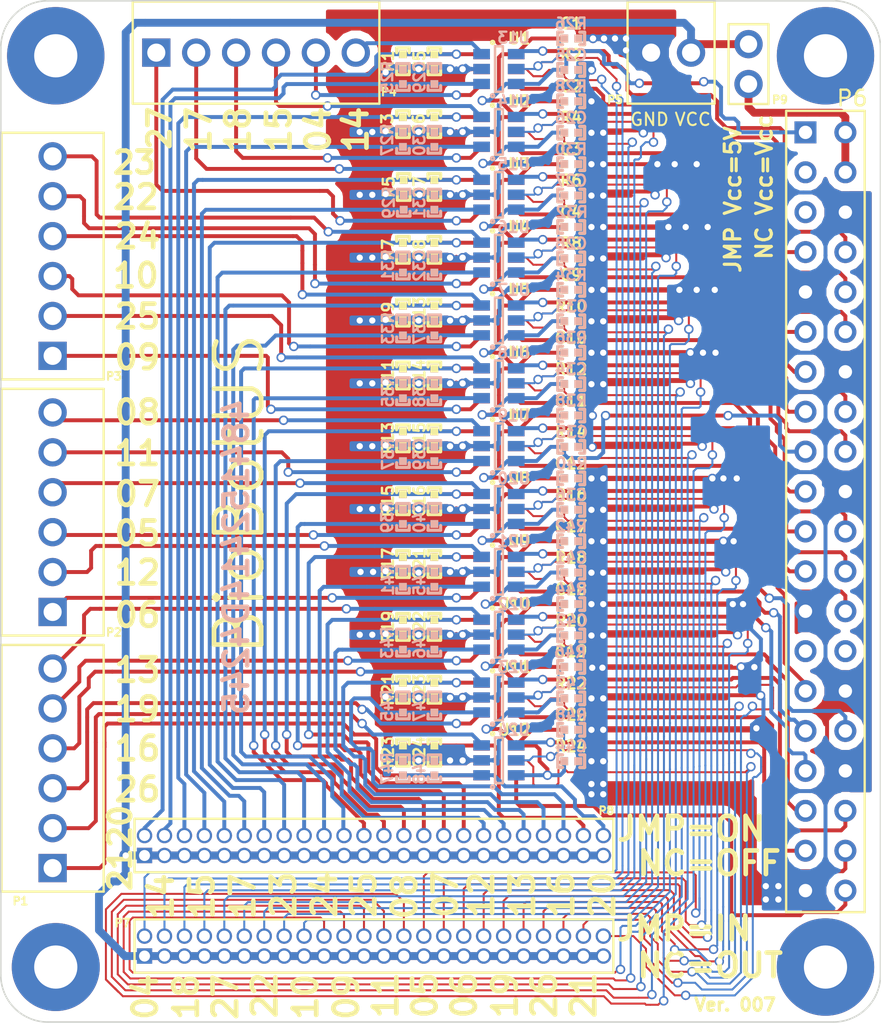
<source format=kicad_pcb>
(kicad_pcb (version 4) (host pcbnew 4.0.4-stable)
  (layers (0 F.Cu signal) (31 B.Cu signal) (34 B.Paste user) (35 F.Paste user) (36 B.SilkS user hide) (37 F.SilkS user) (38 B.Mask user) (39 F.Mask user) (44 Edge.Cuts user))
  (net 0 "")
  (net 1 VCA1)
  (net 2 VCA2)
  (net 3 VCA3)
  (net 4 VCA4)
  (net 5 VCA5)
  (net 6 VCA6)
  (net 7 VCA7)
  (net 8 VCA8)
  (net 9 VCA9)
  (net 10 VCA10)
  (net 11 VCA11)
  (net 12 VCA12)
  (net 13 VCA13)
  (net 14 VCA14)
  (net 15 VCA15)
  (net 16 VCA16)
  (net 17 VCA17)
  (net 18 VCA18)
  (net 19 VCA19)
  (net 20 VCA20)
  (net 21 VCA21)
  (net 22 VCA22)
  (net 23 VCA23)
  (net 24 VCA24)
  (net 25 A12)
  (net 26 A24)
  (net 27 A11)
  (net 28 A23)
  (net 29 A10)
  (net 30 A22)
  (net 31 A9)
  (net 32 A21)
  (net 33 A8)
  (net 34 A20)
  (net 35 A7)
  (net 36 A19)
  (net 37 A6)
  (net 38 A18)
  (net 39 A5)
  (net 40 A17)
  (net 41 A4)
  (net 42 A16)
  (net 43 A3)
  (net 44 A15)
  (net 45 A2)
  (net 46 A14)
  (net 47 A1)
  (net 48 A13)
  (net 49 "Net-(P6-Pad3)")
  (net 50 "Net-(P6-Pad5)")
  (net 51 B1)
  (net 52 B13)
  (net 53 B14)
  (net 54 B15)
  (net 55 B2)
  (net 56 B3)
  (net 57 B4)
  (net 58 B16)
  (net 59 B17)
  (net 60 B5)
  (net 61 B6)
  (net 62 B18)
  (net 63 B7)
  (net 64 B19)
  (net 65 B20)
  (net 66 "Net-(P6-Pad27)")
  (net 67 "Net-(P6-Pad28)")
  (net 68 B8)
  (net 69 B9)
  (net 70 B21)
  (net 71 B22)
  (net 72 B10)
  (net 73 B23)
  (net 74 B11)
  (net 75 B24)
  (net 76 B12)
  (net 77 DIR20)
  (net 78 DIR8)
  (net 79 DIR21)
  (net 80 DIR10)
  (net 81 DIR23)
  (net 82 DIR22)
  (net 83 DIR9)
  (net 84 DIR12)
  (net 85 DIR24)
  (net 86 DIR11)
  (net 87 DIR4)
  (net 88 DIR17)
  (net 89 DIR5)
  (net 90 DIR19)
  (net 91 DIR7)
  (net 92 DIR6)
  (net 93 DIR18)
  (net 94 DIR15)
  (net 95 DIR16)
  (net 96 DIR3)
  (net 97 DIR14)
  (net 98 DIR2)
  (net 99 DIR1)
  (net 100 DIR13)
  (net 101 GND)
  (net 102 +3V3)
  (net 103 +5V)
  (net 104 VCC)
  (module pi_hat:Header_6X1 (layer F.Cu) (at 65.3 112.9 90)
    (fp_text reference P2 (at -1.3 3.9 180) (layer F.SilkS) (effects (font (size 0.5 0.5) (thickness 0.125))))
    (fp_text value CONN_01X06)
    (pad 1 thru_hole rect (at 0 0 90) (size 1.8 1.8) (drill 1.15) (layers *.Cu *.Mask) (net 31 A9))
    (pad 2 thru_hole circle (at 2.54 0 90) (size 1.8 1.8) (drill 1.15) (layers *.Cu *.Mask) (net 32 A21))
    (pad 3 thru_hole circle (at 5.08 0 90) (size 1.8 1.8) (drill 1.15) (layers *.Cu *.Mask) (net 33 A8))
    (pad 4 thru_hole circle (at 7.62 0 90) (size 1.8 1.8) (drill 1.15) (layers *.Cu *.Mask) (net 34 A20))
    (pad 5 thru_hole circle (at 10.16 0 90) (size 1.8 1.8) (drill 1.15) (layers *.Cu *.Mask) (net 35 A7))
    (pad 6 thru_hole circle (at 12.7 0 90) (size 1.8 1.8) (drill 1.15) (layers *.Cu *.Mask) (net 36 A19))
  )
  (module pi_hat:M50-3501242 (layer F.Cu) (at 71.15 128.4)
    (fp_text reference P8 (at 29.4 -2.85) (layer F.SilkS) (effects (font (size 0.5 0.5) (thickness 0.125))))
    (fp_text value Dip_Switch)
    (pad 11 thru_hole circle (at 6.35 0) (size 0.98 0.98) (drill 0.7) (layers *.Cu *.Mask) (net 104 VCC))
    (pad 13 thru_hole circle (at 7.62 0) (size 0.98 0.98) (drill 0.7) (layers *.Cu *.Mask) (net 104 VCC))
    (pad 9 thru_hole circle (at 5.08 0) (size 0.98 0.98) (drill 0.7) (layers *.Cu *.Mask) (net 104 VCC))
    (pad 23 thru_hole circle (at 13.97 0) (size 0.98 0.98) (drill 0.7) (layers *.Cu *.Mask) (net 104 VCC))
    (pad 27 thru_hole circle (at 16.51 0) (size 0.98 0.98) (drill 0.7) (layers *.Cu *.Mask) (net 104 VCC))
    (pad 25 thru_hole circle (at 15.24 0) (size 0.98 0.98) (drill 0.7) (layers *.Cu *.Mask) (net 104 VCC))
    (pad 19 thru_hole circle (at 11.43 0) (size 0.98 0.98) (drill 0.7) (layers *.Cu *.Mask) (net 104 VCC))
    (pad 21 thru_hole circle (at 12.7 0) (size 0.98 0.98) (drill 0.7) (layers *.Cu *.Mask) (net 104 VCC))
    (pad 17 thru_hole circle (at 10.16 0) (size 0.98 0.98) (drill 0.7) (layers *.Cu *.Mask) (net 104 VCC))
    (pad 15 thru_hole circle (at 8.89 0) (size 0.98 0.98) (drill 0.7) (layers *.Cu *.Mask) (net 104 VCC))
    (pad 43 thru_hole circle (at 26.67 0) (size 0.98 0.98) (drill 0.7) (layers *.Cu *.Mask) (net 104 VCC))
    (pad 45 thru_hole circle (at 27.94 0) (size 0.98 0.98) (drill 0.7) (layers *.Cu *.Mask) (net 104 VCC))
    (pad 47 thru_hole circle (at 29.21 0) (size 0.98 0.98) (drill 0.7) (layers *.Cu *.Mask) (net 104 VCC))
    (pad 37 thru_hole circle (at 22.86 0) (size 0.98 0.98) (drill 0.7) (layers *.Cu *.Mask) (net 104 VCC))
    (pad 41 thru_hole circle (at 25.4 0) (size 0.98 0.98) (drill 0.7) (layers *.Cu *.Mask) (net 104 VCC))
    (pad 39 thru_hole circle (at 24.13 0) (size 0.98 0.98) (drill 0.7) (layers *.Cu *.Mask) (net 104 VCC))
    (pad 33 thru_hole circle (at 20.32 0) (size 0.98 0.98) (drill 0.7) (layers *.Cu *.Mask) (net 104 VCC))
    (pad 35 thru_hole circle (at 21.59 0) (size 0.98 0.98) (drill 0.7) (layers *.Cu *.Mask) (net 104 VCC))
    (pad 31 thru_hole circle (at 19.05 0) (size 0.98 0.98) (drill 0.7) (layers *.Cu *.Mask) (net 104 VCC))
    (pad 29 thru_hole circle (at 17.78 0) (size 0.98 0.98) (drill 0.7) (layers *.Cu *.Mask) (net 104 VCC))
    (pad 30 thru_hole circle (at 17.78 -1.27) (size 0.98 0.98) (drill 0.7) (layers *.Cu *.Mask) (net 8 VCA8))
    (pad 32 thru_hole circle (at 19.05 -1.27) (size 0.98 0.98) (drill 0.7) (layers *.Cu *.Mask) (net 20 VCA20))
    (pad 34 thru_hole circle (at 20.32 -1.27) (size 0.98 0.98) (drill 0.7) (layers *.Cu *.Mask) (net 9 VCA9))
    (pad 40 thru_hole circle (at 24.13 -1.27) (size 0.98 0.98) (drill 0.7) (layers *.Cu *.Mask) (net 22 VCA22))
    (pad 42 thru_hole circle (at 25.4 -1.27) (size 0.98 0.98) (drill 0.7) (layers *.Cu *.Mask) (net 11 VCA11))
    (pad 38 thru_hole circle (at 22.86 -1.27) (size 0.98 0.98) (drill 0.7) (layers *.Cu *.Mask) (net 10 VCA10))
    (pad 36 thru_hole circle (at 21.59 -1.27) (size 0.98 0.98) (drill 0.7) (layers *.Cu *.Mask) (net 21 VCA21))
    (pad 48 thru_hole circle (at 29.21 -1.27) (size 0.98 0.98) (drill 0.7) (layers *.Cu *.Mask) (net 24 VCA24))
    (pad 46 thru_hole circle (at 27.94 -1.27) (size 0.98 0.98) (drill 0.7) (layers *.Cu *.Mask) (net 12 VCA12))
    (pad 44 thru_hole circle (at 26.67 -1.27) (size 0.98 0.98) (drill 0.7) (layers *.Cu *.Mask) (net 23 VCA23))
    (pad 16 thru_hole circle (at 8.89 -1.27) (size 0.98 0.98) (drill 0.7) (layers *.Cu *.Mask) (net 16 VCA16))
    (pad 18 thru_hole circle (at 10.16 -1.27) (size 0.98 0.98) (drill 0.7) (layers *.Cu *.Mask) (net 5 VCA5))
    (pad 20 thru_hole circle (at 11.43 -1.27) (size 0.98 0.98) (drill 0.7) (layers *.Cu *.Mask) (net 17 VCA17))
    (pad 26 thru_hole circle (at 15.24 -1.27) (size 0.98 0.98) (drill 0.7) (layers *.Cu *.Mask) (net 7 VCA7))
    (pad 28 thru_hole circle (at 16.51 -1.27) (size 0.98 0.98) (drill 0.7) (layers *.Cu *.Mask) (net 19 VCA19))
    (pad 24 thru_hole circle (at 13.97 -1.27) (size 0.98 0.98) (drill 0.7) (layers *.Cu *.Mask) (net 18 VCA18))
    (pad 22 thru_hole circle (at 12.7 -1.27) (size 0.98 0.98) (drill 0.7) (layers *.Cu *.Mask) (net 6 VCA6))
    (pad 10 thru_hole circle (at 5.08 -1.27) (size 0.98 0.98) (drill 0.7) (layers *.Cu *.Mask) (net 3 VCA3))
    (pad 14 thru_hole circle (at 7.62 -1.27) (size 0.98 0.98) (drill 0.7) (layers *.Cu *.Mask) (net 4 VCA4))
    (pad 12 thru_hole circle (at 6.35 -1.27) (size 0.98 0.98) (drill 0.7) (layers *.Cu *.Mask) (net 15 VCA15))
    (pad 7 thru_hole circle (at 3.81 0) (size 0.98 0.98) (drill 0.7) (layers *.Cu *.Mask) (net 104 VCC))
    (pad 5 thru_hole circle (at 2.54 0) (size 0.98 0.98) (drill 0.7) (layers *.Cu *.Mask) (net 104 VCC))
    (pad 6 thru_hole circle (at 2.54 -1.27) (size 0.98 0.98) (drill 0.7) (layers *.Cu *.Mask) (net 2 VCA2))
    (pad 8 thru_hole circle (at 3.81 -1.27) (size 0.98 0.98) (drill 0.7) (layers *.Cu *.Mask) (net 14 VCA14))
    (pad 3 thru_hole circle (at 1.27 0) (size 0.98 0.98) (drill 0.7) (layers *.Cu *.Mask) (net 104 VCC))
    (pad 4 thru_hole circle (at 1.27 -1.27) (size 0.98 0.98) (drill 0.7) (layers *.Cu *.Mask) (net 13 VCA13))
    (pad 2 thru_hole circle (at 0 -1.27) (size 0.98 0.98) (drill 0.7) (layers *.Cu *.Mask) (net 1 VCA1))
    (pad 1 thru_hole rect (at 0 0) (size 0.98 0.98) (drill 0.7) (layers *.Cu *.Mask) (net 104 VCC))
  )
  (module pi_hat:SOT-23-6 (layer F.Cu) (at 93.71 110.35)
    (fp_text reference U9 (at 1.29 -1.95) (layer F.SilkS) (effects (font (size 0.7 0.7))))
    (fp_text value SN74LVC1T45DBVR)
    (pad 1 smd rect (at -1.1 -0.95) (size 1.06 0.65) (layers F.Cu F.Paste F.Mask) (net 9 VCA9))
    (pad 2 smd rect (at -1.1 0) (size 1.06 0.65) (layers F.Cu F.Paste F.Mask) (net 101 GND))
    (pad 3 smd rect (at -1.1 0.95) (size 1.06 0.65) (layers F.Cu F.Paste F.Mask) (net 31 A9))
    (pad 4 smd rect (at 1.1 0.95) (size 1.06 0.65) (layers F.Cu F.Paste F.Mask) (net 69 B9))
    (pad 6 smd rect (at 1.1 -0.95) (size 1.06 0.65) (layers F.Cu F.Paste F.Mask) (net 102 +3V3))
    (pad 5 smd rect (at 1.1 0) (size 1.06 0.65) (layers F.Cu F.Paste F.Mask) (net 83 DIR9))
  )
  (module pi_hat:Staking-Header (layer F.Cu) (at 113.225 82.375 270)
    (fp_text reference P6 (at -2.175 -2.975 360) (layer F.SilkS))
    (fp_text value CONN_02X20)
    (pad 1 thru_hole rect (at 0 0 270) (size 1.4 1.4) (drill 0.85) (layers *.Cu *.Mask) (net 102 +3V3))
    (pad 2 thru_hole circle (at 0 -2.54 270) (size 1.4 1.4) (drill 0.85) (layers *.Cu *.Mask) (net 103 +5V))
    (pad 3 thru_hole circle (at 2.54 0 270) (size 1.4 1.4) (drill 0.85) (layers *.Cu *.Mask) (net 49 "Net-(P6-Pad3)"))
    (pad 4 thru_hole circle (at 2.54 -2.54 270) (size 1.4 1.4) (drill 0.85) (layers *.Cu *.Mask) (net 103 +5V))
    (pad 5 thru_hole circle (at 5.08 0 270) (size 1.4 1.4) (drill 0.85) (layers *.Cu *.Mask) (net 50 "Net-(P6-Pad5)"))
    (pad 6 thru_hole circle (at 5.08 -2.54 270) (size 1.4 1.4) (drill 0.85) (layers *.Cu *.Mask) (net 101 GND))
    (pad 7 thru_hole circle (at 7.62 0 270) (size 1.4 1.4) (drill 0.85) (layers *.Cu *.Mask) (net 51 B1))
    (pad 8 thru_hole circle (at 7.62 -2.54 270) (size 1.4 1.4) (drill 0.85) (layers *.Cu *.Mask) (net 52 B13))
    (pad 9 thru_hole circle (at 10.16 0 270) (size 1.4 1.4) (drill 0.85) (layers *.Cu *.Mask) (net 101 GND))
    (pad 10 thru_hole circle (at 10.16 -2.54 270) (size 1.4 1.4) (drill 0.85) (layers *.Cu *.Mask) (net 53 B14))
    (pad 11 thru_hole circle (at 12.7 0 270) (size 1.4 1.4) (drill 0.85) (layers *.Cu *.Mask) (net 54 B15))
    (pad 12 thru_hole circle (at 12.7 -2.54 270) (size 1.4 1.4) (drill 0.85) (layers *.Cu *.Mask) (net 55 B2))
    (pad 13 thru_hole circle (at 15.24 0 270) (size 1.4 1.4) (drill 0.85) (layers *.Cu *.Mask) (net 56 B3))
    (pad 14 thru_hole circle (at 15.24 -2.54 270) (size 1.4 1.4) (drill 0.85) (layers *.Cu *.Mask) (net 101 GND))
    (pad 15 thru_hole circle (at 17.78 0 270) (size 1.4 1.4) (drill 0.85) (layers *.Cu *.Mask) (net 57 B4))
    (pad 16 thru_hole circle (at 17.78 -2.54 270) (size 1.4 1.4) (drill 0.85) (layers *.Cu *.Mask) (net 58 B16))
    (pad 17 thru_hole circle (at 20.32 0 270) (size 1.4 1.4) (drill 0.85) (layers *.Cu *.Mask) (net 102 +3V3))
    (pad 18 thru_hole circle (at 20.32 -2.54 270) (size 1.4 1.4) (drill 0.85) (layers *.Cu *.Mask) (net 59 B17))
    (pad 19 thru_hole circle (at 22.86 0 270) (size 1.4 1.4) (drill 0.85) (layers *.Cu *.Mask) (net 60 B5))
    (pad 20 thru_hole circle (at 22.86 -2.54 270) (size 1.4 1.4) (drill 0.85) (layers *.Cu *.Mask) (net 101 GND))
    (pad 21 thru_hole circle (at 25.4 0 270) (size 1.4 1.4) (drill 0.85) (layers *.Cu *.Mask) (net 61 B6))
    (pad 22 thru_hole circle (at 25.4 -2.54 270) (size 1.4 1.4) (drill 0.85) (layers *.Cu *.Mask) (net 62 B18))
    (pad 23 thru_hole circle (at 27.94 0 270) (size 1.4 1.4) (drill 0.85) (layers *.Cu *.Mask) (net 63 B7))
    (pad 24 thru_hole circle (at 27.94 -2.54 270) (size 1.4 1.4) (drill 0.85) (layers *.Cu *.Mask) (net 64 B19))
    (pad 25 thru_hole circle (at 30.48 0 270) (size 1.4 1.4) (drill 0.85) (layers *.Cu *.Mask) (net 101 GND))
    (pad 26 thru_hole circle (at 30.48 -2.54 270) (size 1.4 1.4) (drill 0.85) (layers *.Cu *.Mask) (net 65 B20))
    (pad 27 thru_hole circle (at 33.02 0 270) (size 1.4 1.4) (drill 0.85) (layers *.Cu *.Mask) (net 66 "Net-(P6-Pad27)"))
    (pad 28 thru_hole circle (at 33.02 -2.54 270) (size 1.4 1.4) (drill 0.85) (layers *.Cu *.Mask) (net 67 "Net-(P6-Pad28)"))
    (pad 29 thru_hole circle (at 35.56 0 270) (size 1.4 1.4) (drill 0.85) (layers *.Cu *.Mask) (net 68 B8))
    (pad 30 thru_hole circle (at 35.56 -2.54 270) (size 1.4 1.4) (drill 0.85) (layers *.Cu *.Mask) (net 101 GND))
    (pad 31 thru_hole circle (at 38.1 0 270) (size 1.4 1.4) (drill 0.85) (layers *.Cu *.Mask) (net 69 B9))
    (pad 32 thru_hole circle (at 38.1 -2.54 270) (size 1.4 1.4) (drill 0.85) (layers *.Cu *.Mask) (net 70 B21))
    (pad 33 thru_hole circle (at 40.64 0 270) (size 1.4 1.4) (drill 0.85) (layers *.Cu *.Mask) (net 71 B22))
    (pad 34 thru_hole circle (at 40.64 -2.54 270) (size 1.4 1.4) (drill 0.85) (layers *.Cu *.Mask) (net 101 GND))
    (pad 35 thru_hole circle (at 43.18 0 270) (size 1.4 1.4) (drill 0.85) (layers *.Cu *.Mask) (net 72 B10))
    (pad 36 thru_hole circle (at 43.18 -2.54 270) (size 1.4 1.4) (drill 0.85) (layers *.Cu *.Mask) (net 73 B23))
    (pad 37 thru_hole circle (at 45.72 0 270) (size 1.4 1.4) (drill 0.85) (layers *.Cu *.Mask) (net 74 B11))
    (pad 38 thru_hole circle (at 45.72 -2.54 270) (size 1.4 1.4) (drill 0.85) (layers *.Cu *.Mask) (net 75 B24))
    (pad 39 thru_hole circle (at 48.26 0 270) (size 1.4 1.4) (drill 0.85) (layers *.Cu *.Mask) (net 101 GND))
    (pad 40 thru_hole circle (at 48.26 -2.54 270) (size 1.4 1.4) (drill 0.85) (layers *.Cu *.Mask) (net 76 B12))
  )
  (module pi_hat:Header_6X1 (layer F.Cu) (at 65.3 129.2 90)
    (fp_text reference P1 (at -2.1 -2.05 180) (layer F.SilkS) (effects (font (size 0.5 0.5) (thickness 0.125))))
    (fp_text value CONN_01X06)
    (pad 1 thru_hole rect (at 0 0 90) (size 1.8 1.8) (drill 1.15) (layers *.Cu *.Mask) (net 25 A12))
    (pad 2 thru_hole circle (at 2.54 0 90) (size 1.8 1.8) (drill 1.15) (layers *.Cu *.Mask) (net 26 A24))
    (pad 3 thru_hole circle (at 5.08 0 90) (size 1.8 1.8) (drill 1.15) (layers *.Cu *.Mask) (net 27 A11))
    (pad 4 thru_hole circle (at 7.62 0 90) (size 1.8 1.8) (drill 1.15) (layers *.Cu *.Mask) (net 28 A23))
    (pad 5 thru_hole circle (at 10.16 0 90) (size 1.8 1.8) (drill 1.15) (layers *.Cu *.Mask) (net 29 A10))
    (pad 6 thru_hole circle (at 12.7 0 90) (size 1.8 1.8) (drill 1.15) (layers *.Cu *.Mask) (net 30 A22))
  )
  (module "pi_hat:0402(1005m)" (layer B.Cu) (at 87.65 86.85 90)
    (fp_text reference R29 (at 0 -0.95 90) (layer B.SilkS) (effects (font (size 0.7 0.7) (thickness 0.1524)) (justify mirror)))
    (fp_text value 47k hide)
    (pad 1 smd rect (at -0.45 0 90) (size 0.5 0.5) (layers B.Cu B.Paste B.SilkS B.Mask) (net 15 VCA15))
    (pad 2 smd rect (at 0.45 0 90) (size 0.5 0.5) (layers B.Cu B.Paste B.SilkS B.Mask) (net 101 GND))
  )
  (module pi_hat:Header_6X1 (layer F.Cu) (at 65.3 96.6 90)
    (fp_text reference P3 (at -1.3 3.9 180) (layer F.SilkS) (effects (font (size 0.5 0.5) (thickness 0.125))))
    (fp_text value CONN_01X06)
    (pad 1 thru_hole rect (at 0 0 90) (size 1.8 1.8) (drill 1.15) (layers *.Cu *.Mask) (net 37 A6))
    (pad 2 thru_hole circle (at 2.54 0 90) (size 1.8 1.8) (drill 1.15) (layers *.Cu *.Mask) (net 38 A18))
    (pad 3 thru_hole circle (at 5.08 0 90) (size 1.8 1.8) (drill 1.15) (layers *.Cu *.Mask) (net 39 A5))
    (pad 4 thru_hole circle (at 7.62 0 90) (size 1.8 1.8) (drill 1.15) (layers *.Cu *.Mask) (net 40 A17))
    (pad 5 thru_hole circle (at 10.16 0 90) (size 1.8 1.8) (drill 1.15) (layers *.Cu *.Mask) (net 41 A4))
    (pad 6 thru_hole circle (at 12.7 0 90) (size 1.8 1.8) (drill 1.15) (layers *.Cu *.Mask) (net 42 A16))
  )
  (module pi_hat:Header_6X1 (layer F.Cu) (at 71.9 77.3)
    (fp_text reference P4 (at 14.8 2.5) (layer F.SilkS) (effects (font (size 0.5 0.5) (thickness 0.125))))
    (fp_text value CONN_01X06)
    (pad 1 thru_hole rect (at 0 0) (size 1.8 1.8) (drill 1.15) (layers *.Cu *.Mask) (net 43 A3))
    (pad 2 thru_hole circle (at 2.54 0) (size 1.8 1.8) (drill 1.15) (layers *.Cu *.Mask) (net 44 A15))
    (pad 3 thru_hole circle (at 5.08 0) (size 1.8 1.8) (drill 1.15) (layers *.Cu *.Mask) (net 45 A2))
    (pad 4 thru_hole circle (at 7.62 0) (size 1.8 1.8) (drill 1.15) (layers *.Cu *.Mask) (net 46 A14))
    (pad 5 thru_hole circle (at 10.16 0) (size 1.8 1.8) (drill 1.15) (layers *.Cu *.Mask) (net 47 A1))
    (pad 6 thru_hole circle (at 12.7 0) (size 1.8 1.8) (drill 1.15) (layers *.Cu *.Mask) (net 48 A13))
  )
  (module pi_hat:Header_2X1 (layer F.Cu) (at 103.4 77.3)
    (fp_text reference P5 (at -2.3 3) (layer F.SilkS) (effects (font (size 0.5 0.5) (thickness 0.125))))
    (fp_text value CONN_01X02)
    (pad 1 thru_hole rect (at 0 0) (size 1.8 1.8) (drill 1.15) (layers *.Cu *.Mask) (net 101 GND))
    (pad 2 thru_hole circle (at 2.54 0) (size 1.8 1.8) (drill 1.15) (layers *.Cu *.Mask) (net 104 VCC))
  )
  (module pi_hat:M50-3501242 (layer F.Cu) (at 71.15 134.8)
    (fp_text reference P7 (at -1.4 -2.1) (layer F.SilkS) (effects (font (size 0.5 0.5) (thickness 0.125))))
    (fp_text value Dip_Switch)
    (pad 11 thru_hole circle (at 6.35 0) (size 0.98 0.98) (drill 0.7) (layers *.Cu *.Mask) (net 104 VCC))
    (pad 13 thru_hole circle (at 7.62 0) (size 0.98 0.98) (drill 0.7) (layers *.Cu *.Mask) (net 104 VCC))
    (pad 9 thru_hole circle (at 5.08 0) (size 0.98 0.98) (drill 0.7) (layers *.Cu *.Mask) (net 104 VCC))
    (pad 23 thru_hole circle (at 13.97 0) (size 0.98 0.98) (drill 0.7) (layers *.Cu *.Mask) (net 104 VCC))
    (pad 27 thru_hole circle (at 16.51 0) (size 0.98 0.98) (drill 0.7) (layers *.Cu *.Mask) (net 104 VCC))
    (pad 25 thru_hole circle (at 15.24 0) (size 0.98 0.98) (drill 0.7) (layers *.Cu *.Mask) (net 104 VCC))
    (pad 19 thru_hole circle (at 11.43 0) (size 0.98 0.98) (drill 0.7) (layers *.Cu *.Mask) (net 104 VCC))
    (pad 21 thru_hole circle (at 12.7 0) (size 0.98 0.98) (drill 0.7) (layers *.Cu *.Mask) (net 104 VCC))
    (pad 17 thru_hole circle (at 10.16 0) (size 0.98 0.98) (drill 0.7) (layers *.Cu *.Mask) (net 104 VCC))
    (pad 15 thru_hole circle (at 8.89 0) (size 0.98 0.98) (drill 0.7) (layers *.Cu *.Mask) (net 104 VCC))
    (pad 43 thru_hole circle (at 26.67 0) (size 0.98 0.98) (drill 0.7) (layers *.Cu *.Mask) (net 104 VCC))
    (pad 45 thru_hole circle (at 27.94 0) (size 0.98 0.98) (drill 0.7) (layers *.Cu *.Mask) (net 104 VCC))
    (pad 47 thru_hole circle (at 29.21 0) (size 0.98 0.98) (drill 0.7) (layers *.Cu *.Mask) (net 104 VCC))
    (pad 37 thru_hole circle (at 22.86 0) (size 0.98 0.98) (drill 0.7) (layers *.Cu *.Mask) (net 104 VCC))
    (pad 41 thru_hole circle (at 25.4 0) (size 0.98 0.98) (drill 0.7) (layers *.Cu *.Mask) (net 104 VCC))
    (pad 39 thru_hole circle (at 24.13 0) (size 0.98 0.98) (drill 0.7) (layers *.Cu *.Mask) (net 104 VCC))
    (pad 33 thru_hole circle (at 20.32 0) (size 0.98 0.98) (drill 0.7) (layers *.Cu *.Mask) (net 104 VCC))
    (pad 35 thru_hole circle (at 21.59 0) (size 0.98 0.98) (drill 0.7) (layers *.Cu *.Mask) (net 104 VCC))
    (pad 31 thru_hole circle (at 19.05 0) (size 0.98 0.98) (drill 0.7) (layers *.Cu *.Mask) (net 104 VCC))
    (pad 29 thru_hole circle (at 17.78 0) (size 0.98 0.98) (drill 0.7) (layers *.Cu *.Mask) (net 104 VCC))
    (pad 30 thru_hole circle (at 17.78 -1.27) (size 0.98 0.98) (drill 0.7) (layers *.Cu *.Mask) (net 78 DIR8))
    (pad 32 thru_hole circle (at 19.05 -1.27) (size 0.98 0.98) (drill 0.7) (layers *.Cu *.Mask) (net 77 DIR20))
    (pad 34 thru_hole circle (at 20.32 -1.27) (size 0.98 0.98) (drill 0.7) (layers *.Cu *.Mask) (net 83 DIR9))
    (pad 40 thru_hole circle (at 24.13 -1.27) (size 0.98 0.98) (drill 0.7) (layers *.Cu *.Mask) (net 82 DIR22))
    (pad 42 thru_hole circle (at 25.4 -1.27) (size 0.98 0.98) (drill 0.7) (layers *.Cu *.Mask) (net 86 DIR11))
    (pad 38 thru_hole circle (at 22.86 -1.27) (size 0.98 0.98) (drill 0.7) (layers *.Cu *.Mask) (net 80 DIR10))
    (pad 36 thru_hole circle (at 21.59 -1.27) (size 0.98 0.98) (drill 0.7) (layers *.Cu *.Mask) (net 79 DIR21))
    (pad 48 thru_hole circle (at 29.21 -1.27) (size 0.98 0.98) (drill 0.7) (layers *.Cu *.Mask) (net 85 DIR24))
    (pad 46 thru_hole circle (at 27.94 -1.27) (size 0.98 0.98) (drill 0.7) (layers *.Cu *.Mask) (net 84 DIR12))
    (pad 44 thru_hole circle (at 26.67 -1.27) (size 0.98 0.98) (drill 0.7) (layers *.Cu *.Mask) (net 81 DIR23))
    (pad 16 thru_hole circle (at 8.89 -1.27) (size 0.98 0.98) (drill 0.7) (layers *.Cu *.Mask) (net 95 DIR16))
    (pad 18 thru_hole circle (at 10.16 -1.27) (size 0.98 0.98) (drill 0.7) (layers *.Cu *.Mask) (net 89 DIR5))
    (pad 20 thru_hole circle (at 11.43 -1.27) (size 0.98 0.98) (drill 0.7) (layers *.Cu *.Mask) (net 88 DIR17))
    (pad 26 thru_hole circle (at 15.24 -1.27) (size 0.98 0.98) (drill 0.7) (layers *.Cu *.Mask) (net 91 DIR7))
    (pad 28 thru_hole circle (at 16.51 -1.27) (size 0.98 0.98) (drill 0.7) (layers *.Cu *.Mask) (net 90 DIR19))
    (pad 24 thru_hole circle (at 13.97 -1.27) (size 0.98 0.98) (drill 0.7) (layers *.Cu *.Mask) (net 93 DIR18))
    (pad 22 thru_hole circle (at 12.7 -1.27) (size 0.98 0.98) (drill 0.7) (layers *.Cu *.Mask) (net 92 DIR6))
    (pad 10 thru_hole circle (at 5.08 -1.27) (size 0.98 0.98) (drill 0.7) (layers *.Cu *.Mask) (net 96 DIR3))
    (pad 14 thru_hole circle (at 7.62 -1.27) (size 0.98 0.98) (drill 0.7) (layers *.Cu *.Mask) (net 87 DIR4))
    (pad 12 thru_hole circle (at 6.35 -1.27) (size 0.98 0.98) (drill 0.7) (layers *.Cu *.Mask) (net 94 DIR15))
    (pad 7 thru_hole circle (at 3.81 0) (size 0.98 0.98) (drill 0.7) (layers *.Cu *.Mask) (net 104 VCC))
    (pad 5 thru_hole circle (at 2.54 0) (size 0.98 0.98) (drill 0.7) (layers *.Cu *.Mask) (net 104 VCC))
    (pad 6 thru_hole circle (at 2.54 -1.27) (size 0.98 0.98) (drill 0.7) (layers *.Cu *.Mask) (net 98 DIR2))
    (pad 8 thru_hole circle (at 3.81 -1.27) (size 0.98 0.98) (drill 0.7) (layers *.Cu *.Mask) (net 97 DIR14))
    (pad 3 thru_hole circle (at 1.27 0) (size 0.98 0.98) (drill 0.7) (layers *.Cu *.Mask) (net 104 VCC))
    (pad 4 thru_hole circle (at 1.27 -1.27) (size 0.98 0.98) (drill 0.7) (layers *.Cu *.Mask) (net 100 DIR13))
    (pad 2 thru_hole circle (at 0 -1.27) (size 0.98 0.98) (drill 0.7) (layers *.Cu *.Mask) (net 99 DIR1))
    (pad 1 thru_hole rect (at 0 0) (size 0.98 0.98) (drill 0.7) (layers *.Cu *.Mask) (net 104 VCC))
  )
  (module pi_hat:SOT-23-6 (layer F.Cu) (at 93.71 78.35)
    (fp_text reference U1 (at 1.29 -1.95) (layer F.SilkS) (effects (font (size 0.7 0.7))))
    (fp_text value SN74LVC1T45DBVR)
    (pad 1 smd rect (at -1.1 -0.95) (size 1.06 0.65) (layers F.Cu F.Paste F.Mask) (net 1 VCA1))
    (pad 2 smd rect (at -1.1 0) (size 1.06 0.65) (layers F.Cu F.Paste F.Mask) (net 101 GND))
    (pad 3 smd rect (at -1.1 0.95) (size 1.06 0.65) (layers F.Cu F.Paste F.Mask) (net 47 A1))
    (pad 4 smd rect (at 1.1 0.95) (size 1.06 0.65) (layers F.Cu F.Paste F.Mask) (net 51 B1))
    (pad 6 smd rect (at 1.1 -0.95) (size 1.06 0.65) (layers F.Cu F.Paste F.Mask) (net 102 +3V3))
    (pad 5 smd rect (at 1.1 0) (size 1.06 0.65) (layers F.Cu F.Paste F.Mask) (net 99 DIR1))
  )
  (module pi_hat:SOT-23-6 (layer F.Cu) (at 93.71 82.35)
    (fp_text reference U2 (at 1.29 -1.95) (layer F.SilkS) (effects (font (size 0.7 0.7))))
    (fp_text value SN74LVC1T45DBVR)
    (pad 1 smd rect (at -1.1 -0.95) (size 1.06 0.65) (layers F.Cu F.Paste F.Mask) (net 2 VCA2))
    (pad 2 smd rect (at -1.1 0) (size 1.06 0.65) (layers F.Cu F.Paste F.Mask) (net 101 GND))
    (pad 3 smd rect (at -1.1 0.95) (size 1.06 0.65) (layers F.Cu F.Paste F.Mask) (net 45 A2))
    (pad 4 smd rect (at 1.1 0.95) (size 1.06 0.65) (layers F.Cu F.Paste F.Mask) (net 55 B2))
    (pad 6 smd rect (at 1.1 -0.95) (size 1.06 0.65) (layers F.Cu F.Paste F.Mask) (net 102 +3V3))
    (pad 5 smd rect (at 1.1 0) (size 1.06 0.65) (layers F.Cu F.Paste F.Mask) (net 98 DIR2))
  )
  (module pi_hat:SOT-23-6 (layer F.Cu) (at 93.71 86.35)
    (fp_text reference U3 (at 1.29 -1.95) (layer F.SilkS) (effects (font (size 0.7 0.7))))
    (fp_text value SN74LVC1T45DBVR)
    (pad 1 smd rect (at -1.1 -0.95) (size 1.06 0.65) (layers F.Cu F.Paste F.Mask) (net 3 VCA3))
    (pad 2 smd rect (at -1.1 0) (size 1.06 0.65) (layers F.Cu F.Paste F.Mask) (net 101 GND))
    (pad 3 smd rect (at -1.1 0.95) (size 1.06 0.65) (layers F.Cu F.Paste F.Mask) (net 43 A3))
    (pad 4 smd rect (at 1.1 0.95) (size 1.06 0.65) (layers F.Cu F.Paste F.Mask) (net 56 B3))
    (pad 6 smd rect (at 1.1 -0.95) (size 1.06 0.65) (layers F.Cu F.Paste F.Mask) (net 102 +3V3))
    (pad 5 smd rect (at 1.1 0) (size 1.06 0.65) (layers F.Cu F.Paste F.Mask) (net 96 DIR3))
  )
  (module pi_hat:SOT-23-6 (layer F.Cu) (at 93.71 90.35)
    (fp_text reference U4 (at 1.29 -1.95) (layer F.SilkS) (effects (font (size 0.7 0.7))))
    (fp_text value SN74LVC1T45DBVR)
    (pad 1 smd rect (at -1.1 -0.95) (size 1.06 0.65) (layers F.Cu F.Paste F.Mask) (net 4 VCA4))
    (pad 2 smd rect (at -1.1 0) (size 1.06 0.65) (layers F.Cu F.Paste F.Mask) (net 101 GND))
    (pad 3 smd rect (at -1.1 0.95) (size 1.06 0.65) (layers F.Cu F.Paste F.Mask) (net 41 A4))
    (pad 4 smd rect (at 1.1 0.95) (size 1.06 0.65) (layers F.Cu F.Paste F.Mask) (net 57 B4))
    (pad 6 smd rect (at 1.1 -0.95) (size 1.06 0.65) (layers F.Cu F.Paste F.Mask) (net 102 +3V3))
    (pad 5 smd rect (at 1.1 0) (size 1.06 0.65) (layers F.Cu F.Paste F.Mask) (net 87 DIR4))
  )
  (module pi_hat:SOT-23-6 (layer F.Cu) (at 93.71 94.35)
    (fp_text reference U5 (at 1.29 -1.95) (layer F.SilkS) (effects (font (size 0.7 0.7))))
    (fp_text value SN74LVC1T45DBVR)
    (pad 1 smd rect (at -1.1 -0.95) (size 1.06 0.65) (layers F.Cu F.Paste F.Mask) (net 5 VCA5))
    (pad 2 smd rect (at -1.1 0) (size 1.06 0.65) (layers F.Cu F.Paste F.Mask) (net 101 GND))
    (pad 3 smd rect (at -1.1 0.95) (size 1.06 0.65) (layers F.Cu F.Paste F.Mask) (net 39 A5))
    (pad 4 smd rect (at 1.1 0.95) (size 1.06 0.65) (layers F.Cu F.Paste F.Mask) (net 60 B5))
    (pad 6 smd rect (at 1.1 -0.95) (size 1.06 0.65) (layers F.Cu F.Paste F.Mask) (net 102 +3V3))
    (pad 5 smd rect (at 1.1 0) (size 1.06 0.65) (layers F.Cu F.Paste F.Mask) (net 89 DIR5))
  )
  (module pi_hat:SOT-23-6 (layer F.Cu) (at 93.71 98.35)
    (fp_text reference U6 (at 1.29 -1.95) (layer F.SilkS) (effects (font (size 0.7 0.7))))
    (fp_text value SN74LVC1T45DBVR)
    (pad 1 smd rect (at -1.1 -0.95) (size 1.06 0.65) (layers F.Cu F.Paste F.Mask) (net 6 VCA6))
    (pad 2 smd rect (at -1.1 0) (size 1.06 0.65) (layers F.Cu F.Paste F.Mask) (net 101 GND))
    (pad 3 smd rect (at -1.1 0.95) (size 1.06 0.65) (layers F.Cu F.Paste F.Mask) (net 37 A6))
    (pad 4 smd rect (at 1.1 0.95) (size 1.06 0.65) (layers F.Cu F.Paste F.Mask) (net 61 B6))
    (pad 6 smd rect (at 1.1 -0.95) (size 1.06 0.65) (layers F.Cu F.Paste F.Mask) (net 102 +3V3))
    (pad 5 smd rect (at 1.1 0) (size 1.06 0.65) (layers F.Cu F.Paste F.Mask) (net 92 DIR6))
  )
  (module pi_hat:SOT-23-6 (layer F.Cu) (at 93.71 102.35)
    (fp_text reference U7 (at 1.29 -1.95) (layer F.SilkS) (effects (font (size 0.7 0.7))))
    (fp_text value SN74LVC1T45DBVR)
    (pad 1 smd rect (at -1.1 -0.95) (size 1.06 0.65) (layers F.Cu F.Paste F.Mask) (net 7 VCA7))
    (pad 2 smd rect (at -1.1 0) (size 1.06 0.65) (layers F.Cu F.Paste F.Mask) (net 101 GND))
    (pad 3 smd rect (at -1.1 0.95) (size 1.06 0.65) (layers F.Cu F.Paste F.Mask) (net 35 A7))
    (pad 4 smd rect (at 1.1 0.95) (size 1.06 0.65) (layers F.Cu F.Paste F.Mask) (net 63 B7))
    (pad 6 smd rect (at 1.1 -0.95) (size 1.06 0.65) (layers F.Cu F.Paste F.Mask) (net 102 +3V3))
    (pad 5 smd rect (at 1.1 0) (size 1.06 0.65) (layers F.Cu F.Paste F.Mask) (net 91 DIR7))
  )
  (module pi_hat:SOT-23-6 (layer F.Cu) (at 93.71 106.35)
    (fp_text reference U8 (at 1.29 -1.95) (layer F.SilkS) (effects (font (size 0.7 0.7))))
    (fp_text value SN74LVC1T45DBVR)
    (pad 1 smd rect (at -1.1 -0.95) (size 1.06 0.65) (layers F.Cu F.Paste F.Mask) (net 8 VCA8))
    (pad 2 smd rect (at -1.1 0) (size 1.06 0.65) (layers F.Cu F.Paste F.Mask) (net 101 GND))
    (pad 3 smd rect (at -1.1 0.95) (size 1.06 0.65) (layers F.Cu F.Paste F.Mask) (net 33 A8))
    (pad 4 smd rect (at 1.1 0.95) (size 1.06 0.65) (layers F.Cu F.Paste F.Mask) (net 68 B8))
    (pad 6 smd rect (at 1.1 -0.95) (size 1.06 0.65) (layers F.Cu F.Paste F.Mask) (net 102 +3V3))
    (pad 5 smd rect (at 1.1 0) (size 1.06 0.65) (layers F.Cu F.Paste F.Mask) (net 78 DIR8))
  )
  (module pi_hat:SOT-23-6 (layer F.Cu) (at 93.71 114.35)
    (fp_text reference U10 (at 0.99 -1.95) (layer F.SilkS) (effects (font (size 0.7 0.7))))
    (fp_text value SN74LVC1T45DBVR)
    (pad 1 smd rect (at -1.1 -0.95) (size 1.06 0.65) (layers F.Cu F.Paste F.Mask) (net 10 VCA10))
    (pad 2 smd rect (at -1.1 0) (size 1.06 0.65) (layers F.Cu F.Paste F.Mask) (net 101 GND))
    (pad 3 smd rect (at -1.1 0.95) (size 1.06 0.65) (layers F.Cu F.Paste F.Mask) (net 29 A10))
    (pad 4 smd rect (at 1.1 0.95) (size 1.06 0.65) (layers F.Cu F.Paste F.Mask) (net 72 B10))
    (pad 6 smd rect (at 1.1 -0.95) (size 1.06 0.65) (layers F.Cu F.Paste F.Mask) (net 102 +3V3))
    (pad 5 smd rect (at 1.1 0) (size 1.06 0.65) (layers F.Cu F.Paste F.Mask) (net 80 DIR10))
  )
  (module pi_hat:SOT-23-6 (layer F.Cu) (at 93.71 118.35)
    (fp_text reference U11 (at 0.99 -1.95) (layer F.SilkS) (effects (font (size 0.7 0.7))))
    (fp_text value SN74LVC1T45DBVR)
    (pad 1 smd rect (at -1.1 -0.95) (size 1.06 0.65) (layers F.Cu F.Paste F.Mask) (net 11 VCA11))
    (pad 2 smd rect (at -1.1 0) (size 1.06 0.65) (layers F.Cu F.Paste F.Mask) (net 101 GND))
    (pad 3 smd rect (at -1.1 0.95) (size 1.06 0.65) (layers F.Cu F.Paste F.Mask) (net 27 A11))
    (pad 4 smd rect (at 1.1 0.95) (size 1.06 0.65) (layers F.Cu F.Paste F.Mask) (net 74 B11))
    (pad 6 smd rect (at 1.1 -0.95) (size 1.06 0.65) (layers F.Cu F.Paste F.Mask) (net 102 +3V3))
    (pad 5 smd rect (at 1.1 0) (size 1.06 0.65) (layers F.Cu F.Paste F.Mask) (net 86 DIR11))
  )
  (module pi_hat:SOT-23-6 (layer F.Cu) (at 93.71 122.35)
    (fp_text reference U12 (at 0.99 -1.95) (layer F.SilkS) (effects (font (size 0.7 0.7))))
    (fp_text value SN74LVC1T45DBVR)
    (pad 1 smd rect (at -1.1 -0.95) (size 1.06 0.65) (layers F.Cu F.Paste F.Mask) (net 12 VCA12))
    (pad 2 smd rect (at -1.1 0) (size 1.06 0.65) (layers F.Cu F.Paste F.Mask) (net 101 GND))
    (pad 3 smd rect (at -1.1 0.95) (size 1.06 0.65) (layers F.Cu F.Paste F.Mask) (net 25 A12))
    (pad 4 smd rect (at 1.1 0.95) (size 1.06 0.65) (layers F.Cu F.Paste F.Mask) (net 76 B12))
    (pad 6 smd rect (at 1.1 -0.95) (size 1.06 0.65) (layers F.Cu F.Paste F.Mask) (net 102 +3V3))
    (pad 5 smd rect (at 1.1 0) (size 1.06 0.65) (layers F.Cu F.Paste F.Mask) (net 84 DIR12))
  )
  (module pi_hat:SOT-23-6 (layer B.Cu) (at 93.71 78.34)
    (fp_text reference U13 (at 0.94 -1.99) (layer B.SilkS) (effects (font (size 0.7 0.7)) (justify mirror)))
    (fp_text value SN74LVC1T45DBVR)
    (pad 1 smd rect (at -1.1 0.95) (size 1.06 0.65) (layers B.Cu B.Paste B.Mask) (net 13 VCA13))
    (pad 2 smd rect (at -1.1 0) (size 1.06 0.65) (layers B.Cu B.Paste B.Mask) (net 101 GND))
    (pad 3 smd rect (at -1.1 -0.95) (size 1.06 0.65) (layers B.Cu B.Paste B.Mask) (net 48 A13))
    (pad 4 smd rect (at 1.1 -0.95) (size 1.06 0.65) (layers B.Cu B.Paste B.Mask) (net 52 B13))
    (pad 6 smd rect (at 1.1 0.95) (size 1.06 0.65) (layers B.Cu B.Paste B.Mask) (net 102 +3V3))
    (pad 5 smd rect (at 1.1 0) (size 1.06 0.65) (layers B.Cu B.Paste B.Mask) (net 100 DIR13))
  )
  (module pi_hat:SOT-23-6 (layer B.Cu) (at 93.71 82.34)
    (fp_text reference U14 (at 0.94 -1.94) (layer B.SilkS) (effects (font (size 0.7 0.7)) (justify mirror)))
    (fp_text value SN74LVC1T45DBVR)
    (pad 1 smd rect (at -1.1 0.95) (size 1.06 0.65) (layers B.Cu B.Paste B.Mask) (net 14 VCA14))
    (pad 2 smd rect (at -1.1 0) (size 1.06 0.65) (layers B.Cu B.Paste B.Mask) (net 101 GND))
    (pad 3 smd rect (at -1.1 -0.95) (size 1.06 0.65) (layers B.Cu B.Paste B.Mask) (net 46 A14))
    (pad 4 smd rect (at 1.1 -0.95) (size 1.06 0.65) (layers B.Cu B.Paste B.Mask) (net 53 B14))
    (pad 6 smd rect (at 1.1 0.95) (size 1.06 0.65) (layers B.Cu B.Paste B.Mask) (net 102 +3V3))
    (pad 5 smd rect (at 1.1 0) (size 1.06 0.65) (layers B.Cu B.Paste B.Mask) (net 97 DIR14))
  )
  (module pi_hat:SOT-23-6 (layer B.Cu) (at 93.71 86.34)
    (fp_text reference U15 (at 0.94 -1.94) (layer B.SilkS) (effects (font (size 0.7 0.7)) (justify mirror)))
    (fp_text value SN74LVC1T45DBVR)
    (pad 1 smd rect (at -1.1 0.95) (size 1.06 0.65) (layers B.Cu B.Paste B.Mask) (net 15 VCA15))
    (pad 2 smd rect (at -1.1 0) (size 1.06 0.65) (layers B.Cu B.Paste B.Mask) (net 101 GND))
    (pad 3 smd rect (at -1.1 -0.95) (size 1.06 0.65) (layers B.Cu B.Paste B.Mask) (net 44 A15))
    (pad 4 smd rect (at 1.1 -0.95) (size 1.06 0.65) (layers B.Cu B.Paste B.Mask) (net 54 B15))
    (pad 6 smd rect (at 1.1 0.95) (size 1.06 0.65) (layers B.Cu B.Paste B.Mask) (net 102 +3V3))
    (pad 5 smd rect (at 1.1 0) (size 1.06 0.65) (layers B.Cu B.Paste B.Mask) (net 94 DIR15))
  )
  (module pi_hat:SOT-23-6 (layer B.Cu) (at 93.71 90.34)
    (fp_text reference U16 (at 0.94 -1.94) (layer B.SilkS) (effects (font (size 0.7 0.7)) (justify mirror)))
    (fp_text value SN74LVC1T45DBVR)
    (pad 1 smd rect (at -1.1 0.95) (size 1.06 0.65) (layers B.Cu B.Paste B.Mask) (net 16 VCA16))
    (pad 2 smd rect (at -1.1 0) (size 1.06 0.65) (layers B.Cu B.Paste B.Mask) (net 101 GND))
    (pad 3 smd rect (at -1.1 -0.95) (size 1.06 0.65) (layers B.Cu B.Paste B.Mask) (net 42 A16))
    (pad 4 smd rect (at 1.1 -0.95) (size 1.06 0.65) (layers B.Cu B.Paste B.Mask) (net 58 B16))
    (pad 6 smd rect (at 1.1 0.95) (size 1.06 0.65) (layers B.Cu B.Paste B.Mask) (net 102 +3V3))
    (pad 5 smd rect (at 1.1 0) (size 1.06 0.65) (layers B.Cu B.Paste B.Mask) (net 95 DIR16))
  )
  (module pi_hat:SOT-23-6 (layer B.Cu) (at 93.71 94.34)
    (fp_text reference U17 (at 0.94 -1.94) (layer B.SilkS) (effects (font (size 0.7 0.7)) (justify mirror)))
    (fp_text value SN74LVC1T45DBVR)
    (pad 1 smd rect (at -1.1 0.95) (size 1.06 0.65) (layers B.Cu B.Paste B.Mask) (net 17 VCA17))
    (pad 2 smd rect (at -1.1 0) (size 1.06 0.65) (layers B.Cu B.Paste B.Mask) (net 101 GND))
    (pad 3 smd rect (at -1.1 -0.95) (size 1.06 0.65) (layers B.Cu B.Paste B.Mask) (net 40 A17))
    (pad 4 smd rect (at 1.1 -0.95) (size 1.06 0.65) (layers B.Cu B.Paste B.Mask) (net 59 B17))
    (pad 6 smd rect (at 1.1 0.95) (size 1.06 0.65) (layers B.Cu B.Paste B.Mask) (net 102 +3V3))
    (pad 5 smd rect (at 1.1 0) (size 1.06 0.65) (layers B.Cu B.Paste B.Mask) (net 88 DIR17))
  )
  (module pi_hat:SOT-23-6 (layer B.Cu) (at 93.71 98.34)
    (fp_text reference U18 (at 0.94 -1.94) (layer B.SilkS) (effects (font (size 0.7 0.7)) (justify mirror)))
    (fp_text value SN74LVC1T45DBVR)
    (pad 1 smd rect (at -1.1 0.95) (size 1.06 0.65) (layers B.Cu B.Paste B.Mask) (net 18 VCA18))
    (pad 2 smd rect (at -1.1 0) (size 1.06 0.65) (layers B.Cu B.Paste B.Mask) (net 101 GND))
    (pad 3 smd rect (at -1.1 -0.95) (size 1.06 0.65) (layers B.Cu B.Paste B.Mask) (net 38 A18))
    (pad 4 smd rect (at 1.1 -0.95) (size 1.06 0.65) (layers B.Cu B.Paste B.Mask) (net 62 B18))
    (pad 6 smd rect (at 1.1 0.95) (size 1.06 0.65) (layers B.Cu B.Paste B.Mask) (net 102 +3V3))
    (pad 5 smd rect (at 1.1 0) (size 1.06 0.65) (layers B.Cu B.Paste B.Mask) (net 93 DIR18))
  )
  (module pi_hat:SOT-23-6 (layer B.Cu) (at 93.71 102.34)
    (fp_text reference U19 (at 0.94 -1.94) (layer B.SilkS) (effects (font (size 0.7 0.7)) (justify mirror)))
    (fp_text value SN74LVC1T45DBVR)
    (pad 1 smd rect (at -1.1 0.95) (size 1.06 0.65) (layers B.Cu B.Paste B.Mask) (net 19 VCA19))
    (pad 2 smd rect (at -1.1 0) (size 1.06 0.65) (layers B.Cu B.Paste B.Mask) (net 101 GND))
    (pad 3 smd rect (at -1.1 -0.95) (size 1.06 0.65) (layers B.Cu B.Paste B.Mask) (net 36 A19))
    (pad 4 smd rect (at 1.1 -0.95) (size 1.06 0.65) (layers B.Cu B.Paste B.Mask) (net 64 B19))
    (pad 6 smd rect (at 1.1 0.95) (size 1.06 0.65) (layers B.Cu B.Paste B.Mask) (net 102 +3V3))
    (pad 5 smd rect (at 1.1 0) (size 1.06 0.65) (layers B.Cu B.Paste B.Mask) (net 90 DIR19))
  )
  (module pi_hat:SOT-23-6 (layer B.Cu) (at 93.71 106.34)
    (fp_text reference U20 (at 0.94 -1.94) (layer B.SilkS) (effects (font (size 0.7 0.7)) (justify mirror)))
    (fp_text value SN74LVC1T45DBVR)
    (pad 1 smd rect (at -1.1 0.95) (size 1.06 0.65) (layers B.Cu B.Paste B.Mask) (net 20 VCA20))
    (pad 2 smd rect (at -1.1 0) (size 1.06 0.65) (layers B.Cu B.Paste B.Mask) (net 101 GND))
    (pad 3 smd rect (at -1.1 -0.95) (size 1.06 0.65) (layers B.Cu B.Paste B.Mask) (net 34 A20))
    (pad 4 smd rect (at 1.1 -0.95) (size 1.06 0.65) (layers B.Cu B.Paste B.Mask) (net 65 B20))
    (pad 6 smd rect (at 1.1 0.95) (size 1.06 0.65) (layers B.Cu B.Paste B.Mask) (net 102 +3V3))
    (pad 5 smd rect (at 1.1 0) (size 1.06 0.65) (layers B.Cu B.Paste B.Mask) (net 77 DIR20))
  )
  (module pi_hat:SOT-23-6 (layer B.Cu) (at 93.71 110.34)
    (fp_text reference U21 (at 0.94 -1.94) (layer B.SilkS) (effects (font (size 0.7 0.7)) (justify mirror)))
    (fp_text value SN74LVC1T45DBVR)
    (pad 1 smd rect (at -1.1 0.95) (size 1.06 0.65) (layers B.Cu B.Paste B.Mask) (net 21 VCA21))
    (pad 2 smd rect (at -1.1 0) (size 1.06 0.65) (layers B.Cu B.Paste B.Mask) (net 101 GND))
    (pad 3 smd rect (at -1.1 -0.95) (size 1.06 0.65) (layers B.Cu B.Paste B.Mask) (net 32 A21))
    (pad 4 smd rect (at 1.1 -0.95) (size 1.06 0.65) (layers B.Cu B.Paste B.Mask) (net 70 B21))
    (pad 6 smd rect (at 1.1 0.95) (size 1.06 0.65) (layers B.Cu B.Paste B.Mask) (net 102 +3V3))
    (pad 5 smd rect (at 1.1 0) (size 1.06 0.65) (layers B.Cu B.Paste B.Mask) (net 79 DIR21))
  )
  (module pi_hat:SOT-23-6 (layer B.Cu) (at 93.71 114.34)
    (fp_text reference U22 (at 0.94 -1.94) (layer B.SilkS) (effects (font (size 0.7 0.7)) (justify mirror)))
    (fp_text value SN74LVC1T45DBVR)
    (pad 1 smd rect (at -1.1 0.95) (size 1.06 0.65) (layers B.Cu B.Paste B.Mask) (net 22 VCA22))
    (pad 2 smd rect (at -1.1 0) (size 1.06 0.65) (layers B.Cu B.Paste B.Mask) (net 101 GND))
    (pad 3 smd rect (at -1.1 -0.95) (size 1.06 0.65) (layers B.Cu B.Paste B.Mask) (net 30 A22))
    (pad 4 smd rect (at 1.1 -0.95) (size 1.06 0.65) (layers B.Cu B.Paste B.Mask) (net 71 B22))
    (pad 6 smd rect (at 1.1 0.95) (size 1.06 0.65) (layers B.Cu B.Paste B.Mask) (net 102 +3V3))
    (pad 5 smd rect (at 1.1 0) (size 1.06 0.65) (layers B.Cu B.Paste B.Mask) (net 82 DIR22))
  )
  (module pi_hat:SOT-23-6 (layer B.Cu) (at 93.71 118.34)
    (fp_text reference U23 (at 0.94 -1.94) (layer B.SilkS) (effects (font (size 0.7 0.7)) (justify mirror)))
    (fp_text value SN74LVC1T45DBVR)
    (pad 1 smd rect (at -1.1 0.95) (size 1.06 0.65) (layers B.Cu B.Paste B.Mask) (net 23 VCA23))
    (pad 2 smd rect (at -1.1 0) (size 1.06 0.65) (layers B.Cu B.Paste B.Mask) (net 101 GND))
    (pad 3 smd rect (at -1.1 -0.95) (size 1.06 0.65) (layers B.Cu B.Paste B.Mask) (net 28 A23))
    (pad 4 smd rect (at 1.1 -0.95) (size 1.06 0.65) (layers B.Cu B.Paste B.Mask) (net 73 B23))
    (pad 6 smd rect (at 1.1 0.95) (size 1.06 0.65) (layers B.Cu B.Paste B.Mask) (net 102 +3V3))
    (pad 5 smd rect (at 1.1 0) (size 1.06 0.65) (layers B.Cu B.Paste B.Mask) (net 81 DIR23))
  )
  (module pi_hat:SOT-23-6 (layer B.Cu) (at 93.71 122.34)
    (fp_text reference U24 (at 0.94 -1.94) (layer B.SilkS) (effects (font (size 0.7 0.7)) (justify mirror)))
    (fp_text value SN74LVC1T45DBVR)
    (pad 1 smd rect (at -1.1 0.95) (size 1.06 0.65) (layers B.Cu B.Paste B.Mask) (net 24 VCA24))
    (pad 2 smd rect (at -1.1 0) (size 1.06 0.65) (layers B.Cu B.Paste B.Mask) (net 101 GND))
    (pad 3 smd rect (at -1.1 -0.95) (size 1.06 0.65) (layers B.Cu B.Paste B.Mask) (net 26 A24))
    (pad 4 smd rect (at 1.1 -0.95) (size 1.06 0.65) (layers B.Cu B.Paste B.Mask) (net 75 B24))
    (pad 6 smd rect (at 1.1 0.95) (size 1.06 0.65) (layers B.Cu B.Paste B.Mask) (net 102 +3V3))
    (pad 5 smd rect (at 1.1 0) (size 1.06 0.65) (layers B.Cu B.Paste B.Mask) (net 85 DIR24))
  )
  (module "pi_hat:0402(1005m)" (layer F.Cu) (at 87.6 77.85 270)
    (fp_text reference R1 (at 0 0.95 270) (layer F.SilkS) (effects (font (size 0.7 0.7) (thickness 0.1524))))
    (fp_text value 47k hide)
    (pad 1 smd rect (at -0.45 0 270) (size 0.5 0.5) (layers F.Cu F.Paste F.SilkS F.Mask) (net 1 VCA1))
    (pad 2 smd rect (at 0.45 0 270) (size 0.5 0.5) (layers F.Cu F.Paste F.SilkS F.Mask) (net 101 GND))
  )
  (module "pi_hat:0402(1005m)" (layer F.Cu) (at 98.31 76.4 180)
    (fp_text reference C1 (at 0.01 0.95 180) (layer F.SilkS) (effects (font (size 0.7 0.7) (thickness 0.1524))))
    (fp_text value C hide)
    (pad 1 smd rect (at -0.45 0 180) (size 0.5 0.5) (layers F.Cu F.Paste F.SilkS F.Mask) (net 101 GND))
    (pad 2 smd rect (at 0.45 0 180) (size 0.5 0.5) (layers F.Cu F.Paste F.SilkS F.Mask) (net 102 +3V3))
  )
  (module "pi_hat:0402(1005m)" (layer F.Cu) (at 98.31 80.4 180)
    (fp_text reference C2 (at 0.01 0.95 180) (layer F.SilkS) (effects (font (size 0.7 0.7) (thickness 0.1524))))
    (fp_text value C hide)
    (pad 1 smd rect (at -0.45 0 180) (size 0.5 0.5) (layers F.Cu F.Paste F.SilkS F.Mask) (net 101 GND))
    (pad 2 smd rect (at 0.45 0 180) (size 0.5 0.5) (layers F.Cu F.Paste F.SilkS F.Mask) (net 102 +3V3))
  )
  (module "pi_hat:0402(1005m)" (layer F.Cu) (at 98.31 84.4 180)
    (fp_text reference C3 (at 0.01 0.95 180) (layer F.SilkS) (effects (font (size 0.7 0.7) (thickness 0.1524))))
    (fp_text value C hide)
    (pad 1 smd rect (at -0.45 0 180) (size 0.5 0.5) (layers F.Cu F.Paste F.SilkS F.Mask) (net 101 GND))
    (pad 2 smd rect (at 0.45 0 180) (size 0.5 0.5) (layers F.Cu F.Paste F.SilkS F.Mask) (net 102 +3V3))
  )
  (module "pi_hat:0402(1005m)" (layer F.Cu) (at 98.31 88.4 180)
    (fp_text reference C4 (at 0.01 0.95 180) (layer F.SilkS) (effects (font (size 0.7 0.7) (thickness 0.1524))))
    (fp_text value C hide)
    (pad 1 smd rect (at -0.45 0 180) (size 0.5 0.5) (layers F.Cu F.Paste F.SilkS F.Mask) (net 101 GND))
    (pad 2 smd rect (at 0.45 0 180) (size 0.5 0.5) (layers F.Cu F.Paste F.SilkS F.Mask) (net 102 +3V3))
  )
  (module "pi_hat:0402(1005m)" (layer F.Cu) (at 89.6 77.85 270)
    (fp_text reference C5 (at 0 0.95 270) (layer F.SilkS) (effects (font (size 0.7 0.7) (thickness 0.1524))))
    (fp_text value C hide)
    (pad 1 smd rect (at -0.45 0 270) (size 0.5 0.5) (layers F.Cu F.Paste F.SilkS F.Mask) (net 1 VCA1))
    (pad 2 smd rect (at 0.45 0 270) (size 0.5 0.5) (layers F.Cu F.Paste F.SilkS F.Mask) (net 101 GND))
  )
  (module "pi_hat:0402(1005m)" (layer F.Cu) (at 89.6 81.85 270)
    (fp_text reference C6 (at 0 1 270) (layer F.SilkS) (effects (font (size 0.7 0.7) (thickness 0.1524))))
    (fp_text value C hide)
    (pad 1 smd rect (at -0.45 0 270) (size 0.5 0.5) (layers F.Cu F.Paste F.SilkS F.Mask) (net 2 VCA2))
    (pad 2 smd rect (at 0.45 0 270) (size 0.5 0.5) (layers F.Cu F.Paste F.SilkS F.Mask) (net 101 GND))
  )
  (module "pi_hat:0402(1005m)" (layer F.Cu) (at 89.6 85.85 270)
    (fp_text reference C7 (at 0 0.95 270) (layer F.SilkS) (effects (font (size 0.7 0.7) (thickness 0.1524))))
    (fp_text value C hide)
    (pad 1 smd rect (at -0.45 0 270) (size 0.5 0.5) (layers F.Cu F.Paste F.SilkS F.Mask) (net 3 VCA3))
    (pad 2 smd rect (at 0.45 0 270) (size 0.5 0.5) (layers F.Cu F.Paste F.SilkS F.Mask) (net 101 GND))
  )
  (module "pi_hat:0402(1005m)" (layer F.Cu) (at 89.6 89.85 270)
    (fp_text reference C8 (at 0 0.95 270) (layer F.SilkS) (effects (font (size 0.7 0.7) (thickness 0.1524))))
    (fp_text value C hide)
    (pad 1 smd rect (at -0.45 0 270) (size 0.5 0.5) (layers F.Cu F.Paste F.SilkS F.Mask) (net 4 VCA4))
    (pad 2 smd rect (at 0.45 0 270) (size 0.5 0.5) (layers F.Cu F.Paste F.SilkS F.Mask) (net 101 GND))
  )
  (module "pi_hat:0402(1005m)" (layer F.Cu) (at 98.31 92.4 180)
    (fp_text reference C9 (at 0.01 0.95 180) (layer F.SilkS) (effects (font (size 0.7 0.7) (thickness 0.1524))))
    (fp_text value C hide)
    (pad 1 smd rect (at -0.45 0 180) (size 0.5 0.5) (layers F.Cu F.Paste F.SilkS F.Mask) (net 101 GND))
    (pad 2 smd rect (at 0.45 0 180) (size 0.5 0.5) (layers F.Cu F.Paste F.SilkS F.Mask) (net 102 +3V3))
  )
  (module "pi_hat:0402(1005m)" (layer F.Cu) (at 98.31 96.4 180)
    (fp_text reference C10 (at 0.01 0.95 180) (layer F.SilkS) (effects (font (size 0.7 0.7) (thickness 0.1524))))
    (fp_text value C hide)
    (pad 1 smd rect (at -0.45 0 180) (size 0.5 0.5) (layers F.Cu F.Paste F.SilkS F.Mask) (net 101 GND))
    (pad 2 smd rect (at 0.45 0 180) (size 0.5 0.5) (layers F.Cu F.Paste F.SilkS F.Mask) (net 102 +3V3))
  )
  (module "pi_hat:0402(1005m)" (layer F.Cu) (at 98.31 100.4 180)
    (fp_text reference C11 (at 0.01 0.95 180) (layer F.SilkS) (effects (font (size 0.7 0.7) (thickness 0.1524))))
    (fp_text value C hide)
    (pad 1 smd rect (at -0.45 0 180) (size 0.5 0.5) (layers F.Cu F.Paste F.SilkS F.Mask) (net 101 GND))
    (pad 2 smd rect (at 0.45 0 180) (size 0.5 0.5) (layers F.Cu F.Paste F.SilkS F.Mask) (net 102 +3V3))
  )
  (module "pi_hat:0402(1005m)" (layer F.Cu) (at 98.31 104.4 180)
    (fp_text reference C12 (at 0.01 0.95 180) (layer F.SilkS) (effects (font (size 0.7 0.7) (thickness 0.1524))))
    (fp_text value C hide)
    (pad 1 smd rect (at -0.45 0 180) (size 0.5 0.5) (layers F.Cu F.Paste F.SilkS F.Mask) (net 101 GND))
    (pad 2 smd rect (at 0.45 0 180) (size 0.5 0.5) (layers F.Cu F.Paste F.SilkS F.Mask) (net 102 +3V3))
  )
  (module "pi_hat:0402(1005m)" (layer F.Cu) (at 89.6 93.85 270)
    (fp_text reference C13 (at 0 0.95 270) (layer F.SilkS) (effects (font (size 0.7 0.7) (thickness 0.1524))))
    (fp_text value C hide)
    (pad 1 smd rect (at -0.45 0 270) (size 0.5 0.5) (layers F.Cu F.Paste F.SilkS F.Mask) (net 5 VCA5))
    (pad 2 smd rect (at 0.45 0 270) (size 0.5 0.5) (layers F.Cu F.Paste F.SilkS F.Mask) (net 101 GND))
  )
  (module "pi_hat:0402(1005m)" (layer F.Cu) (at 89.6 97.85 270)
    (fp_text reference C14 (at 0 0.95 270) (layer F.SilkS) (effects (font (size 0.7 0.7) (thickness 0.1524))))
    (fp_text value C hide)
    (pad 1 smd rect (at -0.45 0 270) (size 0.5 0.5) (layers F.Cu F.Paste F.SilkS F.Mask) (net 6 VCA6))
    (pad 2 smd rect (at 0.45 0 270) (size 0.5 0.5) (layers F.Cu F.Paste F.SilkS F.Mask) (net 101 GND))
  )
  (module "pi_hat:0402(1005m)" (layer F.Cu) (at 89.6 101.85 270)
    (fp_text reference C15 (at 0 0.95 270) (layer F.SilkS) (effects (font (size 0.7 0.7) (thickness 0.1524))))
    (fp_text value C hide)
    (pad 1 smd rect (at -0.45 0 270) (size 0.5 0.5) (layers F.Cu F.Paste F.SilkS F.Mask) (net 7 VCA7))
    (pad 2 smd rect (at 0.45 0 270) (size 0.5 0.5) (layers F.Cu F.Paste F.SilkS F.Mask) (net 101 GND))
  )
  (module "pi_hat:0402(1005m)" (layer F.Cu) (at 89.6 105.85 270)
    (fp_text reference C16 (at 0 0.95 270) (layer F.SilkS) (effects (font (size 0.7 0.7) (thickness 0.1524))))
    (fp_text value C hide)
    (pad 1 smd rect (at -0.45 0 270) (size 0.5 0.5) (layers F.Cu F.Paste F.SilkS F.Mask) (net 8 VCA8))
    (pad 2 smd rect (at 0.45 0 270) (size 0.5 0.5) (layers F.Cu F.Paste F.SilkS F.Mask) (net 101 GND))
  )
  (module "pi_hat:0402(1005m)" (layer F.Cu) (at 98.31 108.4 180)
    (fp_text reference C17 (at 0.01 0.95 180) (layer F.SilkS) (effects (font (size 0.7 0.7) (thickness 0.1524))))
    (fp_text value C hide)
    (pad 1 smd rect (at -0.45 0 180) (size 0.5 0.5) (layers F.Cu F.Paste F.SilkS F.Mask) (net 101 GND))
    (pad 2 smd rect (at 0.45 0 180) (size 0.5 0.5) (layers F.Cu F.Paste F.SilkS F.Mask) (net 102 +3V3))
  )
  (module "pi_hat:0402(1005m)" (layer F.Cu) (at 98.31 112.4 180)
    (fp_text reference C18 (at 0.01 0.95 180) (layer F.SilkS) (effects (font (size 0.7 0.7) (thickness 0.1524))))
    (fp_text value C hide)
    (pad 1 smd rect (at -0.45 0 180) (size 0.5 0.5) (layers F.Cu F.Paste F.SilkS F.Mask) (net 101 GND))
    (pad 2 smd rect (at 0.45 0 180) (size 0.5 0.5) (layers F.Cu F.Paste F.SilkS F.Mask) (net 102 +3V3))
  )
  (module "pi_hat:0402(1005m)" (layer F.Cu) (at 98.31 116.4 180)
    (fp_text reference C19 (at 0.01 1 180) (layer F.SilkS) (effects (font (size 0.7 0.7) (thickness 0.1524))))
    (fp_text value C hide)
    (pad 1 smd rect (at -0.45 0 180) (size 0.5 0.5) (layers F.Cu F.Paste F.SilkS F.Mask) (net 101 GND))
    (pad 2 smd rect (at 0.45 0 180) (size 0.5 0.5) (layers F.Cu F.Paste F.SilkS F.Mask) (net 102 +3V3))
  )
  (module "pi_hat:0402(1005m)" (layer F.Cu) (at 98.31 120.4 180)
    (fp_text reference C20 (at 0.01 0.95 180) (layer F.SilkS) (effects (font (size 0.7 0.7) (thickness 0.1524))))
    (fp_text value C hide)
    (pad 1 smd rect (at -0.45 0 180) (size 0.5 0.5) (layers F.Cu F.Paste F.SilkS F.Mask) (net 101 GND))
    (pad 2 smd rect (at 0.45 0 180) (size 0.5 0.5) (layers F.Cu F.Paste F.SilkS F.Mask) (net 102 +3V3))
  )
  (module "pi_hat:0402(1005m)" (layer F.Cu) (at 89.6 109.85 270)
    (fp_text reference C21 (at 0 0.95 270) (layer F.SilkS) (effects (font (size 0.7 0.7) (thickness 0.1524))))
    (fp_text value C hide)
    (pad 1 smd rect (at -0.45 0 270) (size 0.5 0.5) (layers F.Cu F.Paste F.SilkS F.Mask) (net 9 VCA9))
    (pad 2 smd rect (at 0.45 0 270) (size 0.5 0.5) (layers F.Cu F.Paste F.SilkS F.Mask) (net 101 GND))
  )
  (module "pi_hat:0402(1005m)" (layer F.Cu) (at 89.6 113.85 270)
    (fp_text reference C22 (at 0 0.95 270) (layer F.SilkS) (effects (font (size 0.7 0.7) (thickness 0.1524))))
    (fp_text value C hide)
    (pad 1 smd rect (at -0.45 0 270) (size 0.5 0.5) (layers F.Cu F.Paste F.SilkS F.Mask) (net 10 VCA10))
    (pad 2 smd rect (at 0.45 0 270) (size 0.5 0.5) (layers F.Cu F.Paste F.SilkS F.Mask) (net 101 GND))
  )
  (module "pi_hat:0402(1005m)" (layer F.Cu) (at 89.6 117.85 270)
    (fp_text reference C23 (at 0 0.95 270) (layer F.SilkS) (effects (font (size 0.7 0.7) (thickness 0.1524))))
    (fp_text value C hide)
    (pad 1 smd rect (at -0.45 0 270) (size 0.5 0.5) (layers F.Cu F.Paste F.SilkS F.Mask) (net 11 VCA11))
    (pad 2 smd rect (at 0.45 0 270) (size 0.5 0.5) (layers F.Cu F.Paste F.SilkS F.Mask) (net 101 GND))
  )
  (module "pi_hat:0402(1005m)" (layer F.Cu) (at 89.6 121.85 270)
    (fp_text reference C24 (at 0 0.95 450) (layer F.SilkS) (effects (font (size 0.7 0.7) (thickness 0.1524))))
    (fp_text value C hide)
    (pad 1 smd rect (at -0.45 0 270) (size 0.5 0.5) (layers F.Cu F.Paste F.SilkS F.Mask) (net 12 VCA12))
    (pad 2 smd rect (at 0.45 0 270) (size 0.5 0.5) (layers F.Cu F.Paste F.SilkS F.Mask) (net 101 GND))
  )
  (module "pi_hat:0402(1005m)" (layer B.Cu) (at 98.31 78.39 180)
    (fp_text reference C25 (at 0.01 0.94 180) (layer B.SilkS) (effects (font (size 0.7 0.7) (thickness 0.1524)) (justify mirror)))
    (fp_text value C hide)
    (pad 1 smd rect (at -0.45 0 180) (size 0.5 0.5) (layers B.Cu B.Paste B.SilkS B.Mask) (net 101 GND))
    (pad 2 smd rect (at 0.45 0 180) (size 0.5 0.5) (layers B.Cu B.Paste B.SilkS B.Mask) (net 102 +3V3))
  )
  (module "pi_hat:0402(1005m)" (layer B.Cu) (at 98.31 82.39 180)
    (fp_text reference C26 (at 0.01 0.94 180) (layer B.SilkS) (effects (font (size 0.7 0.7) (thickness 0.1524)) (justify mirror)))
    (fp_text value C hide)
    (pad 1 smd rect (at -0.45 0 180) (size 0.5 0.5) (layers B.Cu B.Paste B.SilkS B.Mask) (net 101 GND))
    (pad 2 smd rect (at 0.45 0 180) (size 0.5 0.5) (layers B.Cu B.Paste B.SilkS B.Mask) (net 102 +3V3))
  )
  (module "pi_hat:0402(1005m)" (layer B.Cu) (at 98.31 86.39 180)
    (fp_text reference C27 (at 0.01 0.94 180) (layer B.SilkS) (effects (font (size 0.7 0.7) (thickness 0.1524)) (justify mirror)))
    (fp_text value C hide)
    (pad 1 smd rect (at -0.45 0 180) (size 0.5 0.5) (layers B.Cu B.Paste B.SilkS B.Mask) (net 101 GND))
    (pad 2 smd rect (at 0.45 0 180) (size 0.5 0.5) (layers B.Cu B.Paste B.SilkS B.Mask) (net 102 +3V3))
  )
  (module "pi_hat:0402(1005m)" (layer B.Cu) (at 98.31 90.39 180)
    (fp_text reference C28 (at 0.01 0.94 180) (layer B.SilkS) (effects (font (size 0.7 0.7) (thickness 0.1524)) (justify mirror)))
    (fp_text value C hide)
    (pad 1 smd rect (at -0.45 0 180) (size 0.5 0.5) (layers B.Cu B.Paste B.SilkS B.Mask) (net 101 GND))
    (pad 2 smd rect (at 0.45 0 180) (size 0.5 0.5) (layers B.Cu B.Paste B.SilkS B.Mask) (net 102 +3V3))
  )
  (module "pi_hat:0402(1005m)" (layer B.Cu) (at 89.6 78.85 90)
    (fp_text reference C29 (at 0 -0.95 90) (layer B.SilkS) (effects (font (size 0.7 0.7) (thickness 0.1524)) (justify mirror)))
    (fp_text value C hide)
    (pad 1 smd rect (at -0.45 0 90) (size 0.5 0.5) (layers B.Cu B.Paste B.SilkS B.Mask) (net 13 VCA13))
    (pad 2 smd rect (at 0.45 0 90) (size 0.5 0.5) (layers B.Cu B.Paste B.SilkS B.Mask) (net 101 GND))
  )
  (module "pi_hat:0402(1005m)" (layer B.Cu) (at 89.6 82.85 90)
    (fp_text reference C30 (at 0 -0.95 90) (layer B.SilkS) (effects (font (size 0.7 0.7) (thickness 0.1524)) (justify mirror)))
    (fp_text value C hide)
    (pad 1 smd rect (at -0.45 0 90) (size 0.5 0.5) (layers B.Cu B.Paste B.SilkS B.Mask) (net 14 VCA14))
    (pad 2 smd rect (at 0.45 0 90) (size 0.5 0.5) (layers B.Cu B.Paste B.SilkS B.Mask) (net 101 GND))
  )
  (module "pi_hat:0402(1005m)" (layer B.Cu) (at 89.6 86.85 90)
    (fp_text reference C31 (at 0 -0.95 90) (layer B.SilkS) (effects (font (size 0.7 0.7) (thickness 0.1524)) (justify mirror)))
    (fp_text value C hide)
    (pad 1 smd rect (at -0.45 0 90) (size 0.5 0.5) (layers B.Cu B.Paste B.SilkS B.Mask) (net 15 VCA15))
    (pad 2 smd rect (at 0.45 0 90) (size 0.5 0.5) (layers B.Cu B.Paste B.SilkS B.Mask) (net 101 GND))
  )
  (module "pi_hat:0402(1005m)" (layer B.Cu) (at 89.6 90.85 90)
    (fp_text reference C32 (at 0 -0.95 90) (layer B.SilkS) (effects (font (size 0.7 0.7) (thickness 0.1524)) (justify mirror)))
    (fp_text value C hide)
    (pad 1 smd rect (at -0.45 0 90) (size 0.5 0.5) (layers B.Cu B.Paste B.SilkS B.Mask) (net 16 VCA16))
    (pad 2 smd rect (at 0.45 0 90) (size 0.5 0.5) (layers B.Cu B.Paste B.SilkS B.Mask) (net 101 GND))
  )
  (module "pi_hat:0402(1005m)" (layer B.Cu) (at 98.31 94.39 180)
    (fp_text reference C33 (at -0.04 0.94 180) (layer B.SilkS) (effects (font (size 0.7 0.7) (thickness 0.1524)) (justify mirror)))
    (fp_text value C hide)
    (pad 1 smd rect (at -0.45 0 180) (size 0.5 0.5) (layers B.Cu B.Paste B.SilkS B.Mask) (net 101 GND))
    (pad 2 smd rect (at 0.45 0 180) (size 0.5 0.5) (layers B.Cu B.Paste B.SilkS B.Mask) (net 102 +3V3))
  )
  (module "pi_hat:0402(1005m)" (layer B.Cu) (at 98.31 98.39 180)
    (fp_text reference C34 (at 0.01 0.94 180) (layer B.SilkS) (effects (font (size 0.7 0.7) (thickness 0.1524)) (justify mirror)))
    (fp_text value C hide)
    (pad 1 smd rect (at -0.45 0 180) (size 0.5 0.5) (layers B.Cu B.Paste B.SilkS B.Mask) (net 101 GND))
    (pad 2 smd rect (at 0.45 0 180) (size 0.5 0.5) (layers B.Cu B.Paste B.SilkS B.Mask) (net 102 +3V3))
  )
  (module "pi_hat:0402(1005m)" (layer B.Cu) (at 98.31 102.39 180)
    (fp_text reference C35 (at -0.04 0.94 180) (layer B.SilkS) (effects (font (size 0.7 0.7) (thickness 0.1524)) (justify mirror)))
    (fp_text value C hide)
    (pad 1 smd rect (at -0.45 0 180) (size 0.5 0.5) (layers B.Cu B.Paste B.SilkS B.Mask) (net 101 GND))
    (pad 2 smd rect (at 0.45 0 180) (size 0.5 0.5) (layers B.Cu B.Paste B.SilkS B.Mask) (net 102 +3V3))
  )
  (module "pi_hat:0402(1005m)" (layer B.Cu) (at 98.31 106.39 180)
    (fp_text reference C36 (at 0.01 0.94 180) (layer B.SilkS) (effects (font (size 0.7 0.7) (thickness 0.1524)) (justify mirror)))
    (fp_text value C hide)
    (pad 1 smd rect (at -0.45 0 180) (size 0.5 0.5) (layers B.Cu B.Paste B.SilkS B.Mask) (net 101 GND))
    (pad 2 smd rect (at 0.45 0 180) (size 0.5 0.5) (layers B.Cu B.Paste B.SilkS B.Mask) (net 102 +3V3))
  )
  (module "pi_hat:0402(1005m)" (layer B.Cu) (at 89.6 94.85 90)
    (fp_text reference C37 (at 0 -0.95 90) (layer B.SilkS) (effects (font (size 0.7 0.7) (thickness 0.1524)) (justify mirror)))
    (fp_text value C hide)
    (pad 1 smd rect (at -0.45 0 90) (size 0.5 0.5) (layers B.Cu B.Paste B.SilkS B.Mask) (net 17 VCA17))
    (pad 2 smd rect (at 0.45 0 90) (size 0.5 0.5) (layers B.Cu B.Paste B.SilkS B.Mask) (net 101 GND))
  )
  (module "pi_hat:0402(1005m)" (layer B.Cu) (at 89.6 98.85 90)
    (fp_text reference C38 (at 0 -0.95 90) (layer B.SilkS) (effects (font (size 0.7 0.7) (thickness 0.1524)) (justify mirror)))
    (fp_text value C hide)
    (pad 1 smd rect (at -0.45 0 90) (size 0.5 0.5) (layers B.Cu B.Paste B.SilkS B.Mask) (net 18 VCA18))
    (pad 2 smd rect (at 0.45 0 90) (size 0.5 0.5) (layers B.Cu B.Paste B.SilkS B.Mask) (net 101 GND))
  )
  (module "pi_hat:0402(1005m)" (layer B.Cu) (at 89.6 102.85 90)
    (fp_text reference C39 (at 0 -0.95 90) (layer B.SilkS) (effects (font (size 0.7 0.7) (thickness 0.1524)) (justify mirror)))
    (fp_text value C hide)
    (pad 1 smd rect (at -0.45 0 90) (size 0.5 0.5) (layers B.Cu B.Paste B.SilkS B.Mask) (net 19 VCA19))
    (pad 2 smd rect (at 0.45 0 90) (size 0.5 0.5) (layers B.Cu B.Paste B.SilkS B.Mask) (net 101 GND))
  )
  (module "pi_hat:0402(1005m)" (layer B.Cu) (at 89.6 106.85 90)
    (fp_text reference C40 (at 0 -0.95 90) (layer B.SilkS) (effects (font (size 0.7 0.7) (thickness 0.1524)) (justify mirror)))
    (fp_text value C hide)
    (pad 1 smd rect (at -0.45 0 90) (size 0.5 0.5) (layers B.Cu B.Paste B.SilkS B.Mask) (net 20 VCA20))
    (pad 2 smd rect (at 0.45 0 90) (size 0.5 0.5) (layers B.Cu B.Paste B.SilkS B.Mask) (net 101 GND))
  )
  (module "pi_hat:0402(1005m)" (layer B.Cu) (at 98.31 110.39 180)
    (fp_text reference C41 (at 0.01 0.94 180) (layer B.SilkS) (effects (font (size 0.7 0.7) (thickness 0.1524)) (justify mirror)))
    (fp_text value C hide)
    (pad 1 smd rect (at -0.45 0 180) (size 0.5 0.5) (layers B.Cu B.Paste B.SilkS B.Mask) (net 101 GND))
    (pad 2 smd rect (at 0.45 0 180) (size 0.5 0.5) (layers B.Cu B.Paste B.SilkS B.Mask) (net 102 +3V3))
  )
  (module "pi_hat:0402(1005m)" (layer B.Cu) (at 98.31 114.39 180)
    (fp_text reference C42 (at -0.04 0.94 180) (layer B.SilkS) (effects (font (size 0.7 0.7) (thickness 0.1524)) (justify mirror)))
    (fp_text value C hide)
    (pad 1 smd rect (at -0.45 0 180) (size 0.5 0.5) (layers B.Cu B.Paste B.SilkS B.Mask) (net 101 GND))
    (pad 2 smd rect (at 0.45 0 180) (size 0.5 0.5) (layers B.Cu B.Paste B.SilkS B.Mask) (net 102 +3V3))
  )
  (module "pi_hat:0402(1005m)" (layer B.Cu) (at 98.31 118.39 180)
    (fp_text reference C43 (at 0.01 0.94 180) (layer B.SilkS) (effects (font (size 0.7 0.7) (thickness 0.1524)) (justify mirror)))
    (fp_text value C hide)
    (pad 1 smd rect (at -0.45 0 180) (size 0.5 0.5) (layers B.Cu B.Paste B.SilkS B.Mask) (net 101 GND))
    (pad 2 smd rect (at 0.45 0 180) (size 0.5 0.5) (layers B.Cu B.Paste B.SilkS B.Mask) (net 102 +3V3))
  )
  (module "pi_hat:0402(1005m)" (layer B.Cu) (at 98.31 122.39 180)
    (fp_text reference C44 (at 0.01 0.94 180) (layer B.SilkS) (effects (font (size 0.7 0.7) (thickness 0.1524)) (justify mirror)))
    (fp_text value C hide)
    (pad 1 smd rect (at -0.45 0 180) (size 0.5 0.5) (layers B.Cu B.Paste B.SilkS B.Mask) (net 101 GND))
    (pad 2 smd rect (at 0.45 0 180) (size 0.5 0.5) (layers B.Cu B.Paste B.SilkS B.Mask) (net 102 +3V3))
  )
  (module "pi_hat:0402(1005m)" (layer B.Cu) (at 89.6 110.85 90)
    (fp_text reference C45 (at 0 -0.95 90) (layer B.SilkS) (effects (font (size 0.7 0.7) (thickness 0.1524)) (justify mirror)))
    (fp_text value C hide)
    (pad 1 smd rect (at -0.45 0 90) (size 0.5 0.5) (layers B.Cu B.Paste B.SilkS B.Mask) (net 21 VCA21))
    (pad 2 smd rect (at 0.45 0 90) (size 0.5 0.5) (layers B.Cu B.Paste B.SilkS B.Mask) (net 101 GND))
  )
  (module "pi_hat:0402(1005m)" (layer B.Cu) (at 89.6 114.85 90)
    (fp_text reference C46 (at 0 -0.95 90) (layer B.SilkS) (effects (font (size 0.7 0.7) (thickness 0.1524)) (justify mirror)))
    (fp_text value C hide)
    (pad 1 smd rect (at -0.45 0 90) (size 0.5 0.5) (layers B.Cu B.Paste B.SilkS B.Mask) (net 22 VCA22))
    (pad 2 smd rect (at 0.45 0 90) (size 0.5 0.5) (layers B.Cu B.Paste B.SilkS B.Mask) (net 101 GND))
  )
  (module "pi_hat:0402(1005m)" (layer B.Cu) (at 89.6 118.85 90)
    (fp_text reference C47 (at 0 -0.95 90) (layer B.SilkS) (effects (font (size 0.7 0.7) (thickness 0.1524)) (justify mirror)))
    (fp_text value C hide)
    (pad 1 smd rect (at -0.45 0 90) (size 0.5 0.5) (layers B.Cu B.Paste B.SilkS B.Mask) (net 23 VCA23))
    (pad 2 smd rect (at 0.45 0 90) (size 0.5 0.5) (layers B.Cu B.Paste B.SilkS B.Mask) (net 101 GND))
  )
  (module "pi_hat:0402(1005m)" (layer B.Cu) (at 89.6 122.85 90)
    (fp_text reference C48 (at 0 -0.95 90) (layer B.SilkS) (effects (font (size 0.7 0.7) (thickness 0.1524)) (justify mirror)))
    (fp_text value C hide)
    (pad 1 smd rect (at -0.45 0 90) (size 0.5 0.5) (layers B.Cu B.Paste B.SilkS B.Mask) (net 24 VCA24))
    (pad 2 smd rect (at 0.45 0 90) (size 0.5 0.5) (layers B.Cu B.Paste B.SilkS B.Mask) (net 101 GND))
  )
  (module "pi_hat:0402(1005m)" (layer F.Cu) (at 98.31 78.4 180)
    (fp_text reference R2 (at 0.01 0.95 180) (layer F.SilkS) (effects (font (size 0.7 0.7) (thickness 0.1524))))
    (fp_text value 47k hide)
    (pad 1 smd rect (at -0.45 0 180) (size 0.5 0.5) (layers F.Cu F.Paste F.SilkS F.Mask) (net 101 GND))
    (pad 2 smd rect (at 0.45 0 180) (size 0.5 0.5) (layers F.Cu F.Paste F.SilkS F.Mask) (net 99 DIR1))
  )
  (module "pi_hat:0402(1005m)" (layer F.Cu) (at 87.6 81.85 270)
    (fp_text reference R3 (at 0 1 270) (layer F.SilkS) (effects (font (size 0.7 0.7) (thickness 0.1524))))
    (fp_text value 47k hide)
    (pad 1 smd rect (at -0.45 0 270) (size 0.5 0.5) (layers F.Cu F.Paste F.SilkS F.Mask) (net 2 VCA2))
    (pad 2 smd rect (at 0.45 0 270) (size 0.5 0.5) (layers F.Cu F.Paste F.SilkS F.Mask) (net 101 GND))
  )
  (module "pi_hat:0402(1005m)" (layer F.Cu) (at 98.31 82.4 180)
    (fp_text reference R4 (at 0.01 0.95 180) (layer F.SilkS) (effects (font (size 0.7 0.7) (thickness 0.1524))))
    (fp_text value 47k hide)
    (pad 1 smd rect (at -0.45 0 180) (size 0.5 0.5) (layers F.Cu F.Paste F.SilkS F.Mask) (net 101 GND))
    (pad 2 smd rect (at 0.45 0 180) (size 0.5 0.5) (layers F.Cu F.Paste F.SilkS F.Mask) (net 98 DIR2))
  )
  (module "pi_hat:0402(1005m)" (layer F.Cu) (at 87.65 85.85 270)
    (fp_text reference R5 (at 0 0.95 270) (layer F.SilkS) (effects (font (size 0.7 0.7) (thickness 0.1524))))
    (fp_text value 47k hide)
    (pad 1 smd rect (at -0.45 0 270) (size 0.5 0.5) (layers F.Cu F.Paste F.SilkS F.Mask) (net 3 VCA3))
    (pad 2 smd rect (at 0.45 0 270) (size 0.5 0.5) (layers F.Cu F.Paste F.SilkS F.Mask) (net 101 GND))
  )
  (module "pi_hat:0402(1005m)" (layer F.Cu) (at 98.31 86.4 180)
    (fp_text reference R6 (at 0.01 0.95 180) (layer F.SilkS) (effects (font (size 0.7 0.7) (thickness 0.1524))))
    (fp_text value 47k hide)
    (pad 1 smd rect (at -0.45 0 180) (size 0.5 0.5) (layers F.Cu F.Paste F.SilkS F.Mask) (net 101 GND))
    (pad 2 smd rect (at 0.45 0 180) (size 0.5 0.5) (layers F.Cu F.Paste F.SilkS F.Mask) (net 96 DIR3))
  )
  (module "pi_hat:0402(1005m)" (layer F.Cu) (at 87.6 89.85 270)
    (fp_text reference R7 (at 0 0.95 270) (layer F.SilkS) (effects (font (size 0.7 0.7) (thickness 0.1524))))
    (fp_text value 47k hide)
    (pad 1 smd rect (at -0.45 0 270) (size 0.5 0.5) (layers F.Cu F.Paste F.SilkS F.Mask) (net 4 VCA4))
    (pad 2 smd rect (at 0.45 0 270) (size 0.5 0.5) (layers F.Cu F.Paste F.SilkS F.Mask) (net 101 GND))
  )
  (module "pi_hat:0402(1005m)" (layer F.Cu) (at 98.31 90.4 180)
    (fp_text reference R8 (at 0.01 0.95 180) (layer F.SilkS) (effects (font (size 0.7 0.7) (thickness 0.1524))))
    (fp_text value 47k hide)
    (pad 1 smd rect (at -0.45 0 180) (size 0.5 0.5) (layers F.Cu F.Paste F.SilkS F.Mask) (net 101 GND))
    (pad 2 smd rect (at 0.45 0 180) (size 0.5 0.5) (layers F.Cu F.Paste F.SilkS F.Mask) (net 87 DIR4))
  )
  (module "pi_hat:0402(1005m)" (layer F.Cu) (at 87.6 93.85 270)
    (fp_text reference R9 (at 0 0.95 270) (layer F.SilkS) (effects (font (size 0.7 0.7) (thickness 0.1524))))
    (fp_text value 47k hide)
    (pad 1 smd rect (at -0.45 0 270) (size 0.5 0.5) (layers F.Cu F.Paste F.SilkS F.Mask) (net 5 VCA5))
    (pad 2 smd rect (at 0.45 0 270) (size 0.5 0.5) (layers F.Cu F.Paste F.SilkS F.Mask) (net 101 GND))
  )
  (module "pi_hat:0402(1005m)" (layer F.Cu) (at 98.31 94.4 180)
    (fp_text reference R10 (at 0.01 0.95 180) (layer F.SilkS) (effects (font (size 0.7 0.7) (thickness 0.1524))))
    (fp_text value 47k hide)
    (pad 1 smd rect (at -0.45 0 180) (size 0.5 0.5) (layers F.Cu F.Paste F.SilkS F.Mask) (net 101 GND))
    (pad 2 smd rect (at 0.45 0 180) (size 0.5 0.5) (layers F.Cu F.Paste F.SilkS F.Mask) (net 89 DIR5))
  )
  (module "pi_hat:0402(1005m)" (layer F.Cu) (at 87.6 97.85 270)
    (fp_text reference R11 (at 0 0.95 270) (layer F.SilkS) (effects (font (size 0.7 0.7) (thickness 0.1524))))
    (fp_text value 47k hide)
    (pad 1 smd rect (at -0.45 0 270) (size 0.5 0.5) (layers F.Cu F.Paste F.SilkS F.Mask) (net 6 VCA6))
    (pad 2 smd rect (at 0.45 0 270) (size 0.5 0.5) (layers F.Cu F.Paste F.SilkS F.Mask) (net 101 GND))
  )
  (module "pi_hat:0402(1005m)" (layer F.Cu) (at 98.31 98.4 180)
    (fp_text reference R12 (at 0.01 0.95 180) (layer F.SilkS) (effects (font (size 0.7 0.7) (thickness 0.1524))))
    (fp_text value 47k hide)
    (pad 1 smd rect (at -0.45 0 180) (size 0.5 0.5) (layers F.Cu F.Paste F.SilkS F.Mask) (net 101 GND))
    (pad 2 smd rect (at 0.45 0 180) (size 0.5 0.5) (layers F.Cu F.Paste F.SilkS F.Mask) (net 92 DIR6))
  )
  (module "pi_hat:0402(1005m)" (layer F.Cu) (at 87.6 101.85 270)
    (fp_text reference R13 (at 0 0.95 270) (layer F.SilkS) (effects (font (size 0.7 0.7) (thickness 0.1524))))
    (fp_text value 47k hide)
    (pad 1 smd rect (at -0.45 0 270) (size 0.5 0.5) (layers F.Cu F.Paste F.SilkS F.Mask) (net 7 VCA7))
    (pad 2 smd rect (at 0.45 0 270) (size 0.5 0.5) (layers F.Cu F.Paste F.SilkS F.Mask) (net 101 GND))
  )
  (module "pi_hat:0402(1005m)" (layer F.Cu) (at 98.31 102.4 180)
    (fp_text reference R14 (at 0.01 0.95 180) (layer F.SilkS) (effects (font (size 0.7 0.7) (thickness 0.1524))))
    (fp_text value 47k hide)
    (pad 1 smd rect (at -0.45 0 180) (size 0.5 0.5) (layers F.Cu F.Paste F.SilkS F.Mask) (net 101 GND))
    (pad 2 smd rect (at 0.45 0 180) (size 0.5 0.5) (layers F.Cu F.Paste F.SilkS F.Mask) (net 91 DIR7))
  )
  (module "pi_hat:0402(1005m)" (layer F.Cu) (at 87.6 105.85 270)
    (fp_text reference R15 (at 0 0.95 270) (layer F.SilkS) (effects (font (size 0.7 0.7) (thickness 0.1524))))
    (fp_text value 47k hide)
    (pad 1 smd rect (at -0.45 0 270) (size 0.5 0.5) (layers F.Cu F.Paste F.SilkS F.Mask) (net 8 VCA8))
    (pad 2 smd rect (at 0.45 0 270) (size 0.5 0.5) (layers F.Cu F.Paste F.SilkS F.Mask) (net 101 GND))
  )
  (module "pi_hat:0402(1005m)" (layer F.Cu) (at 98.31 106.4 180)
    (fp_text reference R16 (at 0.01 0.95 180) (layer F.SilkS) (effects (font (size 0.7 0.7) (thickness 0.1524))))
    (fp_text value 47k hide)
    (pad 1 smd rect (at -0.45 0 180) (size 0.5 0.5) (layers F.Cu F.Paste F.SilkS F.Mask) (net 101 GND))
    (pad 2 smd rect (at 0.45 0 180) (size 0.5 0.5) (layers F.Cu F.Paste F.SilkS F.Mask) (net 78 DIR8))
  )
  (module "pi_hat:0402(1005m)" (layer F.Cu) (at 87.6 109.85 270)
    (fp_text reference R17 (at 0 0.95 270) (layer F.SilkS) (effects (font (size 0.7 0.7) (thickness 0.1524))))
    (fp_text value 47k hide)
    (pad 1 smd rect (at -0.45 0 270) (size 0.5 0.5) (layers F.Cu F.Paste F.SilkS F.Mask) (net 9 VCA9))
    (pad 2 smd rect (at 0.45 0 270) (size 0.5 0.5) (layers F.Cu F.Paste F.SilkS F.Mask) (net 101 GND))
  )
  (module "pi_hat:0402(1005m)" (layer F.Cu) (at 98.31 110.4 180)
    (fp_text reference R18 (at 0.01 0.95 180) (layer F.SilkS) (effects (font (size 0.7 0.7) (thickness 0.1524))))
    (fp_text value 47k hide)
    (pad 1 smd rect (at -0.45 0 180) (size 0.5 0.5) (layers F.Cu F.Paste F.SilkS F.Mask) (net 101 GND))
    (pad 2 smd rect (at 0.45 0 180) (size 0.5 0.5) (layers F.Cu F.Paste F.SilkS F.Mask) (net 83 DIR9))
  )
  (module "pi_hat:0402(1005m)" (layer F.Cu) (at 87.6 113.85 270)
    (fp_text reference R19 (at 0 0.95 270) (layer F.SilkS) (effects (font (size 0.7 0.7) (thickness 0.1524))))
    (fp_text value 47k hide)
    (pad 1 smd rect (at -0.45 0 270) (size 0.5 0.5) (layers F.Cu F.Paste F.SilkS F.Mask) (net 10 VCA10))
    (pad 2 smd rect (at 0.45 0 270) (size 0.5 0.5) (layers F.Cu F.Paste F.SilkS F.Mask) (net 101 GND))
  )
  (module "pi_hat:0402(1005m)" (layer F.Cu) (at 98.31 114.4 180)
    (fp_text reference R20 (at 0.01 0.95 180) (layer F.SilkS) (effects (font (size 0.7 0.7) (thickness 0.1524))))
    (fp_text value 47k hide)
    (pad 1 smd rect (at -0.45 0 180) (size 0.5 0.5) (layers F.Cu F.Paste F.SilkS F.Mask) (net 101 GND))
    (pad 2 smd rect (at 0.45 0 180) (size 0.5 0.5) (layers F.Cu F.Paste F.SilkS F.Mask) (net 80 DIR10))
  )
  (module "pi_hat:0402(1005m)" (layer F.Cu) (at 87.6 117.85 270)
    (fp_text reference R21 (at 0 0.95 270) (layer F.SilkS) (effects (font (size 0.7 0.7) (thickness 0.1524))))
    (fp_text value 47k hide)
    (pad 1 smd rect (at -0.45 0 270) (size 0.5 0.5) (layers F.Cu F.Paste F.SilkS F.Mask) (net 11 VCA11))
    (pad 2 smd rect (at 0.45 0 270) (size 0.5 0.5) (layers F.Cu F.Paste F.SilkS F.Mask) (net 101 GND))
  )
  (module "pi_hat:0402(1005m)" (layer F.Cu) (at 98.31 118.4 180)
    (fp_text reference R22 (at 0.01 0.95 180) (layer F.SilkS) (effects (font (size 0.7 0.7) (thickness 0.1524))))
    (fp_text value 47k hide)
    (pad 1 smd rect (at -0.45 0 180) (size 0.5 0.5) (layers F.Cu F.Paste F.SilkS F.Mask) (net 101 GND))
    (pad 2 smd rect (at 0.45 0 180) (size 0.5 0.5) (layers F.Cu F.Paste F.SilkS F.Mask) (net 86 DIR11))
  )
  (module "pi_hat:0402(1005m)" (layer F.Cu) (at 87.6 121.85 270)
    (fp_text reference R23 (at 0 0.95 450) (layer F.SilkS) (effects (font (size 0.7 0.7) (thickness 0.1524))))
    (fp_text value 47k hide)
    (pad 1 smd rect (at -0.45 0 270) (size 0.5 0.5) (layers F.Cu F.Paste F.SilkS F.Mask) (net 12 VCA12))
    (pad 2 smd rect (at 0.45 0 270) (size 0.5 0.5) (layers F.Cu F.Paste F.SilkS F.Mask) (net 101 GND))
  )
  (module "pi_hat:0402(1005m)" (layer F.Cu) (at 98.31 122.4 180)
    (fp_text reference R24 (at 0.01 0.95 180) (layer F.SilkS) (effects (font (size 0.7 0.7) (thickness 0.1524))))
    (fp_text value 47k hide)
    (pad 1 smd rect (at -0.45 0 180) (size 0.5 0.5) (layers F.Cu F.Paste F.SilkS F.Mask) (net 101 GND))
    (pad 2 smd rect (at 0.45 0 180) (size 0.5 0.5) (layers F.Cu F.Paste F.SilkS F.Mask) (net 84 DIR12))
  )
  (module "pi_hat:0402(1005m)" (layer B.Cu) (at 87.6 78.85 90)
    (fp_text reference R25 (at 0 -1 90) (layer B.SilkS) (effects (font (size 0.7 0.7) (thickness 0.1524)) (justify mirror)))
    (fp_text value 47k hide)
    (pad 1 smd rect (at -0.45 0 90) (size 0.5 0.5) (layers B.Cu B.Paste B.SilkS B.Mask) (net 13 VCA13))
    (pad 2 smd rect (at 0.45 0 90) (size 0.5 0.5) (layers B.Cu B.Paste B.SilkS B.Mask) (net 101 GND))
  )
  (module "pi_hat:0402(1005m)" (layer B.Cu) (at 98.31 76.39 180)
    (fp_text reference R26 (at 0.01 0.94 180) (layer B.SilkS) (effects (font (size 0.7 0.7) (thickness 0.1524)) (justify mirror)))
    (fp_text value 47k hide)
    (pad 1 smd rect (at -0.45 0 180) (size 0.5 0.5) (layers B.Cu B.Paste B.SilkS B.Mask) (net 101 GND))
    (pad 2 smd rect (at 0.45 0 180) (size 0.5 0.5) (layers B.Cu B.Paste B.SilkS B.Mask) (net 100 DIR13))
  )
  (module "pi_hat:0402(1005m)" (layer B.Cu) (at 87.6 82.85 90)
    (fp_text reference R27 (at 0 -1 90) (layer B.SilkS) (effects (font (size 0.7 0.7) (thickness 0.1524)) (justify mirror)))
    (fp_text value 47k hide)
    (pad 1 smd rect (at -0.45 0 90) (size 0.5 0.5) (layers B.Cu B.Paste B.SilkS B.Mask) (net 14 VCA14))
    (pad 2 smd rect (at 0.45 0 90) (size 0.5 0.5) (layers B.Cu B.Paste B.SilkS B.Mask) (net 101 GND))
  )
  (module "pi_hat:0402(1005m)" (layer B.Cu) (at 98.31 80.39 180)
    (fp_text reference R28 (at 0.01 0.94 180) (layer B.SilkS) (effects (font (size 0.7 0.7) (thickness 0.1524)) (justify mirror)))
    (fp_text value 47k hide)
    (pad 1 smd rect (at -0.45 0 180) (size 0.5 0.5) (layers B.Cu B.Paste B.SilkS B.Mask) (net 101 GND))
    (pad 2 smd rect (at 0.45 0 180) (size 0.5 0.5) (layers B.Cu B.Paste B.SilkS B.Mask) (net 97 DIR14))
  )
  (module "pi_hat:0402(1005m)" (layer B.Cu) (at 98.31 84.39 180)
    (fp_text reference R30 (at 0.01 0.94 180) (layer B.SilkS) (effects (font (size 0.7 0.7) (thickness 0.1524)) (justify mirror)))
    (fp_text value 47k hide)
    (pad 1 smd rect (at -0.45 0 180) (size 0.5 0.5) (layers B.Cu B.Paste B.SilkS B.Mask) (net 101 GND))
    (pad 2 smd rect (at 0.45 0 180) (size 0.5 0.5) (layers B.Cu B.Paste B.SilkS B.Mask) (net 94 DIR15))
  )
  (module "pi_hat:0402(1005m)" (layer B.Cu) (at 87.6 90.85 90)
    (fp_text reference R31 (at 0 -0.95 90) (layer B.SilkS) (effects (font (size 0.7 0.7) (thickness 0.1524)) (justify mirror)))
    (fp_text value 47k hide)
    (pad 1 smd rect (at -0.45 0 90) (size 0.5 0.5) (layers B.Cu B.Paste B.SilkS B.Mask) (net 16 VCA16))
    (pad 2 smd rect (at 0.45 0 90) (size 0.5 0.5) (layers B.Cu B.Paste B.SilkS B.Mask) (net 101 GND))
  )
  (module "pi_hat:0402(1005m)" (layer B.Cu) (at 98.31 88.39 180)
    (fp_text reference R32 (at -0.04 0.94 180) (layer B.SilkS) (effects (font (size 0.7 0.7) (thickness 0.1524)) (justify mirror)))
    (fp_text value 47k hide)
    (pad 1 smd rect (at -0.45 0 180) (size 0.5 0.5) (layers B.Cu B.Paste B.SilkS B.Mask) (net 101 GND))
    (pad 2 smd rect (at 0.45 0 180) (size 0.5 0.5) (layers B.Cu B.Paste B.SilkS B.Mask) (net 95 DIR16))
  )
  (module "pi_hat:0402(1005m)" (layer B.Cu) (at 87.6 94.85 90)
    (fp_text reference R33 (at 0 -0.95 90) (layer B.SilkS) (effects (font (size 0.7 0.7) (thickness 0.1524)) (justify mirror)))
    (fp_text value 47k hide)
    (pad 1 smd rect (at -0.45 0 90) (size 0.5 0.5) (layers B.Cu B.Paste B.SilkS B.Mask) (net 17 VCA17))
    (pad 2 smd rect (at 0.45 0 90) (size 0.5 0.5) (layers B.Cu B.Paste B.SilkS B.Mask) (net 101 GND))
  )
  (module "pi_hat:0402(1005m)" (layer B.Cu) (at 98.31 92.39 180)
    (fp_text reference R34 (at 0.01 0.94 180) (layer B.SilkS) (effects (font (size 0.7 0.7) (thickness 0.1524)) (justify mirror)))
    (fp_text value 47k hide)
    (pad 1 smd rect (at -0.45 0 180) (size 0.5 0.5) (layers B.Cu B.Paste B.SilkS B.Mask) (net 101 GND))
    (pad 2 smd rect (at 0.45 0 180) (size 0.5 0.5) (layers B.Cu B.Paste B.SilkS B.Mask) (net 88 DIR17))
  )
  (module "pi_hat:0402(1005m)" (layer B.Cu) (at 87.6 98.85 90)
    (fp_text reference R35 (at 0 -0.95 90) (layer B.SilkS) (effects (font (size 0.7 0.7) (thickness 0.1524)) (justify mirror)))
    (fp_text value 47k hide)
    (pad 1 smd rect (at -0.45 0 90) (size 0.5 0.5) (layers B.Cu B.Paste B.SilkS B.Mask) (net 18 VCA18))
    (pad 2 smd rect (at 0.45 0 90) (size 0.5 0.5) (layers B.Cu B.Paste B.SilkS B.Mask) (net 101 GND))
  )
  (module "pi_hat:0402(1005m)" (layer B.Cu) (at 98.31 96.39 180)
    (fp_text reference R36 (at 0.01 0.94 180) (layer B.SilkS) (effects (font (size 0.7 0.7) (thickness 0.1524)) (justify mirror)))
    (fp_text value 47k hide)
    (pad 1 smd rect (at -0.45 0 180) (size 0.5 0.5) (layers B.Cu B.Paste B.SilkS B.Mask) (net 101 GND))
    (pad 2 smd rect (at 0.45 0 180) (size 0.5 0.5) (layers B.Cu B.Paste B.SilkS B.Mask) (net 93 DIR18))
  )
  (module "pi_hat:0402(1005m)" (layer B.Cu) (at 87.6 102.85 90)
    (fp_text reference R37 (at 0 -0.95 90) (layer B.SilkS) (effects (font (size 0.7 0.7) (thickness 0.1524)) (justify mirror)))
    (fp_text value 47k hide)
    (pad 1 smd rect (at -0.45 0 90) (size 0.5 0.5) (layers B.Cu B.Paste B.SilkS B.Mask) (net 19 VCA19))
    (pad 2 smd rect (at 0.45 0 90) (size 0.5 0.5) (layers B.Cu B.Paste B.SilkS B.Mask) (net 101 GND))
  )
  (module "pi_hat:0402(1005m)" (layer B.Cu) (at 98.31 100.39 180)
    (fp_text reference R38 (at 0.01 0.94 180) (layer B.SilkS) (effects (font (size 0.7 0.7) (thickness 0.1524)) (justify mirror)))
    (fp_text value 47k hide)
    (pad 1 smd rect (at -0.45 0 180) (size 0.5 0.5) (layers B.Cu B.Paste B.SilkS B.Mask) (net 101 GND))
    (pad 2 smd rect (at 0.45 0 180) (size 0.5 0.5) (layers B.Cu B.Paste B.SilkS B.Mask) (net 90 DIR19))
  )
  (module "pi_hat:0402(1005m)" (layer B.Cu) (at 87.6 106.85 90)
    (fp_text reference R39 (at 0 -1 90) (layer B.SilkS) (effects (font (size 0.7 0.7) (thickness 0.1524)) (justify mirror)))
    (fp_text value 47k hide)
    (pad 1 smd rect (at -0.45 0 90) (size 0.5 0.5) (layers B.Cu B.Paste B.SilkS B.Mask) (net 20 VCA20))
    (pad 2 smd rect (at 0.45 0 90) (size 0.5 0.5) (layers B.Cu B.Paste B.SilkS B.Mask) (net 101 GND))
  )
  (module "pi_hat:0402(1005m)" (layer B.Cu) (at 98.31 104.39 180)
    (fp_text reference R40 (at -0.04 0.94 180) (layer B.SilkS) (effects (font (size 0.7 0.7) (thickness 0.1524)) (justify mirror)))
    (fp_text value 47k hide)
    (pad 1 smd rect (at -0.45 0 180) (size 0.5 0.5) (layers B.Cu B.Paste B.SilkS B.Mask) (net 101 GND))
    (pad 2 smd rect (at 0.45 0 180) (size 0.5 0.5) (layers B.Cu B.Paste B.SilkS B.Mask) (net 77 DIR20))
  )
  (module "pi_hat:0402(1005m)" (layer B.Cu) (at 87.6 110.85 90)
    (fp_text reference R41 (at 0 -0.95 90) (layer B.SilkS) (effects (font (size 0.7 0.7) (thickness 0.1524)) (justify mirror)))
    (fp_text value 47k hide)
    (pad 1 smd rect (at -0.45 0 90) (size 0.5 0.5) (layers B.Cu B.Paste B.SilkS B.Mask) (net 21 VCA21))
    (pad 2 smd rect (at 0.45 0 90) (size 0.5 0.5) (layers B.Cu B.Paste B.SilkS B.Mask) (net 101 GND))
  )
  (module "pi_hat:0402(1005m)" (layer B.Cu) (at 98.31 108.39 180)
    (fp_text reference R42 (at 0.01 0.94 180) (layer B.SilkS) (effects (font (size 0.7 0.7) (thickness 0.1524)) (justify mirror)))
    (fp_text value 47k hide)
    (pad 1 smd rect (at -0.45 0 180) (size 0.5 0.5) (layers B.Cu B.Paste B.SilkS B.Mask) (net 101 GND))
    (pad 2 smd rect (at 0.45 0 180) (size 0.5 0.5) (layers B.Cu B.Paste B.SilkS B.Mask) (net 79 DIR21))
  )
  (module "pi_hat:0402(1005m)" (layer B.Cu) (at 87.6 114.85 90)
    (fp_text reference R43 (at 0 -1 90) (layer B.SilkS) (effects (font (size 0.7 0.7) (thickness 0.1524)) (justify mirror)))
    (fp_text value 47k hide)
    (pad 1 smd rect (at -0.45 0 90) (size 0.5 0.5) (layers B.Cu B.Paste B.SilkS B.Mask) (net 22 VCA22))
    (pad 2 smd rect (at 0.45 0 90) (size 0.5 0.5) (layers B.Cu B.Paste B.SilkS B.Mask) (net 101 GND))
  )
  (module "pi_hat:0402(1005m)" (layer B.Cu) (at 98.31 112.39 180)
    (fp_text reference R44 (at 0.01 0.94 180) (layer B.SilkS) (effects (font (size 0.7 0.7) (thickness 0.1524)) (justify mirror)))
    (fp_text value 47k hide)
    (pad 1 smd rect (at -0.45 0 180) (size 0.5 0.5) (layers B.Cu B.Paste B.SilkS B.Mask) (net 101 GND))
    (pad 2 smd rect (at 0.45 0 180) (size 0.5 0.5) (layers B.Cu B.Paste B.SilkS B.Mask) (net 82 DIR22))
  )
  (module "pi_hat:0402(1005m)" (layer B.Cu) (at 87.6 118.85 90)
    (fp_text reference R45 (at 0 -1 90) (layer B.SilkS) (effects (font (size 0.7 0.7) (thickness 0.1524)) (justify mirror)))
    (fp_text value 47k hide)
    (pad 1 smd rect (at -0.45 0 90) (size 0.5 0.5) (layers B.Cu B.Paste B.SilkS B.Mask) (net 23 VCA23))
    (pad 2 smd rect (at 0.45 0 90) (size 0.5 0.5) (layers B.Cu B.Paste B.SilkS B.Mask) (net 101 GND))
  )
  (module "pi_hat:0402(1005m)" (layer B.Cu) (at 98.31 116.39 180)
    (fp_text reference R46 (at 0.06 0.94 180) (layer B.SilkS) (effects (font (size 0.7 0.7) (thickness 0.1524)) (justify mirror)))
    (fp_text value 47k hide)
    (pad 1 smd rect (at -0.45 0 180) (size 0.5 0.5) (layers B.Cu B.Paste B.SilkS B.Mask) (net 101 GND))
    (pad 2 smd rect (at 0.45 0 180) (size 0.5 0.5) (layers B.Cu B.Paste B.SilkS B.Mask) (net 81 DIR23))
  )
  (module "pi_hat:0402(1005m)" (layer B.Cu) (at 87.6 122.85 90)
    (fp_text reference R47 (at 0 -1 90) (layer B.SilkS) (effects (font (size 0.7 0.7) (thickness 0.1524)) (justify mirror)))
    (fp_text value 47k hide)
    (pad 1 smd rect (at -0.45 0 90) (size 0.5 0.5) (layers B.Cu B.Paste B.SilkS B.Mask) (net 24 VCA24))
    (pad 2 smd rect (at 0.45 0 90) (size 0.5 0.5) (layers B.Cu B.Paste B.SilkS B.Mask) (net 101 GND))
  )
  (module "pi_hat:0402(1005m)" (layer B.Cu) (at 98.31 120.39 180)
    (fp_text reference R48 (at 0.01 0.94 180) (layer B.SilkS) (effects (font (size 0.7 0.7) (thickness 0.1524)) (justify mirror)))
    (fp_text value 47k hide)
    (pad 1 smd rect (at -0.45 0 180) (size 0.5 0.5) (layers B.Cu B.Paste B.SilkS B.Mask) (net 101 GND))
    (pad 2 smd rect (at 0.45 0 180) (size 0.5 0.5) (layers B.Cu B.Paste B.SilkS B.Mask) (net 85 DIR24))
  )
  (module pi_hat:Mounting_Holes_Raspberry_Pi_Hat (layer F.Cu) (at 65.5 77.5)
    (fp_text reference REF** hide)
    (fp_text value "Mounting Holes Raspberry Pi Hat")
    (pad 1 thru_hole circle (at 0 0) (size 6.2 6.2) (drill 2.75) (layers *.Cu))
  )
  (module pi_hat:Mounting_Holes_Raspberry_Pi_Hat (layer F.Cu) (at 114.5 77.5)
    (fp_text reference REF** hide)
    (fp_text value "Mounting Holes Raspberry Pi Hat")
    (pad 1 thru_hole circle (at 0 0) (size 6.2 6.2) (drill 2.75) (layers *.Cu))
  )
  (module pi_hat:Mounting_Holes_Raspberry_Pi_Hat (layer F.Cu) (at 65.5 135.5)
    (fp_text reference REF** hide)
    (fp_text value "Mounting Holes Raspberry Pi Hat")
    (pad 1 thru_hole circle (at 0 0) (size 5.6 5.6) (drill 2.75) (layers *.Cu))
  )
  (module pi_hat:Mounting_Holes_Raspberry_Pi_Hat (layer F.Cu) (at 114.5 135.5)
    (fp_text reference REF** hide)
    (fp_text value "Mounting Holes Raspberry Pi Hat")
    (pad 1 thru_hole circle (at 0 0) (size 6.2 6.2) (drill 2.75) (layers *.Cu))
  )
  (module pi_hat:Heade_2_jumper (layer F.Cu) (at 109.6 79.3 180)
    (fp_text reference P9 (at -2 -1 180) (layer F.SilkS) (effects (font (size 0.5 0.5) (thickness 0.125))))
    (fp_text value CONN_02X01)
    (pad 1 thru_hole circle (at 0 0 180) (size 1.8 1.8) (drill 1.1) (layers *.Cu *.Mask) (net 103 +5V))
    (pad 2 thru_hole circle (at 0 2.54 180) (size 1.8 1.8) (drill 1.1) (layers *.Cu *.Mask) (net 104 VCC))
  )
  (module pi_hat:VIA-0.6mm (layer F.Cu) (at 90.6 78.35)
    (fp_text reference REF** hide)
    (fp_text value VIA-0.6mm hide)
    (pad 1 thru_hole circle (at 0 0) (size 0.6 0.6) (drill 0.4) (layers *.Cu) (net 101 GND))
  )
  (module pi_hat:VIA-0.6mm (layer F.Cu) (at 101.8 76.4)
    (fp_text reference REF** hide)
    (fp_text value VIA-0.6mm hide)
    (pad 1 thru_hole circle (at 0 0) (size 0.6 0.6) (drill 0.4) (layers *.Cu) (net 101 GND))
  )
  (module pi_hat:VIA-0.6mm (layer F.Cu) (at 111.5 131.2)
    (fp_text reference REF** hide)
    (fp_text value VIA-0.6mm hide)
    (pad 1 thru_hole circle (at 0 0) (size 0.6 0.6) (drill 0.4) (layers *.Cu) (net 101 GND))
  )
  (module pi_hat:VIA-0.6mm (layer F.Cu) (at 103.8 84.4)
    (fp_text reference REF** hide)
    (fp_text value VIA-0.6mm hide)
    (pad 1 thru_hole circle (at 0 0) (size 0.6 0.6) (drill 0.4) (layers *.Cu) (net 101 GND))
  )
  (module pi_hat:VIA-0.6mm (layer F.Cu) (at 108 108.4)
    (fp_text reference REF** hide)
    (fp_text value VIA-0.6mm hide)
    (pad 1 thru_hole circle (at 0 0) (size 0.6 0.6) (drill 0.4) (layers *.Cu) (net 101 GND))
  )
  (module pi_hat:VIA-0.6mm (layer F.Cu) (at 109.25 112.4)
    (fp_text reference REF** hide)
    (fp_text value VIA-0.6mm hide)
    (pad 1 thru_hole circle (at 0 0) (size 0.6 0.6) (drill 0.4) (layers *.Cu) (net 101 GND))
  )
  (module pi_hat:VIA-0.6mm (layer F.Cu) (at 88.6 98.35)
    (fp_text reference REF** hide)
    (fp_text value VIA-0.6mm hide)
    (pad 1 thru_hole circle (at 0 0) (size 0.6 0.6) (drill 0.4) (layers *.Cu) (net 101 GND))
  )
  (module pi_hat:VIA-0.6mm (layer F.Cu) (at 88.6 118.35)
    (fp_text reference REF** hide)
    (fp_text value VIA-0.6mm hide)
    (pad 1 thru_hole circle (at 0 0) (size 0.6 0.6) (drill 0.4) (layers *.Cu) (net 101 GND))
  )
  (module pi_hat:VIA-0.6mm (layer F.Cu) (at 104.5 88.4)
    (fp_text reference REF** hide)
    (fp_text value VIA-0.6mm hide)
    (pad 1 thru_hole circle (at 0 0) (size 0.6 0.6) (drill 0.4) (layers *.Cu) (net 101 GND))
  )
  (module pi_hat:VIA-0.6mm (layer F.Cu) (at 88.6 106.35)
    (fp_text reference REF** hide)
    (fp_text value VIA-0.6mm hide)
    (pad 1 thru_hole circle (at 0 0) (size 0.6 0.6) (drill 0.4) (layers *.Cu) (net 101 GND))
  )
  (module pi_hat:VIA-0.6mm (layer F.Cu) (at 106.3 92.4)
    (fp_text reference REF** hide)
    (fp_text value VIA-0.6mm hide)
    (pad 1 thru_hole circle (at 0 0) (size 0.6 0.6) (drill 0.4) (layers *.Cu) (net 101 GND))
  )
  (module pi_hat:VIA-0.6mm (layer F.Cu) (at 106.7 96.4)
    (fp_text reference REF** hide)
    (fp_text value VIA-0.6mm hide)
    (pad 1 thru_hole circle (at 0 0) (size 0.6 0.6) (drill 0.4) (layers *.Cu) (net 101 GND))
  )
  (module pi_hat:VIA-0.6mm (layer F.Cu) (at 105.2 92.4)
    (fp_text reference REF** hide)
    (fp_text value VIA-0.6mm hide)
    (pad 1 thru_hole circle (at 0 0) (size 0.6 0.6) (drill 0.4) (layers *.Cu) (net 101 GND))
  )
  (module pi_hat:VIA-0.6mm (layer F.Cu) (at 105.6 88.4)
    (fp_text reference REF** hide)
    (fp_text value VIA-0.6mm hide)
    (pad 1 thru_hole circle (at 0 0) (size 0.6 0.6) (drill 0.4) (layers *.Cu) (net 101 GND))
  )
  (module pi_hat:VIA-0.6mm (layer F.Cu) (at 99.6 123.85)
    (fp_text reference REF** hide)
    (fp_text value VIA-0.6mm hide)
    (pad 1 thru_hole circle (at 0 0) (size 0.6 0.6) (drill 0.4) (layers *.Cu) (net 101 GND))
  )
  (module pi_hat:VIA-0.6mm (layer F.Cu) (at 105.9 96.4)
    (fp_text reference REF** hide)
    (fp_text value VIA-0.6mm hide)
    (pad 1 thru_hole circle (at 0 0) (size 0.6 0.6) (drill 0.4) (layers *.Cu) (net 101 GND))
  )
  (module pi_hat:VIA-0.6mm (layer F.Cu) (at 108.85 104.4)
    (fp_text reference REF** hide)
    (fp_text value VIA-0.6mm hide)
    (pad 1 thru_hole circle (at 0 0) (size 0.6 0.6) (drill 0.4) (layers *.Cu) (net 101 GND))
  )
  (module pi_hat:VIA-0.6mm (layer F.Cu) (at 104.9 84.4)
    (fp_text reference REF** hide)
    (fp_text value VIA-0.6mm hide)
    (pad 1 thru_hole circle (at 0 0) (size 0.6 0.6) (drill 0.4) (layers *.Cu) (net 101 GND))
  )
  (module pi_hat:VIA-0.6mm (layer F.Cu) (at 100.35 123.85)
    (fp_text reference REF** hide)
    (fp_text value VIA-0.6mm hide)
    (pad 1 thru_hole circle (at 0 0) (size 0.6 0.6) (drill 0.4) (layers *.Cu) (net 101 GND))
  )
  (module pi_hat:VIA-0.6mm (layer F.Cu) (at 111.5 130.35)
    (fp_text reference REF** hide)
    (fp_text value VIA-0.6mm hide)
    (pad 1 thru_hole circle (at 0 0) (size 0.6 0.6) (drill 0.4) (layers *.Cu) (net 101 GND))
  )
  (module pi_hat:VIA-0.6mm (layer F.Cu) (at 110.7 131.2)
    (fp_text reference REF** hide)
    (fp_text value VIA-0.6mm hide)
    (pad 1 thru_hole circle (at 0 0) (size 0.6 0.6) (drill 0.4) (layers *.Cu) (net 101 GND))
  )
  (module pi_hat:VIA-0.6mm (layer F.Cu) (at 108.6 112.4)
    (fp_text reference REF** hide)
    (fp_text value VIA-0.6mm hide)
    (pad 1 thru_hole circle (at 0 0) (size 0.6 0.6) (drill 0.4) (layers *.Cu) (net 101 GND))
  )
  (module pi_hat:VIA-0.6mm (layer F.Cu) (at 109.97 116.41)
    (fp_text reference REF** hide)
    (fp_text value VIA-0.6mm hide)
    (pad 1 thru_hole circle (at 0 0) (size 0.6 0.6) (drill 0.4) (layers *.Cu) (net 101 GND))
  )
  (module pi_hat:VIA-0.6mm (layer F.Cu) (at 100.35 118.4)
    (fp_text reference REF** hide)
    (fp_text value VIA-0.6mm hide)
    (pad 1 thru_hole circle (at 0 0) (size 0.6 0.6) (drill 0.4) (layers *.Cu) (net 101 GND))
  )
  (module pi_hat:VIA-0.6mm (layer F.Cu) (at 99.6 118.4)
    (fp_text reference REF** hide)
    (fp_text value VIA-0.6mm hide)
    (pad 1 thru_hole circle (at 0 0) (size 0.6 0.6) (drill 0.4) (layers *.Cu) (net 101 GND))
  )
  (module pi_hat:VIA-0.6mm (layer F.Cu) (at 100.35 120.4)
    (fp_text reference REF** hide)
    (fp_text value VIA-0.6mm hide)
    (pad 1 thru_hole circle (at 0 0) (size 0.6 0.6) (drill 0.4) (layers *.Cu) (net 101 GND))
  )
  (module pi_hat:VIA-0.6mm (layer F.Cu) (at 108.65 108.4)
    (fp_text reference REF** hide)
    (fp_text value VIA-0.6mm hide)
    (pad 1 thru_hole circle (at 0 0) (size 0.6 0.6) (drill 0.4) (layers *.Cu) (net 101 GND))
  )
  (module pi_hat:VIA-0.6mm (layer F.Cu) (at 99.6 124.5)
    (fp_text reference REF** hide)
    (fp_text value VIA-0.6mm hide)
    (pad 1 thru_hole circle (at 0 0) (size 0.6 0.6) (drill 0.4) (layers *.Cu) (net 101 GND))
  )
  (module pi_hat:VIA-0.6mm (layer F.Cu) (at 110.7 130.35)
    (fp_text reference REF** hide)
    (fp_text value VIA-0.6mm hide)
    (pad 1 thru_hole circle (at 0 0) (size 0.6 0.6) (drill 0.4) (layers *.Cu) (net 101 GND))
  )
  (module pi_hat:VIA-0.6mm (layer F.Cu) (at 99.6 120.4)
    (fp_text reference REF** hide)
    (fp_text value VIA-0.6mm hide)
    (pad 1 thru_hole circle (at 0 0) (size 0.6 0.6) (drill 0.4) (layers *.Cu) (net 101 GND))
  )
  (module pi_hat:VIA-0.6mm (layer F.Cu) (at 108 104.4)
    (fp_text reference REF** hide)
    (fp_text value VIA-0.6mm hide)
    (pad 1 thru_hole circle (at 0 0) (size 0.6 0.6) (drill 0.4) (layers *.Cu) (net 101 GND))
  )
  (module pi_hat:VIA-0.6mm (layer F.Cu) (at 100.35 124.5)
    (fp_text reference REF** hide)
    (fp_text value VIA-0.6mm hide)
    (pad 1 thru_hole circle (at 0 0) (size 0.6 0.6) (drill 0.4) (layers *.Cu) (net 101 GND))
  )
  (module pi_hat:VIA-0.6mm (layer F.Cu) (at 107.45 92.4)
    (fp_text reference REF** hide)
    (fp_text value VIA-0.6mm hide)
    (pad 1 thru_hole circle (at 0 0) (size 0.6 0.6) (drill 0.4) (layers *.Cu) (net 101 GND))
  )
  (module pi_hat:VIA-0.6mm (layer F.Cu) (at 99.6 122.4)
    (fp_text reference REF** hide)
    (fp_text value VIA-0.6mm hide)
    (pad 1 thru_hole circle (at 0 0) (size 0.6 0.6) (drill 0.4) (layers *.Cu) (net 101 GND))
  )
  (module pi_hat:VIA-0.6mm (layer F.Cu) (at 100.35 122.4)
    (fp_text reference REF** hide)
    (fp_text value VIA-0.6mm hide)
    (pad 1 thru_hole circle (at 0 0) (size 0.6 0.6) (drill 0.4) (layers *.Cu) (net 101 GND))
  )
  (module pi_hat:VIA-0.6mm (layer F.Cu) (at 100.3 116.45)
    (fp_text reference REF** hide)
    (fp_text value VIA-0.6mm hide)
    (pad 1 thru_hole circle (at 0 0) (size 0.6 0.6) (drill 0.4) (layers *.Cu) (net 101 GND))
  )
  (module pi_hat:VIA-0.6mm (layer F.Cu) (at 99.65 116.45)
    (fp_text reference REF** hide)
    (fp_text value VIA-0.6mm hide)
    (pad 1 thru_hole circle (at 0 0) (size 0.6 0.6) (drill 0.4) (layers *.Cu) (net 101 GND))
  )
  (module pi_hat:VIA-0.6mm (layer F.Cu) (at 99.6 114.4)
    (fp_text reference REF** hide)
    (fp_text value VIA-0.6mm hide)
    (pad 1 thru_hole circle (at 0 0) (size 0.6 0.6) (drill 0.4) (layers *.Cu) (net 101 GND))
  )
  (module pi_hat:VIA-0.6mm (layer F.Cu) (at 100.35 114.4)
    (fp_text reference REF** hide)
    (fp_text value VIA-0.6mm hide)
    (pad 1 thru_hole circle (at 0 0) (size 0.6 0.6) (drill 0.4) (layers *.Cu) (net 101 GND))
  )
  (module pi_hat:VIA-0.6mm (layer F.Cu) (at 100.35 106.4)
    (fp_text reference REF** hide)
    (fp_text value VIA-0.6mm hide)
    (pad 1 thru_hole circle (at 0 0) (size 0.6 0.6) (drill 0.4) (layers *.Cu) (net 101 GND))
  )
  (module pi_hat:VIA-0.6mm (layer F.Cu) (at 99.6 106.4)
    (fp_text reference REF** hide)
    (fp_text value VIA-0.6mm hide)
    (pad 1 thru_hole circle (at 0 0) (size 0.6 0.6) (drill 0.4) (layers *.Cu) (net 101 GND))
  )
  (module pi_hat:VIA-0.6mm (layer F.Cu) (at 99.6 108.4)
    (fp_text reference REF** hide)
    (fp_text value VIA-0.6mm hide)
    (pad 1 thru_hole circle (at 0 0) (size 0.6 0.6) (drill 0.4) (layers *.Cu) (net 101 GND))
  )
  (module pi_hat:VIA-0.6mm (layer F.Cu) (at 100.35 108.4)
    (fp_text reference REF** hide)
    (fp_text value VIA-0.6mm hide)
    (pad 1 thru_hole circle (at 0 0) (size 0.6 0.6) (drill 0.4) (layers *.Cu) (net 101 GND))
  )
  (module pi_hat:VIA-0.6mm (layer F.Cu) (at 100.35 112.4)
    (fp_text reference REF** hide)
    (fp_text value VIA-0.6mm hide)
    (pad 1 thru_hole circle (at 0 0) (size 0.6 0.6) (drill 0.4) (layers *.Cu) (net 101 GND))
  )
  (module pi_hat:VIA-0.6mm (layer F.Cu) (at 99.6 112.4)
    (fp_text reference REF** hide)
    (fp_text value VIA-0.6mm hide)
    (pad 1 thru_hole circle (at 0 0) (size 0.6 0.6) (drill 0.4) (layers *.Cu) (net 101 GND))
  )
  (module pi_hat:VIA-0.6mm (layer F.Cu) (at 99.6 110.4)
    (fp_text reference REF** hide)
    (fp_text value VIA-0.6mm hide)
    (pad 1 thru_hole circle (at 0 0) (size 0.6 0.6) (drill 0.4) (layers *.Cu) (net 101 GND))
  )
  (module pi_hat:VIA-0.6mm (layer F.Cu) (at 100.35 110.4)
    (fp_text reference REF** hide)
    (fp_text value VIA-0.6mm hide)
    (pad 1 thru_hole circle (at 0 0) (size 0.6 0.6) (drill 0.4) (layers *.Cu) (net 101 GND))
  )
  (module pi_hat:VIA-0.6mm (layer F.Cu) (at 100.35 90.4)
    (fp_text reference REF** hide)
    (fp_text value VIA-0.6mm hide)
    (pad 1 thru_hole circle (at 0 0) (size 0.6 0.6) (drill 0.4) (layers *.Cu) (net 101 GND))
  )
  (module pi_hat:VIA-0.6mm (layer F.Cu) (at 99.6 90.4)
    (fp_text reference REF** hide)
    (fp_text value VIA-0.6mm hide)
    (pad 1 thru_hole circle (at 0 0) (size 0.6 0.6) (drill 0.4) (layers *.Cu) (net 101 GND))
  )
  (module pi_hat:VIA-0.6mm (layer F.Cu) (at 99.6 92.4)
    (fp_text reference REF** hide)
    (fp_text value VIA-0.6mm hide)
    (pad 1 thru_hole circle (at 0 0) (size 0.6 0.6) (drill 0.4) (layers *.Cu) (net 101 GND))
  )
  (module pi_hat:VIA-0.6mm (layer F.Cu) (at 100.35 92.4)
    (fp_text reference REF** hide)
    (fp_text value VIA-0.6mm hide)
    (pad 1 thru_hole circle (at 0 0) (size 0.6 0.6) (drill 0.4) (layers *.Cu) (net 101 GND))
  )
  (module pi_hat:VIA-0.6mm (layer F.Cu) (at 100.35 88.4)
    (fp_text reference REF** hide)
    (fp_text value VIA-0.6mm hide)
    (pad 1 thru_hole circle (at 0 0) (size 0.6 0.6) (drill 0.4) (layers *.Cu) (net 101 GND))
  )
  (module pi_hat:VIA-0.6mm (layer F.Cu) (at 99.6 88.4)
    (fp_text reference REF** hide)
    (fp_text value VIA-0.6mm hide)
    (pad 1 thru_hole circle (at 0 0) (size 0.6 0.6) (drill 0.4) (layers *.Cu) (net 101 GND))
  )
  (module pi_hat:VIA-0.6mm (layer F.Cu) (at 99.6 86.4)
    (fp_text reference REF** hide)
    (fp_text value VIA-0.6mm hide)
    (pad 1 thru_hole circle (at 0 0) (size 0.6 0.6) (drill 0.4) (layers *.Cu) (net 101 GND))
  )
  (module pi_hat:VIA-0.6mm (layer F.Cu) (at 100.35 86.4)
    (fp_text reference REF** hide)
    (fp_text value VIA-0.6mm hide)
    (pad 1 thru_hole circle (at 0 0) (size 0.6 0.6) (drill 0.4) (layers *.Cu) (net 101 GND))
  )
  (module pi_hat:VIA-0.6mm (layer F.Cu) (at 100.35 94.4)
    (fp_text reference REF** hide)
    (fp_text value VIA-0.6mm hide)
    (pad 1 thru_hole circle (at 0 0) (size 0.6 0.6) (drill 0.4) (layers *.Cu) (net 101 GND))
  )
  (module pi_hat:VIA-0.6mm (layer F.Cu) (at 99.6 94.4)
    (fp_text reference REF** hide)
    (fp_text value VIA-0.6mm hide)
    (pad 1 thru_hole circle (at 0 0) (size 0.6 0.6) (drill 0.4) (layers *.Cu) (net 101 GND))
  )
  (module pi_hat:VIA-0.6mm (layer F.Cu) (at 99.6 96.4)
    (fp_text reference REF** hide)
    (fp_text value VIA-0.6mm hide)
    (pad 1 thru_hole circle (at 0 0) (size 0.6 0.6) (drill 0.4) (layers *.Cu) (net 101 GND))
  )
  (module pi_hat:VIA-0.6mm (layer F.Cu) (at 100.35 96.4)
    (fp_text reference REF** hide)
    (fp_text value VIA-0.6mm hide)
    (pad 1 thru_hole circle (at 0 0) (size 0.6 0.6) (drill 0.4) (layers *.Cu) (net 101 GND))
  )
  (module pi_hat:VIA-0.6mm (layer F.Cu) (at 100.35 104.4)
    (fp_text reference REF** hide)
    (fp_text value VIA-0.6mm hide)
    (pad 1 thru_hole circle (at 0 0) (size 0.6 0.6) (drill 0.4) (layers *.Cu) (net 101 GND))
  )
  (module pi_hat:VIA-0.6mm (layer F.Cu) (at 99.6 104.4)
    (fp_text reference REF** hide)
    (fp_text value VIA-0.6mm hide)
    (pad 1 thru_hole circle (at 0 0) (size 0.6 0.6) (drill 0.4) (layers *.Cu) (net 101 GND))
  )
  (module pi_hat:VIA-0.6mm (layer F.Cu) (at 99.6 98.4)
    (fp_text reference REF** hide)
    (fp_text value VIA-0.6mm hide)
    (pad 1 thru_hole circle (at 0 0) (size 0.6 0.6) (drill 0.4) (layers *.Cu) (net 101 GND))
  )
  (module pi_hat:VIA-0.6mm (layer F.Cu) (at 100.35 98.4)
    (fp_text reference REF** hide)
    (fp_text value VIA-0.6mm hide)
    (pad 1 thru_hole circle (at 0 0) (size 0.6 0.6) (drill 0.4) (layers *.Cu) (net 101 GND))
  )
  (module pi_hat:VIA-0.6mm (layer F.Cu) (at 100.35 84.4)
    (fp_text reference REF** hide)
    (fp_text value VIA-0.6mm hide)
    (pad 1 thru_hole circle (at 0 0) (size 0.6 0.6) (drill 0.4) (layers *.Cu) (net 101 GND))
  )
  (module pi_hat:VIA-0.6mm (layer F.Cu) (at 99.6 84.4)
    (fp_text reference REF** hide)
    (fp_text value VIA-0.6mm hide)
    (pad 1 thru_hole circle (at 0 0) (size 0.6 0.6) (drill 0.4) (layers *.Cu) (net 101 GND))
  )
  (module pi_hat:VIA-0.6mm (layer F.Cu) (at 99.6 82.4)
    (fp_text reference REF** hide)
    (fp_text value VIA-0.6mm hide)
    (pad 1 thru_hole circle (at 0 0) (size 0.6 0.6) (drill 0.4) (layers *.Cu) (net 101 GND))
  )
  (module pi_hat:VIA-0.6mm (layer F.Cu) (at 100.35 82.4)
    (fp_text reference REF** hide)
    (fp_text value VIA-0.6mm hide)
    (pad 1 thru_hole circle (at 0 0) (size 0.6 0.6) (drill 0.4) (layers *.Cu) (net 101 GND))
  )
  (module pi_hat:VIA-0.6mm (layer F.Cu) (at 88.6 114.35)
    (fp_text reference REF** hide)
    (fp_text value VIA-0.6mm hide)
    (pad 1 thru_hole circle (at 0 0) (size 0.6 0.6) (drill 0.4) (layers *.Cu) (net 101 GND))
  )
  (module pi_hat:VIA-0.6mm (layer F.Cu) (at 88.6 122.35)
    (fp_text reference REF** hide)
    (fp_text value VIA-0.6mm hide)
    (pad 1 thru_hole circle (at 0 0) (size 0.6 0.6) (drill 0.4) (layers *.Cu) (net 101 GND))
  )
  (module pi_hat:VIA-0.6mm (layer F.Cu) (at 88.6 78.35)
    (fp_text reference REF** hide)
    (fp_text value VIA-0.6mm hide)
    (pad 1 thru_hole circle (at 0 0) (size 0.6 0.6) (drill 0.4) (layers *.Cu) (net 101 GND))
  )
  (module pi_hat:VIA-0.6mm (layer F.Cu) (at 88.6 94.35)
    (fp_text reference REF** hide)
    (fp_text value VIA-0.6mm hide)
    (pad 1 thru_hole circle (at 0 0) (size 0.6 0.6) (drill 0.4) (layers *.Cu) (net 101 GND))
  )
  (module pi_hat:VIA-0.6mm (layer F.Cu) (at 88.6 110.4)
    (fp_text reference REF** hide)
    (fp_text value VIA-0.6mm hide)
    (pad 1 thru_hole circle (at 0 0) (size 0.6 0.6) (drill 0.4) (layers *.Cu) (net 101 GND))
  )
  (module pi_hat:VIA-0.6mm (layer F.Cu) (at 88.6 102.35)
    (fp_text reference REF** hide)
    (fp_text value VIA-0.6mm hide)
    (pad 1 thru_hole circle (at 0 0) (size 0.6 0.6) (drill 0.4) (layers *.Cu) (net 101 GND))
  )
  (module pi_hat:VIA-0.6mm (layer F.Cu) (at 88.65 86.35)
    (fp_text reference REF** hide)
    (fp_text value VIA-0.6mm hide)
    (pad 1 thru_hole circle (at 0 0) (size 0.6 0.6) (drill 0.4) (layers *.Cu) (net 101 GND))
  )
  (module pi_hat:VIA-0.6mm (layer F.Cu) (at 88.6 90.35)
    (fp_text reference REF** hide)
    (fp_text value VIA-0.6mm hide)
    (pad 1 thru_hole circle (at 0 0) (size 0.6 0.6) (drill 0.4) (layers *.Cu) (net 101 GND))
  )
  (module pi_hat:VIA-0.6mm (layer F.Cu) (at 88.6 82.35)
    (fp_text reference REF** hide)
    (fp_text value VIA-0.6mm hide)
    (pad 1 thru_hole circle (at 0 0) (size 0.6 0.6) (drill 0.4) (layers *.Cu) (net 101 GND))
  )
  (module pi_hat:VIA-0.6mm (layer F.Cu) (at 85.65 106.35 90)
    (fp_text reference REF** hide)
    (fp_text value VIA-0.6mm hide)
    (pad 1 thru_hole circle (at 0 0 90) (size 0.6 0.6) (drill 0.4) (layers *.Cu) (net 101 GND))
  )
  (module pi_hat:VIA-0.6mm (layer F.Cu) (at 84.85 106.35 90)
    (fp_text reference REF** hide)
    (fp_text value VIA-0.6mm hide)
    (pad 1 thru_hole circle (at 0 0 90) (size 0.6 0.6) (drill 0.4) (layers *.Cu) (net 101 GND))
  )
  (module pi_hat:VIA-0.6mm (layer F.Cu) (at 84.85 102.35 90)
    (fp_text reference REF** hide)
    (fp_text value VIA-0.6mm hide)
    (pad 1 thru_hole circle (at 0 0 90) (size 0.6 0.6) (drill 0.4) (layers *.Cu) (net 101 GND))
  )
  (module pi_hat:VIA-0.6mm (layer F.Cu) (at 85.65 102.35 90)
    (fp_text reference REF** hide)
    (fp_text value VIA-0.6mm hide)
    (pad 1 thru_hole circle (at 0 0 90) (size 0.6 0.6) (drill 0.4) (layers *.Cu) (net 101 GND))
  )
  (module pi_hat:VIA-0.6mm (layer F.Cu) (at 85.65 86.35 90)
    (fp_text reference REF** hide)
    (fp_text value VIA-0.6mm hide)
    (pad 1 thru_hole circle (at 0 0 90) (size 0.6 0.6) (drill 0.4) (layers *.Cu) (net 101 GND))
  )
  (module pi_hat:VIA-0.6mm (layer F.Cu) (at 84.85 86.35 90)
    (fp_text reference REF** hide)
    (fp_text value VIA-0.6mm hide)
    (pad 1 thru_hole circle (at 0 0 90) (size 0.6 0.6) (drill 0.4) (layers *.Cu) (net 101 GND))
  )
  (module pi_hat:VIA-0.6mm (layer F.Cu) (at 84.85 94.35 90)
    (fp_text reference REF** hide)
    (fp_text value VIA-0.6mm hide)
    (pad 1 thru_hole circle (at 0 0 90) (size 0.6 0.6) (drill 0.4) (layers *.Cu) (net 101 GND))
  )
  (module pi_hat:VIA-0.6mm (layer F.Cu) (at 85.65 94.35 90)
    (fp_text reference REF** hide)
    (fp_text value VIA-0.6mm hide)
    (pad 1 thru_hole circle (at 0 0 90) (size 0.6 0.6) (drill 0.4) (layers *.Cu) (net 101 GND))
  )
  (module pi_hat:VIA-0.6mm (layer F.Cu) (at 85.65 98.35 90)
    (fp_text reference REF** hide)
    (fp_text value VIA-0.6mm hide)
    (pad 1 thru_hole circle (at 0 0 90) (size 0.6 0.6) (drill 0.4) (layers *.Cu) (net 101 GND))
  )
  (module pi_hat:VIA-0.6mm (layer F.Cu) (at 84.85 98.35 90)
    (fp_text reference REF** hide)
    (fp_text value VIA-0.6mm hide)
    (pad 1 thru_hole circle (at 0 0 90) (size 0.6 0.6) (drill 0.4) (layers *.Cu) (net 101 GND))
  )
  (module pi_hat:VIA-0.6mm (layer F.Cu) (at 84.85 90.35 90)
    (fp_text reference REF** hide)
    (fp_text value VIA-0.6mm hide)
    (pad 1 thru_hole circle (at 0 0 90) (size 0.6 0.6) (drill 0.4) (layers *.Cu) (net 101 GND))
  )
  (module pi_hat:VIA-0.6mm (layer F.Cu) (at 85.65 90.35 90)
    (fp_text reference REF** hide)
    (fp_text value VIA-0.6mm hide)
    (pad 1 thru_hole circle (at 0 0 90) (size 0.6 0.6) (drill 0.4) (layers *.Cu) (net 101 GND))
  )
  (module pi_hat:VIA-0.6mm (layer F.Cu) (at 85.65 114.35 90)
    (fp_text reference REF** hide)
    (fp_text value VIA-0.6mm hide)
    (pad 1 thru_hole circle (at 0 0 90) (size 0.6 0.6) (drill 0.4) (layers *.Cu) (net 101 GND))
  )
  (module pi_hat:VIA-0.6mm (layer F.Cu) (at 84.85 114.35 90)
    (fp_text reference REF** hide)
    (fp_text value VIA-0.6mm hide)
    (pad 1 thru_hole circle (at 0 0 90) (size 0.6 0.6) (drill 0.4) (layers *.Cu) (net 101 GND))
  )
  (module pi_hat:VIA-0.6mm (layer F.Cu) (at 84.9 110.35 90)
    (fp_text reference REF** hide)
    (fp_text value VIA-0.6mm hide)
    (pad 1 thru_hole circle (at 0 0 90) (size 0.6 0.6) (drill 0.4) (layers *.Cu) (net 101 GND))
  )
  (module pi_hat:VIA-0.6mm (layer F.Cu) (at 85.7 110.35 90)
    (fp_text reference REF** hide)
    (fp_text value VIA-0.6mm hide)
    (pad 1 thru_hole circle (at 0 0 90) (size 0.6 0.6) (drill 0.4) (layers *.Cu) (net 101 GND))
  )
  (module pi_hat:VIA-0.6mm (layer F.Cu) (at 85.65 82.35 90)
    (fp_text reference REF** hide)
    (fp_text value VIA-0.6mm hide)
    (pad 1 thru_hole circle (at 0 0 90) (size 0.6 0.6) (drill 0.4) (layers *.Cu) (net 101 GND))
  )
  (module pi_hat:VIA-0.6mm (layer F.Cu) (at 84.85 82.35 90)
    (fp_text reference REF** hide)
    (fp_text value VIA-0.6mm hide)
    (pad 1 thru_hole circle (at 0 0 90) (size 0.6 0.6) (drill 0.4) (layers *.Cu) (net 101 GND))
  )
  (module pi_hat:VIA-0.6mm (layer F.Cu) (at 101.1 76.4)
    (fp_text reference REF** hide)
    (fp_text value VIA-0.6mm hide)
    (pad 1 thru_hole circle (at 0 0) (size 0.6 0.6) (drill 0.4) (layers *.Cu) (net 101 GND))
  )
  (module pi_hat:VIA-0.6mm (layer F.Cu) (at 100.4 76.4)
    (fp_text reference REF** hide)
    (fp_text value VIA-0.6mm hide)
    (pad 1 thru_hole circle (at 0 0) (size 0.6 0.6) (drill 0.4) (layers *.Cu) (net 101 GND))
  )
  (module pi_hat:VIA-0.6mm (layer F.Cu) (at 101.8 77.15)
    (fp_text reference REF** hide)
    (fp_text value VIA-0.6mm hide)
    (pad 1 thru_hole circle (at 0 0) (size 0.6 0.6) (drill 0.4) (layers *.Cu) (net 101 GND))
  )
  (module pi_hat:VIA-0.6mm (layer F.Cu) (at 91.4 78.35)
    (fp_text reference REF** hide)
    (fp_text value VIA-0.6mm hide)
    (pad 1 thru_hole circle (at 0 0) (size 0.6 0.6) (drill 0.4) (layers *.Cu) (net 101 GND))
  )
  (module pi_hat:VIA-0.6mm (layer F.Cu) (at 91.4 90.35)
    (fp_text reference REF** hide)
    (fp_text value VIA-0.6mm hide)
    (pad 1 thru_hole circle (at 0 0) (size 0.6 0.6) (drill 0.4) (layers *.Cu) (net 101 GND))
  )
  (module pi_hat:VIA-0.6mm (layer F.Cu) (at 90.6 90.35)
    (fp_text reference REF** hide)
    (fp_text value VIA-0.6mm hide)
    (pad 1 thru_hole circle (at 0 0) (size 0.6 0.6) (drill 0.4) (layers *.Cu) (net 101 GND))
  )
  (module pi_hat:VIA-0.6mm (layer F.Cu) (at 90.6 106.35)
    (fp_text reference REF** hide)
    (fp_text value VIA-0.6mm hide)
    (pad 1 thru_hole circle (at 0 0) (size 0.6 0.6) (drill 0.4) (layers *.Cu) (net 101 GND))
  )
  (module pi_hat:VIA-0.6mm (layer F.Cu) (at 91.4 106.35)
    (fp_text reference REF** hide)
    (fp_text value VIA-0.6mm hide)
    (pad 1 thru_hole circle (at 0 0) (size 0.6 0.6) (drill 0.4) (layers *.Cu) (net 101 GND))
  )
  (module pi_hat:VIA-0.6mm (layer F.Cu) (at 91.4 86.35)
    (fp_text reference REF** hide)
    (fp_text value VIA-0.6mm hide)
    (pad 1 thru_hole circle (at 0 0) (size 0.6 0.6) (drill 0.4) (layers *.Cu) (net 101 GND))
  )
  (module pi_hat:VIA-0.6mm (layer F.Cu) (at 90.6 86.35)
    (fp_text reference REF** hide)
    (fp_text value VIA-0.6mm hide)
    (pad 1 thru_hole circle (at 0 0) (size 0.6 0.6) (drill 0.4) (layers *.Cu) (net 101 GND))
  )
  (module pi_hat:VIA-0.6mm (layer F.Cu) (at 90.6 118.35)
    (fp_text reference REF** hide)
    (fp_text value VIA-0.6mm hide)
    (pad 1 thru_hole circle (at 0 0) (size 0.6 0.6) (drill 0.4) (layers *.Cu) (net 101 GND))
  )
  (module pi_hat:VIA-0.6mm (layer F.Cu) (at 91.4 118.35)
    (fp_text reference REF** hide)
    (fp_text value VIA-0.6mm hide)
    (pad 1 thru_hole circle (at 0 0) (size 0.6 0.6) (drill 0.4) (layers *.Cu) (net 101 GND))
  )
  (module pi_hat:VIA-0.6mm (layer F.Cu) (at 91.4 114.35)
    (fp_text reference REF** hide)
    (fp_text value VIA-0.6mm hide)
    (pad 1 thru_hole circle (at 0 0) (size 0.6 0.6) (drill 0.4) (layers *.Cu) (net 101 GND))
  )
  (module pi_hat:VIA-0.6mm (layer F.Cu) (at 90.6 114.35)
    (fp_text reference REF** hide)
    (fp_text value VIA-0.6mm hide)
    (pad 1 thru_hole circle (at 0 0) (size 0.6 0.6) (drill 0.4) (layers *.Cu) (net 101 GND))
  )
  (module pi_hat:VIA-0.6mm (layer F.Cu) (at 90.6 110.35)
    (fp_text reference REF** hide)
    (fp_text value VIA-0.6mm hide)
    (pad 1 thru_hole circle (at 0 0) (size 0.6 0.6) (drill 0.4) (layers *.Cu) (net 101 GND))
  )
  (module pi_hat:VIA-0.6mm (layer F.Cu) (at 91.4 110.35)
    (fp_text reference REF** hide)
    (fp_text value VIA-0.6mm hide)
    (pad 1 thru_hole circle (at 0 0) (size 0.6 0.6) (drill 0.4) (layers *.Cu) (net 101 GND))
  )
  (module pi_hat:VIA-0.6mm (layer F.Cu) (at 91.4 122.35)
    (fp_text reference REF** hide)
    (fp_text value VIA-0.6mm hide)
    (pad 1 thru_hole circle (at 0 0) (size 0.6 0.6) (drill 0.4) (layers *.Cu) (net 101 GND))
  )
  (module pi_hat:VIA-0.6mm (layer F.Cu) (at 90.6 122.35)
    (fp_text reference REF** hide)
    (fp_text value VIA-0.6mm hide)
    (pad 1 thru_hole circle (at 0 0) (size 0.6 0.6) (drill 0.4) (layers *.Cu) (net 101 GND))
  )
  (module pi_hat:VIA-0.6mm (layer F.Cu) (at 90.6 94.35)
    (fp_text reference REF** hide)
    (fp_text value VIA-0.6mm hide)
    (pad 1 thru_hole circle (at 0 0) (size 0.6 0.6) (drill 0.4) (layers *.Cu) (net 101 GND))
  )
  (module pi_hat:VIA-0.6mm (layer F.Cu) (at 91.4 94.35)
    (fp_text reference REF** hide)
    (fp_text value VIA-0.6mm hide)
    (pad 1 thru_hole circle (at 0 0) (size 0.6 0.6) (drill 0.4) (layers *.Cu) (net 101 GND))
  )
  (module pi_hat:VIA-0.6mm (layer F.Cu) (at 91.4 102.35)
    (fp_text reference REF** hide)
    (fp_text value VIA-0.6mm hide)
    (pad 1 thru_hole circle (at 0 0) (size 0.6 0.6) (drill 0.4) (layers *.Cu) (net 101 GND))
  )
  (module pi_hat:VIA-0.6mm (layer F.Cu) (at 90.6 102.35)
    (fp_text reference REF** hide)
    (fp_text value VIA-0.6mm hide)
    (pad 1 thru_hole circle (at 0 0) (size 0.6 0.6) (drill 0.4) (layers *.Cu) (net 101 GND))
  )
  (module pi_hat:VIA-0.6mm (layer F.Cu) (at 90.6 98.35)
    (fp_text reference REF** hide)
    (fp_text value VIA-0.6mm hide)
    (pad 1 thru_hole circle (at 0 0) (size 0.6 0.6) (drill 0.4) (layers *.Cu) (net 101 GND))
  )
  (module pi_hat:VIA-0.6mm (layer F.Cu) (at 91.4 98.35)
    (fp_text reference REF** hide)
    (fp_text value VIA-0.6mm hide)
    (pad 1 thru_hole circle (at 0 0) (size 0.6 0.6) (drill 0.4) (layers *.Cu) (net 101 GND))
  )
  (module pi_hat:VIA-0.6mm (layer F.Cu) (at 91.4 82.35)
    (fp_text reference REF** hide)
    (fp_text value VIA-0.6mm hide)
    (pad 1 thru_hole circle (at 0 0) (size 0.6 0.6) (drill 0.4) (layers *.Cu) (net 101 GND))
  )
  (module pi_hat:VIA-0.6mm (layer F.Cu) (at 90.6 82.35)
    (fp_text reference REF** hide)
    (fp_text value VIA-0.6mm hide)
    (pad 1 thru_hole circle (at 0 0) (size 0.6 0.6) (drill 0.4) (layers *.Cu) (net 101 GND))
  )
  (gr_text NC=OUT (at 107.15 135.4) (layer F.SilkS) (effects (font (size 1.5 1.5) (thickness 0.3))))
  (gr_text "NC Vcc=Vcc" (at 110.6 85.85 90) (layer F.SilkS) (effects (font (size 1 1) (thickness 0.2))))
  (gr_text "JMP Vcc=5V" (at 108.6 86.65 90) (layer F.SilkS) (effects (font (size 1 1) (thickness 0.2))))
  (gr_text "Ver. 007" (at 108.75 137.9) (layer F.SilkS) (effects (font (size 0.8 0.8) (thickness 0.2))))
  (gr_text BioBotUS (at 77.2 105.4 90) (layer F.SilkS) (effects (font (size 3 3) (thickness 0.3))))
  (gr_text JMP=IN (at 105.5 133.05) (layer F.SilkS) (effects (font (size 1.5 1.5) (thickness 0.3))))
  (gr_text NC=OFF (at 107.1 128.9) (layer F.SilkS) (effects (font (size 1.5 1.5) (thickness 0.3))))
  (gr_text JMP=ON (at 105.95 126.7) (layer F.SilkS) (effects (font (size 1.5 1.5) (thickness 0.3))))
  (gr_text VCC (at 106.05 81.55) (layer F.SilkS) (effects (font (size 0.8 0.8) (thickness 0.125))))
  (gr_text GND (at 103.3 81.55) (layer F.SilkS) (effects (font (size 0.8 0.8) (thickness 0.125))))
  (gr_text 21 (at 99.1 137.3 90) (layer F.SilkS) (effects (font (size 1.5 1.5) (thickness 0.3))))
  (gr_text 20 (at 100.3 130.9 90) (layer F.SilkS) (effects (font (size 1.5 1.5) (thickness 0.3))))
  (gr_text 16 (at 97.7 130.9 90) (layer F.SilkS) (effects (font (size 1.5 1.5) (thickness 0.3))))
  (gr_text 26 (at 96.6 137.3 90) (layer F.SilkS) (effects (font (size 1.5 1.5) (thickness 0.3))))
  (gr_text 13 (at 95.2 130.9 90) (layer F.SilkS) (effects (font (size 1.5 1.5) (thickness 0.3))))
  (gr_text 19 (at 94.1 137.3 90) (layer F.SilkS) (effects (font (size 1.5 1.5) (thickness 0.3))))
  (gr_text 12 (at 92.6 130.9 90) (layer F.SilkS) (effects (font (size 1.5 1.5) (thickness 0.3))))
  (gr_text 06 (at 91.5 137.3 90) (layer F.SilkS) (effects (font (size 1.5 1.5) (thickness 0.3))))
  (gr_text 07 (at 90.3 130.9 90) (layer F.SilkS) (effects (font (size 1.5 1.5) (thickness 0.3))))
  (gr_text 05 (at 89 137.3 90) (layer F.SilkS) (effects (font (size 1.5 1.5) (thickness 0.3))))
  (gr_text 08 (at 87.7 131 90) (layer F.SilkS) (effects (font (size 1.5 1.5) (thickness 0.3))))
  (gr_text 11 (at 86.5 137.3 90) (layer F.SilkS) (effects (font (size 1.5 1.5) (thickness 0.3))))
  (gr_text 25 (at 85.1 130.9 90) (layer F.SilkS) (effects (font (size 1.5 1.5) (thickness 0.3))))
  (gr_text 09 (at 84 137.4 90) (layer F.SilkS) (effects (font (size 1.5 1.5) (thickness 0.3))))
  (gr_text 24 (at 82.6 130.9 90) (layer F.SilkS) (effects (font (size 1.5 1.5) (thickness 0.3))))
  (gr_text 10 (at 81.4 137.4 90) (layer F.SilkS) (effects (font (size 1.5 1.5) (thickness 0.3))))
  (gr_text 23 (at 80 130.9 90) (layer F.SilkS) (effects (font (size 1.5 1.5) (thickness 0.3))))
  (gr_text 22 (at 78.8 137.3 90) (layer F.SilkS) (effects (font (size 1.5 1.5) (thickness 0.3))))
  (gr_text 17 (at 77.4 131 90) (layer F.SilkS) (effects (font (size 1.5 1.5) (thickness 0.3))))
  (gr_text 27 (at 76.3 137.4 90) (layer F.SilkS) (effects (font (size 1.5 1.5) (thickness 0.3))))
  (gr_text 15 (at 74.8 131 90) (layer F.SilkS) (effects (font (size 1.5 1.5) (thickness 0.3))))
  (gr_text 18 (at 73.8 137.4 90) (layer F.SilkS) (effects (font (size 1.5 1.5) (thickness 0.3))))
  (gr_text 14 (at 72.2 131 90) (layer F.SilkS) (effects (font (size 1.5 1.5) (thickness 0.3))))
  (gr_text 04 (at 71.2 137.4 90) (layer F.SilkS) (effects (font (size 1.5 1.5) (thickness 0.3))))
  (gr_text 21 (at 69.6 129.3 90) (layer F.SilkS) (effects (font (size 1.4 1.4) (thickness 0.3))))
  (gr_text 20 (at 69.6 126.55 90) (layer F.SilkS) (effects (font (size 1.4 1.4) (thickness 0.3))))
  (gr_text 26 (at 70.7 124.2) (layer F.SilkS) (effects (font (size 1.5 1.5) (thickness 0.3))))
  (gr_text 16 (at 70.7 121.6) (layer F.SilkS) (effects (font (size 1.5 1.5) (thickness 0.3))))
  (gr_text 19 (at 70.7 119.1) (layer F.SilkS) (effects (font (size 1.5 1.5) (thickness 0.3))))
  (gr_text 13 (at 70.7 116.6) (layer F.SilkS) (effects (font (size 1.5 1.5) (thickness 0.3))))
  (gr_text 06 (at 70.7 113.1) (layer F.SilkS) (effects (font (size 1.5 1.5) (thickness 0.3))))
  (gr_text 11 (at 70.7 102.8) (layer F.SilkS) (effects (font (size 1.5 1.5) (thickness 0.3))))
  (gr_text 07 (at 70.7 105.4) (layer F.SilkS) (effects (font (size 1.5 1.5) (thickness 0.3))))
  (gr_text 12 (at 70.7 110.4) (layer F.SilkS) (effects (font (size 1.5 1.5) (thickness 0.3))))
  (gr_text 05 (at 70.7 107.9) (layer F.SilkS) (effects (font (size 1.5 1.5) (thickness 0.3))))
  (gr_text 08 (at 70.7 100.2) (layer F.SilkS) (effects (font (size 1.5 1.5) (thickness 0.3))))
  (gr_text 14 (at 84.6 82.2 90) (layer F.SilkS) (effects (font (size 1.5 1.5) (thickness 0.3))))
  (gr_text 04 (at 82.2 82.2 90) (layer F.SilkS) (effects (font (size 1.5 1.5) (thickness 0.3))))
  (gr_text 15 (at 79.7 82.2 90) (layer F.SilkS) (effects (font (size 1.5 1.5) (thickness 0.3))))
  (gr_text 18 (at 77.1 82.2 90) (layer F.SilkS) (effects (font (size 1.5 1.5) (thickness 0.3))))
  (gr_text 17 (at 74.6 82.2 90) (layer F.SilkS) (effects (font (size 1.5 1.5) (thickness 0.3))))
  (gr_text 27 (at 72.1 82.1 90) (layer F.SilkS) (effects (font (size 1.4 1.4) (thickness 0.3))))
  (gr_text 09 (at 70.7 96.7) (layer F.SilkS) (effects (font (size 1.5 1.5) (thickness 0.3))))
  (gr_text 25 (at 70.7 94.1) (layer F.SilkS) (effects (font (size 1.5 1.5) (thickness 0.3))))
  (gr_text 10 (at 70.6 91.5) (layer F.SilkS) (effects (font (size 1.5 1.5) (thickness 0.3))))
  (gr_text 24 (at 70.7 89) (layer F.SilkS) (effects (font (size 1.5 1.5) (thickness 0.3))))
  (gr_text 22 (at 70.6 86.5) (layer F.SilkS) (effects (font (size 1.5 1.5) (thickness 0.3))))
  (gr_text 23 (at 70.5 84.3) (layer F.SilkS) (effects (font (size 1.4 1.4) (thickness 0.3))))
  (gr_text 484152414D4245 (at 77 109.4 90) (layer B.SilkS) (effects (font (size 1.5 1.5) (thickness 0.3)) (justify mirror)))
  (gr_line (start 115 74) (end 65 74) (angle 90) (layer Edge.Cuts) (width 0.1))
  (gr_line (start 118 136) (end 118 77) (angle 90) (layer Edge.Cuts) (width 0.1))
  (gr_line (start 65 139) (end 115 139) (angle 90) (layer Edge.Cuts) (width 0.1))
  (gr_line (start 62 77) (end 62 136) (angle 90) (layer Edge.Cuts) (width 0.1))
  (gr_arc (start 115 136) (end 118 136) (angle 90) (layer Edge.Cuts) (width 0.1))
  (gr_arc (start 65 136) (end 65 139) (angle 90) (layer Edge.Cuts) (width 0.1))
  (gr_arc (start 65 77) (end 62 77) (angle 90) (layer Edge.Cuts) (width 0.1))
  (gr_arc (start 115 77) (end 115 74) (angle 90) (layer Edge.Cuts) (width 0.1))
  (segment (start 71.15 127.13) (end 71.15 126.65) (width 0.25) (layer B.Cu) (net 1))
  (segment (start 71.15 126.65) (end 72.15 125.65) (width 0.25) (layer B.Cu) (net 1))
  (segment (start 79.3 79.65) (end 72.94289 79.65) (width 0.25) (layer B.Cu) (net 1))
  (segment (start 79.85 78.7) (end 79.5 79.05) (width 0.25) (layer B.Cu) (net 1))
  (segment (start 79.5 79.05) (end 79.5 79.45) (width 0.25) (layer B.Cu) (net 1))
  (segment (start 79.5 79.45) (end 79.3 79.65) (width 0.25) (layer B.Cu) (net 1))
  (segment (start 85.65 78.45) (end 85.4 78.7) (width 0.25) (layer B.Cu) (net 1))
  (segment (start 86.05 77.4) (end 85.9 77.55) (width 0.25) (layer B.Cu) (net 1))
  (segment (start 85.9 77.55) (end 85.9 78.2) (width 0.25) (layer B.Cu) (net 1))
  (segment (start 85.9 78.2) (end 85.65 78.45) (width 0.25) (layer B.Cu) (net 1))
  (via (at 91 77.4) (size 0.6) (drill 0.4) (layers F.Cu B.Cu) (net 1))
  (segment (start 91 77.4) (end 86.05 77.4) (width 0.25) (layer B.Cu) (net 1))
  (segment (start 81.649998 78.7) (end 81.45 78.7) (width 0.25) (layer B.Cu) (net 1))
  (segment (start 85.4 78.7) (end 81.649998 78.7) (width 0.25) (layer B.Cu) (net 1))
  (segment (start 81.45 78.7) (end 79.85 78.7) (width 0.25) (layer B.Cu) (net 1))
  (segment (start 72.29998 125.50002) (end 72.15 125.65) (width 0.25) (layer B.Cu) (net 1))
  (segment (start 72.29998 80.29291) (end 72.29998 125.50002) (width 0.25) (layer B.Cu) (net 1))
  (segment (start 72.94289 79.65) (end 72.29998 80.29291) (width 0.25) (layer B.Cu) (net 1))
  (segment (start 92.61 77.4) (end 91 77.4) (width 0.25) (layer F.Cu) (net 1))
  (segment (start 91 77.4) (end 89.61 77.4) (width 0.25) (layer F.Cu) (net 1))
  (segment (start 89.61 77.4) (end 87.61 77.4) (width 0.25) (layer F.Cu) (net 1))
  (segment (start 73.69 127.13) (end 73.69 123.84688) (width 0.25) (layer B.Cu) (net 2))
  (segment (start 73.69 123.84688) (end 73.299984 123.456864) (width 0.25) (layer B.Cu) (net 2))
  (segment (start 85.3 81.4) (end 73.7 81.4) (width 0.25) (layer B.Cu) (net 2))
  (segment (start 91 81.4) (end 85.3 81.4) (width 0.25) (layer B.Cu) (net 2))
  (via (at 91 81.4) (size 0.6) (drill 0.4) (layers F.Cu B.Cu) (net 2))
  (segment (start 73.299984 81.800016) (end 73.299984 123.456864) (width 0.25) (layer B.Cu) (net 2))
  (segment (start 73.7 81.4) (end 73.299984 81.800016) (width 0.25) (layer B.Cu) (net 2))
  (segment (start 87.61 81.4) (end 89.61 81.4) (width 0.25) (layer F.Cu) (net 2))
  (segment (start 89.61 81.4) (end 91 81.4) (width 0.25) (layer F.Cu) (net 2))
  (segment (start 91 81.4) (end 92.61 81.4) (width 0.25) (layer F.Cu) (net 2))
  (segment (start 76.23 127.13) (end 76.23 124.97266) (width 0.25) (layer B.Cu) (net 3))
  (segment (start 76.23 124.97266) (end 75.85367 124.59633) (width 0.25) (layer B.Cu) (net 3))
  (segment (start 74.85 85.4) (end 74.55 85.4) (width 0.25) (layer B.Cu) (net 3))
  (segment (start 74.299988 85.650012) (end 74.299988 85.900012) (width 0.25) (layer B.Cu) (net 3))
  (segment (start 74.55 85.4) (end 74.299988 85.650012) (width 0.25) (layer B.Cu) (net 3))
  (segment (start 85.3 85.4) (end 74.85 85.4) (width 0.25) (layer B.Cu) (net 3))
  (via (at 91 85.4) (size 0.6) (drill 0.4) (layers F.Cu B.Cu) (net 3))
  (segment (start 91 85.4) (end 85.3 85.4) (width 0.25) (layer B.Cu) (net 3))
  (segment (start 74.299988 85.900012) (end 74.299988 123.042648) (width 0.25) (layer B.Cu) (net 3))
  (segment (start 74.299988 123.042648) (end 75.85367 124.59633) (width 0.25) (layer B.Cu) (net 3))
  (segment (start 91 85.4) (end 89.6 85.4) (width 0.25) (layer F.Cu) (net 3))
  (segment (start 89.6 85.4) (end 87.65 85.4) (width 0.25) (layer F.Cu) (net 3))
  (segment (start 92.61 85.4) (end 91 85.4) (width 0.25) (layer F.Cu) (net 3))
  (segment (start 78.77 127.13) (end 78.77 124.37) (width 0.25) (layer B.Cu) (net 4))
  (segment (start 78.77 124.37) (end 78.500008 124.100008) (width 0.25) (layer B.Cu) (net 4))
  (segment (start 85.3 89.4) (end 75.6 89.4) (width 0.25) (layer B.Cu) (net 4))
  (segment (start 91 89.4) (end 85.3 89.4) (width 0.25) (layer B.Cu) (net 4))
  (via (at 91 89.4) (size 0.6) (drill 0.4) (layers F.Cu B.Cu) (net 4))
  (segment (start 76.771568 124.100008) (end 78.500008 124.100008) (width 0.25) (layer B.Cu) (net 4))
  (segment (start 75.299992 122.628432) (end 76.771568 124.100008) (width 0.25) (layer B.Cu) (net 4))
  (segment (start 75.299992 89.700008) (end 75.299992 122.628432) (width 0.25) (layer B.Cu) (net 4))
  (segment (start 75.6 89.4) (end 75.299992 89.700008) (width 0.25) (layer B.Cu) (net 4))
  (segment (start 92.61 89.4) (end 91 89.4) (width 0.25) (layer F.Cu) (net 4))
  (segment (start 91 89.4) (end 89.6 89.4) (width 0.25) (layer F.Cu) (net 4))
  (segment (start 89.6 89.4) (end 87.6 89.4) (width 0.25) (layer F.Cu) (net 4))
  (segment (start 81.31 127.13) (end 81.31 123.51) (width 0.25) (layer B.Cu) (net 5))
  (segment (start 81.31 123.51) (end 80.900004 123.100004) (width 0.25) (layer B.Cu) (net 5))
  (segment (start 76.8 93.4) (end 76.55 93.4) (width 0.25) (layer B.Cu) (net 5))
  (segment (start 76.299996 93.650004) (end 76.299996 93.800004) (width 0.25) (layer B.Cu) (net 5))
  (segment (start 76.55 93.4) (end 76.299996 93.650004) (width 0.25) (layer B.Cu) (net 5))
  (segment (start 85.3 93.4) (end 76.8 93.4) (width 0.25) (layer B.Cu) (net 5))
  (segment (start 91 93.4) (end 85.3 93.4) (width 0.25) (layer B.Cu) (net 5))
  (via (at 91 93.4) (size 0.6) (drill 0.4) (layers F.Cu B.Cu) (net 5))
  (segment (start 76.299996 93.800004) (end 76.299996 122.214216) (width 0.25) (layer B.Cu) (net 5))
  (segment (start 76.299996 122.214216) (end 77.185784 123.100004) (width 0.25) (layer B.Cu) (net 5))
  (segment (start 77.185784 123.100004) (end 80.900004 123.100004) (width 0.25) (layer B.Cu) (net 5))
  (segment (start 92.61 93.4) (end 91 93.4) (width 0.25) (layer F.Cu) (net 5))
  (segment (start 91 93.4) (end 89.6 93.4) (width 0.25) (layer F.Cu) (net 5))
  (segment (start 89.6 93.4) (end 87.6 93.4) (width 0.25) (layer F.Cu) (net 5))
  (segment (start 83.407225 124.942775) (end 83.807225 125.342775) (width 0.25) (layer B.Cu) (net 6))
  (segment (start 83.807225 125.342775) (end 83.807225 127.087225) (width 0.25) (layer B.Cu) (net 6))
  (segment (start 83.807225 127.087225) (end 83.85 127.13) (width 0.25) (layer B.Cu) (net 6))
  (segment (start 81.5 122.1) (end 81.66445 122.1) (width 0.25) (layer B.Cu) (net 6))
  (segment (start 78.7 122.1) (end 81.5 122.1) (width 0.25) (layer B.Cu) (net 6))
  (segment (start 77.3 121.4) (end 77.3 121.8) (width 0.25) (layer B.Cu) (net 6))
  (segment (start 77.5 97.4) (end 77.3 97.6) (width 0.25) (layer B.Cu) (net 6))
  (segment (start 77.3 97.6) (end 77.3 121.4) (width 0.25) (layer B.Cu) (net 6))
  (via (at 91 97.4) (size 0.6) (drill 0.4) (layers F.Cu B.Cu) (net 6))
  (segment (start 91 97.4) (end 85.3 97.4) (width 0.25) (layer B.Cu) (net 6))
  (segment (start 85.3 97.4) (end 77.5 97.4) (width 0.25) (layer B.Cu) (net 6))
  (segment (start 77.3 121.8) (end 77.6 122.1) (width 0.25) (layer B.Cu) (net 6))
  (segment (start 77.6 122.1) (end 78.7 122.1) (width 0.25) (layer B.Cu) (net 6))
  (segment (start 83.1 124.63555) (end 83.407225 124.942775) (width 0.25) (layer B.Cu) (net 6))
  (segment (start 83.1 123.53555) (end 83.1 124.63555) (width 0.25) (layer B.Cu) (net 6))
  (segment (start 81.66445 122.1) (end 83.1 123.53555) (width 0.25) (layer B.Cu) (net 6))
  (segment (start 92.61 97.4) (end 91 97.4) (width 0.25) (layer F.Cu) (net 6))
  (segment (start 91 97.4) (end 89.6 97.4) (width 0.25) (layer F.Cu) (net 6))
  (segment (start 89.6 97.4) (end 87.6 97.4) (width 0.25) (layer F.Cu) (net 6))
  (segment (start 86.39 127.13) (end 86.39 126.24) (width 0.25) (layer F.Cu) (net 7))
  (segment (start 86.39 126.24) (end 85.95001 125.80001) (width 0.25) (layer F.Cu) (net 7))
  (segment (start 79.2 101.4) (end 79.05 101.4) (width 0.25) (layer B.Cu) (net 7))
  (segment (start 78.8 101.65) (end 78.8 101.8) (width 0.25) (layer B.Cu) (net 7))
  (segment (start 79.05 101.4) (end 78.8 101.65) (width 0.25) (layer B.Cu) (net 7))
  (segment (start 78.8 121.7) (end 78.8 121.81422) (width 0.25) (layer F.Cu) (net 7))
  (segment (start 78.8 101.8) (end 78.8 120.7) (width 0.25) (layer B.Cu) (net 7))
  (via (at 78.8 120.7) (size 0.6) (drill 0.4) (layers F.Cu B.Cu) (net 7))
  (segment (start 78.8 120.7) (end 78.8 121.7) (width 0.25) (layer F.Cu) (net 7))
  (via (at 91 101.4) (size 0.6) (drill 0.4) (layers F.Cu B.Cu) (net 7))
  (segment (start 91 101.4) (end 85.3 101.4) (width 0.25) (layer B.Cu) (net 7))
  (segment (start 85.3 101.4) (end 79.2 101.4) (width 0.25) (layer B.Cu) (net 7))
  (segment (start 85.28579 125.80001) (end 85.95001 125.80001) (width 0.25) (layer F.Cu) (net 7))
  (segment (start 83.199998 123.714218) (end 85.28579 125.80001) (width 0.25) (layer F.Cu) (net 7))
  (segment (start 83.199998 123.307108) (end 83.199998 123.714218) (width 0.25) (layer F.Cu) (net 7))
  (segment (start 82.992894 123.100004) (end 83.199998 123.307108) (width 0.25) (layer F.Cu) (net 7))
  (segment (start 80.085784 123.100004) (end 82.992894 123.100004) (width 0.25) (layer F.Cu) (net 7))
  (segment (start 78.8 121.81422) (end 80.085784 123.100004) (width 0.25) (layer F.Cu) (net 7))
  (segment (start 92.61 101.4) (end 91 101.4) (width 0.25) (layer F.Cu) (net 7))
  (segment (start 91 101.4) (end 89.6 101.4) (width 0.25) (layer F.Cu) (net 7))
  (segment (start 89.6 101.4) (end 87.6 101.4) (width 0.25) (layer F.Cu) (net 7))
  (segment (start 88.93 127.13) (end 88.93 125.13) (width 0.25) (layer F.Cu) (net 8))
  (segment (start 88.93 125.13) (end 88.600006 124.800006) (width 0.25) (layer F.Cu) (net 8))
  (segment (start 84.1 122.3) (end 84.3 122.5) (width 0.25) (layer F.Cu) (net 8))
  (segment (start 83.5 122.1) (end 83.7 122.3) (width 0.25) (layer F.Cu) (net 8))
  (segment (start 83.7 122.3) (end 84.1 122.3) (width 0.25) (layer F.Cu) (net 8))
  (segment (start 81.3 122.1) (end 80.5 122.1) (width 0.25) (layer F.Cu) (net 8))
  (via (at 80.2 120.7) (size 0.6) (drill 0.4) (layers F.Cu B.Cu) (net 8))
  (segment (start 80.8 105.4) (end 80.2 106) (width 0.25) (layer B.Cu) (net 8))
  (segment (start 80.2 106) (end 80.2 120.7) (width 0.25) (layer B.Cu) (net 8))
  (segment (start 91 105.4) (end 80.8 105.4) (width 0.25) (layer B.Cu) (net 8))
  (segment (start 80.2 120.7) (end 80.2 121.8) (width 0.25) (layer F.Cu) (net 8))
  (via (at 91 105.4) (size 0.6) (drill 0.4) (layers F.Cu B.Cu) (net 8))
  (segment (start 80.5 122.1) (end 80.2 121.8) (width 0.25) (layer F.Cu) (net 8))
  (segment (start 81.3 122.1) (end 83.5 122.1) (width 0.25) (layer F.Cu) (net 8))
  (segment (start 85.700006 124.800006) (end 88.600006 124.800006) (width 0.25) (layer F.Cu) (net 8))
  (segment (start 84.3 123.4) (end 85.700006 124.800006) (width 0.25) (layer F.Cu) (net 8))
  (segment (start 84.3 122.5) (end 84.3 123.4) (width 0.25) (layer F.Cu) (net 8))
  (segment (start 92.61 105.4) (end 91 105.4) (width 0.25) (layer F.Cu) (net 8))
  (segment (start 91 105.4) (end 89.6 105.4) (width 0.25) (layer F.Cu) (net 8))
  (segment (start 89.6 105.4) (end 87.6 105.4) (width 0.25) (layer F.Cu) (net 8))
  (segment (start 91.47 127.13) (end 91.47 124.12) (width 0.25) (layer F.Cu) (net 9))
  (segment (start 91.47 124.12) (end 91.150002 123.800002) (width 0.25) (layer F.Cu) (net 9))
  (segment (start 89.6 109.4) (end 87.6 109.4) (width 0.25) (layer F.Cu) (net 9))
  (segment (start 91 109.4) (end 89.6 109.4) (width 0.25) (layer F.Cu) (net 9))
  (segment (start 81.6 120.7) (end 81.6 109.8) (width 0.25) (layer B.Cu) (net 9))
  (segment (start 81.6 109.8) (end 82 109.4) (width 0.25) (layer B.Cu) (net 9))
  (segment (start 85.399998 121.9) (end 85.399998 123.007108) (width 0.25) (layer F.Cu) (net 9))
  (segment (start 83.79289 120.7) (end 84.292892 121.200002) (width 0.25) (layer F.Cu) (net 9))
  (segment (start 84.292892 121.200002) (end 85.3 121.200002) (width 0.25) (layer F.Cu) (net 9))
  (segment (start 85.3 121.200002) (end 85.399998 121.3) (width 0.25) (layer F.Cu) (net 9))
  (segment (start 85.399998 121.3) (end 85.399998 121.9) (width 0.25) (layer F.Cu) (net 9))
  (segment (start 81.6 120.7) (end 83.79289 120.7) (width 0.25) (layer F.Cu) (net 9))
  (segment (start 86.192892 123.800002) (end 91.150002 123.800002) (width 0.25) (layer F.Cu) (net 9))
  (segment (start 85.399998 123.007108) (end 86.192892 123.800002) (width 0.25) (layer F.Cu) (net 9))
  (segment (start 84.1 109.4) (end 82 109.4) (width 0.25) (layer B.Cu) (net 9))
  (via (at 91 109.4) (size 0.6) (drill 0.4) (layers F.Cu B.Cu) (net 9))
  (segment (start 91 109.4) (end 84.1 109.4) (width 0.25) (layer B.Cu) (net 9))
  (via (at 81.6 120.7) (size 0.6) (drill 0.4) (layers F.Cu B.Cu) (net 9))
  (segment (start 92.61 109.4) (end 91 109.4) (width 0.25) (layer F.Cu) (net 9))
  (segment (start 91 109.4) (end 89.3 109.4) (width 0.25) (layer F.Cu) (net 9))
  (segment (start 89.3 109.4) (end 87.6 109.4) (width 0.25) (layer F.Cu) (net 9))
  (segment (start 94.01 127.13) (end 94.01 126.36) (width 0.25) (layer B.Cu) (net 10))
  (segment (start 94.01 126.36) (end 93.650008 126.000008) (width 0.25) (layer B.Cu) (net 10))
  (segment (start 85.3 113.4) (end 83.1 113.4) (width 0.25) (layer B.Cu) (net 10))
  (segment (start 91 113.4) (end 85.3 113.4) (width 0.25) (layer B.Cu) (net 10))
  (via (at 91 113.4) (size 0.6) (drill 0.4) (layers F.Cu B.Cu) (net 10))
  (segment (start 93.271568 126.000008) (end 93.650008 126.000008) (width 0.25) (layer B.Cu) (net 10))
  (segment (start 92.771566 125.500006) (end 93.271568 126.000008) (width 0.25) (layer B.Cu) (net 10))
  (segment (start 85.378676 125.500006) (end 92.771566 125.500006) (width 0.25) (layer B.Cu) (net 10))
  (segment (start 84.199994 124.321324) (end 85.378676 125.500006) (width 0.25) (layer B.Cu) (net 10))
  (segment (start 84.199994 123.221324) (end 84.199994 124.321324) (width 0.25) (layer B.Cu) (net 10))
  (segment (start 82.799994 121.821324) (end 84.199994 123.221324) (width 0.25) (layer B.Cu) (net 10))
  (segment (start 82.799994 113.700006) (end 82.799994 121.821324) (width 0.25) (layer B.Cu) (net 10))
  (segment (start 83.1 113.4) (end 82.799994 113.700006) (width 0.25) (layer B.Cu) (net 10))
  (segment (start 92.61 113.4) (end 91 113.4) (width 0.25) (layer F.Cu) (net 10))
  (segment (start 91 113.4) (end 89.6 113.4) (width 0.25) (layer F.Cu) (net 10))
  (segment (start 89.6 113.4) (end 87.6 113.4) (width 0.25) (layer F.Cu) (net 10))
  (segment (start 96.55 127.13) (end 96.55 125.4) (width 0.25) (layer B.Cu) (net 11))
  (segment (start 96.55 125.4) (end 96.150004 125.000004) (width 0.25) (layer B.Cu) (net 11))
  (via (at 91 117.4) (size 0.6) (drill 0.4) (layers F.Cu B.Cu) (net 11))
  (segment (start 93.685784 125.000004) (end 96.150004 125.000004) (width 0.25) (layer B.Cu) (net 11))
  (segment (start 93.185782 124.500002) (end 93.685784 125.000004) (width 0.25) (layer B.Cu) (net 11))
  (segment (start 85.792892 124.500002) (end 93.185782 124.500002) (width 0.25) (layer B.Cu) (net 11))
  (segment (start 85.199998 123.907108) (end 85.792892 124.500002) (width 0.25) (layer B.Cu) (net 11))
  (segment (start 85.199998 122.299998) (end 85.199998 123.907108) (width 0.25) (layer B.Cu) (net 11))
  (segment (start 85.000002 122.100002) (end 85.199998 122.299998) (width 0.25) (layer B.Cu) (net 11))
  (segment (start 84.492892 122.100002) (end 85.000002 122.100002) (width 0.25) (layer B.Cu) (net 11))
  (segment (start 83.799998 121.407108) (end 84.492892 122.100002) (width 0.25) (layer B.Cu) (net 11))
  (segment (start 83.799998 117.700002) (end 83.799998 121.407108) (width 0.25) (layer B.Cu) (net 11))
  (segment (start 84.1 117.4) (end 83.799998 117.700002) (width 0.25) (layer B.Cu) (net 11))
  (segment (start 85.3 117.4) (end 84.1 117.4) (width 0.25) (layer B.Cu) (net 11))
  (segment (start 85.3 117.4) (end 91 117.4) (width 0.25) (layer B.Cu) (net 11))
  (segment (start 92.61 117.4) (end 91 117.4) (width 0.25) (layer F.Cu) (net 11))
  (segment (start 91 117.4) (end 89.6 117.4) (width 0.25) (layer F.Cu) (net 11))
  (segment (start 89.6 117.4) (end 87.6 117.4) (width 0.25) (layer F.Cu) (net 11))
  (segment (start 99.09 127.13) (end 99.09 126.49) (width 0.25) (layer F.Cu) (net 12))
  (segment (start 99.09 126.49) (end 98.6 126) (width 0.25) (layer F.Cu) (net 12))
  (segment (start 92.61 121.4) (end 93.4 121.4) (width 0.25) (layer F.Cu) (net 12))
  (segment (start 94 126) (end 98.6 126) (width 0.25) (layer F.Cu) (net 12))
  (segment (start 93.7 125.7) (end 94 126) (width 0.25) (layer F.Cu) (net 12))
  (segment (start 93.7 121.7) (end 93.7 125.7) (width 0.25) (layer F.Cu) (net 12))
  (segment (start 93.4 121.4) (end 93.7 121.7) (width 0.25) (layer F.Cu) (net 12))
  (segment (start 92.61 121.4) (end 91 121.4) (width 0.25) (layer F.Cu) (net 12))
  (segment (start 91 121.4) (end 89.6 121.4) (width 0.25) (layer F.Cu) (net 12))
  (segment (start 89.6 121.4) (end 87.6 121.4) (width 0.25) (layer F.Cu) (net 12))
  (segment (start 72.42 127.13) (end 72.42 126.73) (width 0.25) (layer B.Cu) (net 13))
  (segment (start 72.42 126.73) (end 72.799982 126.350018) (width 0.25) (layer B.Cu) (net 13))
  (segment (start 87.6 79.3) (end 80.2 79.3) (width 0.25) (layer B.Cu) (net 13))
  (segment (start 72.799982 80.500018) (end 72.799982 126.350018) (width 0.25) (layer B.Cu) (net 13))
  (segment (start 73.1 80.2) (end 72.799982 80.500018) (width 0.25) (layer B.Cu) (net 13))
  (segment (start 79.7 80.2) (end 73.1 80.2) (width 0.25) (layer B.Cu) (net 13))
  (segment (start 80 79.9) (end 79.7 80.2) (width 0.25) (layer B.Cu) (net 13))
  (segment (start 80 79.5) (end 80 79.9) (width 0.25) (layer B.Cu) (net 13))
  (segment (start 80.2 79.3) (end 80 79.5) (width 0.25) (layer B.Cu) (net 13))
  (segment (start 87.61 79.29) (end 89.61 79.29) (width 0.25) (layer B.Cu) (net 13))
  (segment (start 89.61 79.29) (end 92.61 79.29) (width 0.25) (layer B.Cu) (net 13))
  (segment (start 74.96 127.13) (end 74.96 124.40977) (width 0.25) (layer B.Cu) (net 14))
  (segment (start 74.75 124.2) (end 74.75 124.19977) (width 0.25) (layer B.Cu) (net 14))
  (segment (start 74.75023 124.2) (end 74.75 124.2) (width 0.25) (layer B.Cu) (net 14))
  (segment (start 74.96 124.40977) (end 74.75023 124.2) (width 0.25) (layer B.Cu) (net 14))
  (segment (start 85.3 83.3) (end 74.1 83.3) (width 0.25) (layer B.Cu) (net 14))
  (segment (start 87.6 83.3) (end 85.3 83.3) (width 0.25) (layer B.Cu) (net 14))
  (segment (start 73.799986 123.249756) (end 74.75 124.19977) (width 0.25) (layer B.Cu) (net 14))
  (segment (start 73.799986 83.600014) (end 73.799986 123.249756) (width 0.25) (layer B.Cu) (net 14))
  (segment (start 74.1 83.3) (end 73.799986 83.600014) (width 0.25) (layer B.Cu) (net 14))
  (segment (start 92.61 83.29) (end 89.61 83.29) (width 0.25) (layer B.Cu) (net 14))
  (segment (start 89.61 83.29) (end 87.61 83.29) (width 0.25) (layer B.Cu) (net 14))
  (segment (start 87.61 83.29) (end 87.6 83.3) (width 0.25) (layer B.Cu) (net 14))
  (segment (start 77.5 127.13) (end 77.5 124.95) (width 0.25) (layer B.Cu) (net 15))
  (segment (start 77.5 124.95) (end 77.15001 124.60001) (width 0.25) (layer B.Cu) (net 15))
  (segment (start 75.4 87.3) (end 75.05 87.3) (width 0.25) (layer B.Cu) (net 15))
  (segment (start 74.79999 87.55001) (end 74.79999 87.80001) (width 0.25) (layer B.Cu) (net 15))
  (segment (start 75.05 87.3) (end 74.79999 87.55001) (width 0.25) (layer B.Cu) (net 15))
  (segment (start 92.61 87.29) (end 89.61 87.29) (width 0.25) (layer B.Cu) (net 15))
  (segment (start 89.61 87.29) (end 89.6 87.3) (width 0.25) (layer B.Cu) (net 15))
  (segment (start 87.65 87.3) (end 89.6 87.3) (width 0.25) (layer B.Cu) (net 15))
  (segment (start 85.3 87.3) (end 75.4 87.3) (width 0.25) (layer B.Cu) (net 15))
  (segment (start 89.6 87.3) (end 85.3 87.3) (width 0.25) (layer B.Cu) (net 15))
  (segment (start 74.79999 87.80001) (end 74.79999 122.83554) (width 0.25) (layer B.Cu) (net 15))
  (segment (start 74.79999 122.83554) (end 76.56446 124.60001) (width 0.25) (layer B.Cu) (net 15))
  (segment (start 76.56446 124.60001) (end 77.15001 124.60001) (width 0.25) (layer B.Cu) (net 15))
  (segment (start 89.61 87.29) (end 89.6 87.3) (width 0.25) (layer B.Cu) (net 15))
  (segment (start 80.04 127.13) (end 80.04 123.89) (width 0.25) (layer B.Cu) (net 16))
  (segment (start 80.04 123.89) (end 79.750006 123.600006) (width 0.25) (layer B.Cu) (net 16))
  (segment (start 76.4 91.3) (end 76.1 91.3) (width 0.25) (layer B.Cu) (net 16))
  (segment (start 75.799994 91.600006) (end 75.799994 91.800006) (width 0.25) (layer B.Cu) (net 16))
  (segment (start 76.1 91.3) (end 75.799994 91.600006) (width 0.25) (layer B.Cu) (net 16))
  (segment (start 89.6 91.3) (end 87.6 91.3) (width 0.25) (layer B.Cu) (net 16))
  (segment (start 92.61 91.29) (end 89.61 91.29) (width 0.25) (layer B.Cu) (net 16))
  (segment (start 89.61 91.29) (end 89.6 91.3) (width 0.25) (layer B.Cu) (net 16))
  (segment (start 85.3 91.3) (end 76.4 91.3) (width 0.25) (layer B.Cu) (net 16))
  (segment (start 89.6 91.3) (end 85.3 91.3) (width 0.25) (layer B.Cu) (net 16))
  (segment (start 75.799994 91.800006) (end 75.799994 122.421324) (width 0.25) (layer B.Cu) (net 16))
  (segment (start 75.799994 122.421324) (end 76.978676 123.600006) (width 0.25) (layer B.Cu) (net 16))
  (segment (start 76.978676 123.600006) (end 79.750006 123.600006) (width 0.25) (layer B.Cu) (net 16))
  (segment (start 89.61 91.29) (end 89.6 91.3) (width 0.25) (layer B.Cu) (net 16))
  (segment (start 82.10367 123.24633) (end 82.58 123.72266) (width 0.25) (layer B.Cu) (net 17))
  (segment (start 82.58 127.13) (end 82.58 123.72266) (width 0.25) (layer B.Cu) (net 17))
  (segment (start 76.799998 96.25) (end 76.799998 122.007108) (width 0.25) (layer B.Cu) (net 17))
  (segment (start 76.799998 122.007108) (end 77.392892 122.600002) (width 0.25) (layer B.Cu) (net 17))
  (segment (start 77.392892 122.600002) (end 81.457342 122.600002) (width 0.25) (layer B.Cu) (net 17))
  (segment (start 81.457342 122.600002) (end 82.10367 123.24633) (width 0.25) (layer B.Cu) (net 17))
  (segment (start 89.6 95.3) (end 85.3 95.3) (width 0.25) (layer B.Cu) (net 17))
  (segment (start 85.3 95.3) (end 79.5 95.3) (width 0.25) (layer B.Cu) (net 17))
  (segment (start 79 95.8) (end 78.85 95.95) (width 0.25) (layer B.Cu) (net 17))
  (segment (start 78.85 95.95) (end 77.3 95.95) (width 0.25) (layer B.Cu) (net 17))
  (segment (start 77.3 95.95) (end 77.05 95.95) (width 0.25) (layer B.Cu) (net 17))
  (segment (start 77.05 95.95) (end 76.8 96.2) (width 0.25) (layer B.Cu) (net 17))
  (segment (start 76.8 96.2) (end 76.8 96.25) (width 0.25) (layer B.Cu) (net 17))
  (segment (start 76.8 96.25) (end 76.799998 96.25) (width 0.25) (layer B.Cu) (net 17))
  (segment (start 79.5 95.3) (end 79 95.8) (width 0.25) (layer B.Cu) (net 17))
  (segment (start 89.6 95.3) (end 87.6 95.3) (width 0.25) (layer B.Cu) (net 17))
  (segment (start 92.61 95.29) (end 89.61 95.29) (width 0.25) (layer B.Cu) (net 17))
  (segment (start 89.61 95.29) (end 89.6 95.3) (width 0.25) (layer B.Cu) (net 17))
  (segment (start 89.61 95.29) (end 89.6 95.3) (width 0.25) (layer B.Cu) (net 17))
  (segment (start 85.12 127.13) (end 85.12 126.34133) (width 0.25) (layer F.Cu) (net 18))
  (segment (start 84.9 126.15) (end 84.9 126.12133) (width 0.25) (layer F.Cu) (net 18))
  (segment (start 84.92867 126.15) (end 84.9 126.15) (width 0.25) (layer F.Cu) (net 18))
  (segment (start 85.12 126.34133) (end 84.92867 126.15) (width 0.25) (layer F.Cu) (net 18))
  (segment (start 89.6 99.3) (end 87.6 99.3) (width 0.25) (layer B.Cu) (net 18))
  (segment (start 92.61 99.29) (end 89.61 99.29) (width 0.25) (layer B.Cu) (net 18))
  (segment (start 89.61 99.29) (end 89.6 99.3) (width 0.25) (layer B.Cu) (net 18))
  (segment (start 78.1 121.4) (end 78.1 121.82133) (width 0.25) (layer F.Cu) (net 18))
  (segment (start 78.2 99.3) (end 78.1 99.4) (width 0.25) (layer B.Cu) (net 18))
  (segment (start 78.1 99.4) (end 78.1 121.4) (width 0.25) (layer B.Cu) (net 18))
  (via (at 78.1 121.4) (size 0.6) (drill 0.4) (layers F.Cu B.Cu) (net 18))
  (segment (start 89.6 99.3) (end 85.3 99.3) (width 0.25) (layer B.Cu) (net 18))
  (segment (start 85.3 99.3) (end 78.2 99.3) (width 0.25) (layer B.Cu) (net 18))
  (segment (start 82.7 123.92133) (end 84.9 126.12133) (width 0.25) (layer F.Cu) (net 18))
  (segment (start 82.7 123.8) (end 82.7 123.92133) (width 0.25) (layer F.Cu) (net 18))
  (segment (start 82.500006 123.600006) (end 82.7 123.8) (width 0.25) (layer F.Cu) (net 18))
  (segment (start 79.878676 123.600006) (end 82.500006 123.600006) (width 0.25) (layer F.Cu) (net 18))
  (segment (start 78.1 121.82133) (end 79.878676 123.600006) (width 0.25) (layer F.Cu) (net 18))
  (segment (start 89.61 99.29) (end 89.6 99.3) (width 0.25) (layer B.Cu) (net 18))
  (segment (start 87.66 127.13) (end 87.66 125.51) (width 0.25) (layer F.Cu) (net 19))
  (segment (start 87.66 125.51) (end 87.450008 125.300008) (width 0.25) (layer F.Cu) (net 19))
  (segment (start 79.5 121.4) (end 79.5 121.80711) (width 0.25) (layer F.Cu) (net 19))
  (segment (start 79.8 103.3) (end 79.5 103.6) (width 0.25) (layer B.Cu) (net 19))
  (segment (start 79.5 103.6) (end 79.5 121.4) (width 0.25) (layer B.Cu) (net 19))
  (via (at 79.5 121.4) (size 0.6) (drill 0.4) (layers F.Cu B.Cu) (net 19))
  (segment (start 87.6 103.3) (end 79.8 103.3) (width 0.25) (layer B.Cu) (net 19))
  (segment (start 85.492898 125.300008) (end 87.450008 125.300008) (width 0.25) (layer F.Cu) (net 19))
  (segment (start 83.7 123.50711) (end 85.492898 125.300008) (width 0.25) (layer F.Cu) (net 19))
  (segment (start 83.7 123.1) (end 83.7 123.50711) (width 0.25) (layer F.Cu) (net 19))
  (segment (start 83.200002 122.600002) (end 83.7 123.1) (width 0.25) (layer F.Cu) (net 19))
  (segment (start 80.292892 122.600002) (end 83.200002 122.600002) (width 0.25) (layer F.Cu) (net 19))
  (segment (start 79.5 121.80711) (end 80.292892 122.600002) (width 0.25) (layer F.Cu) (net 19))
  (segment (start 89.6 103.3) (end 87.6 103.3) (width 0.25) (layer B.Cu) (net 19))
  (segment (start 92.61 103.29) (end 89.61 103.29) (width 0.25) (layer B.Cu) (net 19))
  (segment (start 89.61 103.29) (end 89.6 103.3) (width 0.25) (layer B.Cu) (net 19))
  (segment (start 90.2 127.13) (end 90.2 124.6) (width 0.25) (layer F.Cu) (net 20))
  (segment (start 90.2 124.6) (end 89.900004 124.300004) (width 0.25) (layer F.Cu) (net 20))
  (segment (start 81.35 107.3) (end 81.1 107.3) (width 0.25) (layer B.Cu) (net 20))
  (segment (start 80.9 107.5) (end 80.9 107.7) (width 0.25) (layer B.Cu) (net 20))
  (segment (start 81.1 107.3) (end 80.9 107.5) (width 0.25) (layer B.Cu) (net 20))
  (segment (start 89.6 107.3) (end 87.6 107.3) (width 0.25) (layer B.Cu) (net 20))
  (segment (start 92.61 107.29) (end 89.61 107.29) (width 0.25) (layer B.Cu) (net 20))
  (segment (start 89.61 107.29) (end 89.6 107.3) (width 0.25) (layer B.Cu) (net 20))
  (segment (start 80.9 121.4) (end 83.6 121.4) (width 0.25) (layer F.Cu) (net 20))
  (segment (start 85.985784 124.300004) (end 89.900004 124.300004) (width 0.25) (layer F.Cu) (net 20))
  (segment (start 84.899996 123.214216) (end 85.985784 124.300004) (width 0.25) (layer F.Cu) (net 20))
  (segment (start 84.899996 121.9) (end 84.899996 123.214216) (width 0.25) (layer F.Cu) (net 20))
  (segment (start 84.7 121.700004) (end 84.899996 121.9) (width 0.25) (layer F.Cu) (net 20))
  (segment (start 83.900004 121.700004) (end 84.7 121.700004) (width 0.25) (layer F.Cu) (net 20))
  (segment (start 83.6 121.4) (end 83.900004 121.700004) (width 0.25) (layer F.Cu) (net 20))
  (via (at 80.9 121.4) (size 0.6) (drill 0.4) (layers F.Cu B.Cu) (net 20))
  (segment (start 80.9 121.4) (end 80.9 107.7) (width 0.25) (layer B.Cu) (net 20))
  (segment (start 87.6 107.3) (end 81.35 107.3) (width 0.25) (layer B.Cu) (net 20))
  (segment (start 89.61 107.29) (end 89.6 107.3) (width 0.25) (layer B.Cu) (net 20))
  (segment (start 92.74 127.13) (end 92.74 126.34) (width 0.25) (layer B.Cu) (net 21))
  (segment (start 92.74 126.34) (end 92.400008 126.000008) (width 0.25) (layer B.Cu) (net 21))
  (segment (start 82.75 111.3) (end 82.55 111.3) (width 0.25) (layer B.Cu) (net 21))
  (segment (start 82.299992 111.550008) (end 82.299992 111.700008) (width 0.25) (layer B.Cu) (net 21))
  (segment (start 82.55 111.3) (end 82.299992 111.550008) (width 0.25) (layer B.Cu) (net 21))
  (segment (start 89.6 111.3) (end 87.6 111.3) (width 0.25) (layer B.Cu) (net 21))
  (segment (start 92.61 111.29) (end 89.61 111.29) (width 0.25) (layer B.Cu) (net 21))
  (segment (start 89.61 111.29) (end 89.6 111.3) (width 0.25) (layer B.Cu) (net 21))
  (segment (start 85.3 111.3) (end 82.75 111.3) (width 0.25) (layer B.Cu) (net 21))
  (segment (start 89.6 111.3) (end 85.3 111.3) (width 0.25) (layer B.Cu) (net 21))
  (segment (start 82.299992 111.700008) (end 82.299992 122.028432) (width 0.25) (layer B.Cu) (net 21))
  (segment (start 82.299992 122.028432) (end 83.699992 123.428432) (width 0.25) (layer B.Cu) (net 21))
  (segment (start 83.699992 123.428432) (end 83.699992 124.528432) (width 0.25) (layer B.Cu) (net 21))
  (segment (start 83.699992 124.528432) (end 85.171568 126.000008) (width 0.25) (layer B.Cu) (net 21))
  (segment (start 85.171568 126.000008) (end 92.400008 126.000008) (width 0.25) (layer B.Cu) (net 21))
  (segment (start 89.61 111.29) (end 89.6 111.3) (width 0.25) (layer B.Cu) (net 21))
  (segment (start 95.28 127.13) (end 95.28 125.78) (width 0.25) (layer B.Cu) (net 22))
  (segment (start 95.28 125.78) (end 95.000006 125.500006) (width 0.25) (layer B.Cu) (net 22))
  (segment (start 83.75 115.3) (end 83.5 115.3) (width 0.25) (layer B.Cu) (net 22))
  (segment (start 83.3 115.5) (end 83.3 115.7) (width 0.25) (layer B.Cu) (net 22))
  (segment (start 83.5 115.3) (end 83.3 115.5) (width 0.25) (layer B.Cu) (net 22))
  (segment (start 89.6 115.3) (end 87.6 115.3) (width 0.25) (layer B.Cu) (net 22))
  (segment (start 92.61 115.29) (end 89.61 115.29) (width 0.25) (layer B.Cu) (net 22))
  (segment (start 89.61 115.29) (end 89.6 115.3) (width 0.25) (layer B.Cu) (net 22))
  (segment (start 87.6 115.3) (end 83.75 115.3) (width 0.25) (layer B.Cu) (net 22))
  (segment (start 83.3 115.7) (end 83.299996 115.700004) (width 0.25) (layer B.Cu) (net 22))
  (segment (start 83.299996 115.700004) (end 83.299996 121.614216) (width 0.25) (layer B.Cu) (net 22))
  (segment (start 83.299996 121.614216) (end 84.285784 122.600004) (width 0.25) (layer B.Cu) (net 22))
  (segment (start 84.285784 122.600004) (end 84.500004 122.600004) (width 0.25) (layer B.Cu) (net 22))
  (segment (start 84.500004 122.600004) (end 84.699996 122.799996) (width 0.25) (layer B.Cu) (net 22))
  (segment (start 84.699996 122.799996) (end 84.699996 124.114216) (width 0.25) (layer B.Cu) (net 22))
  (segment (start 84.699996 124.114216) (end 85.585784 125.000004) (width 0.25) (layer B.Cu) (net 22))
  (segment (start 85.585784 125.000004) (end 92.978674 125.000004) (width 0.25) (layer B.Cu) (net 22))
  (segment (start 92.978674 125.000004) (end 93.478676 125.500006) (width 0.25) (layer B.Cu) (net 22))
  (segment (start 93.478676 125.500006) (end 95.000006 125.500006) (width 0.25) (layer B.Cu) (net 22))
  (segment (start 89.61 115.29) (end 89.6 115.3) (width 0.25) (layer B.Cu) (net 22))
  (segment (start 97.82 127.13) (end 97.82 125.07) (width 0.25) (layer B.Cu) (net 23))
  (segment (start 97.82 125.07) (end 97.250002 124.500002) (width 0.25) (layer B.Cu) (net 23))
  (segment (start 87.6 119.3) (end 86.4 119.3) (width 0.25) (layer B.Cu) (net 23))
  (segment (start 84.3 118.6) (end 84.3 119.8) (width 0.25) (layer B.Cu) (net 23))
  (segment (start 84.5 118.4) (end 84.3 118.6) (width 0.25) (layer B.Cu) (net 23))
  (segment (start 85.5 118.4) (end 84.5 118.4) (width 0.25) (layer B.Cu) (net 23))
  (segment (start 86.4 119.3) (end 85.5 118.4) (width 0.25) (layer B.Cu) (net 23))
  (segment (start 87.9 124) (end 93.39289 124) (width 0.25) (layer B.Cu) (net 23))
  (segment (start 85.7 123.7) (end 86 124) (width 0.25) (layer B.Cu) (net 23))
  (segment (start 86 124) (end 87.9 124) (width 0.25) (layer B.Cu) (net 23))
  (segment (start 85.7 121.8) (end 85.7 122.8) (width 0.25) (layer B.Cu) (net 23))
  (segment (start 85.5 121.6) (end 85.7 121.8) (width 0.25) (layer B.Cu) (net 23))
  (segment (start 84.7 121.6) (end 85.5 121.6) (width 0.25) (layer B.Cu) (net 23))
  (segment (start 84.3 121.2) (end 84.7 121.6) (width 0.25) (layer B.Cu) (net 23))
  (segment (start 84.3 119.8) (end 84.3 121.2) (width 0.25) (layer B.Cu) (net 23))
  (segment (start 85.7 122.8) (end 85.7 123.7) (width 0.25) (layer B.Cu) (net 23))
  (segment (start 93.892892 124.500002) (end 97.250002 124.500002) (width 0.25) (layer B.Cu) (net 23))
  (segment (start 93.39289 124) (end 93.892892 124.500002) (width 0.25) (layer B.Cu) (net 23))
  (segment (start 87.6 119.3) (end 89.6 119.3) (width 0.25) (layer B.Cu) (net 23))
  (segment (start 92.61 119.29) (end 89.61 119.29) (width 0.25) (layer B.Cu) (net 23))
  (segment (start 89.61 119.29) (end 89.6 119.3) (width 0.25) (layer B.Cu) (net 23))
  (segment (start 97.6 124) (end 97.7 124) (width 0.25) (layer B.Cu) (net 24))
  (segment (start 99.75 125.9) (end 100.1 126.25) (width 0.25) (layer B.Cu) (net 24))
  (segment (start 99.1 125.9) (end 99.75 125.9) (width 0.25) (layer B.Cu) (net 24))
  (segment (start 98.55 125.35) (end 99.1 125.9) (width 0.25) (layer B.Cu) (net 24))
  (segment (start 98.55 124.85) (end 98.55 125.35) (width 0.25) (layer B.Cu) (net 24))
  (segment (start 97.7 124) (end 98.55 124.85) (width 0.25) (layer B.Cu) (net 24))
  (segment (start 100.36 126.51) (end 100.36 127.13) (width 0.25) (layer B.Cu) (net 24))
  (segment (start 100.1 126.25) (end 100.36 126.51) (width 0.25) (layer B.Cu) (net 24))
  (segment (start 94.1 124) (end 97.6 124) (width 0.25) (layer B.Cu) (net 24))
  (segment (start 92.61 123.29) (end 93.39 123.29) (width 0.25) (layer B.Cu) (net 24))
  (segment (start 93.39 123.29) (end 94.1 124) (width 0.25) (layer B.Cu) (net 24))
  (segment (start 93.39 123.29) (end 94.1 124) (width 0.25) (layer B.Cu) (net 24))
  (segment (start 92.61 123.29) (end 92.69 123.29) (width 0.25) (layer B.Cu) (net 24))
  (segment (start 92.61 123.29) (end 89.61 123.29) (width 0.25) (layer B.Cu) (net 24))
  (segment (start 89.61 123.29) (end 89.6 123.3) (width 0.25) (layer B.Cu) (net 24))
  (segment (start 89.6 123.3) (end 87.6 123.3) (width 0.25) (layer B.Cu) (net 24))
  (segment (start 89.61 123.3) (end 89.66 123.35) (width 0.25) (layer B.Cu) (net 24))
  (segment (start 92.61 123.3) (end 92.62 123.3) (width 0.25) (layer B.Cu) (net 24))
  (segment (start 67.5 129.2) (end 68.3 129.2) (width 0.25) (layer F.Cu) (net 25))
  (segment (start 67.5 129.2) (end 65.3 129.2) (width 0.25) (layer F.Cu) (net 25))
  (segment (start 68.3 129.2) (end 68.600002 128.899998) (width 0.25) (layer F.Cu) (net 25))
  (segment (start 68.600002 128.899998) (end 68.600002 121.2) (width 0.25) (layer F.Cu) (net 25))
  (segment (start 68.600002 120.2) (end 68.600002 121.2) (width 0.25) (layer F.Cu) (net 25))
  (segment (start 68.800002 120) (end 68.600002 120.2) (width 0.25) (layer F.Cu) (net 25))
  (segment (start 69.9 120) (end 68.800002 120) (width 0.25) (layer F.Cu) (net 25))
  (segment (start 84 120.2) (end 83.8 120) (width 0.25) (layer F.Cu) (net 25))
  (segment (start 85.6 120.7) (end 84.5 120.7) (width 0.25) (layer F.Cu) (net 25))
  (segment (start 85.9 121) (end 85.6 120.7) (width 0.25) (layer F.Cu) (net 25))
  (segment (start 92.61 123.3) (end 86.4 123.3) (width 0.25) (layer F.Cu) (net 25))
  (segment (start 85.9 122.8) (end 85.9 121.2) (width 0.25) (layer F.Cu) (net 25))
  (segment (start 86.4 123.3) (end 85.9 122.8) (width 0.25) (layer F.Cu) (net 25))
  (segment (start 85.9 121.2) (end 85.9 121) (width 0.25) (layer F.Cu) (net 25))
  (segment (start 84.5 120.7) (end 84.2 120.4) (width 0.25) (layer F.Cu) (net 25))
  (segment (start 84 120.2) (end 84.2 120.4) (width 0.25) (layer F.Cu) (net 25))
  (segment (start 83.8 120) (end 69.9 120) (width 0.25) (layer F.Cu) (net 25))
  (segment (start 68.600002 121.2) (end 68.600002 121.499998) (width 0.25) (layer F.Cu) (net 25))
  (segment (start 68.600002 121.499998) (end 68.6 121.5) (width 0.25) (layer F.Cu) (net 25))
  (segment (start 68.05 121.2) (end 68.05 126.2) (width 0.25) (layer F.Cu) (net 26))
  (segment (start 67.59 126.66) (end 65.3 126.66) (width 0.25) (layer F.Cu) (net 26))
  (segment (start 68.05 126.2) (end 67.59 126.66) (width 0.25) (layer F.Cu) (net 26))
  (segment (start 68.75 119.4) (end 68.25 119.4) (width 0.25) (layer F.Cu) (net 26))
  (segment (start 68.05 119.6) (end 68.05 121.2) (width 0.25) (layer F.Cu) (net 26))
  (segment (start 68.25 119.4) (end 68.05 119.6) (width 0.25) (layer F.Cu) (net 26))
  (segment (start 83.85 119.4) (end 84.3 119.4) (width 0.25) (layer F.Cu) (net 26))
  (segment (start 84.9 120) (end 84.3 119.4) (width 0.25) (layer F.Cu) (net 26))
  (segment (start 84.9 120) (end 85 120) (width 0.25) (layer F.Cu) (net 26))
  (segment (start 69.4 119.4) (end 68.75 119.4) (width 0.25) (layer F.Cu) (net 26))
  (segment (start 65.64 126.66) (end 65.3 126.66) (width 0.25) (layer F.Cu) (net 26))
  (segment (start 83.85 119.4) (end 69.4 119.4) (width 0.25) (layer F.Cu) (net 26))
  (via (at 85 120) (size 0.6) (drill 0.4) (layers F.Cu B.Cu) (net 26))
  (segment (start 86.2 120.7) (end 85.7 120.7) (width 0.25) (layer B.Cu) (net 26))
  (segment (start 85 120) (end 85.7 120.7) (width 0.25) (layer B.Cu) (net 26))
  (segment (start 86.2 120.7) (end 86.2 120.7) (width 0.25) (layer B.Cu) (net 26))
  (segment (start 92 120.7) (end 86.2 120.7) (width 0.25) (layer B.Cu) (net 26))
  (segment (start 92.61 121.31) (end 92 120.7) (width 0.25) (layer B.Cu) (net 26))
  (segment (start 92.61 121.39) (end 92.61 121.31) (width 0.25) (layer B.Cu) (net 26))
  (segment (start 67.500002 120.55) (end 67.500002 123.649998) (width 0.25) (layer F.Cu) (net 27))
  (segment (start 67.03 124.12) (end 65.3 124.12) (width 0.25) (layer F.Cu) (net 27))
  (segment (start 67.500002 123.649998) (end 67.03 124.12) (width 0.25) (layer F.Cu) (net 27))
  (segment (start 67.500002 119.6) (end 67.500002 120.55) (width 0.25) (layer F.Cu) (net 27))
  (segment (start 67.900002 118.7) (end 67.500002 119.1) (width 0.25) (layer F.Cu) (net 27))
  (segment (start 67.500002 119.1) (end 67.500002 119.6) (width 0.25) (layer F.Cu) (net 27))
  (segment (start 69.6 118.7) (end 67.900002 118.7) (width 0.25) (layer F.Cu) (net 27))
  (segment (start 65.3 123.7) (end 65.3 124.12) (width 0.25) (layer F.Cu) (net 27))
  (segment (start 85 119.1) (end 84.6 118.7) (width 0.25) (layer F.Cu) (net 27))
  (segment (start 92.6 119.3) (end 91.9 120) (width 0.25) (layer F.Cu) (net 27))
  (segment (start 91.9 120) (end 91 120) (width 0.25) (layer F.Cu) (net 27))
  (via (at 91 120) (size 0.6) (drill 0.4) (layers F.Cu B.Cu) (net 27))
  (segment (start 86.9 120) (end 86.3 120) (width 0.25) (layer B.Cu) (net 27))
  (segment (start 91 120) (end 86.9 120) (width 0.25) (layer B.Cu) (net 27))
  (segment (start 86.2 120) (end 86.3 120) (width 0.25) (layer B.Cu) (net 27))
  (segment (start 85 119.1) (end 85.3 119.1) (width 0.25) (layer B.Cu) (net 27))
  (segment (start 86.2 120) (end 85.3 119.1) (width 0.25) (layer B.Cu) (net 27))
  (via (at 85 119.1) (size 0.6) (drill 0.4) (layers F.Cu B.Cu) (net 27))
  (segment (start 84.6 118.7) (end 69.6 118.7) (width 0.25) (layer F.Cu) (net 27))
  (segment (start 92.61 119.3) (end 92.6 119.3) (width 0.25) (layer F.Cu) (net 27))
  (segment (start 84.9 116.7) (end 86.45 116.7) (width 0.25) (layer B.Cu) (net 28))
  (via (at 84.9 116.7) (size 0.6) (drill 0.4) (layers F.Cu B.Cu) (net 28))
  (segment (start 68.6 116.7) (end 68 116.7) (width 0.25) (layer F.Cu) (net 28))
  (segment (start 67 118.3) (end 67 118.8) (width 0.25) (layer F.Cu) (net 28))
  (segment (start 67.6 117.7) (end 67 118.3) (width 0.25) (layer F.Cu) (net 28))
  (segment (start 67.6 117.1) (end 67.6 117.7) (width 0.25) (layer F.Cu) (net 28))
  (segment (start 68 116.7) (end 67.6 117.1) (width 0.25) (layer F.Cu) (net 28))
  (segment (start 68.6 116.7) (end 69.1 116.7) (width 0.25) (layer F.Cu) (net 28))
  (segment (start 67 119.25) (end 67 118.8) (width 0.25) (layer F.Cu) (net 28))
  (segment (start 67 119.25) (end 67 120) (width 0.25) (layer F.Cu) (net 28))
  (segment (start 66.67 121.58) (end 67 121.25) (width 0.25) (layer F.Cu) (net 28))
  (segment (start 67 121.25) (end 67 120) (width 0.25) (layer F.Cu) (net 28))
  (segment (start 65.3 121.58) (end 66.67 121.58) (width 0.25) (layer F.Cu) (net 28))
  (segment (start 84.9 116.7) (end 69.1 116.7) (width 0.25) (layer F.Cu) (net 28))
  (segment (start 92.61 117.31) (end 92 116.7) (width 0.25) (layer B.Cu) (net 28))
  (segment (start 86.45 116.7) (end 92 116.7) (width 0.25) (layer B.Cu) (net 28))
  (segment (start 65.3 121.2) (end 65.3 121.58) (width 0.25) (layer F.Cu) (net 28))
  (segment (start 92.61 117.39) (end 92.61 117.31) (width 0.25) (layer B.Cu) (net 28))
  (segment (start 84.1 116) (end 85.5 116) (width 0.25) (layer B.Cu) (net 29))
  (via (at 84.1 116) (size 0.6) (drill 0.4) (layers F.Cu B.Cu) (net 29))
  (segment (start 68.3 116) (end 67.4 116) (width 0.25) (layer F.Cu) (net 29))
  (segment (start 67 117.34) (end 66.34 118) (width 0.25) (layer F.Cu) (net 29))
  (segment (start 67 116.4) (end 67 117.34) (width 0.25) (layer F.Cu) (net 29))
  (segment (start 67.4 116) (end 67 116.4) (width 0.25) (layer F.Cu) (net 29))
  (segment (start 84.1 116) (end 68.3 116) (width 0.25) (layer F.Cu) (net 29))
  (segment (start 85.5 116) (end 85.8 116) (width 0.25) (layer B.Cu) (net 29))
  (segment (start 92.6 115.3) (end 91.9 116) (width 0.25) (layer F.Cu) (net 29))
  (segment (start 91.9 116) (end 91 116) (width 0.25) (layer F.Cu) (net 29))
  (via (at 91 116) (size 0.6) (drill 0.4) (layers F.Cu B.Cu) (net 29))
  (segment (start 85.8 116) (end 91 116) (width 0.25) (layer B.Cu) (net 29))
  (segment (start 66.34 118) (end 65.3 119.04) (width 0.25) (layer F.Cu) (net 29))
  (segment (start 92.61 115.3) (end 92.6 115.3) (width 0.25) (layer F.Cu) (net 29))
  (segment (start 84 112.7) (end 85.8 112.7) (width 0.25) (layer B.Cu) (net 30))
  (via (at 84 112.7) (size 0.6) (drill 0.4) (layers F.Cu B.Cu) (net 30))
  (segment (start 68.3 112.7) (end 67.7 112.7) (width 0.25) (layer F.Cu) (net 30))
  (segment (start 67.3 114.5) (end 66.6 115.2) (width 0.25) (layer F.Cu) (net 30))
  (segment (start 67.3 113.1) (end 67.3 114.5) (width 0.25) (layer F.Cu) (net 30))
  (segment (start 67.7 112.7) (end 67.3 113.1) (width 0.25) (layer F.Cu) (net 30))
  (segment (start 65.3 116.5) (end 66.2 115.6) (width 0.25) (layer F.Cu) (net 30))
  (segment (start 66.2 115.6) (end 66.6 115.2) (width 0.25) (layer F.Cu) (net 30))
  (segment (start 84 112.7) (end 68.3 112.7) (width 0.25) (layer F.Cu) (net 30))
  (segment (start 85.8 112.7) (end 92 112.7) (width 0.25) (layer B.Cu) (net 30))
  (segment (start 92.61 113.31) (end 92 112.7) (width 0.25) (layer B.Cu) (net 30))
  (segment (start 65.85 116.74) (end 65.41 117.18) (width 0.25) (layer F.Cu) (net 30))
  (segment (start 92.61 113.39) (end 92.61 113.31) (width 0.25) (layer B.Cu) (net 30))
  (segment (start 83.1 112) (end 84.75 112) (width 0.25) (layer B.Cu) (net 31))
  (via (at 83.1 112) (size 0.6) (drill 0.4) (layers F.Cu B.Cu) (net 31))
  (segment (start 83.1 112) (end 66.2 112) (width 0.25) (layer F.Cu) (net 31))
  (segment (start 66.2 112) (end 65.3 112.9) (width 0.25) (layer F.Cu) (net 31))
  (segment (start 92.6 111.3) (end 91.9 112) (width 0.25) (layer F.Cu) (net 31))
  (segment (start 91.9 112) (end 91 112) (width 0.25) (layer F.Cu) (net 31))
  (via (at 91 112) (size 0.6) (drill 0.4) (layers F.Cu B.Cu) (net 31))
  (segment (start 91 112) (end 85.3 112) (width 0.25) (layer B.Cu) (net 31))
  (segment (start 84.75 112) (end 85.3 112) (width 0.25) (layer B.Cu) (net 31))
  (segment (start 92.61 111.3) (end 92.6 111.3) (width 0.25) (layer F.Cu) (net 31))
  (segment (start 82.6 108.7) (end 85.8 108.7) (width 0.25) (layer B.Cu) (net 32))
  (via (at 82.6 108.7) (size 0.6) (drill 0.4) (layers F.Cu B.Cu) (net 32))
  (segment (start 65.3 110.36) (end 67.49 110.36) (width 0.25) (layer F.Cu) (net 32))
  (segment (start 67.75 109) (end 68.05 108.7) (width 0.25) (layer F.Cu) (net 32))
  (segment (start 67.75 110.1) (end 67.75 109) (width 0.25) (layer F.Cu) (net 32))
  (segment (start 67.49 110.36) (end 67.75 110.1) (width 0.25) (layer F.Cu) (net 32))
  (segment (start 82.6 108.7) (end 68.3 108.7) (width 0.25) (layer F.Cu) (net 32))
  (segment (start 85.8 108.7) (end 92 108.7) (width 0.25) (layer B.Cu) (net 32))
  (segment (start 92.61 109.31) (end 92 108.7) (width 0.25) (layer B.Cu) (net 32))
  (segment (start 68.3 108.7) (end 68.05 108.7) (width 0.25) (layer F.Cu) (net 32))
  (segment (start 92.61 109.39) (end 92.61 109.31) (width 0.25) (layer B.Cu) (net 32))
  (segment (start 81.9 108) (end 84.6 108) (width 0.25) (layer B.Cu) (net 33))
  (via (at 81.9 108) (size 0.6) (drill 0.4) (layers F.Cu B.Cu) (net 33))
  (segment (start 65.48 108) (end 81.9 108) (width 0.25) (layer F.Cu) (net 33))
  (segment (start 91.9 108) (end 92.6 107.3) (width 0.25) (layer F.Cu) (net 33))
  (segment (start 91.9 108) (end 91 108) (width 0.25) (layer F.Cu) (net 33))
  (via (at 91 108) (size 0.6) (drill 0.4) (layers F.Cu B.Cu) (net 33))
  (segment (start 91 108) (end 85.3 108) (width 0.25) (layer B.Cu) (net 33))
  (segment (start 84.6 108) (end 85.3 108) (width 0.25) (layer B.Cu) (net 33))
  (segment (start 65.48 108) (end 65.3 107.82) (width 0.25) (layer F.Cu) (net 33))
  (segment (start 92.61 107.3) (end 92.6 107.3) (width 0.25) (layer F.Cu) (net 33))
  (segment (start 81.05 104.7) (end 85.9 104.7) (width 0.25) (layer B.Cu) (net 34))
  (via (at 81.05 104.7) (size 0.6) (drill 0.4) (layers F.Cu B.Cu) (net 34))
  (segment (start 81.05 104.7) (end 65.88 104.7) (width 0.25) (layer F.Cu) (net 34))
  (segment (start 65.88 104.7) (end 65.3 105.28) (width 0.25) (layer F.Cu) (net 34))
  (segment (start 92.61 105.31) (end 92 104.7) (width 0.25) (layer B.Cu) (net 34))
  (segment (start 85.9 104.7) (end 92 104.7) (width 0.25) (layer B.Cu) (net 34))
  (segment (start 92.61 105.39) (end 92.61 105.31) (width 0.25) (layer B.Cu) (net 34))
  (segment (start 84.2 104) (end 80.3 104) (width 0.25) (layer B.Cu) (net 35))
  (segment (start 79.89 102.74) (end 65.3 102.74) (width 0.25) (layer F.Cu) (net 35))
  (segment (start 80.3 103.15) (end 79.89 102.74) (width 0.25) (layer F.Cu) (net 35))
  (segment (start 80.3 103.25) (end 80.3 103.15) (width 0.25) (layer F.Cu) (net 35))
  (segment (start 80.3 104) (end 80.3 103.25) (width 0.25) (layer F.Cu) (net 35))
  (via (at 80.3 104) (size 0.6) (drill 0.4) (layers F.Cu B.Cu) (net 35))
  (segment (start 92.6 103.3) (end 91.9 104) (width 0.25) (layer F.Cu) (net 35))
  (segment (start 91.9 104) (end 91 104) (width 0.25) (layer F.Cu) (net 35))
  (via (at 91 104) (size 0.6) (drill 0.4) (layers F.Cu B.Cu) (net 35))
  (segment (start 91 104) (end 85.3 104) (width 0.25) (layer B.Cu) (net 35))
  (segment (start 84.2 104) (end 85.3 104) (width 0.25) (layer B.Cu) (net 35))
  (segment (start 65.36 102.8) (end 65.3 102.74) (width 0.25) (layer F.Cu) (net 35))
  (segment (start 92.61 103.3) (end 92.6 103.3) (width 0.25) (layer F.Cu) (net 35))
  (via (at 80 100.7) (size 0.6) (drill 0.4) (layers F.Cu B.Cu) (net 36))
  (segment (start 80 100.7) (end 86 100.7) (width 0.25) (layer B.Cu) (net 36))
  (segment (start 65.8 100.7) (end 80 100.7) (width 0.25) (layer F.Cu) (net 36))
  (segment (start 92 100.7) (end 92.61 101.31) (width 0.25) (layer B.Cu) (net 36))
  (segment (start 86 100.7) (end 92 100.7) (width 0.25) (layer B.Cu) (net 36))
  (segment (start 65.8 100.7) (end 65.3 100.2) (width 0.25) (layer F.Cu) (net 36))
  (segment (start 92.61 101.39) (end 92.61 101.31) (width 0.25) (layer B.Cu) (net 36))
  (segment (start 79.2 100) (end 84.85 100) (width 0.25) (layer B.Cu) (net 37))
  (via (at 79.2 100) (size 0.6) (drill 0.4) (layers F.Cu B.Cu) (net 37))
  (segment (start 78.9 96.6) (end 65.3 96.6) (width 0.25) (layer F.Cu) (net 37))
  (segment (start 79 96.7) (end 78.9 96.6) (width 0.25) (layer F.Cu) (net 37))
  (segment (start 79 99.8) (end 79 96.7) (width 0.25) (layer F.Cu) (net 37))
  (segment (start 79.2 100) (end 79 99.8) (width 0.25) (layer F.Cu) (net 37))
  (segment (start 92.6 99.3) (end 91.9 100) (width 0.25) (layer F.Cu) (net 37))
  (segment (start 91.9 100) (end 91 100) (width 0.25) (layer F.Cu) (net 37))
  (via (at 91 100) (size 0.6) (drill 0.4) (layers F.Cu B.Cu) (net 37))
  (segment (start 91 100) (end 85.3 100) (width 0.25) (layer B.Cu) (net 37))
  (segment (start 84.85 100) (end 85.3 100) (width 0.25) (layer B.Cu) (net 37))
  (segment (start 92.61 99.3) (end 92.6 99.3) (width 0.25) (layer F.Cu) (net 37))
  (segment (start 79.85 94.7) (end 79.85 94.65) (width 0.25) (layer F.Cu) (net 38))
  (segment (start 79.85 94.65) (end 79.26 94.06) (width 0.25) (layer F.Cu) (net 38))
  (segment (start 79.05 94.06) (end 79.26 94.06) (width 0.25) (layer F.Cu) (net 38))
  (segment (start 79.05 94.06) (end 65.3 94.06) (width 0.25) (layer F.Cu) (net 38))
  (segment (start 80.85 96.7) (end 79.85 96.7) (width 0.25) (layer B.Cu) (net 38))
  (segment (start 79.85 96.7) (end 79.85 94.7) (width 0.25) (layer F.Cu) (net 38))
  (via (at 79.85 96.7) (size 0.6) (drill 0.4) (layers F.Cu B.Cu) (net 38))
  (segment (start 80.85 96.7) (end 85.7 96.7) (width 0.25) (layer B.Cu) (net 38))
  (segment (start 85.7 96.7) (end 85.75 96.7) (width 0.25) (layer B.Cu) (net 38))
  (segment (start 92.61 97.31) (end 92 96.7) (width 0.25) (layer B.Cu) (net 38))
  (segment (start 85.75 96.7) (end 92 96.7) (width 0.25) (layer B.Cu) (net 38))
  (segment (start 92.61 97.39) (end 92.61 97.31) (width 0.25) (layer B.Cu) (net 38))
  (segment (start 80.65 96) (end 80.55 96) (width 0.25) (layer F.Cu) (net 39))
  (via (at 80.65 96) (size 0.6) (drill 0.4) (layers F.Cu B.Cu) (net 39))
  (segment (start 81.7 96) (end 80.65 96) (width 0.25) (layer B.Cu) (net 39))
  (segment (start 80.350002 93.200002) (end 79.9 92.75) (width 0.25) (layer F.Cu) (net 39))
  (segment (start 80.350002 95.800002) (end 80.350002 93.200002) (width 0.25) (layer F.Cu) (net 39))
  (segment (start 80.55 96) (end 80.350002 95.800002) (width 0.25) (layer F.Cu) (net 39))
  (segment (start 81.7 96) (end 84.7 96) (width 0.25) (layer B.Cu) (net 39))
  (segment (start 66.37 91.52) (end 65.3 91.52) (width 0.25) (layer F.Cu) (net 39))
  (segment (start 66.55 91.7) (end 66.37 91.52) (width 0.25) (layer F.Cu) (net 39))
  (segment (start 66.55 92.35) (end 66.55 91.7) (width 0.25) (layer F.Cu) (net 39))
  (segment (start 66.95 92.75) (end 66.55 92.35) (width 0.25) (layer F.Cu) (net 39))
  (segment (start 79.9 92.75) (end 66.95 92.75) (width 0.25) (layer F.Cu) (net 39))
  (segment (start 65.68 91.9) (end 65.3 91.52) (width 0.25) (layer F.Cu) (net 39))
  (segment (start 84.7 96) (end 85.3 96) (width 0.25) (layer B.Cu) (net 39))
  (segment (start 91.9 96) (end 92.6 95.3) (width 0.25) (layer F.Cu) (net 39))
  (segment (start 91.9 96) (end 91 96) (width 0.25) (layer F.Cu) (net 39))
  (via (at 91 96) (size 0.6) (drill 0.4) (layers F.Cu B.Cu) (net 39))
  (segment (start 91 96) (end 85.3 96) (width 0.25) (layer B.Cu) (net 39))
  (segment (start 65.48 91.7) (end 65.3 91.52) (width 0.25) (layer F.Cu) (net 39))
  (segment (start 92.61 95.3) (end 92.6 95.3) (width 0.25) (layer F.Cu) (net 39))
  (segment (start 81.2 89.9) (end 81.2 89.35) (width 0.25) (layer F.Cu) (net 40))
  (segment (start 81.2 89.35) (end 80.83 88.98) (width 0.25) (layer F.Cu) (net 40))
  (segment (start 80.6 88.98) (end 80.83 88.98) (width 0.25) (layer F.Cu) (net 40))
  (segment (start 80.6 88.98) (end 65.3 88.98) (width 0.25) (layer F.Cu) (net 40))
  (segment (start 85.8 92.7) (end 81.2 92.7) (width 0.25) (layer B.Cu) (net 40))
  (segment (start 85.8 92.7) (end 92 92.7) (width 0.25) (layer B.Cu) (net 40))
  (segment (start 92.61 93.31) (end 92 92.7) (width 0.25) (layer B.Cu) (net 40))
  (via (at 81.2 92.7) (size 0.6) (drill 0.4) (layers F.Cu B.Cu) (net 40))
  (segment (start 81.2 92.7) (end 81.2 90.7) (width 0.25) (layer F.Cu) (net 40))
  (segment (start 81.2 90.7) (end 81.2 89.9) (width 0.25) (layer F.Cu) (net 40))
  (segment (start 65.58 88.7) (end 65.3 88.98) (width 0.25) (layer F.Cu) (net 40))
  (segment (start 92.61 93.39) (end 92.61 93.31) (width 0.25) (layer B.Cu) (net 40))
  (segment (start 68.25 88.479998) (end 67.629998 88.479998) (width 0.25) (layer F.Cu) (net 41))
  (segment (start 67.629998 88.479998) (end 67.625 88.475) (width 0.25) (layer F.Cu) (net 41))
  (segment (start 67.3 88.15) (end 67.3 87.7) (width 0.25) (layer F.Cu) (net 41))
  (segment (start 67.625 88.475) (end 67.3 88.15) (width 0.25) (layer F.Cu) (net 41))
  (segment (start 84.75 92) (end 82 92) (width 0.25) (layer B.Cu) (net 41))
  (segment (start 91.9 92) (end 92.6 91.3) (width 0.25) (layer F.Cu) (net 41))
  (segment (start 91.9 92) (end 91 92) (width 0.25) (layer F.Cu) (net 41))
  (via (at 91 92) (size 0.6) (drill 0.4) (layers F.Cu B.Cu) (net 41))
  (segment (start 91 92) (end 85.3 92) (width 0.25) (layer B.Cu) (net 41))
  (segment (start 84.75 92) (end 85.3 92) (width 0.25) (layer B.Cu) (net 41))
  (via (at 82 92) (size 0.6) (drill 0.4) (layers F.Cu B.Cu) (net 41))
  (segment (start 82 92) (end 82 90.8) (width 0.25) (layer F.Cu) (net 41))
  (segment (start 82 90.8) (end 82 88.85) (width 0.25) (layer F.Cu) (net 41))
  (segment (start 82 88.85) (end 81.629998 88.479998) (width 0.25) (layer F.Cu) (net 41))
  (segment (start 81.629998 88.479998) (end 68.25 88.479998) (width 0.25) (layer F.Cu) (net 41))
  (segment (start 67.04 86.44) (end 65.3 86.44) (width 0.25) (layer F.Cu) (net 41))
  (segment (start 67.3 87.7) (end 67.3 86.7) (width 0.25) (layer F.Cu) (net 41))
  (segment (start 67.3 86.7) (end 67.04 86.44) (width 0.25) (layer F.Cu) (net 41))
  (segment (start 65.36 86.5) (end 65.3 86.44) (width 0.25) (layer F.Cu) (net 41))
  (segment (start 92.61 91.3) (end 92.6 91.3) (width 0.25) (layer F.Cu) (net 41))
  (segment (start 80.45 87.8) (end 81.8 87.8) (width 0.25) (layer F.Cu) (net 42))
  (segment (start 85.85 88.7) (end 82.85 88.7) (width 0.25) (layer B.Cu) (net 42))
  (segment (start 92.61 89.31) (end 92 88.7) (width 0.25) (layer B.Cu) (net 42))
  (segment (start 85.85 88.7) (end 92 88.7) (width 0.25) (layer B.Cu) (net 42))
  (via (at 82.85 88.7) (size 0.6) (drill 0.4) (layers F.Cu B.Cu) (net 42))
  (segment (start 82.85 88.7) (end 81.95 87.8) (width 0.25) (layer F.Cu) (net 42))
  (segment (start 81.95 87.8) (end 81.8 87.8) (width 0.25) (layer F.Cu) (net 42))
  (segment (start 68.1 87.6) (end 68.1 86.5) (width 0.25) (layer F.Cu) (net 42))
  (segment (start 68.3 87.8) (end 68.1 87.6) (width 0.25) (layer F.Cu) (net 42))
  (segment (start 80.45 87.8) (end 68.3 87.8) (width 0.25) (layer F.Cu) (net 42))
  (segment (start 68.1 84.2) (end 67.8 83.9) (width 0.25) (layer F.Cu) (net 42))
  (segment (start 67.8 83.9) (end 65.3 83.9) (width 0.25) (layer F.Cu) (net 42))
  (segment (start 68.1 86.5) (end 68.1 84.2) (width 0.25) (layer F.Cu) (net 42))
  (segment (start 92.61 89.39) (end 92.61 89.31) (width 0.25) (layer B.Cu) (net 42))
  (segment (start 71.9 77.3) (end 71.9 85.7) (width 0.25) (layer F.Cu) (net 43))
  (segment (start 71.9 85.7) (end 72.3 86.1) (width 0.25) (layer F.Cu) (net 43))
  (segment (start 84.75 88) (end 83.6 88) (width 0.25) (layer B.Cu) (net 43))
  (segment (start 83.15 86.45) (end 82.8 86.1) (width 0.25) (layer F.Cu) (net 43))
  (segment (start 83.15 87.55) (end 83.15 86.45) (width 0.25) (layer F.Cu) (net 43))
  (segment (start 83.6 88) (end 83.15 87.55) (width 0.25) (layer F.Cu) (net 43))
  (via (at 83.6 88) (size 0.6) (drill 0.4) (layers F.Cu B.Cu) (net 43))
  (segment (start 82.3 86.1) (end 72.3 86.1) (width 0.25) (layer F.Cu) (net 43))
  (segment (start 82.8 86.1) (end 82.3 86.1) (width 0.25) (layer F.Cu) (net 43))
  (segment (start 92.6 87.3) (end 91.9 88) (width 0.25) (layer F.Cu) (net 43))
  (segment (start 91.9 88) (end 91 88) (width 0.25) (layer F.Cu) (net 43))
  (via (at 91 88) (size 0.6) (drill 0.4) (layers F.Cu B.Cu) (net 43))
  (segment (start 91 88) (end 85.3 88) (width 0.25) (layer B.Cu) (net 43))
  (segment (start 84.75 88) (end 85.3 88) (width 0.25) (layer B.Cu) (net 43))
  (segment (start 92.61 87.3) (end 92.6 87.3) (width 0.25) (layer F.Cu) (net 43))
  (segment (start 74.44 77.3) (end 74.44 84.04) (width 0.25) (layer F.Cu) (net 44))
  (segment (start 74.44 84.04) (end 75.1 84.7) (width 0.25) (layer F.Cu) (net 44))
  (via (at 83.55 84.7) (size 0.6) (drill 0.4) (layers F.Cu B.Cu) (net 44))
  (segment (start 83.55 84.7) (end 85.8 84.7) (width 0.25) (layer B.Cu) (net 44))
  (segment (start 83.55 84.7) (end 75.1 84.7) (width 0.25) (layer F.Cu) (net 44))
  (segment (start 92.61 85.31) (end 92 84.7) (width 0.25) (layer B.Cu) (net 44))
  (segment (start 85.8 84.7) (end 92 84.7) (width 0.25) (layer B.Cu) (net 44))
  (segment (start 92.61 85.39) (end 92.61 85.31) (width 0.25) (layer B.Cu) (net 44))
  (segment (start 76.98 77.3) (end 76.98 83.58) (width 0.25) (layer F.Cu) (net 45))
  (segment (start 76.98 83.58) (end 77.4 84) (width 0.25) (layer F.Cu) (net 45))
  (via (at 82.8 84) (size 0.6) (drill 0.4) (layers F.Cu B.Cu) (net 45))
  (segment (start 82.8 84) (end 84.95 84) (width 0.25) (layer B.Cu) (net 45))
  (segment (start 82.8 84) (end 77.4 84) (width 0.25) (layer F.Cu) (net 45))
  (segment (start 92.6 83.3) (end 91.9 84) (width 0.25) (layer F.Cu) (net 45))
  (segment (start 91 84) (end 85.3 84) (width 0.25) (layer B.Cu) (net 45))
  (via (at 91 84) (size 0.6) (drill 0.4) (layers F.Cu B.Cu) (net 45))
  (segment (start 91.9 84) (end 91 84) (width 0.25) (layer F.Cu) (net 45))
  (segment (start 84.95 84) (end 85.3 84) (width 0.25) (layer B.Cu) (net 45))
  (segment (start 92.61 83.3) (end 92.6 83.3) (width 0.25) (layer F.Cu) (net 45))
  (segment (start 92.61 83.3) (end 92.21 83.3) (width 0.25) (layer F.Cu) (net 45))
  (via (at 82.8 80.7) (size 0.6) (drill 0.4) (layers F.Cu B.Cu) (net 46))
  (segment (start 82.8 80.7) (end 81.4 80.7) (width 0.25) (layer F.Cu) (net 46))
  (segment (start 79.52 77.3) (end 79.52 80.47) (width 0.25) (layer F.Cu) (net 46))
  (segment (start 79.52 80.47) (end 79.75 80.7) (width 0.25) (layer F.Cu) (net 46))
  (segment (start 82.8 80.7) (end 86.1 80.7) (width 0.25) (layer B.Cu) (net 46))
  (segment (start 81.4 80.7) (end 79.75 80.7) (width 0.25) (layer F.Cu) (net 46))
  (segment (start 88.4 80.7) (end 86.1 80.7) (width 0.25) (layer B.Cu) (net 46))
  (segment (start 88.4 80.7) (end 90.2 80.7) (width 0.25) (layer B.Cu) (net 46))
  (segment (start 91.9 80.7) (end 90.2 80.7) (width 0.25) (layer B.Cu) (net 46))
  (segment (start 92.59 81.39) (end 91.9 80.7) (width 0.25) (layer B.Cu) (net 46))
  (segment (start 92.61 81.39) (end 92.59 81.39) (width 0.25) (layer B.Cu) (net 46))
  (segment (start 82.06 77.3) (end 82.06 79.99) (width 0.25) (layer F.Cu) (net 47))
  (via (at 82.05 80) (size 0.6) (drill 0.4) (layers F.Cu B.Cu) (net 47))
  (segment (start 82.06 79.99) (end 82.05 80) (width 0.25) (layer F.Cu) (net 47))
  (segment (start 85.3 80) (end 82.05 80) (width 0.25) (layer B.Cu) (net 47))
  (segment (start 91 80) (end 85.3 80) (width 0.25) (layer B.Cu) (net 47))
  (via (at 91 80) (size 0.6) (drill 0.4) (layers F.Cu B.Cu) (net 47))
  (segment (start 91.9 80) (end 91 80) (width 0.25) (layer F.Cu) (net 47))
  (segment (start 92.6 79.3) (end 91.9 80) (width 0.25) (layer F.Cu) (net 47))
  (segment (start 92.61 79.3) (end 92.6 79.3) (width 0.25) (layer F.Cu) (net 47))
  (segment (start 84.6 77.3) (end 84.7 77.3) (width 0.25) (layer B.Cu) (net 48))
  (segment (start 84.7 77.3) (end 85.3 76.7) (width 0.25) (layer B.Cu) (net 48))
  (segment (start 85.3 76.7) (end 86.4 76.7) (width 0.25) (layer B.Cu) (net 48))
  (segment (start 86.4 76.7) (end 88.8 76.7) (width 0.25) (layer B.Cu) (net 48))
  (segment (start 92 76.7) (end 88.8 76.7) (width 0.25) (layer B.Cu) (net 48))
  (segment (start 92 76.7) (end 92.61 77.31) (width 0.25) (layer B.Cu) (net 48))
  (segment (start 92.61 77.39) (end 92.61 77.31) (width 0.25) (layer B.Cu) (net 48))
  (segment (start 100.35 80.4) (end 100.35 80.45) (width 0.25) (layer F.Cu) (net 51))
  (segment (start 99.9 79.6) (end 100.35 80.05) (width 0.25) (layer F.Cu) (net 51))
  (segment (start 100.35 80.05) (end 100.35 80.4) (width 0.25) (layer F.Cu) (net 51))
  (segment (start 99.7 79.6) (end 99.9 79.6) (width 0.25) (layer F.Cu) (net 51))
  (segment (start 100.5 80.6) (end 101.5 80.6) (width 0.25) (layer F.Cu) (net 51))
  (segment (start 100.35 80.45) (end 100.5 80.6) (width 0.25) (layer F.Cu) (net 51))
  (segment (start 107 81.8) (end 107.25 82.05) (width 0.25) (layer F.Cu) (net 51))
  (segment (start 101.5 80.6) (end 104.8 80.6) (width 0.25) (layer F.Cu) (net 51))
  (segment (start 104.8 80.6) (end 106.7 80.6) (width 0.25) (layer F.Cu) (net 51))
  (segment (start 106.7 80.6) (end 107 80.9) (width 0.25) (layer F.Cu) (net 51))
  (segment (start 107 80.9) (end 107 81.8) (width 0.25) (layer F.Cu) (net 51))
  (segment (start 109.1 82.7) (end 111.099998 82.7) (width 0.25) (layer F.Cu) (net 51))
  (segment (start 107.9 82.7) (end 109.1 82.7) (width 0.25) (layer F.Cu) (net 51))
  (segment (start 107.25 82.05) (end 107.9 82.7) (width 0.25) (layer F.Cu) (net 51))
  (segment (start 111.895 89.995) (end 113.225 89.995) (width 0.25) (layer F.Cu) (net 51))
  (segment (start 111.399998 89.499998) (end 111.895 89.995) (width 0.25) (layer F.Cu) (net 51))
  (segment (start 111.399998 83) (end 111.399998 89.499998) (width 0.25) (layer F.Cu) (net 51))
  (segment (start 111.099998 82.7) (end 111.399998 83) (width 0.25) (layer F.Cu) (net 51))
  (segment (start 95.15 79.6) (end 99.7 79.6) (width 0.25) (layer F.Cu) (net 51))
  (segment (start 107.25 82.05) (end 107.3 82.1) (width 0.25) (layer F.Cu) (net 51))
  (segment (start 94.81 79.3) (end 94.85 79.3) (width 0.25) (layer F.Cu) (net 51))
  (segment (start 94.85 79.3) (end 95.15 79.6) (width 0.25) (layer F.Cu) (net 51))
  (segment (start 94.81 79.3) (end 94.81 79.4) (width 0.25) (layer F.Cu) (net 51))
  (segment (start 101.9 78.95) (end 101.9 78.65) (width 0.25) (layer F.Cu) (net 52))
  (segment (start 102.2 80) (end 101.9 79.7) (width 0.25) (layer F.Cu) (net 52))
  (segment (start 101.9 79.7) (end 101.9 78.95) (width 0.25) (layer F.Cu) (net 52))
  (segment (start 102.65 80) (end 102.2 80) (width 0.25) (layer F.Cu) (net 52))
  (segment (start 101.9 78.65) (end 101.75 78.5) (width 0.25) (layer F.Cu) (net 52))
  (segment (start 100.997568 78.177432) (end 100.997568 78.172568) (width 0.25) (layer F.Cu) (net 52))
  (segment (start 101.020136 78.2) (end 100.997568 78.177432) (width 0.25) (layer F.Cu) (net 52))
  (segment (start 101.45 78.2) (end 101.020136 78.2) (width 0.25) (layer F.Cu) (net 52))
  (segment (start 101.75 78.5) (end 101.45 78.2) (width 0.25) (layer F.Cu) (net 52))
  (segment (start 100.4 77.2) (end 99.975 77.2) (width 0.25) (layer F.Cu) (net 52))
  (segment (start 99.975 77.2) (end 96.5 77.2) (width 0.25) (layer F.Cu) (net 52))
  (segment (start 94.9 77.2) (end 96.5 77.2) (width 0.25) (layer B.Cu) (net 52))
  (via (at 96.5 77.2) (size 0.6) (drill 0.4) (layers F.Cu B.Cu) (net 52))
  (segment (start 100.4 77.2) (end 100.7 77.5) (width 0.25) (layer F.Cu) (net 52))
  (segment (start 100.7 77.5) (end 100.7 77.875) (width 0.25) (layer F.Cu) (net 52))
  (segment (start 100.7 77.875) (end 100.997568 78.172568) (width 0.25) (layer F.Cu) (net 52))
  (segment (start 115.4 88.7) (end 115.765 89.065) (width 0.25) (layer F.Cu) (net 52))
  (segment (start 115.765 89.065) (end 115.765 89.995) (width 0.25) (layer F.Cu) (net 52))
  (segment (start 112.3 88.7) (end 114.3 88.7) (width 0.25) (layer F.Cu) (net 52))
  (segment (start 111.9 88.3) (end 112.3 88.7) (width 0.25) (layer F.Cu) (net 52))
  (segment (start 111.9 82.4) (end 111.9 88.3) (width 0.25) (layer F.Cu) (net 52))
  (segment (start 111.6 82.1) (end 111.9 82.4) (width 0.25) (layer F.Cu) (net 52))
  (segment (start 108.2 82.1) (end 111.6 82.1) (width 0.25) (layer F.Cu) (net 52))
  (segment (start 107.6 81.5) (end 108.2 82.1) (width 0.25) (layer F.Cu) (net 52))
  (segment (start 107.6 80.4) (end 107.6 81.5) (width 0.25) (layer F.Cu) (net 52))
  (segment (start 107.2 80) (end 107.6 80.4) (width 0.25) (layer F.Cu) (net 52))
  (segment (start 102.65 80) (end 107.2 80) (width 0.25) (layer F.Cu) (net 52))
  (segment (start 114.3 88.7) (end 115.4 88.7) (width 0.25) (layer F.Cu) (net 52))
  (segment (start 94.81 77.39) (end 94.81 77.29) (width 0.25) (layer B.Cu) (net 52))
  (segment (start 94.81 77.29) (end 94.9 77.2) (width 0.25) (layer B.Cu) (net 52))
  (segment (start 113.9 91.3) (end 115.4 91.3) (width 0.25) (layer F.Cu) (net 53))
  (segment (start 106.2 81.2) (end 106.4 81.4) (width 0.25) (layer F.Cu) (net 53))
  (segment (start 106.4 81.4) (end 106.4 82.1) (width 0.25) (layer F.Cu) (net 53))
  (segment (start 106.4 82.1) (end 107.500002 83.200002) (width 0.25) (layer F.Cu) (net 53))
  (segment (start 107.500002 83.200002) (end 110.700002 83.200002) (width 0.25) (layer F.Cu) (net 53))
  (segment (start 110.700002 83.200002) (end 110.899996 83.399996) (width 0.25) (layer F.Cu) (net 53))
  (segment (start 110.899996 83.399996) (end 110.899996 90.699996) (width 0.25) (layer F.Cu) (net 53))
  (segment (start 110.899996 90.699996) (end 111.5 91.3) (width 0.25) (layer F.Cu) (net 53))
  (segment (start 111.5 91.3) (end 113.9 91.3) (width 0.25) (layer F.Cu) (net 53))
  (segment (start 100.9 81.2) (end 96.5 81.2) (width 0.25) (layer F.Cu) (net 53))
  (via (at 96.5 81.2) (size 0.6) (drill 0.4) (layers F.Cu B.Cu) (net 53))
  (segment (start 94.82 81.2) (end 96.5 81.2) (width 0.25) (layer B.Cu) (net 53))
  (segment (start 100.9 81.2) (end 106.2 81.2) (width 0.25) (layer F.Cu) (net 53))
  (segment (start 115.765 91.665) (end 115.765 92.535) (width 0.25) (layer F.Cu) (net 53))
  (segment (start 115.4 91.3) (end 115.765 91.665) (width 0.25) (layer F.Cu) (net 53))
  (segment (start 94.81 81.39) (end 94.81 81.19) (width 0.25) (layer B.Cu) (net 53))
  (segment (start 94.81 81.19) (end 94.82 81.2) (width 0.25) (layer B.Cu) (net 53))
  (segment (start 100.7 85.2) (end 109.6 85.2) (width 0.25) (layer F.Cu) (net 54))
  (segment (start 94.82 85.2) (end 96.5 85.2) (width 0.25) (layer B.Cu) (net 54))
  (via (at 96.5 85.2) (size 0.6) (drill 0.4) (layers F.Cu B.Cu) (net 54))
  (segment (start 100.7 85.2) (end 96.5 85.2) (width 0.25) (layer F.Cu) (net 54))
  (segment (start 111.775 95.075) (end 113.225 95.075) (width 0.25) (layer F.Cu) (net 54))
  (segment (start 111.399998 94.699998) (end 111.775 95.075) (width 0.25) (layer F.Cu) (net 54))
  (segment (start 111.399998 92.614218) (end 111.399998 94.699998) (width 0.25) (layer F.Cu) (net 54))
  (segment (start 109.899992 91.114212) (end 111.399998 92.614218) (width 0.25) (layer F.Cu) (net 54))
  (segment (start 109.899992 85.499992) (end 109.899992 91.114212) (width 0.25) (layer F.Cu) (net 54))
  (segment (start 109.6 85.2) (end 109.899992 85.499992) (width 0.25) (layer F.Cu) (net 54))
  (segment (start 94.81 85.39) (end 94.81 85.19) (width 0.25) (layer B.Cu) (net 54))
  (segment (start 94.81 85.19) (end 94.82 85.2) (width 0.25) (layer B.Cu) (net 54))
  (segment (start 94.81 83.3) (end 94.81 83.31) (width 0.25) (layer F.Cu) (net 55))
  (segment (start 94.81 83.31) (end 95.2 83.7) (width 0.25) (layer F.Cu) (net 55))
  (segment (start 95.2 83.7) (end 107.2 83.7) (width 0.25) (layer F.Cu) (net 55))
  (segment (start 113.9 93.8) (end 115.5 93.8) (width 0.25) (layer F.Cu) (net 55))
  (segment (start 111.9 93.5) (end 112.2 93.8) (width 0.25) (layer F.Cu) (net 55))
  (segment (start 112.2 93.8) (end 113.9 93.8) (width 0.25) (layer F.Cu) (net 55))
  (segment (start 107.7 83.8) (end 110.299994 83.8) (width 0.25) (layer F.Cu) (net 55))
  (segment (start 107.2 83.7) (end 107.3 83.8) (width 0.25) (layer F.Cu) (net 55))
  (segment (start 107.3 83.8) (end 107.7 83.8) (width 0.25) (layer F.Cu) (net 55))
  (segment (start 111.9 92.40711) (end 111.9 92.5) (width 0.25) (layer F.Cu) (net 55))
  (segment (start 110.399994 90.907104) (end 111.9 92.40711) (width 0.25) (layer F.Cu) (net 55))
  (segment (start 110.399994 83.9) (end 110.399994 90.907104) (width 0.25) (layer F.Cu) (net 55))
  (segment (start 110.299994 83.8) (end 110.399994 83.9) (width 0.25) (layer F.Cu) (net 55))
  (segment (start 111.9 92.5) (end 111.9 93.5) (width 0.25) (layer F.Cu) (net 55))
  (segment (start 115.765 94.065) (end 115.765 95.075) (width 0.25) (layer F.Cu) (net 55))
  (segment (start 115.5 93.8) (end 115.765 94.065) (width 0.25) (layer F.Cu) (net 55))
  (segment (start 94.81 83.31) (end 95.1 83.6) (width 0.25) (layer F.Cu) (net 55))
  (segment (start 100.7 87.6) (end 109.1 87.6) (width 0.25) (layer F.Cu) (net 56))
  (segment (start 95.1 87.6) (end 100.7 87.6) (width 0.25) (layer F.Cu) (net 56))
  (segment (start 112.515 97.615) (end 113.225 97.615) (width 0.25) (layer F.Cu) (net 56))
  (segment (start 112 97.1) (end 112.515 97.615) (width 0.25) (layer F.Cu) (net 56))
  (segment (start 112 96.00711) (end 112 97.1) (width 0.25) (layer F.Cu) (net 56))
  (segment (start 110.899996 94.907106) (end 112 96.00711) (width 0.25) (layer F.Cu) (net 56))
  (segment (start 110.899996 92.821326) (end 110.899996 94.907106) (width 0.25) (layer F.Cu) (net 56))
  (segment (start 109.39999 91.32132) (end 110.899996 92.821326) (width 0.25) (layer F.Cu) (net 56))
  (segment (start 109.39999 87.89999) (end 109.39999 91.32132) (width 0.25) (layer F.Cu) (net 56))
  (segment (start 109.1 87.6) (end 109.39999 87.89999) (width 0.25) (layer F.Cu) (net 56))
  (segment (start 94.81 87.3) (end 94.81 87.31) (width 0.25) (layer F.Cu) (net 56))
  (segment (start 94.81 87.31) (end 95.1 87.6) (width 0.25) (layer F.Cu) (net 56))
  (segment (start 100.6 91.6) (end 108.26445 91.6) (width 0.25) (layer F.Cu) (net 57))
  (segment (start 112.155 100.155) (end 113.225 100.155) (width 0.25) (layer F.Cu) (net 57))
  (segment (start 112 100) (end 112.155 100.155) (width 0.25) (layer F.Cu) (net 57))
  (segment (start 112 99.30711) (end 112 100) (width 0.25) (layer F.Cu) (net 57))
  (segment (start 111.396445 98.703555) (end 112 99.30711) (width 0.25) (layer F.Cu) (net 57))
  (segment (start 111.396445 98.103555) (end 111.396445 98.703555) (width 0.25) (layer F.Cu) (net 57))
  (segment (start 110.999996 97.707106) (end 111.396445 98.103555) (width 0.25) (layer F.Cu) (net 57))
  (segment (start 110.999996 96.421326) (end 110.999996 97.707106) (width 0.25) (layer F.Cu) (net 57))
  (segment (start 109.899992 95.321322) (end 110.999996 96.421326) (width 0.25) (layer F.Cu) (net 57))
  (segment (start 109.899992 93.235542) (end 109.899992 95.321322) (width 0.25) (layer F.Cu) (net 57))
  (segment (start 108.26445 91.6) (end 109.899992 93.235542) (width 0.25) (layer F.Cu) (net 57))
  (segment (start 94.81 91.3) (end 94.81 91.31) (width 0.25) (layer F.Cu) (net 57))
  (segment (start 94.81 91.31) (end 95.1 91.6) (width 0.25) (layer F.Cu) (net 57))
  (segment (start 95.1 91.6) (end 100.6 91.6) (width 0.25) (layer F.Cu) (net 57))
  (segment (start 100.6 91.6) (end 100.7 91.6) (width 0.25) (layer F.Cu) (net 57))
  (segment (start 94.81 91.3) (end 94.82 91.3) (width 0.25) (layer F.Cu) (net 57))
  (segment (start 114.2 98.9) (end 115.5 98.9) (width 0.25) (layer F.Cu) (net 58))
  (segment (start 108.4 89.2) (end 108.899988 89.699988) (width 0.25) (layer F.Cu) (net 58))
  (segment (start 108.899988 89.699988) (end 108.899988 91.528428) (width 0.25) (layer F.Cu) (net 58))
  (segment (start 108.899988 91.528428) (end 110.399994 93.028434) (width 0.25) (layer F.Cu) (net 58))
  (segment (start 110.399994 93.028434) (end 110.399994 95.114214) (width 0.25) (layer F.Cu) (net 58))
  (segment (start 110.399994 95.114214) (end 111.499998 96.214218) (width 0.25) (layer F.Cu) (net 58))
  (segment (start 111.499998 96.214218) (end 111.499998 97.499998) (width 0.25) (layer F.Cu) (net 58))
  (segment (start 111.499998 97.499998) (end 112 98) (width 0.25) (layer F.Cu) (net 58))
  (segment (start 112 98) (end 112 98.6) (width 0.25) (layer F.Cu) (net 58))
  (segment (start 112 98.6) (end 112.3 98.9) (width 0.25) (layer F.Cu) (net 58))
  (segment (start 112.3 98.9) (end 114.2 98.9) (width 0.25) (layer F.Cu) (net 58))
  (segment (start 100.6 89.2) (end 108.4 89.2) (width 0.25) (layer F.Cu) (net 58))
  (segment (start 115.765 99.165) (end 115.765 100.155) (width 0.25) (layer F.Cu) (net 58))
  (segment (start 115.5 98.9) (end 115.765 99.165) (width 0.25) (layer F.Cu) (net 58))
  (segment (start 100.7 89.2) (end 100.6 89.2) (width 0.25) (layer F.Cu) (net 58))
  (segment (start 100.6 89.2) (end 96.5 89.2) (width 0.25) (layer F.Cu) (net 58))
  (via (at 96.5 89.2) (size 0.6) (drill 0.4) (layers F.Cu B.Cu) (net 58))
  (segment (start 96.5 89.2) (end 94.82 89.2) (width 0.25) (layer B.Cu) (net 58))
  (segment (start 94.81 89.39) (end 94.81 89.19) (width 0.25) (layer B.Cu) (net 58))
  (segment (start 94.81 89.19) (end 94.82 89.2) (width 0.25) (layer B.Cu) (net 58))
  (segment (start 100.7 93.2) (end 109.09999 93.2) (width 0.25) (layer F.Cu) (net 59))
  (segment (start 94.82 93.2) (end 96.5 93.2) (width 0.25) (layer B.Cu) (net 59))
  (via (at 96.5 93.2) (size 0.6) (drill 0.4) (layers F.Cu B.Cu) (net 59))
  (segment (start 100.7 93.2) (end 96.5 93.2) (width 0.25) (layer F.Cu) (net 59))
  (segment (start 115.765 101.665) (end 115.765 102.695) (width 0.25) (layer F.Cu) (net 59))
  (segment (start 115.5 101.4) (end 115.765 101.665) (width 0.25) (layer F.Cu) (net 59))
  (segment (start 112.2 101.4) (end 115.5 101.4) (width 0.25) (layer F.Cu) (net 59))
  (segment (start 112 101.2) (end 112.2 101.4) (width 0.25) (layer F.Cu) (net 59))
  (segment (start 112 100.9) (end 112 101.2) (width 0.25) (layer F.Cu) (net 59))
  (segment (start 111.499998 100.399998) (end 112 100.9) (width 0.25) (layer F.Cu) (net 59))
  (segment (start 111.499998 99.514218) (end 111.499998 100.399998) (width 0.25) (layer F.Cu) (net 59))
  (segment (start 110.896443 98.910663) (end 111.499998 99.514218) (width 0.25) (layer F.Cu) (net 59))
  (segment (start 110.896443 98.310663) (end 110.896443 98.910663) (width 0.25) (layer F.Cu) (net 59))
  (segment (start 110.499994 97.914214) (end 110.896443 98.310663) (width 0.25) (layer F.Cu) (net 59))
  (segment (start 110.499994 96.628434) (end 110.499994 97.914214) (width 0.25) (layer F.Cu) (net 59))
  (segment (start 109.39999 95.52843) (end 110.499994 96.628434) (width 0.25) (layer F.Cu) (net 59))
  (segment (start 109.39999 93.5) (end 109.39999 95.52843) (width 0.25) (layer F.Cu) (net 59))
  (segment (start 109.09999 93.2) (end 109.39999 93.5) (width 0.25) (layer F.Cu) (net 59))
  (segment (start 94.81 93.39) (end 94.81 93.19) (width 0.25) (layer B.Cu) (net 59))
  (segment (start 94.81 93.19) (end 94.82 93.2) (width 0.25) (layer B.Cu) (net 59))
  (segment (start 100.7 95.6) (end 108.76445 95.6) (width 0.25) (layer F.Cu) (net 60))
  (segment (start 95.2 95.6) (end 100.7 95.6) (width 0.25) (layer F.Cu) (net 60))
  (segment (start 112.235 105.235) (end 113.225 105.235) (width 0.25) (layer F.Cu) (net 60))
  (segment (start 111.9 104.9) (end 112.235 105.235) (width 0.25) (layer F.Cu) (net 60))
  (segment (start 111.9 101.9) (end 111.9 104.9) (width 0.25) (layer F.Cu) (net 60))
  (segment (start 111.4 101.4) (end 111.9 101.9) (width 0.25) (layer F.Cu) (net 60))
  (segment (start 111.4 101.00711) (end 111.4 101.4) (width 0.25) (layer F.Cu) (net 60))
  (segment (start 110.999996 100.607106) (end 111.4 101.00711) (width 0.25) (layer F.Cu) (net 60))
  (segment (start 110.999996 99.721326) (end 110.999996 100.607106) (width 0.25) (layer F.Cu) (net 60))
  (segment (start 110.396441 99.117771) (end 110.999996 99.721326) (width 0.25) (layer F.Cu) (net 60))
  (segment (start 110.396441 98.517771) (end 110.396441 99.117771) (width 0.25) (layer F.Cu) (net 60))
  (segment (start 109.999992 98.121322) (end 110.396441 98.517771) (width 0.25) (layer F.Cu) (net 60))
  (segment (start 109.999992 96.835542) (end 109.999992 98.121322) (width 0.25) (layer F.Cu) (net 60))
  (segment (start 108.76445 95.6) (end 109.999992 96.835542) (width 0.25) (layer F.Cu) (net 60))
  (segment (start 94.81 95.3) (end 94.9 95.3) (width 0.25) (layer F.Cu) (net 60))
  (segment (start 94.9 95.3) (end 95.2 95.6) (width 0.25) (layer F.Cu) (net 60))
  (segment (start 94.81 95.3) (end 94.82 95.3) (width 0.25) (layer F.Cu) (net 60))
  (segment (start 100.7 99.6) (end 108.69289 99.6) (width 0.25) (layer F.Cu) (net 61))
  (segment (start 95.1 99.6) (end 100.7 99.6) (width 0.25) (layer F.Cu) (net 61))
  (segment (start 112.075 107.775) (end 113.225 107.775) (width 0.25) (layer F.Cu) (net 61))
  (segment (start 112 107.7) (end 112.075 107.775) (width 0.25) (layer F.Cu) (net 61))
  (segment (start 112 107.2) (end 112 107.7) (width 0.25) (layer F.Cu) (net 61))
  (segment (start 111.4 106.6) (end 112 107.2) (width 0.25) (layer F.Cu) (net 61))
  (segment (start 111.4 106.00711) (end 111.4 106.6) (width 0.25) (layer F.Cu) (net 61))
  (segment (start 110.799998 105.407108) (end 111.4 106.00711) (width 0.25) (layer F.Cu) (net 61))
  (segment (start 110.799998 102.607108) (end 110.799998 105.407108) (width 0.25) (layer F.Cu) (net 61))
  (segment (start 109.699998 101.507108) (end 110.799998 102.607108) (width 0.25) (layer F.Cu) (net 61))
  (segment (start 109.699998 100.607108) (end 109.699998 101.507108) (width 0.25) (layer F.Cu) (net 61))
  (segment (start 108.69289 99.6) (end 109.699998 100.607108) (width 0.25) (layer F.Cu) (net 61))
  (segment (start 94.81 99.3) (end 94.81 99.31) (width 0.25) (layer F.Cu) (net 61))
  (segment (start 94.81 99.31) (end 95.1 99.6) (width 0.25) (layer F.Cu) (net 61))
  (segment (start 94.81 99.3) (end 94.81 99.34) (width 0.25) (layer F.Cu) (net 61))
  (segment (start 112 105.9) (end 112 106.3) (width 0.25) (layer F.Cu) (net 62))
  (segment (start 111.3 102.4) (end 111.3 105.2) (width 0.25) (layer F.Cu) (net 62))
  (segment (start 111.3 105.2) (end 112 105.9) (width 0.25) (layer F.Cu) (net 62))
  (segment (start 110.2 100.4) (end 110.2 101.3) (width 0.25) (layer F.Cu) (net 62))
  (segment (start 109.2 97.6) (end 109.2 99.4) (width 0.25) (layer F.Cu) (net 62))
  (segment (start 108.8 97.2) (end 109.2 97.6) (width 0.25) (layer F.Cu) (net 62))
  (segment (start 107.8 97.2) (end 100.7 97.2) (width 0.25) (layer F.Cu) (net 62))
  (segment (start 94.9 97.2) (end 96.5 97.2) (width 0.25) (layer B.Cu) (net 62))
  (via (at 96.5 97.2) (size 0.6) (drill 0.4) (layers F.Cu B.Cu) (net 62))
  (segment (start 100.7 97.2) (end 96.5 97.2) (width 0.25) (layer F.Cu) (net 62))
  (segment (start 107.8 97.2) (end 108.8 97.2) (width 0.25) (layer F.Cu) (net 62))
  (segment (start 109.2 99.4) (end 109.7 99.9) (width 0.25) (layer F.Cu) (net 62))
  (segment (start 110.2 100.4) (end 109.7 99.9) (width 0.25) (layer F.Cu) (net 62))
  (segment (start 110.2 101.3) (end 110.9 102) (width 0.25) (layer F.Cu) (net 62))
  (segment (start 110.9 102) (end 111.3 102.4) (width 0.25) (layer F.Cu) (net 62))
  (segment (start 115.765 106.765) (end 115.765 107.775) (width 0.25) (layer F.Cu) (net 62))
  (segment (start 115.5 106.5) (end 115.765 106.765) (width 0.25) (layer F.Cu) (net 62))
  (segment (start 112.2 106.5) (end 115.5 106.5) (width 0.25) (layer F.Cu) (net 62))
  (segment (start 112 106.3) (end 112.2 106.5) (width 0.25) (layer F.Cu) (net 62))
  (segment (start 94.81 97.39) (end 94.81 97.29) (width 0.25) (layer B.Cu) (net 62))
  (segment (start 94.81 97.29) (end 94.9 97.2) (width 0.25) (layer B.Cu) (net 62))
  (segment (start 111.9 109.8) (end 111.9 110) (width 0.25) (layer F.Cu) (net 63))
  (segment (start 109.399994 103.6) (end 109.799994 104) (width 0.25) (layer F.Cu) (net 63))
  (segment (start 109.799994 104) (end 109.799994 105.821324) (width 0.25) (layer F.Cu) (net 63))
  (segment (start 109.799994 105.821324) (end 110.3 106.32133) (width 0.25) (layer F.Cu) (net 63))
  (segment (start 110.3 106.32133) (end 110.3 106.91422) (width 0.25) (layer F.Cu) (net 63))
  (segment (start 110.3 106.91422) (end 110.999996 107.614216) (width 0.25) (layer F.Cu) (net 63))
  (segment (start 110.999996 107.614216) (end 110.999996 108.899996) (width 0.25) (layer F.Cu) (net 63))
  (segment (start 110.999996 108.899996) (end 111.9 109.8) (width 0.25) (layer F.Cu) (net 63))
  (segment (start 95.1 103.6) (end 100.7 103.6) (width 0.25) (layer F.Cu) (net 63))
  (segment (start 100.7 103.6) (end 109.399994 103.6) (width 0.25) (layer F.Cu) (net 63))
  (segment (start 112.215 110.315) (end 113.225 110.315) (width 0.25) (layer F.Cu) (net 63))
  (segment (start 111.9 110) (end 112.215 110.315) (width 0.25) (layer F.Cu) (net 63))
  (segment (start 94.81 103.3) (end 94.81 103.31) (width 0.25) (layer F.Cu) (net 63))
  (segment (start 94.81 103.31) (end 95.1 103.6) (width 0.25) (layer F.Cu) (net 63))
  (segment (start 94.81 103.3) (end 94.82 103.3) (width 0.25) (layer F.Cu) (net 63))
  (segment (start 113.9 109.1) (end 115.5 109.1) (width 0.25) (layer F.Cu) (net 64))
  (segment (start 108.68578 101.2) (end 110.299996 102.814216) (width 0.25) (layer F.Cu) (net 64))
  (segment (start 110.299996 102.814216) (end 110.299996 105.614216) (width 0.25) (layer F.Cu) (net 64))
  (segment (start 110.299996 105.614216) (end 110.899998 106.214218) (width 0.25) (layer F.Cu) (net 64))
  (segment (start 110.899998 106.214218) (end 110.899998 106.807108) (width 0.25) (layer F.Cu) (net 64))
  (segment (start 110.899998 106.807108) (end 111.499998 107.407108) (width 0.25) (layer F.Cu) (net 64))
  (segment (start 111.499998 107.407108) (end 111.499998 108.499998) (width 0.25) (layer F.Cu) (net 64))
  (segment (start 111.499998 108.499998) (end 112.1 109.1) (width 0.25) (layer F.Cu) (net 64))
  (segment (start 112.1 109.1) (end 113.9 109.1) (width 0.25) (layer F.Cu) (net 64))
  (segment (start 100.7 101.2) (end 96.5 101.2) (width 0.25) (layer F.Cu) (net 64))
  (via (at 96.5 101.2) (size 0.6) (drill 0.4) (layers F.Cu B.Cu) (net 64))
  (segment (start 94.82 101.2) (end 96.5 101.2) (width 0.25) (layer B.Cu) (net 64))
  (segment (start 100.7 101.2) (end 108.68578 101.2) (width 0.25) (layer F.Cu) (net 64))
  (segment (start 115.765 109.365) (end 115.765 110.315) (width 0.25) (layer F.Cu) (net 64))
  (segment (start 115.5 109.1) (end 115.765 109.365) (width 0.25) (layer F.Cu) (net 64))
  (segment (start 94.81 101.39) (end 94.81 101.19) (width 0.25) (layer B.Cu) (net 64))
  (segment (start 94.81 101.19) (end 94.82 101.2) (width 0.25) (layer B.Cu) (net 64))
  (segment (start 112.1 111.2) (end 112.1 111.3) (width 0.25) (layer F.Cu) (net 65))
  (segment (start 110.389335 107.710665) (end 110.389335 108.996445) (width 0.25) (layer F.Cu) (net 65))
  (segment (start 109.7 107.02133) (end 110.389335 107.710665) (width 0.25) (layer F.Cu) (net 65))
  (segment (start 100.7 105.2) (end 108.9 105.2) (width 0.25) (layer F.Cu) (net 65))
  (segment (start 94.82 105.2) (end 96.5 105.2) (width 0.25) (layer B.Cu) (net 65))
  (via (at 96.5 105.2) (size 0.6) (drill 0.4) (layers F.Cu B.Cu) (net 65))
  (segment (start 100.7 105.2) (end 96.5 105.2) (width 0.25) (layer F.Cu) (net 65))
  (segment (start 109.7 106.42844) (end 109.7 107) (width 0.25) (layer F.Cu) (net 65))
  (segment (start 109.2 105.92844) (end 109.7 106.42844) (width 0.25) (layer F.Cu) (net 65))
  (segment (start 109.2 105.5) (end 109.2 105.92844) (width 0.25) (layer F.Cu) (net 65))
  (segment (start 108.9 105.2) (end 109.2 105.5) (width 0.25) (layer F.Cu) (net 65))
  (segment (start 109.7 107) (end 109.7 107.02133) (width 0.25) (layer F.Cu) (net 65))
  (segment (start 111.3 109.90711) (end 111.3 110.4) (width 0.25) (layer F.Cu) (net 65))
  (segment (start 110.389335 108.996445) (end 111.3 109.90711) (width 0.25) (layer F.Cu) (net 65))
  (segment (start 112.1 111.2) (end 111.3 110.4) (width 0.25) (layer F.Cu) (net 65))
  (segment (start 115.765 111.865) (end 115.765 112.855) (width 0.25) (layer F.Cu) (net 65))
  (segment (start 115.5 111.6) (end 115.765 111.865) (width 0.25) (layer F.Cu) (net 65))
  (segment (start 112.4 111.6) (end 115.5 111.6) (width 0.25) (layer F.Cu) (net 65))
  (segment (start 112.1 111.3) (end 112.4 111.6) (width 0.25) (layer F.Cu) (net 65))
  (segment (start 94.81 105.39) (end 94.81 105.19) (width 0.25) (layer B.Cu) (net 65))
  (segment (start 94.81 105.19) (end 94.82 105.2) (width 0.25) (layer B.Cu) (net 65))
  (segment (start 113.225 117.935) (end 113.225 117.475) (width 0.25) (layer F.Cu) (net 68))
  (segment (start 113.225 117.475) (end 111.9 116.15) (width 0.25) (layer F.Cu) (net 68))
  (segment (start 111.9 116.15) (end 111.9 113.6) (width 0.25) (layer F.Cu) (net 68))
  (segment (start 111.446445 111.253555) (end 111.446445 111.353555) (width 0.25) (layer F.Cu) (net 68))
  (segment (start 111.446445 111.353555) (end 111.746445 111.653555) (width 0.25) (layer F.Cu) (net 68))
  (segment (start 111.9 111.80711) (end 111.9 112.4) (width 0.25) (layer F.Cu) (net 68))
  (segment (start 111.746445 111.653555) (end 111.9 111.80711) (width 0.25) (layer F.Cu) (net 68))
  (segment (start 109.57156 107.6) (end 109.889333 107.917773) (width 0.25) (layer F.Cu) (net 68))
  (segment (start 109.889333 107.917773) (end 109.889333 109.203553) (width 0.25) (layer F.Cu) (net 68))
  (segment (start 109.889333 109.203553) (end 110.799998 110.114218) (width 0.25) (layer F.Cu) (net 68))
  (segment (start 110.799998 110.114218) (end 110.799998 110.607108) (width 0.25) (layer F.Cu) (net 68))
  (segment (start 110.799998 110.607108) (end 111.446445 111.253555) (width 0.25) (layer F.Cu) (net 68))
  (segment (start 95.1 107.6) (end 100.7 107.6) (width 0.25) (layer F.Cu) (net 68))
  (segment (start 100.7 107.6) (end 109.57156 107.6) (width 0.25) (layer F.Cu) (net 68))
  (segment (start 111.9 112.4) (end 111.9 113.6) (width 0.25) (layer F.Cu) (net 68))
  (segment (start 94.81 107.3) (end 94.81 107.31) (width 0.25) (layer F.Cu) (net 68))
  (segment (start 94.81 107.31) (end 95.1 107.6) (width 0.25) (layer F.Cu) (net 68))
  (segment (start 94.81 107.3) (end 94.82 107.3) (width 0.25) (layer F.Cu) (net 68))
  (segment (start 111.2 112.95) (end 111.35 112.95) (width 0.25) (layer B.Cu) (net 69))
  (segment (start 111.35 112.95) (end 111.599998 113.199998) (width 0.25) (layer B.Cu) (net 69))
  (segment (start 111.599998 113.199998) (end 111.599998 119.107108) (width 0.25) (layer B.Cu) (net 69))
  (segment (start 111.599998 119.107108) (end 112.25 119.75711) (width 0.25) (layer B.Cu) (net 69))
  (segment (start 112.25 119.75711) (end 112.50711 119.75711) (width 0.25) (layer B.Cu) (net 69))
  (segment (start 112.50711 119.75711) (end 113.225 120.475) (width 0.25) (layer B.Cu) (net 69))
  (segment (start 110.3 112.35) (end 110.3 112.6) (width 0.25) (layer F.Cu) (net 69))
  (segment (start 111.1 112.95) (end 111.2 112.95) (width 0.25) (layer B.Cu) (net 69))
  (segment (start 110.65 112.95) (end 111.1 112.95) (width 0.25) (layer F.Cu) (net 69))
  (segment (start 110.3 112.6) (end 110.65 112.95) (width 0.25) (layer F.Cu) (net 69))
  (via (at 111.2 112.95) (size 0.6) (drill 0.4) (layers F.Cu B.Cu) (net 69))
  (segment (start 111.2 112.95) (end 111.25 112.95) (width 0.25) (layer F.Cu) (net 69))
  (segment (start 112.50711 119.75711) (end 113.225 120.475) (width 0.25) (layer B.Cu) (net 69))
  (segment (start 112.25 119.75711) (end 112.50711 119.75711) (width 0.25) (layer B.Cu) (net 69))
  (segment (start 110.3 112.3) (end 110.3 112.35) (width 0.25) (layer F.Cu) (net 69))
  (segment (start 110.3 112.3) (end 109.75 111.75) (width 0.25) (layer F.Cu) (net 69))
  (segment (start 108.95 111.6) (end 109.6 111.6) (width 0.25) (layer F.Cu) (net 69))
  (segment (start 109.6 111.6) (end 109.75 111.75) (width 0.25) (layer F.Cu) (net 69))
  (segment (start 95.1 111.6) (end 100.7 111.6) (width 0.25) (layer F.Cu) (net 69))
  (segment (start 100.7 111.6) (end 108.95 111.6) (width 0.25) (layer F.Cu) (net 69))
  (segment (start 94.81 111.3) (end 94.81 111.31) (width 0.25) (layer F.Cu) (net 69))
  (segment (start 94.81 111.31) (end 95.1 111.6) (width 0.25) (layer F.Cu) (net 69))
  (segment (start 94.81 111.3) (end 94.82 111.3) (width 0.25) (layer F.Cu) (net 69))
  (segment (start 112.85 119.2) (end 112.4 119.2) (width 0.25) (layer B.Cu) (net 70))
  (segment (start 112.4 119.2) (end 112.1 118.9) (width 0.25) (layer B.Cu) (net 70))
  (segment (start 112.1 112.45) (end 111.95 112.3) (width 0.25) (layer B.Cu) (net 70))
  (segment (start 112.1 118.9) (end 112.1 112.45) (width 0.25) (layer B.Cu) (net 70))
  (segment (start 110.925 112.025) (end 111.675 112.025) (width 0.25) (layer B.Cu) (net 70))
  (segment (start 111.675 112.025) (end 111.95 112.3) (width 0.25) (layer B.Cu) (net 70))
  (via (at 110.925 112.025) (size 0.6) (drill 0.4) (layers F.Cu B.Cu) (net 70))
  (segment (start 110.925 112.025) (end 110.9 112) (width 0.25) (layer B.Cu) (net 70))
  (segment (start 115.4 119.2) (end 115.765 119.565) (width 0.25) (layer B.Cu) (net 70))
  (segment (start 115.765 119.565) (end 115.765 120.475) (width 0.25) (layer B.Cu) (net 70))
  (segment (start 112.85 119.2) (end 113.9 119.2) (width 0.25) (layer B.Cu) (net 70))
  (segment (start 113.9 119.2) (end 115.4 119.2) (width 0.25) (layer B.Cu) (net 70))
  (segment (start 109.6 109.8) (end 110.1 110.3) (width 0.25) (layer F.Cu) (net 70))
  (segment (start 110.1 110.3) (end 110.1 110.9) (width 0.25) (layer F.Cu) (net 70))
  (segment (start 109 109.2) (end 109.6 109.8) (width 0.25) (layer F.Cu) (net 70))
  (segment (start 110.1 110.9) (end 110.1 111.2) (width 0.25) (layer F.Cu) (net 70))
  (segment (start 110.1 111.2) (end 110.925 112.025) (width 0.25) (layer F.Cu) (net 70))
  (segment (start 100.7 109.2) (end 96.5 109.2) (width 0.25) (layer F.Cu) (net 70))
  (via (at 96.5 109.2) (size 0.6) (drill 0.4) (layers F.Cu B.Cu) (net 70))
  (segment (start 94.82 109.2) (end 96.5 109.2) (width 0.25) (layer B.Cu) (net 70))
  (segment (start 100.7 109.2) (end 109 109.2) (width 0.25) (layer F.Cu) (net 70))
  (segment (start 94.81 109.39) (end 94.81 109.19) (width 0.25) (layer B.Cu) (net 70))
  (segment (start 94.81 109.19) (end 94.82 109.2) (width 0.25) (layer B.Cu) (net 70))
  (segment (start 111.05 119.1) (end 111.05 119.26422) (width 0.25) (layer B.Cu) (net 71))
  (segment (start 111.05 119.26422) (end 111.099996 119.314216) (width 0.25) (layer B.Cu) (net 71))
  (segment (start 110.7 113.9) (end 110.799996 113.9) (width 0.25) (layer B.Cu) (net 71))
  (segment (start 110.799996 113.9) (end 111.05 114.150004) (width 0.25) (layer B.Cu) (net 71))
  (segment (start 111.05 114.150004) (end 111.05 119.1) (width 0.25) (layer B.Cu) (net 71))
  (segment (start 112.05 121.55) (end 112.4 121.9) (width 0.25) (layer B.Cu) (net 71))
  (segment (start 113.225 122.025) (end 113.1 121.9) (width 0.25) (layer B.Cu) (net 71))
  (segment (start 113.1 121.9) (end 112.4 121.9) (width 0.25) (layer B.Cu) (net 71))
  (segment (start 113.225 123.015) (end 113.225 122.025) (width 0.25) (layer B.Cu) (net 71))
  (segment (start 111.099996 119.314216) (end 112.05 120.26422) (width 0.25) (layer B.Cu) (net 71))
  (segment (start 112.05 120.26422) (end 112.05 121.55) (width 0.25) (layer B.Cu) (net 71))
  (segment (start 108.65 113.2) (end 110 113.2) (width 0.25) (layer F.Cu) (net 71))
  (segment (start 100.8 113.2) (end 96.5 113.2) (width 0.25) (layer F.Cu) (net 71))
  (via (at 96.5 113.2) (size 0.6) (drill 0.4) (layers F.Cu B.Cu) (net 71))
  (segment (start 94.82 113.2) (end 96.5 113.2) (width 0.25) (layer B.Cu) (net 71))
  (segment (start 100.8 113.2) (end 108.65 113.2) (width 0.25) (layer F.Cu) (net 71))
  (via (at 110.7 113.9) (size 0.6) (drill 0.4) (layers F.Cu B.Cu) (net 71))
  (segment (start 110 113.2) (end 110.7 113.9) (width 0.25) (layer F.Cu) (net 71))
  (segment (start 94.81 113.39) (end 94.81 113.19) (width 0.25) (layer B.Cu) (net 71))
  (segment (start 94.81 113.19) (end 94.82 113.2) (width 0.25) (layer B.Cu) (net 71))
  (segment (start 112.100006 117.95) (end 112.100006 117.292896) (width 0.25) (layer F.Cu) (net 72))
  (segment (start 110.8 115.8) (end 110.6 115.6) (width 0.25) (layer F.Cu) (net 72))
  (segment (start 110.8 115.99289) (end 110.8 115.8) (width 0.25) (layer F.Cu) (net 72))
  (segment (start 112.100006 117.292896) (end 110.8 115.99289) (width 0.25) (layer F.Cu) (net 72))
  (segment (start 113.225 125.555) (end 112.655 125.555) (width 0.25) (layer F.Cu) (net 72))
  (segment (start 112.655 125.555) (end 112.100006 125.000006) (width 0.25) (layer F.Cu) (net 72))
  (segment (start 112.100006 125.000006) (end 112.100006 117.95) (width 0.25) (layer F.Cu) (net 72))
  (segment (start 110.6 115.6) (end 100.7 115.6) (width 0.25) (layer F.Cu) (net 72))
  (segment (start 94.81 115.3) (end 94.81 115.31) (width 0.25) (layer F.Cu) (net 72))
  (segment (start 94.81 115.31) (end 95.1 115.6) (width 0.25) (layer F.Cu) (net 72))
  (segment (start 95.1 115.6) (end 100.7 115.6) (width 0.25) (layer F.Cu) (net 72))
  (segment (start 94.81 115.3) (end 94.81 115.34) (width 0.25) (layer F.Cu) (net 72))
  (segment (start 100.4 117.2) (end 108.5 117.2) (width 0.25) (layer F.Cu) (net 73))
  (segment (start 108.5 117.2) (end 108.6 117.1) (width 0.25) (layer F.Cu) (net 73))
  (segment (start 108.6 117.1) (end 111.2 117.1) (width 0.25) (layer F.Cu) (net 73))
  (segment (start 111.2 117.1) (end 111.5 117.4) (width 0.25) (layer F.Cu) (net 73))
  (segment (start 115.765 126.535) (end 115.765 125.555) (width 0.25) (layer F.Cu) (net 73))
  (segment (start 115.5 126.8) (end 115.765 126.535) (width 0.25) (layer F.Cu) (net 73))
  (segment (start 111.9 126.8) (end 115.5 126.8) (width 0.25) (layer F.Cu) (net 73))
  (segment (start 111.600004 126.500004) (end 111.9 126.8) (width 0.25) (layer F.Cu) (net 73))
  (segment (start 111.600004 117.500004) (end 111.600004 126.500004) (width 0.25) (layer F.Cu) (net 73))
  (segment (start 111.5 117.4) (end 111.600004 117.500004) (width 0.25) (layer F.Cu) (net 73))
  (segment (start 94.82 117.2) (end 96.5 117.2) (width 0.25) (layer B.Cu) (net 73))
  (via (at 96.5 117.2) (size 0.6) (drill 0.4) (layers F.Cu B.Cu) (net 73))
  (segment (start 100.4 117.2) (end 96.5 117.2) (width 0.25) (layer F.Cu) (net 73))
  (segment (start 94.81 117.39) (end 94.81 117.19) (width 0.25) (layer B.Cu) (net 73))
  (segment (start 94.81 117.19) (end 94.82 117.2) (width 0.25) (layer B.Cu) (net 73))
  (segment (start 108.7 119.6) (end 110.6 119.6) (width 0.25) (layer F.Cu) (net 74))
  (segment (start 111.195 128.095) (end 113.225 128.095) (width 0.25) (layer F.Cu) (net 74))
  (segment (start 111.100002 128.000002) (end 111.195 128.095) (width 0.25) (layer F.Cu) (net 74))
  (segment (start 111.100002 120.100002) (end 111.100002 128.000002) (width 0.25) (layer F.Cu) (net 74))
  (segment (start 110.6 119.6) (end 111.100002 120.100002) (width 0.25) (layer F.Cu) (net 74))
  (segment (start 100.7 119.6) (end 95.1 119.6) (width 0.25) (layer F.Cu) (net 74))
  (segment (start 100.7 119.6) (end 108.7 119.6) (width 0.25) (layer F.Cu) (net 74))
  (segment (start 94.81 119.3) (end 94.81 119.31) (width 0.25) (layer F.Cu) (net 74))
  (segment (start 94.81 119.31) (end 95.1 119.6) (width 0.25) (layer F.Cu) (net 74))
  (segment (start 94.81 119.3) (end 94.82 119.3) (width 0.25) (layer F.Cu) (net 74))
  (segment (start 114 129.4) (end 115.6 129.4) (width 0.25) (layer F.Cu) (net 75))
  (segment (start 110.6 128.9) (end 111.1 129.4) (width 0.25) (layer F.Cu) (net 75))
  (segment (start 111.1 129.4) (end 114 129.4) (width 0.25) (layer F.Cu) (net 75))
  (segment (start 110.3 121.2) (end 110.6 121.5) (width 0.25) (layer F.Cu) (net 75))
  (segment (start 110.6 121.5) (end 110.6 122.5) (width 0.25) (layer F.Cu) (net 75))
  (segment (start 110.6 122.5) (end 110.6 128.9) (width 0.25) (layer F.Cu) (net 75))
  (segment (start 115.765 129.235) (end 115.765 128.095) (width 0.25) (layer F.Cu) (net 75))
  (segment (start 115.6 129.4) (end 115.765 129.235) (width 0.25) (layer F.Cu) (net 75))
  (segment (start 109.5 121.2) (end 110.3 121.2) (width 0.25) (layer F.Cu) (net 75))
  (segment (start 100.8 121.2) (end 109.5 121.2) (width 0.25) (layer F.Cu) (net 75))
  (segment (start 94.82 121.2) (end 97 121.2) (width 0.25) (layer B.Cu) (net 75))
  (via (at 97 121.2) (size 0.6) (drill 0.4) (layers F.Cu B.Cu) (net 75))
  (segment (start 100.8 121.2) (end 97 121.2) (width 0.25) (layer F.Cu) (net 75))
  (segment (start 94.81 121.39) (end 94.81 121.19) (width 0.25) (layer B.Cu) (net 75))
  (segment (start 94.81 121.19) (end 94.82 121.2) (width 0.25) (layer B.Cu) (net 75))
  (segment (start 101.35 125.85) (end 108.05 125.85) (width 0.25) (layer F.Cu) (net 76))
  (segment (start 108.5 132) (end 108.7 132.2) (width 0.25) (layer F.Cu) (net 76))
  (segment (start 108.5 126.3) (end 108.5 132) (width 0.25) (layer F.Cu) (net 76))
  (segment (start 108.05 125.85) (end 108.5 126.3) (width 0.25) (layer F.Cu) (net 76))
  (segment (start 115.765 130.635) (end 115.765 131.535) (width 0.25) (layer F.Cu) (net 76))
  (segment (start 109.6 132.2) (end 108.7 132.2) (width 0.25) (layer F.Cu) (net 76))
  (segment (start 109.8 132.2) (end 112.9 132.2) (width 0.25) (layer F.Cu) (net 76))
  (segment (start 109.8 132.2) (end 109.6 132.2) (width 0.25) (layer F.Cu) (net 76))
  (segment (start 115.765 131.535) (end 115.3 132) (width 0.25) (layer F.Cu) (net 76))
  (segment (start 115.3 132) (end 113.1 132) (width 0.25) (layer F.Cu) (net 76))
  (segment (start 113.1 132) (end 112.9 132.2) (width 0.25) (layer F.Cu) (net 76))
  (segment (start 94.81 125.01) (end 95.05 125.25) (width 0.25) (layer F.Cu) (net 76))
  (segment (start 95.05 125.25) (end 99.75 125.25) (width 0.25) (layer F.Cu) (net 76))
  (segment (start 99.75 125.25) (end 100.35 125.85) (width 0.25) (layer F.Cu) (net 76))
  (segment (start 100.35 125.85) (end 101.35 125.85) (width 0.25) (layer F.Cu) (net 76))
  (segment (start 94.81 123.3) (end 94.81 125.01) (width 0.25) (layer F.Cu) (net 76))
  (segment (start 94.81 123.3) (end 94.81 123.31) (width 0.25) (layer F.Cu) (net 76))
  (segment (start 94.81 123.3) (end 94.82 123.3) (width 0.25) (layer F.Cu) (net 76))
  (segment (start 106.61 132.83) (end 105.83 132.83) (width 0.127) (layer F.Cu) (net 77))
  (segment (start 106.85503 132.59497) (end 106.61 132.83) (width 0.127) (layer B.Cu) (net 77))
  (via (at 106.61 132.83) (size 0.6) (drill 0.4) (layers F.Cu B.Cu) (net 77))
  (segment (start 106.85503 132) (end 106.85503 132.59497) (width 0.127) (layer B.Cu) (net 77))
  (segment (start 90.2 130.1) (end 90.2 133.53) (width 0.127) (layer F.Cu) (net 77))
  (segment (start 90.447998 129.852002) (end 90.2 130.1) (width 0.127) (layer F.Cu) (net 77))
  (segment (start 105.4 129.852002) (end 90.447998 129.852002) (width 0.127) (layer F.Cu) (net 77))
  (segment (start 105.6 130.052002) (end 105.4 129.852002) (width 0.127) (layer F.Cu) (net 77))
  (segment (start 105.6 132.6) (end 105.6 130.052002) (width 0.127) (layer F.Cu) (net 77))
  (segment (start 105.83 132.83) (end 105.6 132.6) (width 0.127) (layer F.Cu) (net 77))
  (segment (start 106.85503 131.85) (end 106.85503 132) (width 0.127) (layer B.Cu) (net 77))
  (segment (start 106.85503 132) (end 106.85503 132.6) (width 0.127) (layer B.Cu) (net 77))
  (segment (start 106.85503 122.65) (end 106.85503 131.85) (width 0.127) (layer B.Cu) (net 77))
  (segment (start 106.85503 131.85) (end 106.85503 131.95) (width 0.127) (layer B.Cu) (net 77))
  (segment (start 106.85503 122.7) (end 106.85503 122.65) (width 0.127) (layer B.Cu) (net 77))
  (segment (start 106.85503 122.65) (end 106.85503 118.15) (width 0.127) (layer B.Cu) (net 77))
  (segment (start 106.85503 118.15) (end 106.85503 112.05) (width 0.127) (layer B.Cu) (net 77))
  (segment (start 108.05 106.9) (end 108.05 107.55) (width 0.127) (layer B.Cu) (net 77))
  (segment (start 107.85 105.7) (end 108.05 105.9) (width 0.127) (layer F.Cu) (net 77))
  (segment (start 108.05 105.9) (end 108.05 106.9) (width 0.127) (layer F.Cu) (net 77))
  (via (at 108.05 106.9) (size 0.6) (drill 0.4) (layers F.Cu B.Cu) (net 77))
  (segment (start 107.55 105.7) (end 107.85 105.7) (width 0.127) (layer F.Cu) (net 77))
  (segment (start 106.85503 107.9) (end 106.85503 112.05) (width 0.127) (layer B.Cu) (net 77))
  (segment (start 106.85503 112.05) (end 106.85503 112.1) (width 0.127) (layer B.Cu) (net 77))
  (segment (start 107.00503 107.75) (end 106.85503 107.9) (width 0.127) (layer B.Cu) (net 77))
  (segment (start 107.85 107.75) (end 107.00503 107.75) (width 0.127) (layer B.Cu) (net 77))
  (segment (start 108.05 107.55) (end 107.85 107.75) (width 0.127) (layer B.Cu) (net 77))
  (segment (start 106.6 105.7) (end 107.55 105.7) (width 0.127) (layer F.Cu) (net 77))
  (segment (start 96.2 106.1) (end 96.3 106.1) (width 0.127) (layer F.Cu) (net 77))
  (segment (start 96.3 106.1) (end 96.5 105.9) (width 0.127) (layer F.Cu) (net 77))
  (segment (start 97.3 105.7) (end 97.9 105.7) (width 0.127) (layer F.Cu) (net 77))
  (segment (start 97.1 105.9) (end 97.3 105.7) (width 0.127) (layer F.Cu) (net 77))
  (segment (start 96.5 105.9) (end 97.1 105.9) (width 0.127) (layer F.Cu) (net 77))
  (via (at 96.2 106.1) (size 0.6) (drill 0.4) (layers F.Cu B.Cu) (net 77))
  (segment (start 95.96 106.34) (end 96.2 106.1) (width 0.127) (layer B.Cu) (net 77))
  (segment (start 94.81 106.34) (end 95.96 106.34) (width 0.127) (layer B.Cu) (net 77))
  (segment (start 97.5 104.5) (end 97.61 104.39) (width 0.127) (layer B.Cu) (net 77))
  (segment (start 97.5 105.5) (end 97.5 104.5) (width 0.127) (layer B.Cu) (net 77))
  (segment (start 97.1 105.9) (end 97.5 105.5) (width 0.127) (layer B.Cu) (net 77))
  (segment (start 96.5 105.9) (end 97.1 105.9) (width 0.127) (layer B.Cu) (net 77))
  (segment (start 96.3 106.1) (end 96.5 105.9) (width 0.127) (layer B.Cu) (net 77))
  (segment (start 97.61 104.39) (end 97.86 104.39) (width 0.127) (layer B.Cu) (net 77))
  (segment (start 97.9 105.7) (end 100.8 105.7) (width 0.127) (layer F.Cu) (net 77))
  (segment (start 100.8 105.7) (end 106.6 105.7) (width 0.127) (layer F.Cu) (net 77))
  (segment (start 106.24 132.06) (end 106.24 129.665) (width 0.127) (layer F.Cu) (net 78))
  (segment (start 106.478028 131.821972) (end 106.24 132.06) (width 0.127) (layer B.Cu) (net 78))
  (via (at 106.24 132.06) (size 0.6) (drill 0.4) (layers F.Cu B.Cu) (net 78))
  (segment (start 106.478028 131.1) (end 106.478028 131.821972) (width 0.127) (layer B.Cu) (net 78))
  (segment (start 88.93 129.72) (end 88.93 133.53) (width 0.127) (layer F.Cu) (net 78))
  (segment (start 89.175 129.475) (end 88.93 129.72) (width 0.127) (layer F.Cu) (net 78))
  (segment (start 106.05 129.475) (end 89.175 129.475) (width 0.127) (layer F.Cu) (net 78))
  (segment (start 106.24 129.665) (end 106.05 129.475) (width 0.127) (layer F.Cu) (net 78))
  (segment (start 106.478028 122.7) (end 106.478028 131.1) (width 0.127) (layer B.Cu) (net 78))
  (segment (start 106.478028 131.1) (end 106.478028 131.85) (width 0.127) (layer B.Cu) (net 78))
  (segment (start 106.478028 131.85) (end 106.478028 131.95) (width 0.127) (layer B.Cu) (net 78))
  (segment (start 106.478028 122.75) (end 106.478028 122.7) (width 0.127) (layer B.Cu) (net 78))
  (segment (start 106.478028 122.7) (end 106.478028 118.45) (width 0.127) (layer B.Cu) (net 78))
  (segment (start 106.478028 118.45) (end 106.478028 112.9) (width 0.127) (layer B.Cu) (net 78))
  (segment (start 106.75 106.9) (end 106.728028 106.9) (width 0.127) (layer B.Cu) (net 78))
  (segment (start 106.55 107.1) (end 106.75 106.9) (width 0.127) (layer F.Cu) (net 78))
  (via (at 106.75 106.9) (size 0.6) (drill 0.4) (layers F.Cu B.Cu) (net 78))
  (segment (start 106.1 107.1) (end 106.55 107.1) (width 0.127) (layer F.Cu) (net 78))
  (segment (start 106.478028 107.15) (end 106.478028 112.9) (width 0.127) (layer B.Cu) (net 78))
  (segment (start 106.478028 112.9) (end 106.478028 112.95) (width 0.127) (layer B.Cu) (net 78))
  (segment (start 106.728028 106.9) (end 106.478028 107.15) (width 0.127) (layer B.Cu) (net 78))
  (segment (start 94.81 106.35) (end 95.45 106.35) (width 0.127) (layer F.Cu) (net 78))
  (segment (start 97 106.4) (end 97.86 106.4) (width 0.127) (layer F.Cu) (net 78))
  (segment (start 96.6 106.8) (end 97 106.4) (width 0.127) (layer F.Cu) (net 78))
  (segment (start 95.9 106.8) (end 96.6 106.8) (width 0.127) (layer F.Cu) (net 78))
  (segment (start 95.45 106.35) (end 95.9 106.8) (width 0.127) (layer F.Cu) (net 78))
  (segment (start 97.86 106.4) (end 97.86 106.86) (width 0.127) (layer F.Cu) (net 78))
  (segment (start 98.1 107.1) (end 100.7 107.1) (width 0.127) (layer F.Cu) (net 78))
  (segment (start 97.86 106.86) (end 98.1 107.1) (width 0.127) (layer F.Cu) (net 78))
  (segment (start 100.7 107.1) (end 106.1 107.1) (width 0.127) (layer F.Cu) (net 78))
  (segment (start 97.71 106.55) (end 97.86 106.4) (width 0.127) (layer F.Cu) (net 78))
  (segment (start 107.37 134.37) (end 106.303676 134.37) (width 0.127) (layer F.Cu) (net 79))
  (segment (start 107.609034 132.59) (end 107.609034 133.68) (width 0.127) (layer B.Cu) (net 79))
  (segment (start 107.609034 134.130966) (end 107.37 134.37) (width 0.127) (layer B.Cu) (net 79))
  (via (at 107.37 134.37) (size 0.6) (drill 0.4) (layers F.Cu B.Cu) (net 79))
  (segment (start 107.609034 133.68) (end 107.609034 134.130966) (width 0.127) (layer B.Cu) (net 79))
  (segment (start 92.74 130.86) (end 92.74 133.53) (width 0.127) (layer F.Cu) (net 79))
  (segment (start 92.993994 130.606006) (end 92.74 130.86) (width 0.127) (layer F.Cu) (net 79))
  (segment (start 104.606006 130.606006) (end 92.993994 130.606006) (width 0.127) (layer F.Cu) (net 79))
  (segment (start 104.845996 130.845996) (end 104.606006 130.606006) (width 0.127) (layer F.Cu) (net 79))
  (segment (start 104.845996 132.91232) (end 104.845996 130.845996) (width 0.127) (layer F.Cu) (net 79))
  (segment (start 106.303676 134.37) (end 104.845996 132.91232) (width 0.127) (layer F.Cu) (net 79))
  (segment (start 107.609034 131.85) (end 107.609034 132.59) (width 0.127) (layer B.Cu) (net 79))
  (segment (start 107.609034 132.59) (end 107.609034 132.6) (width 0.127) (layer B.Cu) (net 79))
  (segment (start 107.609034 131.9) (end 107.609034 131.85) (width 0.127) (layer B.Cu) (net 79))
  (segment (start 107.609034 131.85) (end 107.609034 122.65) (width 0.127) (layer B.Cu) (net 79))
  (segment (start 97.4 109.7) (end 97.5 109.7) (width 0.127) (layer F.Cu) (net 79))
  (segment (start 96.5 109.9) (end 97 109.9) (width 0.127) (layer F.Cu) (net 79))
  (segment (start 97 109.9) (end 97.2 109.7) (width 0.127) (layer F.Cu) (net 79))
  (segment (start 97.2 109.7) (end 97.4 109.7) (width 0.127) (layer F.Cu) (net 79))
  (segment (start 96.5 109.9) (end 96.3 110.1) (width 0.127) (layer F.Cu) (net 79))
  (segment (start 97.5 109.7) (end 108.05 109.7) (width 0.127) (layer F.Cu) (net 79))
  (segment (start 108.8 111.35) (end 108.7 111.45) (width 0.127) (layer B.Cu) (net 79))
  (segment (start 108.7 111.45) (end 107.95 111.45) (width 0.127) (layer B.Cu) (net 79))
  (segment (start 107.95 111.45) (end 107.609034 111.790966) (width 0.127) (layer B.Cu) (net 79))
  (segment (start 107.609034 111.790966) (end 107.609034 122.65) (width 0.127) (layer B.Cu) (net 79))
  (segment (start 108.05 109.7) (end 108.65 109.7) (width 0.127) (layer F.Cu) (net 79))
  (via (at 108.8 110.9) (size 0.6) (drill 0.4) (layers F.Cu B.Cu) (net 79))
  (segment (start 108.8 109.85) (end 108.8 110.9) (width 0.127) (layer F.Cu) (net 79))
  (segment (start 108.65 109.7) (end 108.8 109.85) (width 0.127) (layer F.Cu) (net 79))
  (segment (start 108.8 110.9) (end 108.8 111.35) (width 0.127) (layer B.Cu) (net 79))
  (segment (start 96.2 110.1) (end 96.3 110.1) (width 0.127) (layer F.Cu) (net 79))
  (segment (start 97.5 108.75) (end 97.86 108.39) (width 0.127) (layer B.Cu) (net 79))
  (segment (start 97.5 109.4) (end 97.5 108.75) (width 0.127) (layer B.Cu) (net 79))
  (segment (start 97 109.9) (end 97.5 109.4) (width 0.127) (layer B.Cu) (net 79))
  (segment (start 96.5 109.9) (end 97 109.9) (width 0.127) (layer B.Cu) (net 79))
  (segment (start 96.3 110.1) (end 96.5 109.9) (width 0.127) (layer B.Cu) (net 79))
  (segment (start 95.96 110.34) (end 96.2 110.1) (width 0.127) (layer B.Cu) (net 79))
  (via (at 96.2 110.1) (size 0.6) (drill 0.4) (layers F.Cu B.Cu) (net 79))
  (segment (start 94.81 110.34) (end 95.96 110.34) (width 0.127) (layer B.Cu) (net 79))
  (segment (start 107.74 135.14) (end 106.84 135.14) (width 0.127) (layer F.Cu) (net 80))
  (segment (start 107.986036 132.55) (end 107.986036 134.18) (width 0.127) (layer B.Cu) (net 80))
  (segment (start 107.986036 134.893964) (end 107.74 135.14) (width 0.127) (layer B.Cu) (net 80))
  (via (at 107.74 135.14) (size 0.6) (drill 0.4) (layers F.Cu B.Cu) (net 80))
  (segment (start 107.986036 134.18) (end 107.986036 134.893964) (width 0.127) (layer B.Cu) (net 80))
  (segment (start 94.01 131.29) (end 94.01 133.53) (width 0.127) (layer F.Cu) (net 80))
  (segment (start 94.316992 130.983008) (end 94.01 131.29) (width 0.127) (layer F.Cu) (net 80))
  (segment (start 104.283008 130.983008) (end 94.316992 130.983008) (width 0.127) (layer F.Cu) (net 80))
  (segment (start 104.468994 131.168994) (end 104.283008 130.983008) (width 0.127) (layer F.Cu) (net 80))
  (segment (start 104.468994 133.06848) (end 104.468994 131.168994) (width 0.127) (layer F.Cu) (net 80))
  (segment (start 106.200514 134.8) (end 104.468994 133.06848) (width 0.127) (layer F.Cu) (net 80))
  (segment (start 106.5 134.8) (end 106.200514 134.8) (width 0.127) (layer F.Cu) (net 80))
  (segment (start 106.84 135.14) (end 106.5 134.8) (width 0.127) (layer F.Cu) (net 80))
  (segment (start 107.986036 131.65) (end 107.986036 132.55) (width 0.127) (layer B.Cu) (net 80))
  (segment (start 107.986036 132.55) (end 107.986036 132.6) (width 0.127) (layer B.Cu) (net 80))
  (segment (start 107.986036 131.7) (end 107.986036 131.65) (width 0.127) (layer B.Cu) (net 80))
  (segment (start 107.986036 131.65) (end 107.986036 122.65) (width 0.127) (layer B.Cu) (net 80))
  (segment (start 100.6 115.1) (end 107.7 115.1) (width 0.127) (layer F.Cu) (net 80))
  (segment (start 97.86 114.96) (end 98 115.1) (width 0.127) (layer F.Cu) (net 80))
  (segment (start 98 115.1) (end 100.6 115.1) (width 0.127) (layer F.Cu) (net 80))
  (segment (start 97.86 114.96) (end 97.86 114.4) (width 0.127) (layer F.Cu) (net 80))
  (segment (start 108.05 115.1) (end 108.25 114.9) (width 0.127) (layer F.Cu) (net 80))
  (via (at 108.25 114.9) (size 0.6) (drill 0.4) (layers F.Cu B.Cu) (net 80))
  (segment (start 107.7 115.1) (end 108.05 115.1) (width 0.127) (layer F.Cu) (net 80))
  (segment (start 108.25 114.95) (end 107.986036 115.213964) (width 0.127) (layer B.Cu) (net 80))
  (segment (start 107.986036 115.213964) (end 107.986036 122.65) (width 0.127) (layer B.Cu) (net 80))
  (segment (start 108.25 114.9) (end 108.25 114.95) (width 0.127) (layer B.Cu) (net 80))
  (segment (start 96.3 114.8) (end 96.5 114.8) (width 0.127) (layer F.Cu) (net 80))
  (segment (start 95.55 114.35) (end 96 114.8) (width 0.127) (layer F.Cu) (net 80))
  (segment (start 96 114.8) (end 96.3 114.8) (width 0.127) (layer F.Cu) (net 80))
  (segment (start 94.81 114.35) (end 95.55 114.35) (width 0.127) (layer F.Cu) (net 80))
  (segment (start 96.9 114.4) (end 97.86 114.4) (width 0.127) (layer F.Cu) (net 80))
  (segment (start 96.5 114.8) (end 96.9 114.4) (width 0.127) (layer F.Cu) (net 80))
  (segment (start 97.71 114.55) (end 97.86 114.4) (width 0.127) (layer F.Cu) (net 80))
  (segment (start 111 117.538502) (end 111.000004 117.538502) (width 0.127) (layer F.Cu) (net 81))
  (segment (start 111.000004 117.538502) (end 111.161502 117.7) (width 0.127) (layer F.Cu) (net 81))
  (segment (start 108.6 117.7) (end 108.8 117.7) (width 0.127) (layer F.Cu) (net 81))
  (segment (start 108.8 117.7) (end 108.961498 117.538502) (width 0.127) (layer F.Cu) (net 81))
  (segment (start 111.161502 117.7) (end 111.161502 117.9) (width 0.127) (layer F.Cu) (net 81))
  (segment (start 111.161502 117.9) (end 111.161502 118.75) (width 0.127) (layer F.Cu) (net 81))
  (segment (start 110.05 119.1) (end 109.85 118.9) (width 0.127) (layer F.Cu) (net 81))
  (segment (start 109.117042 132.53) (end 109.117042 122.45) (width 0.127) (layer B.Cu) (net 81))
  (segment (start 109.45 119.5) (end 109.3 119.5) (width 0.127) (layer B.Cu) (net 81))
  (segment (start 109.3 119.5) (end 109.117042 119.682958) (width 0.127) (layer B.Cu) (net 81))
  (segment (start 109.117042 119.682958) (end 109.117042 122.45) (width 0.127) (layer B.Cu) (net 81))
  (via (at 109.85 118.9) (size 0.6) (drill 0.4) (layers F.Cu B.Cu) (net 81))
  (segment (start 110.9 119.1) (end 110.05 119.1) (width 0.127) (layer F.Cu) (net 81))
  (segment (start 109.85 119.1) (end 109.45 119.5) (width 0.127) (layer B.Cu) (net 81))
  (segment (start 109.85 118.9) (end 109.85 119.1) (width 0.127) (layer B.Cu) (net 81))
  (segment (start 111.161502 119.038498) (end 111.1 119.1) (width 0.127) (layer F.Cu) (net 81))
  (segment (start 111.1 119.1) (end 110.9 119.1) (width 0.127) (layer F.Cu) (net 81))
  (segment (start 111.161502 118.75) (end 111.161502 119.038498) (width 0.127) (layer F.Cu) (net 81))
  (segment (start 110.938502 117.538502) (end 111 117.538502) (width 0.127) (layer F.Cu) (net 81))
  (segment (start 108.961498 117.538502) (end 110.938502 117.538502) (width 0.127) (layer F.Cu) (net 81))
  (segment (start 108.57 117.7) (end 108.6 117.7) (width 0.127) (layer F.Cu) (net 81))
  (segment (start 106 135.8) (end 104.566838 135.8) (width 0.127) (layer F.Cu) (net 81))
  (segment (start 109.117042 135.849282) (end 108.41232 136.554004) (width 0.127) (layer B.Cu) (net 81))
  (segment (start 108.41232 136.554004) (end 106.98768 136.554004) (width 0.127) (layer B.Cu) (net 81))
  (segment (start 106.98768 136.554004) (end 106.233676 135.8) (width 0.127) (layer B.Cu) (net 81))
  (segment (start 106.233676 135.8) (end 106 135.8) (width 0.127) (layer B.Cu) (net 81))
  (via (at 106 135.8) (size 0.6) (drill 0.4) (layers F.Cu B.Cu) (net 81))
  (segment (start 109.117042 135.2) (end 109.117042 135.849282) (width 0.127) (layer B.Cu) (net 81))
  (segment (start 97.82 132.38) (end 97.82 133.53) (width 0.127) (layer F.Cu) (net 81))
  (segment (start 98.085986 132.114014) (end 97.82 132.38) (width 0.127) (layer F.Cu) (net 81))
  (segment (start 103.114014 132.114014) (end 98.085986 132.114014) (width 0.127) (layer F.Cu) (net 81))
  (segment (start 103.337988 132.337988) (end 103.114014 132.114014) (width 0.127) (layer F.Cu) (net 81))
  (segment (start 103.337988 133.53696) (end 103.337988 132.337988) (width 0.127) (layer F.Cu) (net 81))
  (segment (start 103.822998 134.02197) (end 103.337988 133.53696) (width 0.127) (layer F.Cu) (net 81))
  (segment (start 103.822998 135.05616) (end 103.822998 134.02197) (width 0.127) (layer F.Cu) (net 81))
  (segment (start 104.566838 135.8) (end 103.822998 135.05616) (width 0.127) (layer F.Cu) (net 81))
  (segment (start 109.117042 132.53) (end 109.117042 135.2) (width 0.127) (layer B.Cu) (net 81))
  (segment (start 109.117042 132.55) (end 109.117042 132.53) (width 0.127) (layer B.Cu) (net 81))
  (segment (start 96.2 118.2) (end 96.3 118.2) (width 0.127) (layer F.Cu) (net 81))
  (segment (start 96.3 118.2) (end 96.5 118) (width 0.127) (layer F.Cu) (net 81))
  (segment (start 97.3 117.7) (end 108.57 117.7) (width 0.127) (layer F.Cu) (net 81))
  (segment (start 97 118) (end 97.3 117.7) (width 0.127) (layer F.Cu) (net 81))
  (segment (start 96.5 118) (end 97 118) (width 0.127) (layer F.Cu) (net 81))
  (segment (start 97.5 116.75) (end 97.86 116.39) (width 0.127) (layer B.Cu) (net 81))
  (segment (start 97.5 117.5) (end 97.5 116.75) (width 0.127) (layer B.Cu) (net 81))
  (segment (start 97 118) (end 97.5 117.5) (width 0.127) (layer B.Cu) (net 81))
  (segment (start 96.5 118) (end 97 118) (width 0.127) (layer B.Cu) (net 81))
  (segment (start 96.3 118.2) (end 96.5 118) (width 0.127) (layer B.Cu) (net 81))
  (segment (start 96.06 118.34) (end 96.2 118.2) (width 0.25) (layer B.Cu) (net 81))
  (via (at 96.2 118.2) (size 0.6) (drill 0.4) (layers F.Cu B.Cu) (net 81))
  (segment (start 94.81 118.34) (end 96.06 118.34) (width 0.25) (layer B.Cu) (net 81))
  (segment (start 104.9 134.4) (end 104.9 134.032648) (width 0.127) (layer F.Cu) (net 82))
  (segment (start 107.3 135.8) (end 107 135.5) (width 0.127) (layer B.Cu) (net 82))
  (segment (start 107 135.5) (end 107 135.1) (width 0.127) (layer B.Cu) (net 82))
  (segment (start 107 135.1) (end 106.3 134.4) (width 0.127) (layer B.Cu) (net 82))
  (segment (start 106.3 134.4) (end 104.9 134.4) (width 0.127) (layer B.Cu) (net 82))
  (via (at 104.9 134.4) (size 0.6) (drill 0.4) (layers F.Cu B.Cu) (net 82))
  (segment (start 108.363038 132.6) (end 108.363038 135.536962) (width 0.127) (layer B.Cu) (net 82))
  (segment (start 109.55 114.9) (end 109.55 115.4) (width 0.127) (layer B.Cu) (net 82))
  (segment (start 109.55 113.85) (end 109.55 114.9) (width 0.127) (layer F.Cu) (net 82))
  (via (at 109.55 114.9) (size 0.6) (drill 0.4) (layers F.Cu B.Cu) (net 82))
  (segment (start 109.4 113.7) (end 109.55 113.85) (width 0.127) (layer F.Cu) (net 82))
  (segment (start 108.363038 115.7) (end 108.363038 122.55) (width 0.127) (layer B.Cu) (net 82))
  (segment (start 108.513038 115.55) (end 108.363038 115.7) (width 0.127) (layer B.Cu) (net 82))
  (segment (start 109.4 115.55) (end 108.513038 115.55) (width 0.127) (layer B.Cu) (net 82))
  (segment (start 109.55 115.4) (end 109.4 115.55) (width 0.127) (layer B.Cu) (net 82))
  (segment (start 108.8 113.7) (end 109.4 113.7) (width 0.127) (layer F.Cu) (net 82))
  (segment (start 107.95 113.7) (end 108.8 113.7) (width 0.127) (layer F.Cu) (net 82))
  (segment (start 97.5 113.7) (end 100.8 113.7) (width 0.127) (layer F.Cu) (net 82))
  (segment (start 100.8 113.7) (end 107.95 113.7) (width 0.127) (layer F.Cu) (net 82))
  (segment (start 108.363038 132.5) (end 108.363038 122.55) (width 0.127) (layer B.Cu) (net 82))
  (segment (start 108.363038 132.6) (end 108.363038 132.5) (width 0.127) (layer B.Cu) (net 82))
  (segment (start 108.1 135.8) (end 107.6 135.8) (width 0.127) (layer B.Cu) (net 82))
  (segment (start 108.363038 135.536962) (end 108.1 135.8) (width 0.127) (layer B.Cu) (net 82))
  (segment (start 107.6 135.8) (end 107.3 135.8) (width 0.127) (layer B.Cu) (net 82))
  (segment (start 95.28 131.52) (end 95.28 133.53) (width 0.127) (layer F.Cu) (net 82))
  (segment (start 95.43999 131.36001) (end 95.28 131.52) (width 0.127) (layer F.Cu) (net 82))
  (segment (start 103.96001 131.36001) (end 95.43999 131.36001) (width 0.127) (layer F.Cu) (net 82))
  (segment (start 104.091992 131.491992) (end 103.96001 131.36001) (width 0.127) (layer F.Cu) (net 82))
  (segment (start 104.091992 133.22464) (end 104.091992 131.491992) (width 0.127) (layer F.Cu) (net 82))
  (segment (start 104.9 134.032648) (end 104.091992 133.22464) (width 0.127) (layer F.Cu) (net 82))
  (segment (start 96.2 114.1) (end 96.3 114.1) (width 0.127) (layer F.Cu) (net 82))
  (segment (start 96.3 114.1) (end 96.5 113.9) (width 0.127) (layer F.Cu) (net 82))
  (segment (start 97.2 113.9) (end 97.4 113.7) (width 0.127) (layer F.Cu) (net 82))
  (segment (start 96.5 113.9) (end 97.2 113.9) (width 0.127) (layer F.Cu) (net 82))
  (segment (start 97.4 113.7) (end 97.5 113.7) (width 0.127) (layer F.Cu) (net 82))
  (segment (start 97.5 112.75) (end 97.86 112.39) (width 0.127) (layer B.Cu) (net 82))
  (segment (start 97.5 113.6) (end 97.5 112.75) (width 0.127) (layer B.Cu) (net 82))
  (segment (start 97.2 113.9) (end 97.5 113.6) (width 0.127) (layer B.Cu) (net 82))
  (segment (start 96.5 113.9) (end 97.2 113.9) (width 0.127) (layer B.Cu) (net 82))
  (segment (start 96.3 114.1) (end 96.5 113.9) (width 0.127) (layer B.Cu) (net 82))
  (segment (start 95.96 114.34) (end 96.2 114.1) (width 0.127) (layer B.Cu) (net 82))
  (via (at 96.2 114.1) (size 0.6) (drill 0.4) (layers F.Cu B.Cu) (net 82))
  (segment (start 94.81 114.34) (end 95.96 114.34) (width 0.127) (layer B.Cu) (net 82))
  (segment (start 97.4 113.7) (end 97.5 113.7) (width 0.127) (layer F.Cu) (net 82))
  (segment (start 106.99 133.6) (end 106.066838 133.6) (width 0.127) (layer F.Cu) (net 83))
  (segment (start 91.47 130.53) (end 91.47 133.53) (width 0.127) (layer F.Cu) (net 83))
  (segment (start 91.770996 130.229004) (end 91.47 130.53) (width 0.127) (layer F.Cu) (net 83))
  (segment (start 105.1 130.229004) (end 91.770996 130.229004) (width 0.127) (layer F.Cu) (net 83))
  (segment (start 105.222998 130.352002) (end 105.1 130.229004) (width 0.127) (layer F.Cu) (net 83))
  (segment (start 105.222998 132.75616) (end 105.222998 130.352002) (width 0.127) (layer F.Cu) (net 83))
  (segment (start 106.066838 133.6) (end 105.222998 132.75616) (width 0.127) (layer F.Cu) (net 83))
  (segment (start 107.232032 132.59) (end 107.232032 132.99) (width 0.127) (layer B.Cu) (net 83))
  (via (at 106.99 133.6) (size 0.6) (drill 0.4) (layers F.Cu B.Cu) (net 83))
  (segment (start 107.232032 132.99) (end 107.232032 133.357968) (width 0.127) (layer B.Cu) (net 83))
  (segment (start 107.232032 133.357968) (end 106.99 133.6) (width 0.127) (layer B.Cu) (net 83))
  (segment (start 107.232032 131.85) (end 107.232032 132.59) (width 0.127) (layer B.Cu) (net 83))
  (segment (start 107.232032 132.59) (end 107.232032 132.6) (width 0.127) (layer B.Cu) (net 83))
  (segment (start 107.232032 131.9) (end 107.232032 131.85) (width 0.127) (layer B.Cu) (net 83))
  (segment (start 107.232032 131.85) (end 107.232032 122.7) (width 0.127) (layer B.Cu) (net 83))
  (segment (start 107.232032 117.95) (end 107.232032 111.75) (width 0.127) (layer B.Cu) (net 83))
  (segment (start 107.232032 122.7) (end 107.232032 117.95) (width 0.127) (layer B.Cu) (net 83))
  (segment (start 107.5 110.9) (end 107.5 110.95) (width 0.127) (layer B.Cu) (net 83))
  (segment (start 107.3 111.1) (end 107.5 110.9) (width 0.127) (layer F.Cu) (net 83))
  (via (at 107.5 110.9) (size 0.6) (drill 0.4) (layers F.Cu B.Cu) (net 83))
  (segment (start 106.95 111.1) (end 107.3 111.1) (width 0.127) (layer F.Cu) (net 83))
  (segment (start 107.232032 111.217968) (end 107.232032 111.75) (width 0.127) (layer B.Cu) (net 83))
  (segment (start 107.232032 111.75) (end 107.232032 111.85) (width 0.127) (layer B.Cu) (net 83))
  (segment (start 107.5 110.95) (end 107.232032 111.217968) (width 0.127) (layer B.Cu) (net 83))
  (segment (start 96.3 110.8) (end 96.6 110.8) (width 0.127) (layer F.Cu) (net 83))
  (segment (start 95.55 110.35) (end 96 110.8) (width 0.127) (layer F.Cu) (net 83))
  (segment (start 96 110.8) (end 96.3 110.8) (width 0.127) (layer F.Cu) (net 83))
  (segment (start 94.81 110.35) (end 95.55 110.35) (width 0.127) (layer F.Cu) (net 83))
  (segment (start 97 110.4) (end 97.86 110.4) (width 0.127) (layer F.Cu) (net 83))
  (segment (start 96.6 110.8) (end 97 110.4) (width 0.127) (layer F.Cu) (net 83))
  (segment (start 97.71 110.55) (end 97.86 110.4) (width 0.127) (layer F.Cu) (net 83))
  (segment (start 100.7 111.1) (end 106.95 111.1) (width 0.127) (layer F.Cu) (net 83))
  (segment (start 97.86 110.4) (end 97.86 110.86) (width 0.127) (layer F.Cu) (net 83))
  (segment (start 98.1 111.1) (end 100.7 111.1) (width 0.127) (layer F.Cu) (net 83))
  (segment (start 97.86 110.86) (end 98.1 111.1) (width 0.127) (layer F.Cu) (net 83))
  (segment (start 105.1 136.5) (end 104.733676 136.5) (width 0.127) (layer F.Cu) (net 84))
  (segment (start 109.494044 136.005442) (end 108.56848 136.931006) (width 0.127) (layer B.Cu) (net 84))
  (segment (start 108.56848 136.931006) (end 106.631006 136.931006) (width 0.127) (layer B.Cu) (net 84))
  (segment (start 106.631006 136.931006) (end 106.2 136.5) (width 0.127) (layer B.Cu) (net 84))
  (segment (start 106.2 136.5) (end 105.1 136.5) (width 0.127) (layer B.Cu) (net 84))
  (via (at 105.1 136.5) (size 0.6) (drill 0.4) (layers F.Cu B.Cu) (net 84))
  (segment (start 109.494044 132.3) (end 109.494044 136.005442) (width 0.127) (layer B.Cu) (net 84))
  (segment (start 99.09 132.81) (end 99.09 133.53) (width 0.127) (layer F.Cu) (net 84))
  (segment (start 99.408984 132.491016) (end 99.09 132.81) (width 0.127) (layer F.Cu) (net 84))
  (segment (start 102.891016 132.491016) (end 99.408984 132.491016) (width 0.127) (layer F.Cu) (net 84))
  (segment (start 102.960986 132.560986) (end 102.891016 132.491016) (width 0.127) (layer F.Cu) (net 84))
  (segment (start 102.960986 133.69312) (end 102.960986 132.560986) (width 0.127) (layer F.Cu) (net 84))
  (segment (start 103.445996 134.17813) (end 102.960986 133.69312) (width 0.127) (layer F.Cu) (net 84))
  (segment (start 103.445996 135.21232) (end 103.445996 134.17813) (width 0.127) (layer F.Cu) (net 84))
  (segment (start 104.733676 136.5) (end 103.445996 135.21232) (width 0.127) (layer F.Cu) (net 84))
  (segment (start 109.75 122.75) (end 109.75 122.9) (width 0.127) (layer B.Cu) (net 84))
  (segment (start 109.494044 123.155956) (end 109.494044 132.3) (width 0.127) (layer B.Cu) (net 84))
  (segment (start 109.494044 132.3) (end 109.494044 132.5) (width 0.127) (layer B.Cu) (net 84))
  (segment (start 109.75 122.9) (end 109.494044 123.155956) (width 0.127) (layer B.Cu) (net 84))
  (segment (start 109.4 123.1) (end 109.75 122.75) (width 0.127) (layer F.Cu) (net 84))
  (via (at 109.75 122.75) (size 0.6) (drill 0.4) (layers F.Cu B.Cu) (net 84))
  (segment (start 108.95 123.1) (end 109.4 123.1) (width 0.127) (layer F.Cu) (net 84))
  (segment (start 97.86 122.4) (end 97.65 122.4) (width 0.127) (layer F.Cu) (net 84))
  (segment (start 97.65 122.4) (end 97.5 122.55) (width 0.127) (layer F.Cu) (net 84))
  (segment (start 97.5 123.8) (end 97.35 123.95) (width 0.127) (layer F.Cu) (net 84))
  (segment (start 97.5 122.55) (end 97.5 123.8) (width 0.127) (layer F.Cu) (net 84))
  (segment (start 95.9 123.4) (end 95.9 123.85) (width 0.127) (layer F.Cu) (net 84))
  (segment (start 95.5 122.35) (end 95.9 122.75) (width 0.127) (layer F.Cu) (net 84))
  (segment (start 95.9 122.75) (end 95.9 123.4) (width 0.127) (layer F.Cu) (net 84))
  (segment (start 94.81 122.35) (end 95.5 122.35) (width 0.127) (layer F.Cu) (net 84))
  (segment (start 96 123.95) (end 97.35 123.95) (width 0.127) (layer F.Cu) (net 84))
  (segment (start 95.9 123.85) (end 96 123.95) (width 0.127) (layer F.Cu) (net 84))
  (segment (start 100.8 123.1) (end 108.95 123.1) (width 0.127) (layer F.Cu) (net 84))
  (segment (start 97.86 122.86) (end 98.1 123.1) (width 0.127) (layer F.Cu) (net 84))
  (segment (start 98.1 123.1) (end 100.8 123.1) (width 0.127) (layer F.Cu) (net 84))
  (segment (start 97.86 122.4) (end 97.86 122.86) (width 0.127) (layer F.Cu) (net 84))
  (segment (start 105.6 137.3) (end 104.9 137.3) (width 0.127) (layer F.Cu) (net 85))
  (segment (start 109.871046 136.161602) (end 108.72464 137.308008) (width 0.127) (layer B.Cu) (net 85))
  (segment (start 108.72464 137.308008) (end 105.608008 137.308008) (width 0.127) (layer B.Cu) (net 85))
  (segment (start 105.608008 137.308008) (end 105.6 137.3) (width 0.127) (layer B.Cu) (net 85))
  (via (at 105.6 137.3) (size 0.6) (drill 0.4) (layers F.Cu B.Cu) (net 85))
  (segment (start 109.871046 132.4) (end 109.871046 136.161602) (width 0.127) (layer B.Cu) (net 85))
  (segment (start 102.264704 133.53) (end 100.36 133.53) (width 0.127) (layer F.Cu) (net 85))
  (segment (start 103.068994 134.33429) (end 102.264704 133.53) (width 0.127) (layer F.Cu) (net 85))
  (segment (start 103.068994 135.468994) (end 103.068994 134.33429) (width 0.127) (layer F.Cu) (net 85))
  (segment (start 104.9 137.3) (end 103.068994 135.468994) (width 0.127) (layer F.Cu) (net 85))
  (segment (start 110.4 123.1) (end 110.2 123.3) (width 0.127) (layer B.Cu) (net 85))
  (segment (start 109.871046 124.35) (end 109.871046 132.4) (width 0.127) (layer B.Cu) (net 85))
  (segment (start 109.871046 132.4) (end 109.871046 132.45) (width 0.127) (layer B.Cu) (net 85))
  (segment (start 109.871046 123.478954) (end 109.871046 124.35) (width 0.127) (layer B.Cu) (net 85))
  (segment (start 109.95 123.4) (end 109.871046 123.478954) (width 0.127) (layer B.Cu) (net 85))
  (segment (start 110.1 123.4) (end 109.95 123.4) (width 0.127) (layer B.Cu) (net 85))
  (segment (start 110.2 123.3) (end 110.1 123.4) (width 0.127) (layer B.Cu) (net 85))
  (segment (start 110.4 122.75) (end 110.4 123.1) (width 0.127) (layer B.Cu) (net 85))
  (segment (start 110.15 121.9) (end 110.4 122.15) (width 0.127) (layer B.Cu) (net 85))
  (segment (start 110.4 122.15) (end 110.4 122.75) (width 0.127) (layer B.Cu) (net 85))
  (segment (start 109.75 121.9) (end 110.15 121.9) (width 0.127) (layer B.Cu) (net 85))
  (segment (start 97 122.1) (end 97.15 122.1) (width 0.127) (layer F.Cu) (net 85))
  (segment (start 97.15 122.1) (end 97.55 121.7) (width 0.127) (layer F.Cu) (net 85))
  (segment (start 97.55 121.7) (end 98.05 121.7) (width 0.127) (layer F.Cu) (net 85))
  (via (at 97 122.1) (size 0.6) (drill 0.4) (layers F.Cu B.Cu) (net 85))
  (segment (start 97.15 122.1) (end 97.55 121.7) (width 0.127) (layer B.Cu) (net 85))
  (segment (start 97.15 122.1) (end 97.55 121.7) (width 0.127) (layer F.Cu) (net 85))
  (segment (start 94.81 122.34) (end 95.66 122.34) (width 0.127) (layer B.Cu) (net 85))
  (segment (start 95.9 122.1) (end 97 122.1) (width 0.127) (layer B.Cu) (net 85))
  (segment (start 95.66 122.34) (end 95.9 122.1) (width 0.127) (layer B.Cu) (net 85))
  (segment (start 109.1 121.7) (end 100.8 121.7) (width 0.127) (layer F.Cu) (net 85))
  (segment (start 97.55 121.7) (end 98.05 121.7) (width 0.127) (layer F.Cu) (net 85))
  (segment (start 98.05 121.7) (end 100.8 121.7) (width 0.127) (layer F.Cu) (net 85))
  (segment (start 109.1 121.7) (end 109.6 121.7) (width 0.127) (layer F.Cu) (net 85))
  (via (at 109.75 121.9) (size 0.6) (drill 0.4) (layers F.Cu B.Cu) (net 85))
  (segment (start 109.6 121.7) (end 109.75 121.9) (width 0.127) (layer F.Cu) (net 85))
  (segment (start 97.55 121.7) (end 97.7 121.7) (width 0.127) (layer B.Cu) (net 85))
  (segment (start 97.7 121.7) (end 97.86 121.54) (width 0.127) (layer B.Cu) (net 85))
  (segment (start 97.86 121.54) (end 97.86 120.39) (width 0.127) (layer B.Cu) (net 85))
  (segment (start 104.2 134.6) (end 104.2 133.86581) (width 0.127) (layer F.Cu) (net 86))
  (segment (start 104.4 135.1) (end 104.2 134.9) (width 0.127) (layer F.Cu) (net 86))
  (segment (start 104.2 134.9) (end 104.2 134.6) (width 0.127) (layer F.Cu) (net 86))
  (segment (start 108.74004 135.4) (end 108.74004 135.693122) (width 0.127) (layer B.Cu) (net 86))
  (via (at 105.5 135.1) (size 0.6) (drill 0.4) (layers F.Cu B.Cu) (net 86))
  (segment (start 106.466838 135.1) (end 105.5 135.1) (width 0.127) (layer B.Cu) (net 86))
  (segment (start 106.622998 135.25616) (end 106.466838 135.1) (width 0.127) (layer B.Cu) (net 86))
  (segment (start 106.622998 135.65616) (end 106.622998 135.25616) (width 0.127) (layer B.Cu) (net 86))
  (segment (start 107.14384 136.177002) (end 106.622998 135.65616) (width 0.127) (layer B.Cu) (net 86))
  (segment (start 108.25616 136.177002) (end 107.14384 136.177002) (width 0.127) (layer B.Cu) (net 86))
  (segment (start 108.74004 135.693122) (end 108.25616 136.177002) (width 0.127) (layer B.Cu) (net 86))
  (segment (start 105.5 135.1) (end 104.4 135.1) (width 0.127) (layer F.Cu) (net 86))
  (segment (start 96.55 131.95) (end 96.55 133.53) (width 0.127) (layer F.Cu) (net 86))
  (segment (start 96.762988 131.737012) (end 96.55 131.95) (width 0.127) (layer F.Cu) (net 86))
  (segment (start 103.537012 131.737012) (end 96.762988 131.737012) (width 0.127) (layer F.Cu) (net 86))
  (segment (start 103.71499 131.91499) (end 103.537012 131.737012) (width 0.127) (layer F.Cu) (net 86))
  (segment (start 103.71499 133.3808) (end 103.71499 131.91499) (width 0.127) (layer F.Cu) (net 86))
  (segment (start 104.2 133.86581) (end 103.71499 133.3808) (width 0.127) (layer F.Cu) (net 86))
  (segment (start 108.74004 132.48) (end 108.74004 135.1) (width 0.127) (layer B.Cu) (net 86))
  (segment (start 108.74004 135.1) (end 108.74004 135.4) (width 0.127) (layer B.Cu) (net 86))
  (segment (start 108.74004 132.55) (end 108.74004 132.48) (width 0.127) (layer B.Cu) (net 86))
  (segment (start 108.74004 132.48) (end 108.74004 122.5) (width 0.127) (layer B.Cu) (net 86))
  (segment (start 100.7 119.1) (end 108.25 119.1) (width 0.127) (layer F.Cu) (net 86))
  (segment (start 97.86 118.86) (end 97.86 118.4) (width 0.127) (layer F.Cu) (net 86))
  (segment (start 98.1 119.1) (end 100.7 119.1) (width 0.127) (layer F.Cu) (net 86))
  (segment (start 97.86 118.86) (end 98.1 119.1) (width 0.127) (layer F.Cu) (net 86))
  (segment (start 108.95 118.9) (end 108.74004 119.10996) (width 0.127) (layer B.Cu) (net 86))
  (segment (start 108.74004 119.10996) (end 108.74004 122.5) (width 0.127) (layer B.Cu) (net 86))
  (segment (start 108.25 119.1) (end 108.8 119.1) (width 0.127) (layer F.Cu) (net 86))
  (via (at 109 118.9) (size 0.6) (drill 0.4) (layers F.Cu B.Cu) (net 86))
  (segment (start 108.8 119.1) (end 109 118.9) (width 0.127) (layer F.Cu) (net 86))
  (segment (start 109 118.9) (end 108.95 118.9) (width 0.127) (layer B.Cu) (net 86))
  (segment (start 96.3 118.9) (end 96.5 118.9) (width 0.127) (layer F.Cu) (net 86))
  (segment (start 95.45 118.35) (end 96 118.9) (width 0.127) (layer F.Cu) (net 86))
  (segment (start 96 118.9) (end 96.3 118.9) (width 0.127) (layer F.Cu) (net 86))
  (segment (start 94.81 118.35) (end 95.45 118.35) (width 0.127) (layer F.Cu) (net 86))
  (segment (start 97 118.4) (end 97.86 118.4) (width 0.127) (layer F.Cu) (net 86))
  (segment (start 96.5 118.9) (end 97 118.4) (width 0.127) (layer F.Cu) (net 86))
  (segment (start 97.66 118.6) (end 97.86 118.4) (width 0.127) (layer F.Cu) (net 86))
  (segment (start 103.462012 129.7) (end 103.462012 130.23696) (width 0.127) (layer B.Cu) (net 87))
  (segment (start 101.95046 131.748512) (end 101.05 131.748512) (width 0.127) (layer B.Cu) (net 87))
  (segment (start 103.462012 130.23696) (end 101.95046 131.748512) (width 0.127) (layer B.Cu) (net 87))
  (segment (start 103.462012 123.15) (end 103.462012 129.7) (width 0.127) (layer B.Cu) (net 87))
  (segment (start 103.462012 119.85) (end 103.462012 121.9) (width 0.127) (layer B.Cu) (net 87))
  (segment (start 103.462012 123.15) (end 103.462012 121.9) (width 0.127) (layer B.Cu) (net 87))
  (segment (start 78.77 131.98) (end 78.77 133.53) (width 0.127) (layer B.Cu) (net 87))
  (segment (start 79.001488 131.748512) (end 78.77 131.98) (width 0.127) (layer B.Cu) (net 87))
  (segment (start 101.05 131.748512) (end 79.001488 131.748512) (width 0.127) (layer B.Cu) (net 87))
  (segment (start 103.7 90.9) (end 103.7 91.1) (width 0.127) (layer B.Cu) (net 87))
  (segment (start 103.5 91.1) (end 103.7 90.9) (width 0.127) (layer F.Cu) (net 87))
  (via (at 103.7 90.9) (size 0.6) (drill 0.4) (layers F.Cu B.Cu) (net 87))
  (segment (start 103.45 91.1) (end 103.5 91.1) (width 0.127) (layer F.Cu) (net 87))
  (segment (start 103.462012 91.337988) (end 103.462012 119.85) (width 0.127) (layer B.Cu) (net 87))
  (segment (start 103.462012 119.85) (end 103.462012 120.05) (width 0.127) (layer B.Cu) (net 87))
  (segment (start 103.7 91.1) (end 103.462012 91.337988) (width 0.127) (layer B.Cu) (net 87))
  (segment (start 96.1 90.8) (end 96.6 90.8) (width 0.127) (layer F.Cu) (net 87))
  (segment (start 95.45 90.35) (end 95.9 90.8) (width 0.127) (layer F.Cu) (net 87))
  (segment (start 95.9 90.8) (end 96.1 90.8) (width 0.127) (layer F.Cu) (net 87))
  (segment (start 94.81 90.35) (end 95.45 90.35) (width 0.127) (layer F.Cu) (net 87))
  (segment (start 97 90.4) (end 97.86 90.4) (width 0.127) (layer F.Cu) (net 87))
  (segment (start 96.6 90.8) (end 97 90.4) (width 0.127) (layer F.Cu) (net 87))
  (segment (start 97.71 90.55) (end 97.86 90.4) (width 0.127) (layer F.Cu) (net 87))
  (segment (start 100.8 91.1) (end 103.45 91.1) (width 0.127) (layer F.Cu) (net 87))
  (segment (start 97.86 90.86) (end 98.1 91.1) (width 0.127) (layer F.Cu) (net 87))
  (segment (start 98.1 91.1) (end 100.8 91.1) (width 0.127) (layer F.Cu) (net 87))
  (segment (start 97.86 90.4) (end 97.86 90.86) (width 0.127) (layer F.Cu) (net 87))
  (segment (start 104.593018 130.2) (end 104.593018 130.70544) (width 0.127) (layer B.Cu) (net 88))
  (segment (start 102.41894 132.879518) (end 101.75 132.879518) (width 0.127) (layer B.Cu) (net 88))
  (segment (start 104.593018 130.70544) (end 102.41894 132.879518) (width 0.127) (layer B.Cu) (net 88))
  (segment (start 82.58 133.53) (end 82.58 132.58) (width 0.127) (layer F.Cu) (net 88))
  (segment (start 82.58 132.58) (end 82.35 132.35) (width 0.127) (layer F.Cu) (net 88))
  (segment (start 70.4 132.35) (end 70.2 132.55) (width 0.127) (layer F.Cu) (net 88))
  (segment (start 82.35 132.35) (end 70.4 132.35) (width 0.127) (layer F.Cu) (net 88))
  (segment (start 70.2 135.55) (end 70.2 135.65) (width 0.127) (layer F.Cu) (net 88))
  (segment (start 70.2 135.55) (end 70.2 132.8) (width 0.127) (layer F.Cu) (net 88))
  (segment (start 101.3 135.65) (end 101.1 135.85) (width 0.127) (layer F.Cu) (net 88))
  (segment (start 101.1 135.85) (end 70.4 135.85) (width 0.127) (layer F.Cu) (net 88))
  (segment (start 104.593018 122.9) (end 104.593018 130.2) (width 0.127) (layer B.Cu) (net 88))
  (via (at 101.45 135.65) (size 0.6) (drill 0.4) (layers F.Cu B.Cu) (net 88))
  (segment (start 101.45 133) (end 101.45 135.65) (width 0.127) (layer B.Cu) (net 88))
  (segment (start 101.570482 132.879518) (end 101.45 133) (width 0.127) (layer B.Cu) (net 88))
  (segment (start 101.75 132.879518) (end 101.570482 132.879518) (width 0.127) (layer B.Cu) (net 88))
  (segment (start 101.45 135.65) (end 101.3 135.65) (width 0.127) (layer F.Cu) (net 88))
  (segment (start 70.2 132.55) (end 70.2 132.8) (width 0.127) (layer F.Cu) (net 88))
  (segment (start 70.2 135.65) (end 70.4 135.85) (width 0.127) (layer F.Cu) (net 88))
  (segment (start 104.593018 122.95) (end 104.593018 122.9) (width 0.127) (layer B.Cu) (net 88))
  (segment (start 104.593018 122.9) (end 104.593018 119.95) (width 0.127) (layer B.Cu) (net 88))
  (segment (start 104.593018 120) (end 104.593018 119.95) (width 0.127) (layer B.Cu) (net 88))
  (segment (start 104.593018 120) (end 104.593018 116.85) (width 0.127) (layer B.Cu) (net 88))
  (segment (start 105.8 94.9) (end 105.8 95.6) (width 0.127) (layer B.Cu) (net 88))
  (segment (start 105.65 93.7) (end 105.8 93.85) (width 0.127) (layer F.Cu) (net 88))
  (segment (start 105.8 93.85) (end 105.8 94.9) (width 0.127) (layer F.Cu) (net 88))
  (via (at 105.8 94.9) (size 0.6) (drill 0.4) (layers F.Cu B.Cu) (net 88))
  (segment (start 105.5 93.7) (end 105.65 93.7) (width 0.127) (layer F.Cu) (net 88))
  (segment (start 104.593018 95.95) (end 104.593018 116.85) (width 0.127) (layer B.Cu) (net 88))
  (segment (start 104.593018 116.85) (end 104.593018 116.95) (width 0.127) (layer B.Cu) (net 88))
  (segment (start 104.693018 95.85) (end 104.593018 95.95) (width 0.127) (layer B.Cu) (net 88))
  (segment (start 105.55 95.85) (end 104.693018 95.85) (width 0.127) (layer B.Cu) (net 88))
  (segment (start 105.8 95.6) (end 105.55 95.85) (width 0.127) (layer B.Cu) (net 88))
  (segment (start 105.25 93.7) (end 105.5 93.7) (width 0.127) (layer F.Cu) (net 88))
  (segment (start 96.2 94.1) (end 96.3 94.1) (width 0.127) (layer F.Cu) (net 88))
  (via (at 96.2 94.1) (size 0.6) (drill 0.4) (layers F.Cu B.Cu) (net 88))
  (segment (start 96.3 94.1) (end 96.5 93.9) (width 0.127) (layer F.Cu) (net 88))
  (segment (start 97.3 93.7) (end 97.7 93.7) (width 0.127) (layer F.Cu) (net 88))
  (segment (start 97.1 93.9) (end 97.3 93.7) (width 0.127) (layer F.Cu) (net 88))
  (segment (start 96.5 93.9) (end 97.1 93.9) (width 0.127) (layer F.Cu) (net 88))
  (segment (start 95.96 94.34) (end 96.2 94.1) (width 0.127) (layer B.Cu) (net 88))
  (segment (start 94.81 94.34) (end 95.96 94.34) (width 0.127) (layer B.Cu) (net 88))
  (segment (start 97.5 92.5) (end 97.61 92.39) (width 0.127) (layer B.Cu) (net 88))
  (segment (start 97.5 93.5) (end 97.5 92.5) (width 0.127) (layer B.Cu) (net 88))
  (segment (start 97.1 93.9) (end 97.5 93.5) (width 0.127) (layer B.Cu) (net 88))
  (segment (start 96.5 93.9) (end 97.1 93.9) (width 0.127) (layer B.Cu) (net 88))
  (segment (start 96.3 94.1) (end 96.5 93.9) (width 0.127) (layer B.Cu) (net 88))
  (segment (start 97.61 92.39) (end 97.86 92.39) (width 0.127) (layer B.Cu) (net 88))
  (segment (start 97.7 93.7) (end 105.25 93.7) (width 0.127) (layer F.Cu) (net 88))
  (segment (start 104.216016 130.05) (end 104.216016 130.54928) (width 0.127) (layer B.Cu) (net 89))
  (segment (start 102.26278 132.502516) (end 101.35 132.502516) (width 0.127) (layer B.Cu) (net 89))
  (segment (start 104.216016 130.54928) (end 102.26278 132.502516) (width 0.127) (layer B.Cu) (net 89))
  (segment (start 104.216016 123) (end 104.216016 130.05) (width 0.127) (layer B.Cu) (net 89))
  (segment (start 81.31 132.69) (end 81.31 133.53) (width 0.127) (layer B.Cu) (net 89))
  (segment (start 81.497484 132.502516) (end 81.31 132.69) (width 0.127) (layer B.Cu) (net 89))
  (segment (start 101.35 132.502516) (end 81.497484 132.502516) (width 0.127) (layer B.Cu) (net 89))
  (segment (start 104.216016 120.8) (end 104.216016 123) (width 0.127) (layer B.Cu) (net 89))
  (segment (start 104.216016 123) (end 104.216016 123.05) (width 0.127) (layer B.Cu) (net 89))
  (segment (start 104.216016 117.95) (end 104.216016 120.8) (width 0.127) (layer B.Cu) (net 89))
  (segment (start 104.216016 120.8) (end 104.216016 120.85) (width 0.127) (layer B.Cu) (net 89))
  (segment (start 104.5 94.9) (end 104.5 95.05) (width 0.127) (layer B.Cu) (net 89))
  (segment (start 104.3 95.1) (end 104.5 94.9) (width 0.127) (layer F.Cu) (net 89))
  (via (at 104.5 94.9) (size 0.6) (drill 0.4) (layers F.Cu B.Cu) (net 89))
  (segment (start 104.05 95.1) (end 104.3 95.1) (width 0.127) (layer F.Cu) (net 89))
  (segment (start 104.216016 95.333984) (end 104.216016 117.95) (width 0.127) (layer B.Cu) (net 89))
  (segment (start 104.216016 117.95) (end 104.216016 118.05) (width 0.127) (layer B.Cu) (net 89))
  (segment (start 104.5 95.05) (end 104.216016 95.333984) (width 0.127) (layer B.Cu) (net 89))
  (segment (start 96.3 94.8) (end 96.6 94.8) (width 0.127) (layer F.Cu) (net 89))
  (segment (start 95.45 94.35) (end 95.9 94.8) (width 0.127) (layer F.Cu) (net 89))
  (segment (start 95.9 94.8) (end 96.3 94.8) (width 0.127) (layer F.Cu) (net 89))
  (segment (start 94.81 94.35) (end 95.45 94.35) (width 0.127) (layer F.Cu) (net 89))
  (segment (start 97 94.4) (end 97.86 94.4) (width 0.127) (layer F.Cu) (net 89))
  (segment (start 96.6 94.8) (end 97 94.4) (width 0.127) (layer F.Cu) (net 89))
  (segment (start 97.71 94.55) (end 97.86 94.4) (width 0.127) (layer F.Cu) (net 89))
  (segment (start 97.86 94.4) (end 97.86 94.86) (width 0.127) (layer F.Cu) (net 89))
  (segment (start 98.1 95.1) (end 100.8 95.1) (width 0.127) (layer F.Cu) (net 89))
  (segment (start 97.86 94.86) (end 98.1 95.1) (width 0.127) (layer F.Cu) (net 89))
  (segment (start 100.8 95.1) (end 104.05 95.1) (width 0.127) (layer F.Cu) (net 89))
  (segment (start 106.101026 130.85) (end 106.101026 131.33008) (width 0.127) (layer B.Cu) (net 90))
  (segment (start 104.2 133.231106) (end 104.2 134.9) (width 0.127) (layer B.Cu) (net 90))
  (segment (start 106.101026 131.33008) (end 104.2 133.231106) (width 0.127) (layer B.Cu) (net 90))
  (segment (start 69.483676 137.066324) (end 69.466324 137.066324) (width 0.127) (layer F.Cu) (net 90))
  (segment (start 69.466324 137.066324) (end 68.691992 136.291992) (width 0.127) (layer F.Cu) (net 90))
  (segment (start 87.66 133.53) (end 87.66 131.36) (width 0.127) (layer F.Cu) (net 90))
  (segment (start 87.66 131.36) (end 87.141992 130.841992) (width 0.127) (layer F.Cu) (net 90))
  (segment (start 87.141992 130.841992) (end 69.67536 130.841992) (width 0.127) (layer F.Cu) (net 90))
  (segment (start 69.67536 130.841992) (end 68.691992 131.82536) (width 0.127) (layer F.Cu) (net 90))
  (segment (start 68.691992 131.82536) (end 68.691992 136.291992) (width 0.127) (layer F.Cu) (net 90))
  (segment (start 69.3 136.9) (end 69.3 136.882648) (width 0.127) (layer F.Cu) (net 90))
  (segment (start 68.691992 136.291992) (end 69.3 136.9) (width 0.127) (layer F.Cu) (net 90))
  (segment (start 103.35 137.9) (end 103.072998 137.9) (width 0.127) (layer F.Cu) (net 90))
  (segment (start 104.1 137.65) (end 103.85 137.9) (width 0.127) (layer F.Cu) (net 90))
  (segment (start 103.85 137.9) (end 103.35 137.9) (width 0.127) (layer F.Cu) (net 90))
  (segment (start 106.101026 122.75) (end 106.101026 130.85) (width 0.127) (layer B.Cu) (net 90))
  (via (at 104.2 137.65) (size 0.6) (drill 0.4) (layers F.Cu B.Cu) (net 90))
  (segment (start 104.2 134.9) (end 104.2 137.65) (width 0.127) (layer B.Cu) (net 90))
  (segment (start 104.2 137.65) (end 104.1 137.65) (width 0.127) (layer F.Cu) (net 90))
  (segment (start 69.77536 137.358008) (end 69.483676 137.066324) (width 0.127) (layer F.Cu) (net 90))
  (segment (start 69.483676 137.066324) (end 69.3 136.882648) (width 0.127) (layer F.Cu) (net 90))
  (segment (start 69.3 136.882648) (end 69.233676 136.816324) (width 0.127) (layer F.Cu) (net 90))
  (segment (start 100.391684 137.358008) (end 69.77536 137.358008) (width 0.127) (layer F.Cu) (net 90))
  (segment (start 100.860678 137.827002) (end 100.391684 137.358008) (width 0.127) (layer F.Cu) (net 90))
  (segment (start 103 137.827002) (end 100.860678 137.827002) (width 0.127) (layer F.Cu) (net 90))
  (segment (start 103.072998 137.9) (end 103 137.827002) (width 0.127) (layer F.Cu) (net 90))
  (segment (start 106.101026 122.8) (end 106.101026 122.75) (width 0.127) (layer B.Cu) (net 90))
  (segment (start 106.101026 122.75) (end 106.101026 118.75) (width 0.127) (layer B.Cu) (net 90))
  (segment (start 106.101026 118.75) (end 106.101026 113.3) (width 0.127) (layer B.Cu) (net 90))
  (segment (start 107.3 102.9) (end 107.3 103.55) (width 0.127) (layer B.Cu) (net 90))
  (segment (start 107.15 101.7) (end 107.3 101.85) (width 0.127) (layer F.Cu) (net 90))
  (segment (start 107.3 101.85) (end 107.3 102.9) (width 0.127) (layer F.Cu) (net 90))
  (via (at 107.3 102.9) (size 0.6) (drill 0.4) (layers F.Cu B.Cu) (net 90))
  (segment (start 106.4 101.7) (end 107.15 101.7) (width 0.127) (layer F.Cu) (net 90))
  (segment (start 106.101026 103.948974) (end 106.101026 113.3) (width 0.127) (layer B.Cu) (net 90))
  (segment (start 106.101026 113.3) (end 106.101026 113.35) (width 0.127) (layer B.Cu) (net 90))
  (segment (start 106.3 103.75) (end 106.101026 103.948974) (width 0.127) (layer B.Cu) (net 90))
  (segment (start 107.1 103.75) (end 106.3 103.75) (width 0.127) (layer B.Cu) (net 90))
  (segment (start 107.3 103.55) (end 107.1 103.75) (width 0.127) (layer B.Cu) (net 90))
  (segment (start 96.2 102.1) (end 96.3 102.1) (width 0.127) (layer F.Cu) (net 90))
  (via (at 96.2 102.1) (size 0.6) (drill 0.4) (layers F.Cu B.Cu) (net 90))
  (segment (start 96.3 102.1) (end 96.5 101.9) (width 0.127) (layer F.Cu) (net 90))
  (segment (start 97.3 101.7) (end 97.7 101.7) (width 0.127) (layer F.Cu) (net 90))
  (segment (start 97.1 101.9) (end 97.3 101.7) (width 0.127) (layer F.Cu) (net 90))
  (segment (start 96.5 101.9) (end 97.1 101.9) (width 0.127) (layer F.Cu) (net 90))
  (segment (start 95.96 102.34) (end 96.2 102.1) (width 0.127) (layer B.Cu) (net 90))
  (segment (start 94.81 102.34) (end 95.96 102.34) (width 0.127) (layer B.Cu) (net 90))
  (segment (start 97.5 100.5) (end 97.61 100.39) (width 0.127) (layer B.Cu) (net 90))
  (segment (start 97.5 101.5) (end 97.5 100.5) (width 0.127) (layer B.Cu) (net 90))
  (segment (start 97.1 101.9) (end 97.5 101.5) (width 0.127) (layer B.Cu) (net 90))
  (segment (start 96.5 101.9) (end 97.1 101.9) (width 0.127) (layer B.Cu) (net 90))
  (segment (start 96.3 102.1) (end 96.5 101.9) (width 0.127) (layer B.Cu) (net 90))
  (segment (start 97.61 100.39) (end 97.86 100.39) (width 0.127) (layer B.Cu) (net 90))
  (segment (start 106 101.7) (end 105.8 101.7) (width 0.127) (layer F.Cu) (net 90))
  (segment (start 100.7 101.7) (end 105.8 101.7) (width 0.127) (layer F.Cu) (net 90))
  (segment (start 97.7 101.7) (end 100.7 101.7) (width 0.127) (layer F.Cu) (net 90))
  (segment (start 106 101.7) (end 106.4 101.7) (width 0.127) (layer F.Cu) (net 90))
  (segment (start 105.724024 130.7) (end 105.724024 131.17392) (width 0.127) (layer B.Cu) (net 91))
  (segment (start 103.45 133.447944) (end 103.45 134.3) (width 0.127) (layer B.Cu) (net 91))
  (segment (start 105.724024 131.17392) (end 103.45 133.447944) (width 0.127) (layer B.Cu) (net 91))
  (segment (start 102.6 137.45) (end 101.016838 137.45) (width 0.127) (layer F.Cu) (net 91))
  (segment (start 103.4 137.25) (end 103.2 137.45) (width 0.127) (layer F.Cu) (net 91))
  (segment (start 103.2 137.45) (end 102.6 137.45) (width 0.127) (layer F.Cu) (net 91))
  (segment (start 105.724024 122.8) (end 105.724024 130.7) (width 0.127) (layer B.Cu) (net 91))
  (segment (start 105.724024 113.7) (end 105.724024 118.95) (width 0.127) (layer B.Cu) (net 91))
  (segment (start 105.724024 122.8) (end 105.724024 118.95) (width 0.127) (layer B.Cu) (net 91))
  (via (at 103.45 137.25) (size 0.6) (drill 0.4) (layers F.Cu B.Cu) (net 91))
  (segment (start 103.45 134.3) (end 103.45 137.25) (width 0.127) (layer B.Cu) (net 91))
  (segment (start 103.45 137.25) (end 103.4 137.25) (width 0.127) (layer F.Cu) (net 91))
  (segment (start 86.39 131.94) (end 86.39 133.53) (width 0.127) (layer F.Cu) (net 91))
  (segment (start 85.668994 131.218994) (end 86.39 131.94) (width 0.127) (layer F.Cu) (net 91))
  (segment (start 69.83152 131.218994) (end 85.668994 131.218994) (width 0.127) (layer F.Cu) (net 91))
  (segment (start 69.068994 131.98152) (end 69.83152 131.218994) (width 0.127) (layer F.Cu) (net 91))
  (segment (start 69.068994 136.11848) (end 69.068994 131.98152) (width 0.127) (layer F.Cu) (net 91))
  (segment (start 69.93152 136.981006) (end 69.068994 136.11848) (width 0.127) (layer F.Cu) (net 91))
  (segment (start 100.547844 136.981006) (end 69.93152 136.981006) (width 0.127) (layer F.Cu) (net 91))
  (segment (start 101.016838 137.45) (end 100.547844 136.981006) (width 0.127) (layer F.Cu) (net 91))
  (segment (start 106 102.9) (end 105.95 102.9) (width 0.127) (layer B.Cu) (net 91))
  (segment (start 105.8 103.1) (end 106 102.9) (width 0.127) (layer F.Cu) (net 91))
  (via (at 106 102.9) (size 0.6) (drill 0.4) (layers F.Cu B.Cu) (net 91))
  (segment (start 105.25 103.1) (end 105.8 103.1) (width 0.127) (layer F.Cu) (net 91))
  (segment (start 105.724024 103.125976) (end 105.724024 113.7) (width 0.127) (layer B.Cu) (net 91))
  (segment (start 105.724024 113.7) (end 105.724024 113.75) (width 0.127) (layer B.Cu) (net 91))
  (segment (start 105.95 102.9) (end 105.724024 103.125976) (width 0.127) (layer B.Cu) (net 91))
  (segment (start 96 102.8) (end 96.5 102.8) (width 0.127) (layer F.Cu) (net 91))
  (segment (start 94.81 102.35) (end 95.55 102.35) (width 0.127) (layer F.Cu) (net 91))
  (segment (start 95.55 102.35) (end 95.9 102.7) (width 0.127) (layer F.Cu) (net 91))
  (segment (start 96 102.8) (end 95.9 102.7) (width 0.127) (layer F.Cu) (net 91))
  (segment (start 96.9 102.4) (end 97.86 102.4) (width 0.127) (layer F.Cu) (net 91))
  (segment (start 96.5 102.8) (end 96.9 102.4) (width 0.127) (layer F.Cu) (net 91))
  (segment (start 100.7 103.1) (end 105.25 103.1) (width 0.127) (layer F.Cu) (net 91))
  (segment (start 97.86 102.86) (end 98.1 103.1) (width 0.127) (layer F.Cu) (net 91))
  (segment (start 98.1 103.1) (end 100.7 103.1) (width 0.127) (layer F.Cu) (net 91))
  (segment (start 97.86 102.4) (end 97.86 102.86) (width 0.127) (layer F.Cu) (net 91))
  (segment (start 102.4 133.25652) (end 102.14348 133.25652) (width 0.127) (layer B.Cu) (net 92))
  (segment (start 102.14348 133.25652) (end 102.1 133.3) (width 0.127) (layer B.Cu) (net 92))
  (segment (start 104.97002 130.05) (end 104.97002 130.8616) (width 0.127) (layer B.Cu) (net 92))
  (segment (start 102.5751 133.25652) (end 102.4 133.25652) (width 0.127) (layer B.Cu) (net 92))
  (segment (start 102.4 133.25652) (end 102.25 133.25652) (width 0.127) (layer B.Cu) (net 92))
  (segment (start 104.97002 130.8616) (end 102.5751 133.25652) (width 0.127) (layer B.Cu) (net 92))
  (segment (start 83.85 133.53) (end 83.85 132.2) (width 0.127) (layer F.Cu) (net 92))
  (segment (start 102 136.2) (end 101.85 136.35) (width 0.127) (layer F.Cu) (net 92))
  (segment (start 101.85 136.35) (end 101.122998 136.35) (width 0.127) (layer F.Cu) (net 92))
  (segment (start 101.122998 136.35) (end 101 136.227002) (width 0.127) (layer F.Cu) (net 92))
  (segment (start 101 136.227002) (end 70.24384 136.227002) (width 0.127) (layer F.Cu) (net 92))
  (segment (start 70.24384 136.227002) (end 69.822998 135.80616) (width 0.127) (layer F.Cu) (net 92))
  (segment (start 69.822998 135.80616) (end 69.822998 132.29384) (width 0.127) (layer F.Cu) (net 92))
  (segment (start 102.25 133.25652) (end 102.14348 133.25652) (width 0.127) (layer B.Cu) (net 92))
  (via (at 102.1 136.2) (size 0.6) (drill 0.4) (layers F.Cu B.Cu) (net 92))
  (segment (start 102.1 133.3) (end 102.1 136.2) (width 0.127) (layer B.Cu) (net 92))
  (segment (start 102.14348 133.25652) (end 102.1 133.3) (width 0.127) (layer B.Cu) (net 92))
  (segment (start 102.1 136.2) (end 102 136.2) (width 0.127) (layer F.Cu) (net 92))
  (segment (start 83.85 132.2) (end 83.622998 131.972998) (width 0.127) (layer F.Cu) (net 92))
  (segment (start 83.622998 131.972998) (end 70.14384 131.972998) (width 0.127) (layer F.Cu) (net 92))
  (segment (start 70.14384 131.972998) (end 69.822998 132.29384) (width 0.127) (layer F.Cu) (net 92))
  (segment (start 104.97002 122.9) (end 104.97002 130.05) (width 0.127) (layer B.Cu) (net 92))
  (segment (start 104.97002 119.25) (end 104.97002 122.9) (width 0.127) (layer B.Cu) (net 92))
  (segment (start 104.97002 115.8) (end 104.97002 119.25) (width 0.127) (layer B.Cu) (net 92))
  (segment (start 104.97002 119.25) (end 104.97002 119.35) (width 0.127) (layer B.Cu) (net 92))
  (segment (start 105.25 98.9) (end 105.25 98.95) (width 0.127) (layer B.Cu) (net 92))
  (segment (start 105.05 99.1) (end 105.25 98.9) (width 0.127) (layer F.Cu) (net 92))
  (via (at 105.25 98.9) (size 0.6) (drill 0.4) (layers F.Cu B.Cu) (net 92))
  (segment (start 104.3 99.1) (end 105.05 99.1) (width 0.127) (layer F.Cu) (net 92))
  (segment (start 104.97002 99.22998) (end 104.97002 115.8) (width 0.127) (layer B.Cu) (net 92))
  (segment (start 104.97002 115.8) (end 104.97002 115.85) (width 0.127) (layer B.Cu) (net 92))
  (segment (start 105.25 98.95) (end 104.97002 99.22998) (width 0.127) (layer B.Cu) (net 92))
  (segment (start 97.86 98.4) (end 96.9 98.4) (width 0.127) (layer F.Cu) (net 92))
  (segment (start 96.5 98.8) (end 96.9 98.4) (width 0.127) (layer F.Cu) (net 92))
  (segment (start 95.55 98.35) (end 94.81 98.35) (width 0.127) (layer F.Cu) (net 92))
  (segment (start 96 98.8) (end 96.3 98.8) (width 0.127) (layer F.Cu) (net 92))
  (segment (start 95.55 98.35) (end 96 98.8) (width 0.127) (layer F.Cu) (net 92))
  (segment (start 96.3 98.8) (end 96.5 98.8) (width 0.127) (layer F.Cu) (net 92))
  (segment (start 97.71 98.55) (end 97.86 98.4) (width 0.127) (layer F.Cu) (net 92))
  (segment (start 97.86 98.4) (end 97.86 98.86) (width 0.127) (layer F.Cu) (net 92))
  (segment (start 98.1 99.1) (end 100.8 99.1) (width 0.127) (layer F.Cu) (net 92))
  (segment (start 97.86 98.86) (end 98.1 99.1) (width 0.127) (layer F.Cu) (net 92))
  (segment (start 100.8 99.1) (end 104.3 99.1) (width 0.127) (layer F.Cu) (net 92))
  (segment (start 105.347022 130.15) (end 105.347022 131.01776) (width 0.127) (layer B.Cu) (net 93))
  (segment (start 102.75 133.614782) (end 102.75 133.717044) (width 0.127) (layer B.Cu) (net 93))
  (segment (start 105.347022 131.01776) (end 102.75 133.614782) (width 0.127) (layer B.Cu) (net 93))
  (segment (start 101.4 136.9) (end 101 136.9) (width 0.127) (layer F.Cu) (net 93))
  (segment (start 101 136.9) (end 100.704004 136.604004) (width 0.127) (layer F.Cu) (net 93))
  (segment (start 100.704004 136.604004) (end 70.08768 136.604004) (width 0.127) (layer F.Cu) (net 93))
  (segment (start 70.08768 136.604004) (end 69.445996 135.96232) (width 0.127) (layer F.Cu) (net 93))
  (segment (start 69.445996 135.96232) (end 69.445996 132.13768) (width 0.127) (layer F.Cu) (net 93))
  (segment (start 69.445996 132.13768) (end 69.98768 131.595996) (width 0.127) (layer F.Cu) (net 93))
  (segment (start 69.98768 131.595996) (end 84.895996 131.595996) (width 0.127) (layer F.Cu) (net 93))
  (segment (start 84.895996 131.595996) (end 85.12 131.82) (width 0.127) (layer F.Cu) (net 93))
  (segment (start 85.12 131.82) (end 85.12 133.53) (width 0.127) (layer F.Cu) (net 93))
  (segment (start 102.75 136.75) (end 102.7 136.75) (width 0.127) (layer F.Cu) (net 93))
  (segment (start 102.75 133.717044) (end 102.75 136.75) (width 0.127) (layer B.Cu) (net 93))
  (via (at 102.75 136.75) (size 0.6) (drill 0.4) (layers F.Cu B.Cu) (net 93))
  (segment (start 102.55 136.9) (end 101.4 136.9) (width 0.127) (layer F.Cu) (net 93))
  (segment (start 102.7 136.75) (end 102.55 136.9) (width 0.127) (layer F.Cu) (net 93))
  (segment (start 105.347022 122.8) (end 105.347022 130.15) (width 0.127) (layer B.Cu) (net 93))
  (segment (start 105.347022 122.85) (end 105.347022 122.8) (width 0.127) (layer B.Cu) (net 93))
  (segment (start 105.347022 122.8) (end 105.347022 119.15) (width 0.127) (layer B.Cu) (net 93))
  (segment (start 105.347022 119.15) (end 105.347022 114.55) (width 0.127) (layer B.Cu) (net 93))
  (segment (start 106.55 98.9) (end 106.55 99.8) (width 0.127) (layer B.Cu) (net 93))
  (segment (start 106.3 97.7) (end 106.55 97.95) (width 0.127) (layer F.Cu) (net 93))
  (segment (start 106.55 97.95) (end 106.55 98.9) (width 0.127) (layer F.Cu) (net 93))
  (via (at 106.55 98.9) (size 0.6) (drill 0.4) (layers F.Cu B.Cu) (net 93))
  (segment (start 105.8 97.7) (end 106.3 97.7) (width 0.127) (layer F.Cu) (net 93))
  (segment (start 105.347022 100) (end 105.347022 114.55) (width 0.127) (layer B.Cu) (net 93))
  (segment (start 105.347022 114.55) (end 105.347022 114.6) (width 0.127) (layer B.Cu) (net 93))
  (segment (start 105.447022 99.9) (end 105.347022 100) (width 0.127) (layer B.Cu) (net 93))
  (segment (start 106.45 99.9) (end 105.447022 99.9) (width 0.127) (layer B.Cu) (net 93))
  (segment (start 106.55 99.8) (end 106.45 99.9) (width 0.127) (layer B.Cu) (net 93))
  (segment (start 96.2 98.1) (end 96.3 98.1) (width 0.127) (layer F.Cu) (net 93))
  (segment (start 96.3 98.1) (end 96.5 97.9) (width 0.127) (layer F.Cu) (net 93))
  (segment (start 97.4 97.7) (end 97.7 97.7) (width 0.127) (layer F.Cu) (net 93))
  (segment (start 97.2 97.9) (end 97.4 97.7) (width 0.127) (layer F.Cu) (net 93))
  (segment (start 96.5 97.9) (end 97.2 97.9) (width 0.127) (layer F.Cu) (net 93))
  (segment (start 97.5 96.5) (end 97.61 96.39) (width 0.127) (layer B.Cu) (net 93))
  (segment (start 97.5 97.6) (end 97.5 96.5) (width 0.127) (layer B.Cu) (net 93))
  (segment (start 97.2 97.9) (end 97.5 97.6) (width 0.127) (layer B.Cu) (net 93))
  (segment (start 96.5 97.9) (end 97.2 97.9) (width 0.127) (layer B.Cu) (net 93))
  (segment (start 96.3 98.1) (end 96.5 97.9) (width 0.127) (layer B.Cu) (net 93))
  (segment (start 97.61 96.39) (end 97.86 96.39) (width 0.127) (layer B.Cu) (net 93))
  (segment (start 94.81 98.34) (end 95.96 98.34) (width 0.127) (layer B.Cu) (net 93))
  (segment (start 96.2 98.1) (end 96.2 98.006667) (width 0.127) (layer F.Cu) (net 93))
  (via (at 96.2 98.1) (size 0.6) (drill 0.4) (layers F.Cu B.Cu) (net 93))
  (segment (start 95.96 98.34) (end 96.2 98.1) (width 0.127) (layer B.Cu) (net 93))
  (segment (start 96.15 97.95) (end 96.2 98.006667) (width 0.127) (layer F.Cu) (net 93))
  (segment (start 97.7 97.7) (end 100.7 97.7) (width 0.127) (layer F.Cu) (net 93))
  (segment (start 100.7 97.7) (end 105.8 97.7) (width 0.127) (layer F.Cu) (net 93))
  (segment (start 103.08501 129.6) (end 103.08501 130.0808) (width 0.127) (layer B.Cu) (net 94))
  (segment (start 101.7943 131.37151) (end 101.05 131.37151) (width 0.127) (layer B.Cu) (net 94))
  (segment (start 103.08501 130.0808) (end 101.7943 131.37151) (width 0.127) (layer B.Cu) (net 94))
  (segment (start 103.08501 123.1) (end 103.08501 129.6) (width 0.127) (layer B.Cu) (net 94))
  (segment (start 77.5 131.6) (end 77.5 133.53) (width 0.127) (layer B.Cu) (net 94))
  (segment (start 77.72849 131.37151) (end 77.5 131.6) (width 0.127) (layer B.Cu) (net 94))
  (segment (start 101.05 131.37151) (end 77.72849 131.37151) (width 0.127) (layer B.Cu) (net 94))
  (segment (start 103.08501 122.25) (end 103.08501 123.1) (width 0.127) (layer B.Cu) (net 94))
  (segment (start 103.08501 123.1) (end 103.08501 123.2) (width 0.127) (layer B.Cu) (net 94))
  (segment (start 103.08501 120.85) (end 103.08501 122.25) (width 0.127) (layer B.Cu) (net 94))
  (segment (start 103.08501 122.25) (end 103.08501 122.3) (width 0.127) (layer B.Cu) (net 94))
  (segment (start 104.4 86.8) (end 104.4 87.15) (width 0.127) (layer B.Cu) (net 94))
  (segment (start 103.08501 87.55) (end 103.08501 120.85) (width 0.127) (layer B.Cu) (net 94))
  (segment (start 103.08501 120.85) (end 103.08501 121) (width 0.127) (layer B.Cu) (net 94))
  (segment (start 103.23501 87.4) (end 103.08501 87.55) (width 0.127) (layer B.Cu) (net 94))
  (segment (start 104.15 87.4) (end 103.23501 87.4) (width 0.127) (layer B.Cu) (net 94))
  (segment (start 104.4 87.15) (end 104.15 87.4) (width 0.127) (layer B.Cu) (net 94))
  (segment (start 104.4 86.8) (end 104.4 85.9) (width 0.127) (layer F.Cu) (net 94))
  (segment (start 104.2 85.7) (end 104.05 85.7) (width 0.127) (layer F.Cu) (net 94))
  (segment (start 104.4 85.9) (end 104.2 85.7) (width 0.127) (layer F.Cu) (net 94))
  (via (at 104.4 86.8) (size 0.6) (drill 0.4) (layers F.Cu B.Cu) (net 94))
  (segment (start 103.65 85.7) (end 104.05 85.7) (width 0.127) (layer F.Cu) (net 94))
  (segment (start 100.7 85.7) (end 103.65 85.7) (width 0.127) (layer F.Cu) (net 94))
  (segment (start 98.4 85.7) (end 100.7 85.7) (width 0.127) (layer F.Cu) (net 94))
  (segment (start 96.5 85.9) (end 97.1 85.9) (width 0.127) (layer F.Cu) (net 94))
  (segment (start 97.1 85.9) (end 97.3 85.7) (width 0.127) (layer F.Cu) (net 94))
  (segment (start 97.3 85.7) (end 98.4 85.7) (width 0.127) (layer F.Cu) (net 94))
  (segment (start 96.3 86.1) (end 96.5 85.9) (width 0.127) (layer F.Cu) (net 94))
  (segment (start 96.2 86.1) (end 96.3 86.1) (width 0.127) (layer F.Cu) (net 94))
  (via (at 96.2 86.1) (size 0.6) (drill 0.4) (layers F.Cu B.Cu) (net 94))
  (segment (start 94.81 86.34) (end 95.96 86.34) (width 0.127) (layer B.Cu) (net 94))
  (segment (start 96.2 86.1) (end 95.96 86.34) (width 0.127) (layer B.Cu) (net 94))
  (segment (start 97.5 84.6) (end 97.71 84.39) (width 0.127) (layer B.Cu) (net 94))
  (segment (start 97.5 85.5) (end 97.5 84.6) (width 0.127) (layer B.Cu) (net 94))
  (segment (start 97.1 85.9) (end 97.5 85.5) (width 0.127) (layer B.Cu) (net 94))
  (segment (start 96.5 85.9) (end 97.1 85.9) (width 0.127) (layer B.Cu) (net 94))
  (segment (start 96.3 86.1) (end 96.5 85.9) (width 0.127) (layer B.Cu) (net 94))
  (segment (start 97.71 84.39) (end 97.86 84.39) (width 0.127) (layer B.Cu) (net 94))
  (segment (start 97.71 84.39) (end 97.86 84.39) (width 0.127) (layer B.Cu) (net 94))
  (segment (start 103.839014 129.5) (end 103.839014 130.39312) (width 0.127) (layer B.Cu) (net 95))
  (segment (start 102.10662 132.125514) (end 100.95 132.125514) (width 0.127) (layer B.Cu) (net 95))
  (segment (start 103.839014 130.39312) (end 102.10662 132.125514) (width 0.127) (layer B.Cu) (net 95))
  (segment (start 103.839014 123) (end 103.839014 129.5) (width 0.127) (layer B.Cu) (net 95))
  (segment (start 80.04 132.36) (end 80.04 133.53) (width 0.127) (layer B.Cu) (net 95))
  (segment (start 80.274486 132.125514) (end 80.04 132.36) (width 0.127) (layer B.Cu) (net 95))
  (segment (start 100.95 132.125514) (end 80.274486 132.125514) (width 0.127) (layer B.Cu) (net 95))
  (segment (start 103.839014 121.55) (end 103.839014 123) (width 0.127) (layer B.Cu) (net 95))
  (segment (start 103.839014 123) (end 103.839014 123.1) (width 0.127) (layer B.Cu) (net 95))
  (segment (start 103.839014 118.95) (end 103.839014 121.55) (width 0.127) (layer B.Cu) (net 95))
  (segment (start 103.839014 121.55) (end 103.839014 121.6) (width 0.127) (layer B.Cu) (net 95))
  (segment (start 105 90.9) (end 105 91.35) (width 0.127) (layer B.Cu) (net 95))
  (segment (start 103.839014 91.6) (end 103.839014 118.95) (width 0.127) (layer B.Cu) (net 95))
  (segment (start 103.839014 118.95) (end 103.839014 119.3) (width 0.127) (layer B.Cu) (net 95))
  (segment (start 103.939014 91.5) (end 103.839014 91.6) (width 0.127) (layer B.Cu) (net 95))
  (segment (start 104.85 91.5) (end 103.939014 91.5) (width 0.127) (layer B.Cu) (net 95))
  (segment (start 105 91.35) (end 104.85 91.5) (width 0.127) (layer B.Cu) (net 95))
  (segment (start 104.8 89.7) (end 105 89.9) (width 0.127) (layer F.Cu) (net 95))
  (segment (start 105 89.9) (end 105 90.9) (width 0.127) (layer F.Cu) (net 95))
  (via (at 105 90.9) (size 0.6) (drill 0.4) (layers F.Cu B.Cu) (net 95))
  (segment (start 104.8 89.7) (end 104.75 89.7) (width 0.127) (layer F.Cu) (net 95))
  (segment (start 104.2 89.7) (end 104.75 89.7) (width 0.127) (layer F.Cu) (net 95))
  (segment (start 96.3 90.1) (end 96.5 89.9) (width 0.127) (layer F.Cu) (net 95))
  (segment (start 97.3 89.7) (end 98.4 89.7) (width 0.127) (layer F.Cu) (net 95))
  (segment (start 97.1 89.9) (end 97.3 89.7) (width 0.127) (layer F.Cu) (net 95))
  (segment (start 96.5 89.9) (end 97.1 89.9) (width 0.127) (layer F.Cu) (net 95))
  (segment (start 98.4 89.7) (end 100.7 89.7) (width 0.127) (layer F.Cu) (net 95))
  (segment (start 100.7 89.7) (end 104.2 89.7) (width 0.127) (layer F.Cu) (net 95))
  (segment (start 96.2 90.1) (end 96.3 90.1) (width 0.127) (layer F.Cu) (net 95))
  (via (at 96.2 90.1) (size 0.6) (drill 0.4) (layers F.Cu B.Cu) (net 95))
  (segment (start 95.96 90.34) (end 96.2 90.1) (width 0.127) (layer B.Cu) (net 95))
  (segment (start 94.81 90.34) (end 95.96 90.34) (width 0.127) (layer B.Cu) (net 95))
  (segment (start 97.5 88.6) (end 97.71 88.39) (width 0.127) (layer B.Cu) (net 95))
  (segment (start 97.5 89.5) (end 97.5 88.6) (width 0.127) (layer B.Cu) (net 95))
  (segment (start 97.1 89.9) (end 97.5 89.5) (width 0.127) (layer B.Cu) (net 95))
  (segment (start 96.5 89.9) (end 97.1 89.9) (width 0.127) (layer B.Cu) (net 95))
  (segment (start 96.3 90.1) (end 96.5 89.9) (width 0.127) (layer B.Cu) (net 95))
  (segment (start 97.71 88.39) (end 97.86 88.39) (width 0.127) (layer B.Cu) (net 95))
  (segment (start 102.708008 129.4) (end 102.708008 129.92464) (width 0.127) (layer B.Cu) (net 96))
  (segment (start 101.63814 130.994508) (end 100.9 130.994508) (width 0.127) (layer B.Cu) (net 96))
  (segment (start 102.708008 129.92464) (end 101.63814 130.994508) (width 0.127) (layer B.Cu) (net 96))
  (segment (start 102.708008 123.2) (end 102.708008 129.4) (width 0.127) (layer B.Cu) (net 96))
  (segment (start 76.23 131.27) (end 76.23 133.53) (width 0.127) (layer B.Cu) (net 96))
  (segment (start 76.505492 130.994508) (end 76.23 131.27) (width 0.127) (layer B.Cu) (net 96))
  (segment (start 100.9 130.994508) (end 76.505492 130.994508) (width 0.127) (layer B.Cu) (net 96))
  (segment (start 102.708008 123.25) (end 102.708008 123.2) (width 0.127) (layer B.Cu) (net 96))
  (segment (start 102.708008 123.2) (end 102.708008 122.95) (width 0.127) (layer B.Cu) (net 96))
  (segment (start 102.708008 122.95) (end 102.708008 121.85) (width 0.127) (layer B.Cu) (net 96))
  (segment (start 102.95 86.85) (end 102.95 86.9) (width 0.127) (layer B.Cu) (net 96))
  (segment (start 102.7 87.1) (end 102.95 86.85) (width 0.127) (layer F.Cu) (net 96))
  (via (at 102.95 86.85) (size 0.6) (drill 0.4) (layers F.Cu B.Cu) (net 96))
  (segment (start 102.45 87.1) (end 102.7 87.1) (width 0.127) (layer F.Cu) (net 96))
  (segment (start 102.708008 87.141992) (end 102.708008 121.85) (width 0.127) (layer B.Cu) (net 96))
  (segment (start 102.708008 121.85) (end 102.708008 122.05) (width 0.127) (layer B.Cu) (net 96))
  (segment (start 102.95 86.9) (end 102.708008 87.141992) (width 0.127) (layer B.Cu) (net 96))
  (segment (start 95.9 86.8) (end 96.6 86.8) (width 0.127) (layer F.Cu) (net 96))
  (segment (start 94.81 86.35) (end 95.45 86.35) (width 0.127) (layer F.Cu) (net 96))
  (segment (start 95.45 86.35) (end 95.8 86.7) (width 0.127) (layer F.Cu) (net 96))
  (segment (start 95.9 86.8) (end 95.8 86.7) (width 0.127) (layer F.Cu) (net 96))
  (segment (start 97 86.4) (end 97.86 86.4) (width 0.127) (layer F.Cu) (net 96))
  (segment (start 96.6 86.8) (end 97 86.4) (width 0.127) (layer F.Cu) (net 96))
  (segment (start 97.71 86.55) (end 97.86 86.4) (width 0.127) (layer F.Cu) (net 96))
  (segment (start 97.86 86.4) (end 97.86 86.96) (width 0.127) (layer F.Cu) (net 96))
  (segment (start 98 87.1) (end 100.7 87.1) (width 0.127) (layer F.Cu) (net 96))
  (segment (start 97.86 86.96) (end 98 87.1) (width 0.127) (layer F.Cu) (net 96))
  (segment (start 100.7 87.1) (end 102.25 87.1) (width 0.127) (layer F.Cu) (net 96))
  (segment (start 102.25 87.1) (end 102.45 87.1) (width 0.127) (layer F.Cu) (net 96))
  (segment (start 102.331006 129.2) (end 102.331006 129.76848) (width 0.127) (layer B.Cu) (net 97))
  (segment (start 101.48198 130.617506) (end 100.8 130.617506) (width 0.127) (layer B.Cu) (net 97))
  (segment (start 102.331006 129.76848) (end 101.48198 130.617506) (width 0.127) (layer B.Cu) (net 97))
  (segment (start 102.331006 123.5) (end 102.331006 129.2) (width 0.127) (layer B.Cu) (net 97))
  (segment (start 102.331006 122.65) (end 102.331006 123.5) (width 0.127) (layer B.Cu) (net 97))
  (segment (start 74.96 130.84) (end 74.96 133.53) (width 0.127) (layer B.Cu) (net 97))
  (segment (start 75.182494 130.617506) (end 74.96 130.84) (width 0.127) (layer B.Cu) (net 97))
  (segment (start 100.8 130.617506) (end 75.182494 130.617506) (width 0.127) (layer B.Cu) (net 97))
  (segment (start 103.55 83) (end 103.05 83) (width 0.127) (layer B.Cu) (net 97))
  (via (at 103.55 83) (size 0.6) (drill 0.4) (layers F.Cu B.Cu) (net 97))
  (segment (start 103.3 81.7) (end 103.55 81.95) (width 0.127) (layer F.Cu) (net 97))
  (segment (start 103.55 81.95) (end 103.55 82.55) (width 0.127) (layer F.Cu) (net 97))
  (segment (start 103.55 83) (end 103.55 82.55) (width 0.127) (layer F.Cu) (net 97))
  (segment (start 102.331006 84.15) (end 102.331006 122.65) (width 0.127) (layer B.Cu) (net 97))
  (segment (start 102.331006 122.65) (end 102.331006 122.95) (width 0.127) (layer B.Cu) (net 97))
  (segment (start 102.381006 84.1) (end 102.331006 84.15) (width 0.127) (layer B.Cu) (net 97))
  (segment (start 102.6 84.1) (end 102.381006 84.1) (width 0.127) (layer B.Cu) (net 97))
  (segment (start 102.75 83.95) (end 102.6 84.1) (width 0.127) (layer B.Cu) (net 97))
  (segment (start 102.75 83.3) (end 102.75 83.95) (width 0.127) (layer B.Cu) (net 97))
  (segment (start 103.05 83) (end 102.75 83.3) (width 0.127) (layer B.Cu) (net 97))
  (segment (start 97.9 81.7) (end 97.3 81.7) (width 0.127) (layer F.Cu) (net 97))
  (segment (start 101 81.7) (end 102.7 81.7) (width 0.127) (layer F.Cu) (net 97))
  (segment (start 97.9 81.7) (end 101 81.7) (width 0.127) (layer F.Cu) (net 97))
  (segment (start 102.7 81.7) (end 103.3 81.7) (width 0.127) (layer F.Cu) (net 97))
  (segment (start 97.3 81.7) (end 97.1 81.9) (width 0.127) (layer F.Cu) (net 97))
  (segment (start 97.1 81.9) (end 96.5 81.9) (width 0.127) (layer F.Cu) (net 97))
  (segment (start 96.5 81.9) (end 96.3 82.1) (width 0.127) (layer F.Cu) (net 97))
  (segment (start 97.2 81.8) (end 97.5 81.5) (width 0.127) (layer B.Cu) (net 97))
  (segment (start 97.5 80.75) (end 97.86 80.39) (width 0.127) (layer B.Cu) (net 97))
  (segment (start 97.5 81.5) (end 97.5 80.75) (width 0.127) (layer B.Cu) (net 97))
  (segment (start 96.3 82.1) (end 96.2 82.1) (width 0.127) (layer F.Cu) (net 97))
  (segment (start 96.9 81.9) (end 97.1 81.9) (width 0.127) (layer B.Cu) (net 97))
  (segment (start 97.1 81.9) (end 97.2 81.8) (width 0.127) (layer B.Cu) (net 97))
  (segment (start 96.5 81.9) (end 96.9 81.9) (width 0.127) (layer B.Cu) (net 97))
  (segment (start 96.3 82.1) (end 96.5 81.9) (width 0.127) (layer B.Cu) (net 97))
  (segment (start 96.2 82.1) (end 96.3 82.1) (width 0.127) (layer B.Cu) (net 97))
  (segment (start 95.96 82.34) (end 96.2 82.1) (width 0.127) (layer B.Cu) (net 97))
  (segment (start 95.96 82.34) (end 94.81 82.34) (width 0.127) (layer B.Cu) (net 97))
  (via (at 96.2 82.1) (size 0.6) (drill 0.4) (layers F.Cu B.Cu) (net 97))
  (segment (start 97.81 80.45) (end 97.86 80.4) (width 0.127) (layer B.Cu) (net 97))
  (segment (start 101.954004 129.25) (end 101.954004 129.61232) (width 0.127) (layer B.Cu) (net 98))
  (segment (start 101.32582 130.240504) (end 100.6 130.240504) (width 0.127) (layer B.Cu) (net 98))
  (segment (start 101.954004 129.61232) (end 101.32582 130.240504) (width 0.127) (layer B.Cu) (net 98))
  (segment (start 101.954004 123.85) (end 101.954004 129.25) (width 0.127) (layer B.Cu) (net 98))
  (segment (start 73.69 130.41) (end 73.69 133.53) (width 0.127) (layer B.Cu) (net 98))
  (segment (start 73.859496 130.240504) (end 73.69 130.41) (width 0.127) (layer B.Cu) (net 98))
  (segment (start 100.6 130.240504) (end 73.859496 130.240504) (width 0.127) (layer B.Cu) (net 98))
  (segment (start 102.2 83) (end 102.2 83.1) (width 0.127) (layer B.Cu) (net 98))
  (segment (start 102.1 83.1) (end 102.2 83) (width 0.127) (layer F.Cu) (net 98))
  (via (at 102.2 83) (size 0.6) (drill 0.4) (layers F.Cu B.Cu) (net 98))
  (segment (start 101.6 83.1) (end 102.1 83.1) (width 0.127) (layer F.Cu) (net 98))
  (segment (start 101.954004 83.345996) (end 101.954004 123.85) (width 0.127) (layer B.Cu) (net 98))
  (segment (start 101.954004 123.85) (end 101.954004 123.9) (width 0.127) (layer B.Cu) (net 98))
  (segment (start 102.2 83.1) (end 101.954004 83.345996) (width 0.127) (layer B.Cu) (net 98))
  (segment (start 96.4 82.8) (end 96.7 82.8) (width 0.127) (layer F.Cu) (net 98))
  (segment (start 96 82.8) (end 96.4 82.8) (width 0.127) (layer F.Cu) (net 98))
  (segment (start 94.81 82.35) (end 95.55 82.35) (width 0.127) (layer F.Cu) (net 98))
  (segment (start 95.55 82.35) (end 95.7 82.5) (width 0.127) (layer F.Cu) (net 98))
  (segment (start 95.7 82.5) (end 96 82.8) (width 0.127) (layer F.Cu) (net 98))
  (segment (start 97.1 82.4) (end 97.86 82.4) (width 0.127) (layer F.Cu) (net 98))
  (segment (start 96.7 82.8) (end 97.1 82.4) (width 0.127) (layer F.Cu) (net 98))
  (segment (start 97.71 82.55) (end 97.86 82.4) (width 0.127) (layer F.Cu) (net 98))
  (segment (start 97.86 82.96) (end 98 83.1) (width 0.127) (layer F.Cu) (net 98))
  (segment (start 98 83.1) (end 99.9 83.1) (width 0.127) (layer F.Cu) (net 98))
  (segment (start 97.86 82.4) (end 97.86 82.96) (width 0.127) (layer F.Cu) (net 98))
  (segment (start 100.9 83.1) (end 99.9 83.1) (width 0.127) (layer F.Cu) (net 98))
  (segment (start 100.9 83.1) (end 101.6 83.1) (width 0.127) (layer F.Cu) (net 98))
  (segment (start 97.86 82.4) (end 97.86 82.54) (width 0.127) (layer F.Cu) (net 98))
  (segment (start 94.81 82.35) (end 95.26 82.35) (width 0.127) (layer F.Cu) (net 98))
  (segment (start 72.4 129.4865) (end 71.4635 129.4865) (width 0.127) (layer B.Cu) (net 99))
  (segment (start 71.15 129.8) (end 71.15 133.53) (width 0.127) (layer B.Cu) (net 99))
  (segment (start 71.4635 129.4865) (end 71.15 129.8) (width 0.127) (layer B.Cu) (net 99))
  (segment (start 101.2 125.35) (end 101.2 129.3) (width 0.127) (layer B.Cu) (net 99))
  (segment (start 101.2 129.3) (end 101.0135 129.4865) (width 0.127) (layer B.Cu) (net 99))
  (segment (start 101.2 81) (end 101.2 80.4) (width 0.127) (layer B.Cu) (net 99))
  (segment (start 100.2 79.05) (end 100.25 79) (width 0.127) (layer F.Cu) (net 99))
  (via (at 100.25 79) (size 0.6) (drill 0.4) (layers F.Cu B.Cu) (net 99))
  (segment (start 97.86 78.81) (end 97.86 78.4) (width 0.127) (layer F.Cu) (net 99))
  (segment (start 98.1 79.05) (end 99.2 79.05) (width 0.127) (layer F.Cu) (net 99))
  (segment (start 97.86 78.81) (end 98.1 79.05) (width 0.127) (layer F.Cu) (net 99))
  (segment (start 99.2 79.05) (end 100.2 79.05) (width 0.127) (layer F.Cu) (net 99))
  (segment (start 100.25 79.45) (end 100.25 79) (width 0.127) (layer B.Cu) (net 99))
  (segment (start 101.2 80.4) (end 100.25 79.45) (width 0.127) (layer B.Cu) (net 99))
  (segment (start 101.2 100.65) (end 101.2 125.35) (width 0.127) (layer B.Cu) (net 99))
  (segment (start 101.2 81) (end 101.2 100.65) (width 0.127) (layer B.Cu) (net 99))
  (segment (start 96.7 78.6) (end 96.8 78.5) (width 0.127) (layer F.Cu) (net 99))
  (segment (start 96.8 78.5) (end 96.9 78.4) (width 0.127) (layer F.Cu) (net 99))
  (segment (start 96.9 78.4) (end 97.86 78.4) (width 0.127) (layer F.Cu) (net 99))
  (segment (start 95.9 78.8) (end 96.5 78.8) (width 0.127) (layer F.Cu) (net 99))
  (segment (start 96.5 78.8) (end 96.7 78.6) (width 0.127) (layer F.Cu) (net 99))
  (segment (start 95.8 78.7) (end 95.9 78.8) (width 0.127) (layer F.Cu) (net 99))
  (segment (start 94.81 78.35) (end 95.45 78.35) (width 0.127) (layer F.Cu) (net 99))
  (segment (start 95.45 78.35) (end 95.6 78.5) (width 0.127) (layer F.Cu) (net 99))
  (segment (start 95.8 78.7) (end 95.6 78.5) (width 0.127) (layer F.Cu) (net 99))
  (segment (start 95.9 78.8) (end 96.4 78.8) (width 0.127) (layer F.Cu) (net 99))
  (segment (start 101.0135 129.4865) (end 72.4 129.4865) (width 0.127) (layer B.Cu) (net 99))
  (segment (start 97.71 78.55) (end 97.86 78.4) (width 0.127) (layer F.Cu) (net 99))
  (segment (start 97.86 78.4) (end 97.86 78.44) (width 0.127) (layer F.Cu) (net 99))
  (segment (start 97.86 78.4) (end 97.86 78.54) (width 0.127) (layer F.Cu) (net 99))
  (segment (start 94.81 78.35) (end 95.26 78.35) (width 0.127) (layer F.Cu) (net 99))
  (segment (start 97.81 78.35) (end 97.86 78.4) (width 0.127) (layer F.Cu) (net 99))
  (segment (start 101.2 79.45) (end 101.2 79.866838) (width 0.127) (layer B.Cu) (net 100))
  (segment (start 99.988502 77.638502) (end 100.05 77.7) (width 0.127) (layer F.Cu) (net 100))
  (segment (start 100.05 77.7) (end 100.075 77.725) (width 0.127) (layer F.Cu) (net 100))
  (via (at 101.2 79.45) (size 0.6) (drill 0.4) (layers F.Cu B.Cu) (net 100))
  (segment (start 100.2 77.85) (end 100.2 78) (width 0.127) (layer F.Cu) (net 100))
  (segment (start 100.2 78) (end 100.7 78.5) (width 0.127) (layer F.Cu) (net 100))
  (segment (start 100.075 77.725) (end 100.2 77.85) (width 0.127) (layer F.Cu) (net 100))
  (segment (start 100.7 78.5) (end 100.95 78.75) (width 0.127) (layer F.Cu) (net 100))
  (segment (start 101.2 79) (end 101.2 79.45) (width 0.127) (layer F.Cu) (net 100))
  (segment (start 100.95 78.75) (end 101.2 79) (width 0.127) (layer F.Cu) (net 100))
  (segment (start 101.2 79.866838) (end 101.577002 80.24384) (width 0.127) (layer B.Cu) (net 100))
  (segment (start 101.577002 80.24384) (end 101.577002 81.4) (width 0.127) (layer B.Cu) (net 100))
  (segment (start 101.577002 129.05) (end 101.577002 129.45616) (width 0.127) (layer B.Cu) (net 100))
  (segment (start 101.16966 129.863502) (end 100.6 129.863502) (width 0.127) (layer B.Cu) (net 100))
  (segment (start 101.577002 129.45616) (end 101.16966 129.863502) (width 0.127) (layer B.Cu) (net 100))
  (segment (start 101.577002 124.75) (end 101.577002 129.05) (width 0.127) (layer B.Cu) (net 100))
  (segment (start 72.42 130.13) (end 72.42 133.53) (width 0.127) (layer B.Cu) (net 100))
  (segment (start 72.686498 129.863502) (end 72.42 130.13) (width 0.127) (layer B.Cu) (net 100))
  (segment (start 100.6 129.863502) (end 72.686498 129.863502) (width 0.127) (layer B.Cu) (net 100))
  (segment (start 101.577002 81.4) (end 101.577002 124.75) (width 0.127) (layer B.Cu) (net 100))
  (segment (start 101.577002 124.75) (end 101.577002 124.8) (width 0.127) (layer B.Cu) (net 100))
  (segment (start 101.577002 81.4) (end 101.577002 81.5) (width 0.127) (layer B.Cu) (net 100))
  (segment (start 96.2 78.15) (end 96.45 77.9) (width 0.127) (layer F.Cu) (net 100))
  (segment (start 96.45 77.9) (end 96.75 77.9) (width 0.127) (layer F.Cu) (net 100))
  (segment (start 97 77.9) (end 97.1 77.9) (width 0.127) (layer F.Cu) (net 100))
  (segment (start 96.75 77.9) (end 97 77.9) (width 0.127) (layer F.Cu) (net 100))
  (segment (start 97.1 77.9) (end 97.361498 77.638502) (width 0.127) (layer F.Cu) (net 100))
  (segment (start 97.361498 77.638502) (end 99.988502 77.638502) (width 0.127) (layer F.Cu) (net 100))
  (segment (start 97.1 77.9) (end 96.5 77.9) (width 0.127) (layer F.Cu) (net 100))
  (segment (start 96.5 77.9) (end 96.45 77.9) (width 0.127) (layer F.Cu) (net 100))
  (via (at 96.2 78.15) (size 0.6) (drill 0.4) (layers F.Cu B.Cu) (net 100))
  (segment (start 96.2 78.15) (end 96.45 77.9) (width 0.127) (layer B.Cu) (net 100))
  (segment (start 97.5 77.5) (end 97.5 76.75) (width 0.127) (layer B.Cu) (net 100))
  (segment (start 97.4 77.6) (end 97.5 77.5) (width 0.127) (layer B.Cu) (net 100))
  (segment (start 97.5 76.75) (end 97.86 76.39) (width 0.127) (layer B.Cu) (net 100))
  (segment (start 96.45 77.9) (end 97.1 77.9) (width 0.127) (layer B.Cu) (net 100))
  (segment (start 97.1 77.9) (end 97.4 77.6) (width 0.127) (layer B.Cu) (net 100))
  (segment (start 96.01 78.34) (end 96.2 78.15) (width 0.127) (layer B.Cu) (net 100))
  (segment (start 94.81 78.34) (end 96.01 78.34) (width 0.127) (layer B.Cu) (net 100))
  (segment (start 97.81 76.45) (end 97.86 76.4) (width 0.127) (layer B.Cu) (net 100))
  (segment (start 109.13 116.4) (end 109.94 116.4) (width 0.25) (layer B.Cu) (net 101))
  (via (at 109.13 116.4) (size 0.6) (drill 0.4) (layers F.Cu B.Cu) (net 101))
  (segment (start 109.94 116.4) (end 110.39 115.95) (width 0.25) (layer B.Cu) (net 101))
  (segment (start 109.73 112.88) (end 109.25 112.4) (width 0.25) (layer B.Cu) (net 101))
  (segment (start 109.73 113.97) (end 109.73 112.88) (width 0.25) (layer B.Cu) (net 101))
  (segment (start 110.39 114.63) (end 109.73 113.97) (width 0.25) (layer B.Cu) (net 101))
  (segment (start 110.39 115.95) (end 110.39 114.63) (width 0.25) (layer B.Cu) (net 101))
  (segment (start 109.96 116.4) (end 109.13 116.4) (width 0.25) (layer F.Cu) (net 101))
  (segment (start 109.08 116.45) (end 109.13 116.4) (width 0.25) (layer F.Cu) (net 101))
  (segment (start 108.86 116.45) (end 109.7 116.45) (width 0.25) (layer F.Cu) (net 101))
  (segment (start 100.3 116.45) (end 100.95 116.45) (width 0.25) (layer F.Cu) (net 101))
  (segment (start 100.95 116.45) (end 108.86 116.45) (width 0.25) (layer F.Cu) (net 101))
  (segment (start 109.08 116.45) (end 108.86 116.45) (width 0.25) (layer F.Cu) (net 101))
  (segment (start 109.96 116.4) (end 109.97 116.41) (width 0.25) (layer F.Cu) (net 101))
  (segment (start 110.37 118.22) (end 110.37 118.17) (width 0.25) (layer B.Cu) (net 101))
  (segment (start 110.37 118.17) (end 110.37 118.22) (width 0.25) (layer B.Cu) (net 101))
  (segment (start 110.1 120.3) (end 110.1 120.1) (width 0.25) (layer B.Cu) (net 101))
  (segment (start 110.549998 118.399998) (end 110.37 118.22) (width 0.25) (layer B.Cu) (net 101))
  (segment (start 110.549998 119.650002) (end 110.549998 118.399998) (width 0.25) (layer B.Cu) (net 101))
  (segment (start 110.1 120.1) (end 110.549998 119.650002) (width 0.25) (layer B.Cu) (net 101))
  (segment (start 109.2 118.2) (end 110.35 118.2) (width 0.25) (layer F.Cu) (net 101))
  (segment (start 110.35 118.2) (end 110.37 118.22) (width 0.25) (layer F.Cu) (net 101))
  (via (at 110.37 118.22) (size 0.6) (drill 0.4) (layers F.Cu B.Cu) (net 101))
  (segment (start 110.39 118.2) (end 110.4 118.2) (width 0.25) (layer B.Cu) (net 101))
  (segment (start 110.37 118.22) (end 110.39 118.2) (width 0.25) (layer B.Cu) (net 101))
  (segment (start 98.76 118.4) (end 98.76 118.378502) (width 0.25) (layer F.Cu) (net 101))
  (segment (start 98.76 118.378502) (end 98.938502 118.2) (width 0.25) (layer F.Cu) (net 101))
  (segment (start 98.938502 118.2) (end 109.2 118.2) (width 0.25) (layer F.Cu) (net 101))
  (segment (start 109.2 118.2) (end 109.25 118.2) (width 0.25) (layer F.Cu) (net 101))
  (segment (start 99.6 86.4) (end 99.6 86.388502) (width 0.25) (layer F.Cu) (net 101))
  (segment (start 99.6 86.388502) (end 99.788502 86.2) (width 0.25) (layer F.Cu) (net 101))
  (segment (start 99.788502 86.2) (end 102.15 86.2) (width 0.25) (layer F.Cu) (net 101))
  (segment (start 102.15 86.2) (end 102.15 86.138502) (width 0.25) (layer F.Cu) (net 101))
  (segment (start 98.76 90.4) (end 98.788502 90.4) (width 0.25) (layer F.Cu) (net 101))
  (segment (start 98.788502 90.4) (end 98.988502 90.2) (width 0.25) (layer F.Cu) (net 101))
  (segment (start 98.988502 90.2) (end 104.2 90.2) (width 0.25) (layer F.Cu) (net 101))
  (segment (start 104.2 90.2) (end 104.35 90.35) (width 0.25) (layer F.Cu) (net 101))
  (segment (start 98.938502 94.2) (end 105 94.2) (width 0.25) (layer F.Cu) (net 101))
  (segment (start 104.938502 94.138502) (end 105.15 94.35) (width 0.25) (layer F.Cu) (net 101))
  (via (at 105.15 94.35) (size 0.6) (drill 0.4) (layers F.Cu B.Cu) (net 101))
  (segment (start 100.4 94.4) (end 100.661498 94.138502) (width 0.25) (layer F.Cu) (net 101))
  (segment (start 100.661498 94.138502) (end 104.65 94.138502) (width 0.25) (layer F.Cu) (net 101))
  (segment (start 104.65 94.138502) (end 104.938502 94.138502) (width 0.25) (layer F.Cu) (net 101))
  (segment (start 105 94.2) (end 105.15 94.35) (width 0.25) (layer F.Cu) (net 101))
  (segment (start 98.76 94.4) (end 98.76 94.378502) (width 0.25) (layer F.Cu) (net 101))
  (segment (start 98.76 94.378502) (end 98.938502 94.2) (width 0.25) (layer F.Cu) (net 101))
  (segment (start 98.76 98.4) (end 98.788502 98.4) (width 0.25) (layer F.Cu) (net 101))
  (segment (start 98.788502 98.4) (end 98.988502 98.2) (width 0.25) (layer F.Cu) (net 101))
  (segment (start 98.988502 98.2) (end 105.75 98.2) (width 0.25) (layer F.Cu) (net 101))
  (segment (start 105.75 98.2) (end 105.9 98.35) (width 0.25) (layer F.Cu) (net 101))
  (segment (start 98.76 118.378502) (end 98.95 118.188502) (width 0.25) (layer F.Cu) (net 101))
  (segment (start 98.76 114.4) (end 98.788502 114.4) (width 0.25) (layer F.Cu) (net 101))
  (segment (start 98.788502 114.4) (end 99 114.188502) (width 0.25) (layer F.Cu) (net 101))
  (via (at 108.9 114.35) (size 0.6) (drill 0.4) (layers F.Cu B.Cu) (net 101))
  (segment (start 108.738502 114.188502) (end 108.9 114.35) (width 0.25) (layer F.Cu) (net 101))
  (segment (start 99 114.188502) (end 108.738502 114.188502) (width 0.25) (layer F.Cu) (net 101))
  (segment (start 98.76 110.4) (end 98.788502 110.4) (width 0.25) (layer F.Cu) (net 101))
  (segment (start 98.788502 110.4) (end 99 110.188502) (width 0.25) (layer F.Cu) (net 101))
  (via (at 108.15 110.35) (size 0.6) (drill 0.4) (layers F.Cu B.Cu) (net 101))
  (segment (start 107.988502 110.188502) (end 108.15 110.35) (width 0.25) (layer F.Cu) (net 101))
  (segment (start 99 110.188502) (end 107.988502 110.188502) (width 0.25) (layer F.Cu) (net 101))
  (segment (start 98.76 110.4) (end 98.838502 110.4) (width 0.25) (layer F.Cu) (net 101))
  (segment (start 108.6 112.4) (end 109.45 112.4) (width 0.25) (layer B.Cu) (net 101))
  (segment (start 109.45 112.4) (end 110.2 111.65) (width 0.25) (layer B.Cu) (net 101))
  (segment (start 110.2 111.2) (end 110.8 110.6) (width 0.25) (layer B.Cu) (net 101))
  (segment (start 110.2 111.65) (end 110.2 111.2) (width 0.25) (layer B.Cu) (net 101))
  (segment (start 98.76 108.4) (end 108 108.4) (width 0.25) (layer F.Cu) (net 101))
  (segment (start 98.76 106.4) (end 98.76 106.378502) (width 0.25) (layer F.Cu) (net 101))
  (segment (start 98.76 106.378502) (end 98.95 106.188502) (width 0.25) (layer F.Cu) (net 101))
  (via (at 107.4 106.35) (size 0.6) (drill 0.4) (layers F.Cu B.Cu) (net 101))
  (segment (start 107.238502 106.188502) (end 107.4 106.35) (width 0.25) (layer F.Cu) (net 101))
  (segment (start 98.95 106.188502) (end 107.238502 106.188502) (width 0.25) (layer F.Cu) (net 101))
  (segment (start 107.3 104.4) (end 109 104.4) (width 0.25) (layer B.Cu) (net 101))
  (segment (start 109 104.4) (end 109.4 104) (width 0.25) (layer B.Cu) (net 101))
  (segment (start 99.65 102.4) (end 99.65 102.388502) (width 0.25) (layer F.Cu) (net 101))
  (via (at 106.65 102.35) (size 0.6) (drill 0.4) (layers F.Cu B.Cu) (net 101))
  (segment (start 106.488502 102.188502) (end 106.65 102.35) (width 0.25) (layer F.Cu) (net 101))
  (segment (start 99.85 102.188502) (end 106.488502 102.188502) (width 0.25) (layer F.Cu) (net 101))
  (segment (start 99.65 102.388502) (end 99.85 102.188502) (width 0.25) (layer F.Cu) (net 101))
  (segment (start 105.45 98.138502) (end 105.688502 98.138502) (width 0.25) (layer F.Cu) (net 101))
  (segment (start 100.611498 98.138502) (end 105.45 98.138502) (width 0.25) (layer F.Cu) (net 101))
  (segment (start 100.35 98.4) (end 100.611498 98.138502) (width 0.25) (layer F.Cu) (net 101))
  (via (at 105.9 98.35) (size 0.6) (drill 0.4) (layers F.Cu B.Cu) (net 101))
  (segment (start 105.688502 98.138502) (end 105.9 98.35) (width 0.25) (layer F.Cu) (net 101))
  (segment (start 98.76 98.4) (end 100.35 98.4) (width 0.25) (layer F.Cu) (net 101))
  (segment (start 98.76 94.4) (end 100.4 94.4) (width 0.25) (layer F.Cu) (net 101))
  (segment (start 103.95 90.138502) (end 104.138502 90.138502) (width 0.25) (layer F.Cu) (net 101))
  (via (at 104.35 90.35) (size 0.6) (drill 0.4) (layers F.Cu B.Cu) (net 101))
  (segment (start 104.138502 90.138502) (end 104.35 90.35) (width 0.25) (layer F.Cu) (net 101))
  (segment (start 98.76 90.4) (end 100.338502 90.4) (width 0.25) (layer F.Cu) (net 101))
  (segment (start 100.338502 90.4) (end 100.6 90.138502) (width 0.25) (layer F.Cu) (net 101))
  (segment (start 100.6 90.138502) (end 103.95 90.138502) (width 0.25) (layer F.Cu) (net 101))
  (segment (start 103.95 90.138502) (end 104.1 90.138502) (width 0.25) (layer F.Cu) (net 101))
  (via (at 103.65 86.35) (size 0.6) (drill 0.4) (layers F.Cu B.Cu) (net 101))
  (segment (start 100.561498 86.138502) (end 102.15 86.138502) (width 0.25) (layer F.Cu) (net 101))
  (segment (start 102.15 86.138502) (end 103.2 86.138502) (width 0.25) (layer F.Cu) (net 101))
  (segment (start 100.35 86.35) (end 100.561498 86.138502) (width 0.25) (layer F.Cu) (net 101))
  (segment (start 103.438502 86.138502) (end 103.65 86.35) (width 0.25) (layer F.Cu) (net 101))
  (segment (start 103.2 86.138502) (end 103.438502 86.138502) (width 0.25) (layer F.Cu) (net 101))
  (segment (start 100.35 86.4) (end 100.35 86.35) (width 0.25) (layer F.Cu) (net 101))
  (segment (start 102.9 82.4) (end 103 82.4) (width 0.25) (layer B.Cu) (net 101))
  (segment (start 105.15 82.25) (end 105.3 82.4) (width 0.25) (layer B.Cu) (net 101))
  (segment (start 103.15 82.25) (end 105.15 82.25) (width 0.25) (layer B.Cu) (net 101))
  (segment (start 103 82.4) (end 103.15 82.25) (width 0.25) (layer B.Cu) (net 101))
  (segment (start 102.9 82.4) (end 102.9 80.5) (width 0.25) (layer B.Cu) (net 101))
  (segment (start 102.75 82.25) (end 102.9 82.4) (width 0.25) (layer F.Cu) (net 101))
  (via (at 102.9 82.4) (size 0.6) (drill 0.4) (layers F.Cu B.Cu) (net 101))
  (segment (start 102.4 82.25) (end 102.75 82.25) (width 0.25) (layer F.Cu) (net 101))
  (segment (start 103.3 80.3) (end 103.6 80) (width 0.25) (layer B.Cu) (net 101))
  (segment (start 103.1 80.3) (end 103.3 80.3) (width 0.25) (layer B.Cu) (net 101))
  (segment (start 102.9 80.5) (end 103.1 80.3) (width 0.25) (layer B.Cu) (net 101))
  (segment (start 102.4 82.25) (end 102.3 82.25) (width 0.25) (layer F.Cu) (net 101))
  (segment (start 102.3 82.25) (end 100.5 82.25) (width 0.25) (layer F.Cu) (net 101))
  (segment (start 100.5 82.25) (end 100.35 82.4) (width 0.25) (layer F.Cu) (net 101))
  (segment (start 99.6 80.4) (end 98.77 80.4) (width 0.25) (layer B.Cu) (net 101))
  (segment (start 98.77 80.4) (end 98.76 80.39) (width 0.25) (layer B.Cu) (net 101))
  (segment (start 99.6 80.4) (end 99.6 80.55) (width 0.25) (layer B.Cu) (net 101))
  (segment (start 99.6 80.55) (end 100 80.95) (width 0.25) (layer B.Cu) (net 101))
  (segment (start 98.76 80.4) (end 99.6 80.4) (width 0.25) (layer F.Cu) (net 101))
  (via (at 99.6 80.4) (size 0.6) (drill 0.4) (layers F.Cu B.Cu) (net 101))
  (segment (start 97.25 119.45) (end 98.3 119.45) (width 0.25) (layer B.Cu) (net 101))
  (segment (start 98.3 119.45) (end 98.76 118.99) (width 0.25) (layer B.Cu) (net 101))
  (segment (start 97.2 119.5) (end 97.25 119.45) (width 0.25) (layer B.Cu) (net 101))
  (segment (start 93.56 122.34) (end 93.7 122.2) (width 0.25) (layer B.Cu) (net 101))
  (segment (start 93.7 122.2) (end 93.7 121.1) (width 0.25) (layer B.Cu) (net 101))
  (segment (start 93.7 121.1) (end 94.6 120.2) (width 0.25) (layer B.Cu) (net 101))
  (segment (start 94.6 120.2) (end 96.4 120.2) (width 0.25) (layer B.Cu) (net 101))
  (segment (start 98.76 118.99) (end 98.76 118.39) (width 0.25) (layer B.Cu) (net 101))
  (segment (start 92.61 122.34) (end 93.56 122.34) (width 0.25) (layer B.Cu) (net 101))
  (segment (start 96.4 120.2) (end 96.9 120.2) (width 0.25) (layer B.Cu) (net 101))
  (segment (start 97.1 119.6) (end 97.2 119.5) (width 0.25) (layer B.Cu) (net 101))
  (segment (start 97.1 120) (end 97.1 119.6) (width 0.25) (layer B.Cu) (net 101))
  (segment (start 96.9 120.2) (end 97.1 120) (width 0.25) (layer B.Cu) (net 101))
  (segment (start 94.25 116.5) (end 94.4 116.35) (width 0.25) (layer B.Cu) (net 101))
  (segment (start 93.56 118.34) (end 93.7 118.2) (width 0.25) (layer B.Cu) (net 101))
  (segment (start 93.7 118.2) (end 93.7 117.05) (width 0.25) (layer B.Cu) (net 101))
  (segment (start 93.7 117.05) (end 94.25 116.5) (width 0.25) (layer B.Cu) (net 101))
  (segment (start 92.61 118.34) (end 93.56 118.34) (width 0.25) (layer B.Cu) (net 101))
  (segment (start 98.76 114.89) (end 98.76 114.39) (width 0.25) (layer B.Cu) (net 101))
  (segment (start 98.45 115.2) (end 98.76 114.89) (width 0.25) (layer B.Cu) (net 101))
  (segment (start 97.15 115.2) (end 98.45 115.2) (width 0.25) (layer B.Cu) (net 101))
  (segment (start 96.95 115.4) (end 97.15 115.2) (width 0.25) (layer B.Cu) (net 101))
  (segment (start 96.95 115.95) (end 96.95 115.4) (width 0.25) (layer B.Cu) (net 101))
  (segment (start 96.65 116.25) (end 96.95 115.95) (width 0.25) (layer B.Cu) (net 101))
  (segment (start 94.5 116.25) (end 96.65 116.25) (width 0.25) (layer B.Cu) (net 101))
  (segment (start 94.4 116.35) (end 94.5 116.25) (width 0.25) (layer B.Cu) (net 101))
  (segment (start 92.61 114.34) (end 93.56 114.34) (width 0.25) (layer B.Cu) (net 101))
  (segment (start 98.76 110.89) (end 98.76 110.39) (width 0.25) (layer B.Cu) (net 101))
  (segment (start 98.35 111.3) (end 98.76 110.89) (width 0.25) (layer B.Cu) (net 101))
  (segment (start 97 111.3) (end 98.35 111.3) (width 0.25) (layer B.Cu) (net 101))
  (segment (start 96.9 111.4) (end 97 111.3) (width 0.25) (layer B.Cu) (net 101))
  (segment (start 96.9 111.9) (end 96.9 111.4) (width 0.25) (layer B.Cu) (net 101))
  (segment (start 96.65 112.15) (end 96.9 111.9) (width 0.25) (layer B.Cu) (net 101))
  (segment (start 94.65 112.15) (end 96.65 112.15) (width 0.25) (layer B.Cu) (net 101))
  (segment (start 93.7 113.1) (end 94.65 112.15) (width 0.25) (layer B.Cu) (net 101))
  (segment (start 93.7 114.2) (end 93.7 113.1) (width 0.25) (layer B.Cu) (net 101))
  (segment (start 93.56 114.34) (end 93.7 114.2) (width 0.25) (layer B.Cu) (net 101))
  (segment (start 92.61 110.34) (end 93.51 110.34) (width 0.25) (layer B.Cu) (net 101))
  (segment (start 98.76 108.01) (end 98.76 108.39) (width 0.25) (layer B.Cu) (net 101))
  (segment (start 98.3 107.55) (end 98.76 108.01) (width 0.25) (layer B.Cu) (net 101))
  (segment (start 97.1 107.55) (end 98.3 107.55) (width 0.25) (layer B.Cu) (net 101))
  (segment (start 96.4 108.25) (end 97.1 107.55) (width 0.25) (layer B.Cu) (net 101))
  (segment (start 94.55 108.25) (end 96.4 108.25) (width 0.25) (layer B.Cu) (net 101))
  (segment (start 93.7 109.1) (end 94.55 108.25) (width 0.25) (layer B.Cu) (net 101))
  (segment (start 93.7 110.15) (end 93.7 109.1) (width 0.25) (layer B.Cu) (net 101))
  (segment (start 93.51 110.34) (end 93.7 110.15) (width 0.25) (layer B.Cu) (net 101))
  (segment (start 92.61 106.34) (end 93.51 106.34) (width 0.25) (layer B.Cu) (net 101))
  (segment (start 98.76 103.91) (end 98.76 104.39) (width 0.25) (layer B.Cu) (net 101))
  (segment (start 98.450002 103.600002) (end 98.76 103.91) (width 0.25) (layer B.Cu) (net 101))
  (segment (start 97.099998 103.600002) (end 98.450002 103.600002) (width 0.25) (layer B.Cu) (net 101))
  (segment (start 96.95 103.75) (end 97.099998 103.600002) (width 0.25) (layer B.Cu) (net 101))
  (segment (start 96.95 103.95) (end 96.95 103.75) (width 0.25) (layer B.Cu) (net 101))
  (segment (start 96.75 104.15) (end 96.95 103.95) (width 0.25) (layer B.Cu) (net 101))
  (segment (start 94.55 104.15) (end 96.75 104.15) (width 0.25) (layer B.Cu) (net 101))
  (segment (start 93.7 105) (end 94.55 104.15) (width 0.25) (layer B.Cu) (net 101))
  (segment (start 93.7 106.15) (end 93.7 105) (width 0.25) (layer B.Cu) (net 101))
  (segment (start 93.51 106.34) (end 93.7 106.15) (width 0.25) (layer B.Cu) (net 101))
  (segment (start 92.61 102.34) (end 93.56 102.34) (width 0.25) (layer B.Cu) (net 101))
  (segment (start 98.76 99.24) (end 98.76 98.39) (width 0.25) (layer B.Cu) (net 101))
  (segment (start 98.55 99.45) (end 98.76 99.24) (width 0.25) (layer B.Cu) (net 101))
  (segment (start 97.25 99.45) (end 98.55 99.45) (width 0.25) (layer B.Cu) (net 101))
  (segment (start 96.5 100.2) (end 97.25 99.45) (width 0.25) (layer B.Cu) (net 101))
  (segment (start 94.5 100.2) (end 96.5 100.2) (width 0.25) (layer B.Cu) (net 101))
  (segment (start 93.7 101) (end 94.5 100.2) (width 0.25) (layer B.Cu) (net 101))
  (segment (start 93.7 102.2) (end 93.7 101) (width 0.25) (layer B.Cu) (net 101))
  (segment (start 93.56 102.34) (end 93.7 102.2) (width 0.25) (layer B.Cu) (net 101))
  (segment (start 92.61 98.34) (end 93.56 98.34) (width 0.25) (layer B.Cu) (net 101))
  (segment (start 98.76 95.04) (end 98.76 94.39) (width 0.25) (layer B.Cu) (net 101))
  (segment (start 98.4 95.4) (end 98.76 95.04) (width 0.25) (layer B.Cu) (net 101))
  (segment (start 97.2 95.4) (end 98.4 95.4) (width 0.25) (layer B.Cu) (net 101))
  (segment (start 96.45 96.15) (end 97.2 95.4) (width 0.25) (layer B.Cu) (net 101))
  (segment (start 95.55 96.15) (end 96.45 96.15) (width 0.25) (layer B.Cu) (net 101))
  (segment (start 95.2 96.5) (end 95.55 96.15) (width 0.25) (layer B.Cu) (net 101))
  (segment (start 94.1 96.5) (end 95.2 96.5) (width 0.25) (layer B.Cu) (net 101))
  (segment (start 93.7 96.9) (end 94.1 96.5) (width 0.25) (layer B.Cu) (net 101))
  (segment (start 93.7 98.2) (end 93.7 96.9) (width 0.25) (layer B.Cu) (net 101))
  (segment (start 93.56 98.34) (end 93.7 98.2) (width 0.25) (layer B.Cu) (net 101))
  (segment (start 92.61 94.34) (end 93.46 94.34) (width 0.25) (layer B.Cu) (net 101))
  (segment (start 98.76 91.81) (end 98.76 92.39) (width 0.25) (layer B.Cu) (net 101))
  (segment (start 98.45 91.5) (end 98.76 91.81) (width 0.25) (layer B.Cu) (net 101))
  (segment (start 97.1 91.5) (end 98.45 91.5) (width 0.25) (layer B.Cu) (net 101))
  (segment (start 96.55 92.05) (end 97.1 91.5) (width 0.25) (layer B.Cu) (net 101))
  (segment (start 96.35 92.05) (end 96.55 92.05) (width 0.25) (layer B.Cu) (net 101))
  (segment (start 96.05 92.35) (end 96.35 92.05) (width 0.25) (layer B.Cu) (net 101))
  (segment (start 94.3 92.35) (end 96.05 92.35) (width 0.25) (layer B.Cu) (net 101))
  (segment (start 93.75 92.9) (end 94.3 92.35) (width 0.25) (layer B.Cu) (net 101))
  (segment (start 93.75 94.05) (end 93.75 92.9) (width 0.25) (layer B.Cu) (net 101))
  (segment (start 93.46 94.34) (end 93.75 94.05) (width 0.25) (layer B.Cu) (net 101))
  (segment (start 92.61 90.34) (end 93.56 90.34) (width 0.25) (layer B.Cu) (net 101))
  (segment (start 98.76 87.76) (end 98.76 88.39) (width 0.25) (layer B.Cu) (net 101))
  (segment (start 98.45 87.45) (end 98.76 87.76) (width 0.25) (layer B.Cu) (net 101))
  (segment (start 97.2 87.45) (end 98.45 87.45) (width 0.25) (layer B.Cu) (net 101))
  (segment (start 96.35 88.3) (end 97.2 87.45) (width 0.25) (layer B.Cu) (net 101))
  (segment (start 94.3 88.3) (end 96.35 88.3) (width 0.25) (layer B.Cu) (net 101))
  (segment (start 93.7 88.9) (end 94.3 88.3) (width 0.25) (layer B.Cu) (net 101))
  (segment (start 93.7 90.2) (end 93.7 88.9) (width 0.25) (layer B.Cu) (net 101))
  (segment (start 93.56 90.34) (end 93.7 90.2) (width 0.25) (layer B.Cu) (net 101))
  (segment (start 92.61 86.34) (end 93.56 86.34) (width 0.25) (layer B.Cu) (net 101))
  (segment (start 98.76 83.96) (end 98.76 84.39) (width 0.25) (layer B.Cu) (net 101))
  (segment (start 98.4 83.6) (end 98.76 83.96) (width 0.25) (layer B.Cu) (net 101))
  (segment (start 97.25 83.6) (end 98.4 83.6) (width 0.25) (layer B.Cu) (net 101))
  (segment (start 96.45 84.4) (end 97.25 83.6) (width 0.25) (layer B.Cu) (net 101))
  (segment (start 94.25 84.4) (end 96.45 84.4) (width 0.25) (layer B.Cu) (net 101))
  (segment (start 93.7 84.95) (end 94.25 84.4) (width 0.25) (layer B.Cu) (net 101))
  (segment (start 93.7 86.2) (end 93.7 84.95) (width 0.25) (layer B.Cu) (net 101))
  (segment (start 93.56 86.34) (end 93.7 86.2) (width 0.25) (layer B.Cu) (net 101))
  (segment (start 92.61 82.34) (end 93.56 82.34) (width 0.25) (layer B.Cu) (net 101))
  (segment (start 98.76 79.66) (end 98.76 80.39) (width 0.25) (layer B.Cu) (net 101))
  (segment (start 98.45 79.35) (end 98.76 79.66) (width 0.25) (layer B.Cu) (net 101))
  (segment (start 97.1 79.35) (end 98.45 79.35) (width 0.25) (layer B.Cu) (net 101))
  (segment (start 97 79.45) (end 97.1 79.35) (width 0.25) (layer B.Cu) (net 101))
  (segment (start 97 79.9) (end 97 79.45) (width 0.25) (layer B.Cu) (net 101))
  (segment (start 96.8 80.1) (end 97 79.9) (width 0.25) (layer B.Cu) (net 101))
  (segment (start 96.1 80.1) (end 96.8 80.1) (width 0.25) (layer B.Cu) (net 101))
  (segment (start 95.85 80.35) (end 96.1 80.1) (width 0.25) (layer B.Cu) (net 101))
  (segment (start 93.95 80.35) (end 95.85 80.35) (width 0.25) (layer B.Cu) (net 101))
  (segment (start 93.7 80.6) (end 93.95 80.35) (width 0.25) (layer B.Cu) (net 101))
  (segment (start 93.7 82.2) (end 93.7 80.6) (width 0.25) (layer B.Cu) (net 101))
  (segment (start 93.56 82.34) (end 93.7 82.2) (width 0.25) (layer B.Cu) (net 101))
  (segment (start 115.765 97.615) (end 115.335 97.615) (width 0.25) (layer B.Cu) (net 101))
  (segment (start 115.335 97.615) (end 114.05 98.9) (width 0.25) (layer B.Cu) (net 101))
  (segment (start 114.05 98.9) (end 108.65 98.9) (width 0.25) (layer B.Cu) (net 101))
  (segment (start 103.6 80) (end 103.6 77.5) (width 0.25) (layer B.Cu) (net 101))
  (segment (start 103.6 77.5) (end 103.4 77.3) (width 0.25) (layer B.Cu) (net 101))
  (via (at 99.6 78.4) (size 0.6) (drill 0.4) (layers F.Cu B.Cu) (net 101))
  (segment (start 103.4 77.3) (end 101.9 77.3) (width 0.25) (layer F.Cu) (net 101))
  (segment (start 101.75 77.15) (end 101.75 76.4) (width 0.25) (layer F.Cu) (net 101))
  (segment (start 101.9 77.3) (end 101.75 77.15) (width 0.25) (layer F.Cu) (net 101))
  (segment (start 109.55 104) (end 109.4 104) (width 0.25) (layer B.Cu) (net 101))
  (via (at 107.3 104.4) (size 0.6) (drill 0.4) (layers F.Cu B.Cu) (net 101))
  (segment (start 100 104.4) (end 107.3 104.4) (width 0.25) (layer F.Cu) (net 101))
  (segment (start 114.835 105.235) (end 114.4 104.8) (width 0.25) (layer B.Cu) (net 101))
  (segment (start 114.4 104.8) (end 114.4 104.5) (width 0.25) (layer B.Cu) (net 101))
  (segment (start 114.4 104.5) (end 113.9 104) (width 0.25) (layer B.Cu) (net 101))
  (segment (start 113.9 104) (end 113 104) (width 0.25) (layer B.Cu) (net 101))
  (segment (start 114.835 105.235) (end 115.765 105.235) (width 0.25) (layer B.Cu) (net 101))
  (segment (start 109.55 104) (end 113 104) (width 0.25) (layer B.Cu) (net 101))
  (segment (start 86.5 78.55) (end 86.5 78.5) (width 0.25) (layer F.Cu) (net 101))
  (segment (start 86.6 78.4) (end 87.5 78.4) (width 0.25) (layer F.Cu) (net 101))
  (segment (start 86.5 78.5) (end 86.6 78.4) (width 0.25) (layer F.Cu) (net 101))
  (segment (start 87.5 78.4) (end 87.6 78.3) (width 0.25) (layer F.Cu) (net 101))
  (segment (start 87.6 78.4) (end 86.65 78.4) (width 0.25) (layer B.Cu) (net 101))
  (segment (start 86.65 78.4) (end 86.5 78.55) (width 0.25) (layer B.Cu) (net 101))
  (via (at 86.5 78.55) (size 0.6) (drill 0.4) (layers F.Cu B.Cu) (net 101))
  (segment (start 86.65 78.4) (end 86.5 78.55) (width 0.25) (layer B.Cu) (net 101))
  (segment (start 114.5 106.7) (end 114.5 106.5) (width 0.25) (layer B.Cu) (net 101))
  (segment (start 113.225 112.855) (end 113.945 112.855) (width 0.25) (layer B.Cu) (net 101))
  (segment (start 114.5 112.3) (end 114.5 110.6) (width 0.25) (layer B.Cu) (net 101))
  (segment (start 113.945 112.855) (end 114.5 112.3) (width 0.25) (layer B.Cu) (net 101))
  (segment (start 114.5 110.6) (end 114.5 106.7) (width 0.25) (layer B.Cu) (net 101))
  (segment (start 114.5 106.5) (end 114.8 106.2) (width 0.25) (layer B.Cu) (net 101))
  (segment (start 114.8 106.2) (end 115.6 106.2) (width 0.25) (layer B.Cu) (net 101))
  (segment (start 115.6 106.2) (end 115.765 106.035) (width 0.25) (layer B.Cu) (net 101))
  (segment (start 115.765 106.035) (end 115.765 105.235) (width 0.25) (layer B.Cu) (net 101))
  (segment (start 109.75 116.45) (end 109.7 116.45) (width 0.25) (layer F.Cu) (net 101))
  (segment (start 113.225 112.855) (end 113.225 111.925) (width 0.25) (layer B.Cu) (net 101))
  (segment (start 112.25 111.6) (end 112 111.35) (width 0.25) (layer B.Cu) (net 101))
  (segment (start 112.9 111.6) (end 112.25 111.6) (width 0.25) (layer B.Cu) (net 101))
  (segment (start 113.225 111.925) (end 112.9 111.6) (width 0.25) (layer B.Cu) (net 101))
  (segment (start 106.3 83.4) (end 105.8 82.9) (width 0.25) (layer B.Cu) (net 101))
  (segment (start 105.3 82.4) (end 105.8 82.9) (width 0.25) (layer B.Cu) (net 101))
  (segment (start 106.3 84.4) (end 106.3 83.4) (width 0.25) (layer B.Cu) (net 101))
  (segment (start 99.65 116.45) (end 100.3 116.45) (width 0.25) (layer F.Cu) (net 101))
  (segment (start 98.76 116.4) (end 99.6 116.4) (width 0.25) (layer F.Cu) (net 101))
  (segment (start 99.6 116.4) (end 99.65 116.45) (width 0.25) (layer F.Cu) (net 101))
  (segment (start 91 122.34) (end 91 122.35) (width 0.25) (layer F.Cu) (net 101))
  (segment (start 91 122.35) (end 91 122.3) (width 0.25) (layer F.Cu) (net 101))
  (segment (start 91 122.3) (end 91 122.35) (width 0.25) (layer F.Cu) (net 101))
  (segment (start 91 118.35) (end 91 118.34) (width 0.25) (layer B.Cu) (net 101))
  (segment (start 91 118.34) (end 91 118.4) (width 0.25) (layer B.Cu) (net 101))
  (segment (start 91 118.4) (end 91 118.34) (width 0.25) (layer B.Cu) (net 101))
  (segment (start 91 114.34) (end 91 114.35) (width 0.25) (layer F.Cu) (net 101))
  (segment (start 91 114.35) (end 91 114.3) (width 0.25) (layer F.Cu) (net 101))
  (segment (start 91 114.3) (end 91 114.35) (width 0.25) (layer F.Cu) (net 101))
  (segment (start 91 110.35) (end 91 110.34) (width 0.25) (layer B.Cu) (net 101))
  (segment (start 91 110.34) (end 91 110.3) (width 0.25) (layer B.Cu) (net 101))
  (segment (start 91 110.3) (end 91 110.34) (width 0.25) (layer B.Cu) (net 101))
  (segment (start 91 106.34) (end 91 106.35) (width 0.25) (layer F.Cu) (net 101))
  (segment (start 91 106.35) (end 91 106.3) (width 0.25) (layer F.Cu) (net 101))
  (segment (start 91 106.3) (end 91 106.35) (width 0.25) (layer F.Cu) (net 101))
  (segment (start 91 102.35) (end 91 102.34) (width 0.25) (layer B.Cu) (net 101))
  (segment (start 91 102.34) (end 91 102.4) (width 0.25) (layer B.Cu) (net 101))
  (segment (start 91 102.4) (end 91 102.34) (width 0.25) (layer B.Cu) (net 101))
  (segment (start 91 98.34) (end 91 98.35) (width 0.25) (layer F.Cu) (net 101))
  (segment (start 91 98.35) (end 91 98.3) (width 0.25) (layer F.Cu) (net 101))
  (segment (start 91 98.3) (end 91 98.35) (width 0.25) (layer F.Cu) (net 101))
  (segment (start 91 94.35) (end 91 94.34) (width 0.25) (layer B.Cu) (net 101))
  (segment (start 91 94.34) (end 91 94.4) (width 0.25) (layer B.Cu) (net 101))
  (segment (start 91 94.4) (end 91 94.34) (width 0.25) (layer B.Cu) (net 101))
  (segment (start 91 90.34) (end 91 90.35) (width 0.25) (layer F.Cu) (net 101))
  (segment (start 91 90.35) (end 91 90.3) (width 0.25) (layer F.Cu) (net 101))
  (segment (start 91 90.3) (end 91 90.35) (width 0.25) (layer F.Cu) (net 101))
  (segment (start 91 86.35) (end 91 86.34) (width 0.25) (layer B.Cu) (net 101))
  (segment (start 91 86.34) (end 91 86.3) (width 0.25) (layer B.Cu) (net 101))
  (segment (start 91 86.3) (end 91 86.34) (width 0.25) (layer B.Cu) (net 101))
  (segment (start 91 82.34) (end 91 82.35) (width 0.25) (layer F.Cu) (net 101))
  (segment (start 91 82.35) (end 91 82.3) (width 0.25) (layer F.Cu) (net 101))
  (segment (start 91 82.3) (end 91 82.35) (width 0.25) (layer F.Cu) (net 101))
  (segment (start 91 78.35) (end 91 78.34) (width 0.25) (layer B.Cu) (net 101))
  (segment (start 91 78.34) (end 91 78.3) (width 0.25) (layer B.Cu) (net 101))
  (segment (start 91 78.3) (end 91 78.34) (width 0.25) (layer B.Cu) (net 101))
  (segment (start 100 116.4) (end 100 118.4) (width 0.25) (layer B.Cu) (net 101))
  (segment (start 100 118.4) (end 100 120.4) (width 0.25) (layer B.Cu) (net 101))
  (segment (start 100 120.4) (end 100 122.4) (width 0.25) (layer B.Cu) (net 101))
  (segment (start 100 114.4) (end 100 116.4) (width 0.25) (layer B.Cu) (net 101))
  (segment (start 100 112.4) (end 100 114.4) (width 0.25) (layer B.Cu) (net 101))
  (segment (start 100 110.4) (end 100 112.4) (width 0.25) (layer B.Cu) (net 101))
  (segment (start 100 108.4) (end 100 110.4) (width 0.25) (layer B.Cu) (net 101))
  (segment (start 100 106.4) (end 100 108.4) (width 0.25) (layer B.Cu) (net 101))
  (segment (start 100 104.4) (end 100 106.4) (width 0.25) (layer B.Cu) (net 101))
  (segment (start 100 96.4) (end 100 97.9) (width 0.25) (layer B.Cu) (net 101))
  (segment (start 100 97.9) (end 100 98.4) (width 0.25) (layer B.Cu) (net 101))
  (segment (start 100 94.4) (end 100 96.4) (width 0.25) (layer B.Cu) (net 101))
  (segment (start 100 92.4) (end 100 94.4) (width 0.25) (layer B.Cu) (net 101))
  (segment (start 100 90.4) (end 100 92.4) (width 0.25) (layer B.Cu) (net 101))
  (segment (start 100 88.4) (end 100 90.4) (width 0.25) (layer B.Cu) (net 101))
  (segment (start 100 84.4) (end 100 86.4) (width 0.25) (layer B.Cu) (net 101))
  (segment (start 100 86.4) (end 100 88.4) (width 0.25) (layer B.Cu) (net 101))
  (segment (start 100 82.4) (end 100 84.4) (width 0.25) (layer B.Cu) (net 101))
  (segment (start 100 80.95) (end 100 82.4) (width 0.25) (layer B.Cu) (net 101))
  (segment (start 87.65 86.3) (end 89.6 86.3) (width 0.25) (layer F.Cu) (net 101))
  (segment (start 86.5 86.3) (end 87.65 86.3) (width 0.25) (layer F.Cu) (net 101))
  (segment (start 98.76 84.39) (end 98.76 84.16) (width 0.25) (layer B.Cu) (net 101))
  (segment (start 98.76 98.39) (end 98.76 100.39) (width 0.25) (layer B.Cu) (net 101))
  (segment (start 98.76 100.4) (end 98.76 102.4) (width 0.25) (layer B.Cu) (net 101))
  (via (at 106.3 84.4) (size 0.6) (drill 0.4) (layers F.Cu B.Cu) (net 101))
  (segment (start 106.3 84.4) (end 100 84.4) (width 0.25) (layer F.Cu) (net 101))
  (segment (start 113.1 86.2) (end 107.5 86.2) (width 0.25) (layer B.Cu) (net 101))
  (segment (start 107.5 86.2) (end 106.9 86.2) (width 0.25) (layer B.Cu) (net 101))
  (segment (start 114.955 87.455) (end 114.5 87) (width 0.25) (layer B.Cu) (net 101))
  (segment (start 114.5 87) (end 114.5 86.7) (width 0.25) (layer B.Cu) (net 101))
  (segment (start 114.5 86.7) (end 114 86.2) (width 0.25) (layer B.Cu) (net 101))
  (segment (start 114 86.2) (end 113.1 86.2) (width 0.25) (layer B.Cu) (net 101))
  (segment (start 115.765 87.455) (end 114.955 87.455) (width 0.25) (layer B.Cu) (net 101))
  (segment (start 106.3 85.6) (end 106.3 84.4) (width 0.25) (layer B.Cu) (net 101))
  (segment (start 106.9 86.2) (end 106.3 85.6) (width 0.25) (layer B.Cu) (net 101))
  (segment (start 114.5 89.2) (end 114.5 88.9) (width 0.25) (layer B.Cu) (net 101))
  (segment (start 115.765 88.235) (end 115.765 87.455) (width 0.25) (layer B.Cu) (net 101))
  (segment (start 115.5 88.5) (end 115.765 88.235) (width 0.25) (layer B.Cu) (net 101))
  (segment (start 114.9 88.5) (end 115.5 88.5) (width 0.25) (layer B.Cu) (net 101))
  (segment (start 114.5 88.9) (end 114.9 88.5) (width 0.25) (layer B.Cu) (net 101))
  (segment (start 107.335 92.535) (end 107.235 92.535) (width 0.25) (layer B.Cu) (net 101))
  (segment (start 107 88.4) (end 100 88.4) (width 0.25) (layer F.Cu) (net 101))
  (via (at 107 88.4) (size 0.6) (drill 0.4) (layers F.Cu B.Cu) (net 101))
  (segment (start 107 92.3) (end 107 90.4) (width 0.25) (layer B.Cu) (net 101))
  (segment (start 107 90.4) (end 107 88.4) (width 0.25) (layer B.Cu) (net 101))
  (segment (start 107.235 92.535) (end 107 92.3) (width 0.25) (layer B.Cu) (net 101))
  (via (at 107.5 96.4) (size 0.6) (drill 0.4) (layers F.Cu B.Cu) (net 101))
  (segment (start 107.5 96.4) (end 100 96.4) (width 0.25) (layer F.Cu) (net 101))
  (segment (start 107.5 96.4) (end 112.8 96.4) (width 0.25) (layer B.Cu) (net 101))
  (segment (start 113.9 96.4) (end 112.8 96.4) (width 0.25) (layer B.Cu) (net 101))
  (segment (start 115.115 97.615) (end 114 96.5) (width 0.25) (layer B.Cu) (net 101))
  (segment (start 114 96.5) (end 113.9 96.4) (width 0.25) (layer B.Cu) (net 101))
  (segment (start 108.6 112.4) (end 100 112.4) (width 0.25) (layer F.Cu) (net 101))
  (segment (start 108.7 112.3) (end 108.6 112.4) (width 0.25) (layer F.Cu) (net 101))
  (segment (start 112 111.35) (end 112 111.2) (width 0.25) (layer B.Cu) (net 101))
  (segment (start 112 110.7) (end 112 111.2) (width 0.25) (layer B.Cu) (net 101))
  (segment (start 110.8 110.6) (end 111.9 110.6) (width 0.25) (layer B.Cu) (net 101))
  (segment (start 112 110.7) (end 111.9 110.6) (width 0.25) (layer B.Cu) (net 101))
  (segment (start 110.1 120.3) (end 100.1 120.3) (width 0.25) (layer F.Cu) (net 101))
  (via (at 110.1 120.3) (size 0.6) (drill 0.4) (layers F.Cu B.Cu) (net 101))
  (segment (start 100.1 120.3) (end 100 120.4) (width 0.25) (layer F.Cu) (net 101))
  (segment (start 110.1 120.3) (end 110.3 120.3) (width 0.25) (layer B.Cu) (net 101))
  (segment (start 110.3 120.3) (end 111.1 121.1) (width 0.25) (layer B.Cu) (net 101))
  (segment (start 111.1 121.1) (end 111.1 121.7) (width 0.25) (layer B.Cu) (net 101))
  (segment (start 113.5 124.3) (end 111.6 124.3) (width 0.25) (layer B.Cu) (net 101))
  (segment (start 114.885 123.015) (end 114.6 123.3) (width 0.25) (layer B.Cu) (net 101))
  (segment (start 114.6 123.3) (end 114.6 123.7) (width 0.25) (layer B.Cu) (net 101))
  (segment (start 114.6 123.7) (end 114 124.3) (width 0.25) (layer B.Cu) (net 101))
  (segment (start 114 124.3) (end 113.5 124.3) (width 0.25) (layer B.Cu) (net 101))
  (segment (start 115.765 123.015) (end 114.885 123.015) (width 0.25) (layer B.Cu) (net 101))
  (segment (start 111.1 123.8) (end 111.1 121.7) (width 0.25) (layer B.Cu) (net 101))
  (segment (start 111.6 124.3) (end 111.1 123.8) (width 0.25) (layer B.Cu) (net 101))
  (segment (start 110 124.8) (end 109.7 124.5) (width 0.25) (layer F.Cu) (net 101))
  (segment (start 109.7 124.5) (end 101.2 124.5) (width 0.25) (layer F.Cu) (net 101))
  (segment (start 110.735 130.635) (end 110.7 130.6) (width 0.25) (layer B.Cu) (net 101))
  (segment (start 110.7 130.6) (end 110 129.9) (width 0.25) (layer F.Cu) (net 101))
  (segment (start 110 129.9) (end 110 127.7) (width 0.25) (layer F.Cu) (net 101))
  (segment (start 113.225 130.635) (end 110.735 130.635) (width 0.25) (layer B.Cu) (net 101))
  (segment (start 110 127.7) (end 110 124.8) (width 0.25) (layer F.Cu) (net 101))
  (segment (start 100.1 122.5) (end 100 122.4) (width 0.25) (layer B.Cu) (net 101))
  (segment (start 115.765 123.015) (end 115.765 123.935) (width 0.25) (layer B.Cu) (net 101))
  (segment (start 115 124.3) (end 114.5 124.8) (width 0.25) (layer B.Cu) (net 101))
  (segment (start 115.4 124.3) (end 115 124.3) (width 0.25) (layer B.Cu) (net 101))
  (segment (start 115.765 123.935) (end 115.4 124.3) (width 0.25) (layer B.Cu) (net 101))
  (segment (start 115.765 105.235) (end 115.765 104.265) (width 0.25) (layer B.Cu) (net 101))
  (segment (start 115 104) (end 114.5 103.5) (width 0.25) (layer B.Cu) (net 101))
  (segment (start 115.5 104) (end 115 104) (width 0.25) (layer B.Cu) (net 101))
  (segment (start 115.765 104.265) (end 115.5 104) (width 0.25) (layer B.Cu) (net 101))
  (segment (start 113.225 92.535) (end 107.335 92.535) (width 0.25) (layer B.Cu) (net 101))
  (segment (start 107.335 92.535) (end 107.3 92.5) (width 0.25) (layer B.Cu) (net 101))
  (segment (start 115.765 97.615) (end 115.115 97.615) (width 0.25) (layer B.Cu) (net 101))
  (segment (start 115.765 97.615) (end 115.765 96.765) (width 0.25) (layer B.Cu) (net 101))
  (segment (start 114.8 96.5) (end 114.5 96.2) (width 0.25) (layer B.Cu) (net 101))
  (segment (start 115.5 96.5) (end 114.8 96.5) (width 0.25) (layer B.Cu) (net 101))
  (segment (start 115.765 96.765) (end 115.5 96.5) (width 0.25) (layer B.Cu) (net 101))
  (segment (start 114.5 99.4) (end 114.5 99) (width 0.25) (layer B.Cu) (net 101))
  (segment (start 114.5 103.5) (end 114.5 101.3) (width 0.25) (layer B.Cu) (net 101))
  (segment (start 114.5 101.3) (end 114.5 99.4) (width 0.25) (layer B.Cu) (net 101))
  (segment (start 114.5 99) (end 114.7 98.8) (width 0.25) (layer B.Cu) (net 101))
  (segment (start 114.7 98.8) (end 115.4 98.8) (width 0.25) (layer B.Cu) (net 101))
  (segment (start 115.4 98.8) (end 115.765 98.435) (width 0.25) (layer B.Cu) (net 101))
  (segment (start 115.765 98.435) (end 115.765 97.615) (width 0.25) (layer B.Cu) (net 101))
  (segment (start 99.5 75.5) (end 99.7 75.5) (width 0.25) (layer F.Cu) (net 101))
  (segment (start 100 75.8) (end 99.7 76.4) (width 0.25) (layer F.Cu) (net 101))
  (segment (start 99.7 75.5) (end 100 75.8) (width 0.25) (layer F.Cu) (net 101))
  (segment (start 86.5 78.3) (end 86.5 75.9) (width 0.25) (layer F.Cu) (net 101))
  (segment (start 86.9 75.5) (end 99.5 75.5) (width 0.25) (layer F.Cu) (net 101))
  (segment (start 86.5 75.9) (end 86.9 75.5) (width 0.25) (layer F.Cu) (net 101))
  (segment (start 115.765 87.455) (end 115.765 86.865) (width 0.25) (layer B.Cu) (net 101))
  (segment (start 115.765 87.455) (end 115.765 86.765) (width 0.25) (layer B.Cu) (net 101))
  (segment (start 103.4 77.3) (end 102.5 76.4) (width 0.25) (layer F.Cu) (net 101))
  (segment (start 103.4 77.3) (end 102.5 76.4) (width 0.25) (layer B.Cu) (net 101))
  (segment (start 102.5 76.4) (end 99.7 76.4) (width 0.25) (layer B.Cu) (net 101))
  (segment (start 99.7 76.4) (end 101.75 76.4) (width 0.25) (layer F.Cu) (net 101))
  (segment (start 101.75 76.4) (end 102.5 76.4) (width 0.25) (layer F.Cu) (net 101))
  (segment (start 115.765 87.455) (end 115.765 87.065) (width 0.25) (layer B.Cu) (net 101))
  (segment (start 114.5 90.2) (end 114.5 89.2) (width 0.25) (layer B.Cu) (net 101))
  (segment (start 113.7 91.8) (end 114 91.8) (width 0.25) (layer B.Cu) (net 101))
  (segment (start 114 91.8) (end 114.5 91.3) (width 0.25) (layer B.Cu) (net 101))
  (segment (start 114.5 91.3) (end 114.5 90.2) (width 0.25) (layer B.Cu) (net 101))
  (segment (start 113.225 92.275) (end 113.7 91.8) (width 0.25) (layer B.Cu) (net 101))
  (segment (start 113.225 92.535) (end 113.225 92.275) (width 0.25) (layer B.Cu) (net 101))
  (segment (start 115.765 97.615) (end 115.765 97.165) (width 0.25) (layer B.Cu) (net 101))
  (segment (start 114.035 92.535) (end 113.225 92.535) (width 0.25) (layer B.Cu) (net 101))
  (segment (start 114.5 96.2) (end 114.5 93) (width 0.25) (layer B.Cu) (net 101))
  (segment (start 114.5 93) (end 114.035 92.535) (width 0.25) (layer B.Cu) (net 101))
  (segment (start 115.765 105.235) (end 115.765 104.665) (width 0.25) (layer B.Cu) (net 101))
  (segment (start 115.765 117.935) (end 115.765 117.365) (width 0.25) (layer B.Cu) (net 101))
  (segment (start 115.765 117.365) (end 115.5 117.1) (width 0.25) (layer B.Cu) (net 101))
  (segment (start 114.5 113.9) (end 113.455 112.855) (width 0.25) (layer B.Cu) (net 101))
  (segment (start 114.5 116.8) (end 114.5 113.9) (width 0.25) (layer B.Cu) (net 101))
  (segment (start 114.8 117.1) (end 114.5 116.8) (width 0.25) (layer B.Cu) (net 101))
  (segment (start 115.5 117.1) (end 114.8 117.1) (width 0.25) (layer B.Cu) (net 101))
  (segment (start 113.455 112.855) (end 113.225 112.855) (width 0.25) (layer B.Cu) (net 101))
  (segment (start 114.065 130.635) (end 114.5 130.2) (width 0.25) (layer B.Cu) (net 101))
  (segment (start 113.225 130.635) (end 114.065 130.635) (width 0.25) (layer B.Cu) (net 101))
  (segment (start 114.5 130.2) (end 114.5 124.8) (width 0.25) (layer B.Cu) (net 101))
  (segment (start 115.765 123.535) (end 115.765 123.015) (width 0.25) (layer B.Cu) (net 101))
  (segment (start 115.765 123.015) (end 115.765 123.535) (width 0.25) (layer B.Cu) (net 101))
  (segment (start 114.6 121.1) (end 114.6 122.7) (width 0.25) (layer F.Cu) (net 101))
  (segment (start 114.965 117.935) (end 114.6 118.3) (width 0.25) (layer F.Cu) (net 101))
  (segment (start 114.6 118.3) (end 114.6 121.1) (width 0.25) (layer F.Cu) (net 101))
  (segment (start 115.765 117.935) (end 114.965 117.935) (width 0.25) (layer F.Cu) (net 101))
  (segment (start 114.915 123.015) (end 115.765 123.015) (width 0.25) (layer F.Cu) (net 101))
  (segment (start 114.6 122.7) (end 114.915 123.015) (width 0.25) (layer F.Cu) (net 101))
  (segment (start 98.76 122.4) (end 100 122.4) (width 0.25) (layer F.Cu) (net 101))
  (segment (start 99.99 122.39) (end 98.76 122.39) (width 0.25) (layer B.Cu) (net 101))
  (segment (start 100 122.4) (end 99.99 122.39) (width 0.25) (layer B.Cu) (net 101))
  (segment (start 98.76 120.4) (end 100 120.4) (width 0.25) (layer F.Cu) (net 101))
  (segment (start 99.99 120.39) (end 98.76 120.39) (width 0.25) (layer B.Cu) (net 101))
  (segment (start 100 120.4) (end 99.99 120.39) (width 0.25) (layer B.Cu) (net 101))
  (segment (start 98.76 118.4) (end 100 118.4) (width 0.25) (layer F.Cu) (net 101))
  (segment (start 99.99 118.39) (end 98.76 118.39) (width 0.25) (layer B.Cu) (net 101))
  (segment (start 100 118.4) (end 99.99 118.39) (width 0.25) (layer B.Cu) (net 101))
  (segment (start 98.76 116.4) (end 100 116.4) (width 0.25) (layer F.Cu) (net 101))
  (segment (start 99.99 116.39) (end 98.76 116.39) (width 0.25) (layer B.Cu) (net 101))
  (segment (start 100 116.4) (end 99.99 116.39) (width 0.25) (layer B.Cu) (net 101))
  (segment (start 98.76 114.4) (end 100 114.4) (width 0.25) (layer F.Cu) (net 101))
  (segment (start 99.99 114.39) (end 98.76 114.39) (width 0.25) (layer B.Cu) (net 101))
  (segment (start 100 114.4) (end 99.99 114.39) (width 0.25) (layer B.Cu) (net 101))
  (segment (start 98.76 112.4) (end 100 112.4) (width 0.25) (layer F.Cu) (net 101))
  (segment (start 99.99 112.39) (end 98.76 112.39) (width 0.25) (layer B.Cu) (net 101))
  (segment (start 100 112.4) (end 99.99 112.39) (width 0.25) (layer B.Cu) (net 101))
  (segment (start 98.76 110.4) (end 100 110.4) (width 0.25) (layer F.Cu) (net 101))
  (segment (start 99.99 110.39) (end 98.76 110.39) (width 0.25) (layer B.Cu) (net 101))
  (segment (start 100 110.4) (end 99.99 110.39) (width 0.25) (layer B.Cu) (net 101))
  (segment (start 98.76 108.4) (end 100 108.4) (width 0.25) (layer F.Cu) (net 101))
  (segment (start 99.99 108.39) (end 98.76 108.39) (width 0.25) (layer B.Cu) (net 101))
  (segment (start 100 108.4) (end 99.99 108.39) (width 0.25) (layer B.Cu) (net 101))
  (segment (start 98.76 106.4) (end 100 106.4) (width 0.25) (layer F.Cu) (net 101))
  (segment (start 99.99 106.39) (end 98.76 106.39) (width 0.25) (layer B.Cu) (net 101))
  (segment (start 100 106.4) (end 99.99 106.39) (width 0.25) (layer B.Cu) (net 101))
  (segment (start 98.76 104.4) (end 100 104.4) (width 0.25) (layer F.Cu) (net 101))
  (segment (start 99.99 104.39) (end 98.76 104.39) (width 0.25) (layer B.Cu) (net 101))
  (segment (start 100 104.4) (end 99.99 104.39) (width 0.25) (layer B.Cu) (net 101))
  (segment (start 98.76 102.4) (end 99.65 102.4) (width 0.25) (layer F.Cu) (net 101))
  (segment (start 99.64 102.39) (end 98.76 102.39) (width 0.25) (layer B.Cu) (net 101))
  (via (at 99.65 102.4) (size 0.6) (drill 0.4) (layers F.Cu B.Cu) (net 101))
  (segment (start 99.65 102.4) (end 99.64 102.39) (width 0.25) (layer B.Cu) (net 101))
  (segment (start 98.76 100.4) (end 99.65 100.4) (width 0.25) (layer F.Cu) (net 101))
  (via (at 99.65 100.4) (size 0.6) (drill 0.4) (layers F.Cu B.Cu) (net 101))
  (segment (start 99.65 100.4) (end 99.64 100.39) (width 0.25) (layer B.Cu) (net 101))
  (segment (start 99.64 100.39) (end 98.76 100.39) (width 0.25) (layer B.Cu) (net 101))
  (segment (start 98.76 98.4) (end 100 98.4) (width 0.25) (layer F.Cu) (net 101))
  (segment (start 99.99 98.39) (end 98.76 98.39) (width 0.25) (layer B.Cu) (net 101))
  (segment (start 100 98.4) (end 99.99 98.39) (width 0.25) (layer B.Cu) (net 101))
  (segment (start 98.76 96.4) (end 100 96.4) (width 0.25) (layer F.Cu) (net 101))
  (segment (start 99.99 96.39) (end 98.76 96.39) (width 0.25) (layer B.Cu) (net 101))
  (segment (start 100 96.4) (end 99.99 96.39) (width 0.25) (layer B.Cu) (net 101))
  (segment (start 98.76 94.4) (end 100 94.4) (width 0.25) (layer F.Cu) (net 101))
  (segment (start 99.99 94.39) (end 98.76 94.39) (width 0.25) (layer B.Cu) (net 101))
  (segment (start 100 94.4) (end 99.99 94.39) (width 0.25) (layer B.Cu) (net 101))
  (segment (start 98.76 92.4) (end 100 92.4) (width 0.25) (layer F.Cu) (net 101))
  (segment (start 99.99 92.39) (end 98.76 92.39) (width 0.25) (layer B.Cu) (net 101))
  (segment (start 100 92.4) (end 99.99 92.39) (width 0.25) (layer B.Cu) (net 101))
  (segment (start 98.76 90.4) (end 100 90.4) (width 0.25) (layer F.Cu) (net 101))
  (segment (start 99.99 90.39) (end 98.76 90.39) (width 0.25) (layer B.Cu) (net 101))
  (segment (start 100 90.4) (end 99.99 90.39) (width 0.25) (layer B.Cu) (net 101))
  (segment (start 98.76 88.39) (end 99.99 88.39) (width 0.25) (layer B.Cu) (net 101))
  (segment (start 99.99 88.39) (end 100 88.4) (width 0.25) (layer B.Cu) (net 101))
  (segment (start 100 88.4) (end 98.76 88.4) (width 0.25) (layer F.Cu) (net 101))
  (segment (start 98.76 86.4) (end 100 86.4) (width 0.25) (layer F.Cu) (net 101))
  (segment (start 99.99 86.39) (end 98.76 86.39) (width 0.25) (layer B.Cu) (net 101))
  (segment (start 100 86.4) (end 99.99 86.39) (width 0.25) (layer B.Cu) (net 101))
  (segment (start 86.5 118.3) (end 86.5 121.4) (width 0.25) (layer F.Cu) (net 101))
  (segment (start 86.5 121.4) (end 87.4 122.3) (width 0.25) (layer F.Cu) (net 101))
  (segment (start 87.4 122.3) (end 87.6 122.3) (width 0.25) (layer F.Cu) (net 101))
  (segment (start 88.6 122.4) (end 88.6 122.3) (width 0.25) (layer F.Cu) (net 101))
  (segment (start 88.6 122.4) (end 88.6 122.3) (width 0.25) (layer F.Cu) (net 101))
  (segment (start 87.5 122.3) (end 87.6 122.4) (width 0.25) (layer B.Cu) (net 101))
  (segment (start 89.6 122.4) (end 88.6 122.4) (width 0.25) (layer B.Cu) (net 101))
  (segment (start 88.6 122.4) (end 87.6 122.4) (width 0.25) (layer B.Cu) (net 101))
  (segment (start 92.61 122.34) (end 91 122.34) (width 0.25) (layer B.Cu) (net 101))
  (segment (start 91 122.34) (end 89.66 122.34) (width 0.25) (layer B.Cu) (net 101))
  (segment (start 89.66 122.34) (end 89.6 122.4) (width 0.25) (layer B.Cu) (net 101))
  (segment (start 92.61 118.34) (end 91 118.34) (width 0.25) (layer B.Cu) (net 101))
  (segment (start 91 118.34) (end 89.66 118.34) (width 0.25) (layer B.Cu) (net 101))
  (segment (start 89.66 118.34) (end 89.6 118.4) (width 0.25) (layer B.Cu) (net 101))
  (segment (start 87.6 118.4) (end 89.6 118.4) (width 0.25) (layer B.Cu) (net 101))
  (segment (start 86.5 118.3) (end 87.5 118.3) (width 0.25) (layer B.Cu) (net 101))
  (via (at 86.5 118.3) (size 0.6) (drill 0.4) (layers F.Cu B.Cu) (net 101))
  (segment (start 87.5 118.3) (end 87.6 118.4) (width 0.25) (layer B.Cu) (net 101))
  (segment (start 86.5 114.3) (end 87.5 114.3) (width 0.25) (layer B.Cu) (net 101))
  (via (at 86.5 114.3) (size 0.6) (drill 0.4) (layers F.Cu B.Cu) (net 101))
  (segment (start 87.5 114.3) (end 87.6 114.4) (width 0.25) (layer B.Cu) (net 101))
  (segment (start 89.6 114.4) (end 87.6 114.4) (width 0.25) (layer B.Cu) (net 101))
  (segment (start 92.61 114.34) (end 91 114.34) (width 0.25) (layer B.Cu) (net 101))
  (segment (start 91 114.34) (end 89.66 114.34) (width 0.25) (layer B.Cu) (net 101))
  (segment (start 89.66 114.34) (end 89.6 114.4) (width 0.25) (layer B.Cu) (net 101))
  (segment (start 92.61 110.34) (end 91 110.34) (width 0.25) (layer B.Cu) (net 101))
  (segment (start 91 110.34) (end 89.66 110.34) (width 0.25) (layer B.Cu) (net 101))
  (segment (start 89.66 110.34) (end 89.6 110.4) (width 0.25) (layer B.Cu) (net 101))
  (segment (start 87.6 110.4) (end 89.6 110.4) (width 0.25) (layer B.Cu) (net 101))
  (segment (start 86.5 110.3) (end 87.5 110.3) (width 0.25) (layer B.Cu) (net 101))
  (via (at 86.5 110.3) (size 0.6) (drill 0.4) (layers F.Cu B.Cu) (net 101))
  (segment (start 87.5 110.3) (end 87.6 110.4) (width 0.25) (layer B.Cu) (net 101))
  (segment (start 86.5 106.3) (end 87.5 106.3) (width 0.25) (layer B.Cu) (net 101))
  (via (at 86.5 106.3) (size 0.6) (drill 0.4) (layers F.Cu B.Cu) (net 101))
  (segment (start 87.5 106.3) (end 87.6 106.4) (width 0.25) (layer B.Cu) (net 101))
  (segment (start 89.6 106.4) (end 87.6 106.4) (width 0.25) (layer B.Cu) (net 101))
  (segment (start 92.61 106.34) (end 91 106.34) (width 0.25) (layer B.Cu) (net 101))
  (segment (start 91 106.34) (end 89.66 106.34) (width 0.25) (layer B.Cu) (net 101))
  (segment (start 89.66 106.34) (end 89.6 106.4) (width 0.25) (layer B.Cu) (net 101))
  (segment (start 92.61 102.34) (end 91 102.34) (width 0.25) (layer B.Cu) (net 101))
  (segment (start 91 102.34) (end 89.66 102.34) (width 0.25) (layer B.Cu) (net 101))
  (segment (start 89.66 102.34) (end 89.6 102.4) (width 0.25) (layer B.Cu) (net 101))
  (segment (start 87.6 102.4) (end 89.6 102.4) (width 0.25) (layer B.Cu) (net 101))
  (segment (start 86.5 102.3) (end 87.5 102.3) (width 0.25) (layer B.Cu) (net 101))
  (via (at 86.5 102.3) (size 0.6) (drill 0.4) (layers F.Cu B.Cu) (net 101))
  (segment (start 87.5 102.3) (end 87.6 102.4) (width 0.25) (layer B.Cu) (net 101))
  (segment (start 86.5 98.3) (end 87.5 98.3) (width 0.25) (layer B.Cu) (net 101))
  (via (at 86.5 98.3) (size 0.6) (drill 0.4) (layers F.Cu B.Cu) (net 101))
  (segment (start 87.5 98.3) (end 87.6 98.4) (width 0.25) (layer B.Cu) (net 101))
  (segment (start 89.6 98.4) (end 87.6 98.4) (width 0.25) (layer B.Cu) (net 101))
  (segment (start 92.61 98.34) (end 91 98.34) (width 0.25) (layer B.Cu) (net 101))
  (segment (start 91 98.34) (end 89.66 98.34) (width 0.25) (layer B.Cu) (net 101))
  (segment (start 89.66 98.34) (end 89.6 98.4) (width 0.25) (layer B.Cu) (net 101))
  (segment (start 92.61 94.34) (end 91 94.34) (width 0.25) (layer B.Cu) (net 101))
  (segment (start 91 94.34) (end 89.66 94.34) (width 0.25) (layer B.Cu) (net 101))
  (segment (start 89.66 94.34) (end 89.6 94.4) (width 0.25) (layer B.Cu) (net 101))
  (segment (start 87.6 94.4) (end 89.6 94.4) (width 0.25) (layer B.Cu) (net 101))
  (segment (start 86.5 94.3) (end 87.5 94.3) (width 0.25) (layer B.Cu) (net 101))
  (via (at 86.5 94.3) (size 0.6) (drill 0.4) (layers F.Cu B.Cu) (net 101))
  (segment (start 87.5 94.3) (end 87.6 94.4) (width 0.25) (layer B.Cu) (net 101))
  (segment (start 92.61 90.34) (end 91 90.34) (width 0.25) (layer B.Cu) (net 101))
  (segment (start 91 90.34) (end 89.66 90.34) (width 0.25) (layer B.Cu) (net 101))
  (segment (start 89.66 90.34) (end 89.6 90.4) (width 0.25) (layer B.Cu) (net 101))
  (segment (start 86.5 90.3) (end 87.5 90.3) (width 0.25) (layer B.Cu) (net 101))
  (via (at 86.5 90.3) (size 0.6) (drill 0.4) (layers F.Cu B.Cu) (net 101))
  (segment (start 87.5 90.3) (end 87.6 90.4) (width 0.25) (layer B.Cu) (net 101))
  (segment (start 87.6 90.4) (end 89.6 90.4) (width 0.25) (layer B.Cu) (net 101))
  (segment (start 86.5 86.3) (end 87.55 86.3) (width 0.25) (layer B.Cu) (net 101))
  (via (at 86.5 86.3) (size 0.6) (drill 0.4) (layers F.Cu B.Cu) (net 101))
  (segment (start 87.55 86.3) (end 87.65 86.4) (width 0.25) (layer B.Cu) (net 101))
  (segment (start 87.5 78.3) (end 87.6 78.4) (width 0.25) (layer B.Cu) (net 101))
  (segment (start 86.5 82.3) (end 86.5 78.55) (width 0.25) (layer F.Cu) (net 101))
  (segment (start 86.5 78.55) (end 86.5 78.3) (width 0.25) (layer F.Cu) (net 101))
  (segment (start 86.5 82.3) (end 87.5 82.3) (width 0.25) (layer B.Cu) (net 101))
  (via (at 86.5 82.3) (size 0.6) (drill 0.4) (layers F.Cu B.Cu) (net 101))
  (segment (start 87.5 82.3) (end 87.6 82.4) (width 0.25) (layer B.Cu) (net 101))
  (segment (start 86.5 86.3) (end 86.5 90.3) (width 0.25) (layer F.Cu) (net 101))
  (segment (start 87.6 90.3) (end 86.5 90.3) (width 0.25) (layer F.Cu) (net 101))
  (segment (start 86.5 90.3) (end 86.5 94.3) (width 0.25) (layer F.Cu) (net 101))
  (segment (start 86.5 94.3) (end 86.5 98.3) (width 0.25) (layer F.Cu) (net 101))
  (segment (start 86.5 98.3) (end 86.5 102.3) (width 0.25) (layer F.Cu) (net 101))
  (segment (start 86.5 102.3) (end 86.5 106.3) (width 0.25) (layer F.Cu) (net 101))
  (segment (start 86.5 106.3) (end 86.5 110.3) (width 0.25) (layer F.Cu) (net 101))
  (segment (start 86.5 110.3) (end 86.5 114.3) (width 0.25) (layer F.Cu) (net 101))
  (segment (start 86.5 114.3) (end 86.5 118.3) (width 0.25) (layer F.Cu) (net 101))
  (segment (start 92.61 122.35) (end 91 122.35) (width 0.25) (layer F.Cu) (net 101))
  (segment (start 91 122.35) (end 89.65 122.35) (width 0.25) (layer F.Cu) (net 101))
  (segment (start 89.65 122.35) (end 89.6 122.3) (width 0.25) (layer F.Cu) (net 101))
  (segment (start 89.6 122.3) (end 88.6 122.3) (width 0.25) (layer F.Cu) (net 101))
  (segment (start 88.6 122.3) (end 87.6 122.3) (width 0.25) (layer F.Cu) (net 101))
  (segment (start 87.6 118.3) (end 86.5 118.3) (width 0.25) (layer F.Cu) (net 101))
  (segment (start 92.61 118.35) (end 91 118.35) (width 0.25) (layer F.Cu) (net 101))
  (segment (start 91 118.35) (end 89.65 118.35) (width 0.25) (layer F.Cu) (net 101))
  (segment (start 89.65 118.35) (end 89.6 118.3) (width 0.25) (layer F.Cu) (net 101))
  (segment (start 89.6 118.3) (end 87.6 118.3) (width 0.25) (layer F.Cu) (net 101))
  (segment (start 87.6 114.3) (end 86.5 114.3) (width 0.25) (layer F.Cu) (net 101))
  (segment (start 92.61 114.35) (end 91 114.35) (width 0.25) (layer F.Cu) (net 101))
  (segment (start 91 114.35) (end 89.65 114.35) (width 0.25) (layer F.Cu) (net 101))
  (segment (start 89.65 114.35) (end 89.6 114.3) (width 0.25) (layer F.Cu) (net 101))
  (segment (start 89.6 114.3) (end 87.6 114.3) (width 0.25) (layer F.Cu) (net 101))
  (segment (start 87.6 110.3) (end 86.5 110.3) (width 0.25) (layer F.Cu) (net 101))
  (segment (start 92.61 110.35) (end 91 110.35) (width 0.25) (layer F.Cu) (net 101))
  (segment (start 91 110.35) (end 89.65 110.35) (width 0.25) (layer F.Cu) (net 101))
  (segment (start 89.65 110.35) (end 89.6 110.3) (width 0.25) (layer F.Cu) (net 101))
  (segment (start 89.6 110.3) (end 87.6 110.3) (width 0.25) (layer F.Cu) (net 101))
  (segment (start 87.6 106.3) (end 86.5 106.3) (width 0.25) (layer F.Cu) (net 101))
  (segment (start 89.6 106.3) (end 87.6 106.3) (width 0.25) (layer F.Cu) (net 101))
  (segment (start 92.61 106.35) (end 91 106.35) (width 0.25) (layer F.Cu) (net 101))
  (segment (start 91 106.35) (end 89.65 106.35) (width 0.25) (layer F.Cu) (net 101))
  (segment (start 89.65 106.35) (end 89.6 106.3) (width 0.25) (layer F.Cu) (net 101))
  (segment (start 89.6 102.3) (end 87.6 102.3) (width 0.25) (layer F.Cu) (net 101))
  (segment (start 87.6 102.3) (end 86.5 102.3) (width 0.25) (layer F.Cu) (net 101))
  (segment (start 92.61 102.35) (end 91 102.35) (width 0.25) (layer F.Cu) (net 101))
  (segment (start 91 102.35) (end 89.65 102.35) (width 0.25) (layer F.Cu) (net 101))
  (segment (start 89.65 102.35) (end 89.6 102.3) (width 0.25) (layer F.Cu) (net 101))
  (segment (start 87.6 98.3) (end 86.5 98.3) (width 0.25) (layer F.Cu) (net 101))
  (segment (start 92.61 98.35) (end 91 98.35) (width 0.25) (layer F.Cu) (net 101))
  (segment (start 91 98.35) (end 89.65 98.35) (width 0.25) (layer F.Cu) (net 101))
  (segment (start 89.65 98.35) (end 89.6 98.3) (width 0.25) (layer F.Cu) (net 101))
  (segment (start 89.6 98.3) (end 87.6 98.3) (width 0.25) (layer F.Cu) (net 101))
  (segment (start 87.6 94.3) (end 86.5 94.3) (width 0.25) (layer F.Cu) (net 101))
  (segment (start 92.61 94.35) (end 91 94.35) (width 0.25) (layer F.Cu) (net 101))
  (segment (start 91 94.35) (end 89.65 94.35) (width 0.25) (layer F.Cu) (net 101))
  (segment (start 89.65 94.35) (end 89.6 94.3) (width 0.25) (layer F.Cu) (net 101))
  (segment (start 89.6 94.3) (end 87.6 94.3) (width 0.25) (layer F.Cu) (net 101))
  (segment (start 89.6 90.3) (end 87.6 90.3) (width 0.25) (layer F.Cu) (net 101))
  (segment (start 92.61 90.35) (end 91 90.35) (width 0.25) (layer F.Cu) (net 101))
  (segment (start 91 90.35) (end 89.65 90.35) (width 0.25) (layer F.Cu) (net 101))
  (segment (start 89.65 90.35) (end 89.6 90.3) (width 0.25) (layer F.Cu) (net 101))
  (segment (start 89.6 78.3) (end 87.6 78.3) (width 0.25) (layer F.Cu) (net 101))
  (segment (start 87.6 78.4) (end 89.6 78.4) (width 0.25) (layer B.Cu) (net 101))
  (segment (start 89.6 82.4) (end 87.6 82.4) (width 0.25) (layer B.Cu) (net 101))
  (segment (start 87.6 82.3) (end 89.6 82.3) (width 0.25) (layer F.Cu) (net 101))
  (segment (start 87.65 86.4) (end 89.6 86.4) (width 0.25) (layer B.Cu) (net 101))
  (segment (start 87.7 86.35) (end 87.65 86.3) (width 0.25) (layer F.Cu) (net 101))
  (segment (start 89.6 86.4) (end 89.55 86.35) (width 0.25) (layer F.Cu) (net 101))
  (segment (start 89.6 86.3) (end 89.6 86.4) (width 0.25) (layer F.Cu) (net 101))
  (segment (start 86.5 82.3) (end 86.5 86.3) (width 0.25) (layer F.Cu) (net 101))
  (segment (start 92.61 82.34) (end 91 82.34) (width 0.25) (layer B.Cu) (net 101))
  (segment (start 91 82.34) (end 89.66 82.34) (width 0.25) (layer B.Cu) (net 101))
  (segment (start 89.66 82.35) (end 91 82.35) (width 0.25) (layer F.Cu) (net 101))
  (segment (start 91 82.35) (end 92.61 82.35) (width 0.25) (layer F.Cu) (net 101))
  (segment (start 89.61 86.34) (end 89.61 86.26) (width 0.25) (layer B.Cu) (net 101))
  (segment (start 89.61 86.26) (end 89.6 86.25) (width 0.25) (layer B.Cu) (net 101))
  (segment (start 89.61 86.34) (end 91 86.34) (width 0.25) (layer B.Cu) (net 101))
  (segment (start 91 86.34) (end 92.61 86.34) (width 0.25) (layer B.Cu) (net 101))
  (segment (start 92.61 86.35) (end 91 86.35) (width 0.25) (layer F.Cu) (net 101))
  (segment (start 91 86.35) (end 89.71 86.35) (width 0.25) (layer F.Cu) (net 101))
  (segment (start 89.71 86.35) (end 89.61 86.25) (width 0.25) (layer F.Cu) (net 101))
  (segment (start 86.5 82.3) (end 87.61 82.3) (width 0.25) (layer F.Cu) (net 101))
  (segment (start 89.61 82.39) (end 89.59 82.39) (width 0.25) (layer B.Cu) (net 101))
  (segment (start 89.59 82.39) (end 89.5 82.3) (width 0.25) (layer B.Cu) (net 101))
  (segment (start 87.7 82.3) (end 87.61 82.39) (width 0.25) (layer B.Cu) (net 101))
  (segment (start 89.61 82.3) (end 89.66 82.35) (width 0.25) (layer F.Cu) (net 101))
  (segment (start 89.66 82.34) (end 89.61 82.39) (width 0.25) (layer B.Cu) (net 101))
  (segment (start 92.61 78.34) (end 91 78.34) (width 0.25) (layer B.Cu) (net 101))
  (segment (start 91 78.34) (end 89.66 78.34) (width 0.25) (layer B.Cu) (net 101))
  (segment (start 89.66 78.34) (end 89.61 78.39) (width 0.25) (layer B.Cu) (net 101))
  (segment (start 89.52 78.3) (end 89.61 78.39) (width 0.25) (layer B.Cu) (net 101))
  (segment (start 87.7 78.3) (end 87.61 78.39) (width 0.25) (layer B.Cu) (net 101))
  (segment (start 89.61 78.3) (end 89.66 78.35) (width 0.25) (layer F.Cu) (net 101))
  (segment (start 89.66 78.35) (end 91 78.35) (width 0.25) (layer F.Cu) (net 101))
  (segment (start 91 78.35) (end 92.61 78.35) (width 0.25) (layer F.Cu) (net 101))
  (segment (start 98.77 94.39) (end 98.76 94.4) (width 0.25) (layer F.Cu) (net 101))
  (segment (start 98.77 120.39) (end 98.76 120.4) (width 0.25) (layer F.Cu) (net 101))
  (segment (start 98.77 86.39) (end 98.76 86.4) (width 0.25) (layer F.Cu) (net 101))
  (segment (start 98.77 90.39) (end 98.76 90.4) (width 0.25) (layer F.Cu) (net 101))
  (segment (start 98.77 88.39) (end 98.76 88.4) (width 0.25) (layer F.Cu) (net 101))
  (segment (start 98.76 86.4) (end 98.76 88.4) (width 0.25) (layer B.Cu) (net 101))
  (segment (start 98.76 88.4) (end 98.76 90.4) (width 0.25) (layer B.Cu) (net 101))
  (segment (start 98.76 90.4) (end 98.76 92.4) (width 0.25) (layer B.Cu) (net 101))
  (segment (start 98.76 92.4) (end 98.76 94.4) (width 0.25) (layer B.Cu) (net 101))
  (segment (start 98.76 94.4) (end 98.76 96.4) (width 0.25) (layer B.Cu) (net 101))
  (segment (start 98.76 96.4) (end 98.76 98.4) (width 0.25) (layer B.Cu) (net 101))
  (segment (start 98.76 104.4) (end 98.76 106.4) (width 0.25) (layer B.Cu) (net 101))
  (segment (start 98.76 106.4) (end 98.76 108.4) (width 0.25) (layer B.Cu) (net 101))
  (segment (start 98.76 108.4) (end 98.76 110.4) (width 0.25) (layer B.Cu) (net 101))
  (segment (start 98.76 110.4) (end 98.76 112.4) (width 0.25) (layer B.Cu) (net 101))
  (segment (start 98.76 112.4) (end 98.76 114.4) (width 0.25) (layer B.Cu) (net 101))
  (segment (start 98.76 114.4) (end 98.76 116.4) (width 0.25) (layer B.Cu) (net 101))
  (segment (start 98.76 116.4) (end 98.76 118.4) (width 0.25) (layer B.Cu) (net 101))
  (segment (start 98.76 118.4) (end 98.76 120.4) (width 0.25) (layer B.Cu) (net 101))
  (segment (start 98.76 120.4) (end 98.76 122.4) (width 0.25) (layer B.Cu) (net 101))
  (segment (start 98.76 84.4) (end 98.76 86.4) (width 0.25) (layer B.Cu) (net 101))
  (segment (start 89.66 82.35) (end 89.61 82.3) (width 0.25) (layer F.Cu) (net 101))
  (segment (start 89.66 82.35) (end 89.61 82.4) (width 0.25) (layer B.Cu) (net 101))
  (segment (start 98.76 84.4) (end 100 84.4) (width 0.25) (layer F.Cu) (net 101))
  (segment (start 98.76 84.4) (end 98.76 84.35) (width 0.25) (layer B.Cu) (net 101))
  (segment (start 100 84.4) (end 98.76 84.4) (width 0.25) (layer B.Cu) (net 101))
  (segment (start 98.76 82.4) (end 98.76 84.35) (width 0.25) (layer B.Cu) (net 101))
  (segment (start 98.76 84.35) (end 98.81 84.4) (width 0.25) (layer B.Cu) (net 101))
  (segment (start 98.76 82.4) (end 100 82.4) (width 0.25) (layer B.Cu) (net 101))
  (segment (start 100 82.4) (end 98.76 82.4) (width 0.25) (layer F.Cu) (net 101))
  (segment (start 98.76 78.4) (end 99.6 78.4) (width 0.25) (layer F.Cu) (net 101))
  (segment (start 99.6 78.4) (end 98.76 78.4) (width 0.25) (layer B.Cu) (net 101))
  (segment (start 98.76 76.4) (end 99.8 76.4) (width 0.25) (layer B.Cu) (net 101))
  (segment (start 99.8 76.4) (end 99.5 76.4) (width 0.25) (layer B.Cu) (net 101))
  (segment (start 99.5 76.4) (end 99.7 76.4) (width 0.25) (layer B.Cu) (net 101))
  (segment (start 99.7 76.4) (end 98.76 76.4) (width 0.25) (layer F.Cu) (net 101))
  (via (at 99.7 76.4) (size 0.6) (drill 0.4) (layers F.Cu B.Cu) (net 101))
  (segment (start 98.76 82.4) (end 98.76 80.4) (width 0.25) (layer B.Cu) (net 101))
  (segment (start 98.76 78.4) (end 98.76 80.4) (width 0.25) (layer B.Cu) (net 101))
  (segment (start 89.61 82.3) (end 89.66 82.35) (width 0.25) (layer F.Cu) (net 101))
  (segment (start 89.61 82.3) (end 89.66 82.35) (width 0.25) (layer F.Cu) (net 101))
  (segment (start 102.65 79.25) (end 102.1 79.25) (width 0.25) (layer B.Cu) (net 102))
  (segment (start 101.9 78.7) (end 101.225 78.025) (width 0.25) (layer B.Cu) (net 102))
  (segment (start 101.9 79.05) (end 101.9 78.7) (width 0.25) (layer B.Cu) (net 102))
  (segment (start 102.1 79.25) (end 101.9 79.05) (width 0.25) (layer B.Cu) (net 102))
  (segment (start 100.35 101.55) (end 100.35 100.55) (width 0.25) (layer B.Cu) (net 102))
  (segment (start 100.35 100.55) (end 100.5 100.4) (width 0.25) (layer B.Cu) (net 102))
  (segment (start 100.35 102.15) (end 100.35 101.55) (width 0.25) (layer B.Cu) (net 102))
  (segment (start 99.85 103.1) (end 98.1 103.1) (width 0.25) (layer B.Cu) (net 102))
  (segment (start 97.86 102.86) (end 97.86 102.39) (width 0.25) (layer B.Cu) (net 102))
  (segment (start 98.1 103.1) (end 97.86 102.86) (width 0.25) (layer B.Cu) (net 102))
  (segment (start 100 103.1) (end 100.35 102.75) (width 0.25) (layer B.Cu) (net 102))
  (segment (start 99.85 103.1) (end 100 103.1) (width 0.25) (layer B.Cu) (net 102))
  (segment (start 100.35 102.15) (end 100.35 102.75) (width 0.25) (layer B.Cu) (net 102))
  (segment (start 97.75 118.5) (end 97 118.5) (width 0.25) (layer B.Cu) (net 102))
  (segment (start 96.21 119.29) (end 96.09 119.29) (width 0.25) (layer B.Cu) (net 102))
  (segment (start 96.21 119.29) (end 96.8 118.7) (width 0.25) (layer B.Cu) (net 102))
  (segment (start 97 118.5) (end 96.8 118.7) (width 0.25) (layer B.Cu) (net 102))
  (segment (start 97.75 118.5) (end 97.86 118.39) (width 0.25) (layer B.Cu) (net 102))
  (segment (start 94.81 119.29) (end 96.09 119.29) (width 0.25) (layer B.Cu) (net 102))
  (segment (start 96.09 119.29) (end 96.1 119.3) (width 0.25) (layer B.Cu) (net 102))
  (segment (start 94.81 115.29) (end 96.11 115.29) (width 0.25) (layer B.Cu) (net 102))
  (segment (start 97.01 114.39) (end 97.86 114.39) (width 0.25) (layer B.Cu) (net 102))
  (segment (start 96.11 115.29) (end 97.01 114.39) (width 0.25) (layer B.Cu) (net 102))
  (segment (start 94.81 111.29) (end 96.11 111.29) (width 0.25) (layer B.Cu) (net 102))
  (segment (start 97.01 110.39) (end 97.86 110.39) (width 0.25) (layer B.Cu) (net 102))
  (segment (start 96.11 111.29) (end 97.01 110.39) (width 0.25) (layer B.Cu) (net 102))
  (segment (start 94.81 107.29) (end 96.21 107.29) (width 0.25) (layer B.Cu) (net 102))
  (segment (start 97.11 106.39) (end 97.86 106.39) (width 0.25) (layer B.Cu) (net 102))
  (segment (start 96.21 107.29) (end 97.11 106.39) (width 0.25) (layer B.Cu) (net 102))
  (segment (start 94.81 103.29) (end 96.11 103.29) (width 0.25) (layer B.Cu) (net 102))
  (segment (start 97.01 102.39) (end 97.86 102.39) (width 0.25) (layer B.Cu) (net 102))
  (segment (start 96.11 103.29) (end 97.01 102.39) (width 0.25) (layer B.Cu) (net 102))
  (segment (start 94.81 99.29) (end 96.11 99.29) (width 0.25) (layer B.Cu) (net 102))
  (segment (start 97.01 98.39) (end 97.86 98.39) (width 0.25) (layer B.Cu) (net 102))
  (segment (start 96.11 99.29) (end 97.01 98.39) (width 0.25) (layer B.Cu) (net 102))
  (segment (start 94.81 95.29) (end 96.21 95.29) (width 0.25) (layer B.Cu) (net 102))
  (segment (start 97.11 94.39) (end 97.86 94.39) (width 0.25) (layer B.Cu) (net 102))
  (segment (start 96.21 95.29) (end 97.11 94.39) (width 0.25) (layer B.Cu) (net 102))
  (segment (start 94.81 91.29) (end 96.21 91.29) (width 0.25) (layer B.Cu) (net 102))
  (segment (start 97.11 90.39) (end 97.86 90.39) (width 0.25) (layer B.Cu) (net 102))
  (segment (start 96.21 91.29) (end 97.11 90.39) (width 0.25) (layer B.Cu) (net 102))
  (segment (start 94.81 87.29) (end 96.21 87.29) (width 0.25) (layer B.Cu) (net 102))
  (segment (start 97.11 86.39) (end 97.86 86.39) (width 0.25) (layer B.Cu) (net 102))
  (segment (start 96.21 87.29) (end 97.11 86.39) (width 0.25) (layer B.Cu) (net 102))
  (segment (start 97.86 78.39) (end 97.16 78.39) (width 0.25) (layer B.Cu) (net 102))
  (segment (start 97.16 78.39) (end 96.26 79.29) (width 0.25) (layer B.Cu) (net 102))
  (segment (start 94.81 83.29) (end 96.21 83.29) (width 0.25) (layer B.Cu) (net 102))
  (segment (start 97.11 82.39) (end 97.86 82.39) (width 0.25) (layer B.Cu) (net 102))
  (segment (start 96.21 83.29) (end 97.11 82.39) (width 0.25) (layer B.Cu) (net 102))
  (via (at 100.5 100.4) (size 0.6) (drill 0.4) (layers F.Cu B.Cu) (net 102))
  (segment (start 100.5 100.4) (end 106.8 100.4) (width 0.25) (layer F.Cu) (net 102))
  (segment (start 111.995 102.695) (end 113.225 102.695) (width 0.25) (layer B.Cu) (net 102))
  (via (at 108.3 100.4) (size 0.6) (drill 0.4) (layers F.Cu B.Cu) (net 102))
  (segment (start 106.8 100.4) (end 108.3 100.4) (width 0.25) (layer F.Cu) (net 102))
  (segment (start 111.3 100.4) (end 111.6 100.7) (width 0.25) (layer B.Cu) (net 102))
  (segment (start 111.6 100.7) (end 111.6 102.3) (width 0.25) (layer B.Cu) (net 102))
  (segment (start 111.6 102.3) (end 111.995 102.695) (width 0.25) (layer B.Cu) (net 102))
  (segment (start 108.3 100.4) (end 111.3 100.4) (width 0.25) (layer B.Cu) (net 102))
  (segment (start 94.81 79.29) (end 96.26 79.29) (width 0.25) (layer B.Cu) (net 102))
  (segment (start 92.9 120.35) (end 93.76 120.35) (width 0.25) (layer F.Cu) (net 102))
  (segment (start 93.76 120.35) (end 94.81 121.4) (width 0.25) (layer F.Cu) (net 102))
  (segment (start 92.9 120.35) (end 93.2 120.35) (width 0.25) (layer B.Cu) (net 102))
  (segment (start 93.2 120.35) (end 92.9 120.35) (width 0.25) (layer F.Cu) (net 102))
  (via (at 92.9 120.35) (size 0.6) (drill 0.4) (layers F.Cu B.Cu) (net 102))
  (segment (start 93.2 120.35) (end 94.26 119.29) (width 0.25) (layer B.Cu) (net 102))
  (segment (start 94.26 119.29) (end 94.81 119.29) (width 0.25) (layer B.Cu) (net 102))
  (segment (start 93.71 119.25) (end 93.71 119.84) (width 0.25) (layer F.Cu) (net 102))
  (segment (start 93.71 119.84) (end 93.2 120.35) (width 0.25) (layer F.Cu) (net 102))
  (segment (start 92.85 116.35) (end 93.76 116.35) (width 0.25) (layer F.Cu) (net 102))
  (segment (start 93.76 116.35) (end 94.81 117.4) (width 0.25) (layer F.Cu) (net 102))
  (segment (start 92.85 116.35) (end 93.2 116.35) (width 0.25) (layer B.Cu) (net 102))
  (segment (start 93.7 115.85) (end 93.2 116.35) (width 0.25) (layer F.Cu) (net 102))
  (segment (start 93.2 116.35) (end 92.85 116.35) (width 0.25) (layer F.Cu) (net 102))
  (via (at 92.85 116.35) (size 0.6) (drill 0.4) (layers F.Cu B.Cu) (net 102))
  (segment (start 93.7 115.2) (end 93.7 115.85) (width 0.25) (layer F.Cu) (net 102))
  (segment (start 94.26 115.29) (end 94.81 115.29) (width 0.25) (layer B.Cu) (net 102))
  (segment (start 93.2 116.35) (end 94.26 115.29) (width 0.25) (layer B.Cu) (net 102))
  (segment (start 92.85 112.4) (end 93.81 112.4) (width 0.25) (layer F.Cu) (net 102))
  (segment (start 93.81 112.4) (end 94.81 113.4) (width 0.25) (layer F.Cu) (net 102))
  (segment (start 92.85 112.4) (end 93.2 112.4) (width 0.25) (layer B.Cu) (net 102))
  (segment (start 93.7 111.9) (end 93.2 112.4) (width 0.25) (layer F.Cu) (net 102))
  (segment (start 93.2 112.4) (end 92.85 112.4) (width 0.25) (layer F.Cu) (net 102))
  (via (at 92.85 112.4) (size 0.6) (drill 0.4) (layers F.Cu B.Cu) (net 102))
  (segment (start 93.7 111.25) (end 93.7 111.9) (width 0.25) (layer F.Cu) (net 102))
  (segment (start 93.2 112.4) (end 94.31 111.29) (width 0.25) (layer B.Cu) (net 102))
  (segment (start 94.31 111.29) (end 94.81 111.29) (width 0.25) (layer B.Cu) (net 102))
  (segment (start 92.65 108.35) (end 93.76 108.35) (width 0.25) (layer F.Cu) (net 102))
  (segment (start 93.76 108.35) (end 94.81 109.4) (width 0.25) (layer F.Cu) (net 102))
  (segment (start 92.65 108.35) (end 93.2 108.35) (width 0.25) (layer B.Cu) (net 102))
  (segment (start 93.71 107.84) (end 93.2 108.35) (width 0.25) (layer F.Cu) (net 102))
  (segment (start 93.2 108.35) (end 92.65 108.35) (width 0.25) (layer F.Cu) (net 102))
  (via (at 92.65 108.35) (size 0.6) (drill 0.4) (layers F.Cu B.Cu) (net 102))
  (segment (start 93.71 107.05) (end 93.71 107.84) (width 0.25) (layer F.Cu) (net 102))
  (segment (start 94.26 107.29) (end 94.81 107.29) (width 0.25) (layer B.Cu) (net 102))
  (segment (start 93.2 108.35) (end 94.26 107.29) (width 0.25) (layer B.Cu) (net 102))
  (segment (start 92.75 104.35) (end 93.76 104.35) (width 0.25) (layer F.Cu) (net 102))
  (segment (start 93.76 104.35) (end 94.81 105.4) (width 0.25) (layer F.Cu) (net 102))
  (segment (start 92.75 104.35) (end 93.2 104.35) (width 0.25) (layer B.Cu) (net 102))
  (segment (start 93.71 103.84) (end 93.2 104.35) (width 0.25) (layer F.Cu) (net 102))
  (segment (start 93.2 104.35) (end 92.75 104.35) (width 0.25) (layer F.Cu) (net 102))
  (via (at 92.75 104.35) (size 0.6) (drill 0.4) (layers F.Cu B.Cu) (net 102))
  (segment (start 93.71 103.2) (end 93.71 103.84) (width 0.25) (layer F.Cu) (net 102))
  (segment (start 94.26 103.29) (end 94.81 103.29) (width 0.25) (layer B.Cu) (net 102))
  (segment (start 93.2 104.35) (end 94.26 103.29) (width 0.25) (layer B.Cu) (net 102))
  (segment (start 92.65 100.35) (end 93.76 100.35) (width 0.25) (layer F.Cu) (net 102))
  (segment (start 93.76 100.35) (end 94.81 101.4) (width 0.25) (layer F.Cu) (net 102))
  (segment (start 92.65 100.35) (end 93.2 100.35) (width 0.25) (layer B.Cu) (net 102))
  (segment (start 93.71 99.84) (end 93.2 100.35) (width 0.25) (layer F.Cu) (net 102))
  (segment (start 93.2 100.35) (end 92.65 100.35) (width 0.25) (layer F.Cu) (net 102))
  (via (at 92.65 100.35) (size 0.6) (drill 0.4) (layers F.Cu B.Cu) (net 102))
  (segment (start 93.71 99.1) (end 93.71 99.84) (width 0.25) (layer F.Cu) (net 102))
  (segment (start 94.26 99.29) (end 94.81 99.29) (width 0.25) (layer B.Cu) (net 102))
  (segment (start 93.2 100.35) (end 94.26 99.29) (width 0.25) (layer B.Cu) (net 102))
  (segment (start 92.75 92.35) (end 93.76 92.35) (width 0.25) (layer F.Cu) (net 102))
  (segment (start 93.76 92.35) (end 94.81 93.4) (width 0.25) (layer F.Cu) (net 102))
  (segment (start 92.75 96.4) (end 93.81 96.4) (width 0.25) (layer F.Cu) (net 102))
  (segment (start 93.81 96.4) (end 94.81 97.4) (width 0.25) (layer F.Cu) (net 102))
  (segment (start 92.75 96.4) (end 93.15 96.4) (width 0.25) (layer B.Cu) (net 102))
  (segment (start 93.7 95.85) (end 93.15 96.4) (width 0.25) (layer F.Cu) (net 102))
  (segment (start 94.81 93.4) (end 94 93.4) (width 0.25) (layer F.Cu) (net 102))
  (segment (start 93.7 93.7) (end 93.7 95.25) (width 0.25) (layer F.Cu) (net 102))
  (segment (start 94 93.4) (end 93.7 93.7) (width 0.25) (layer F.Cu) (net 102))
  (segment (start 93.7 95.25) (end 93.7 95.85) (width 0.25) (layer F.Cu) (net 102))
  (segment (start 93.15 96.4) (end 92.75 96.4) (width 0.25) (layer F.Cu) (net 102))
  (via (at 92.75 96.4) (size 0.6) (drill 0.4) (layers F.Cu B.Cu) (net 102))
  (segment (start 94.26 95.29) (end 94.81 95.29) (width 0.25) (layer B.Cu) (net 102))
  (segment (start 93.15 96.4) (end 94.26 95.29) (width 0.25) (layer B.Cu) (net 102))
  (segment (start 92.75 92.35) (end 93.2 92.35) (width 0.25) (layer B.Cu) (net 102))
  (segment (start 93.71 91.84) (end 93.2 92.35) (width 0.25) (layer F.Cu) (net 102))
  (segment (start 93.2 92.35) (end 92.75 92.35) (width 0.25) (layer F.Cu) (net 102))
  (via (at 92.75 92.35) (size 0.6) (drill 0.4) (layers F.Cu B.Cu) (net 102))
  (segment (start 93.71 91.15) (end 93.71 91.84) (width 0.25) (layer F.Cu) (net 102))
  (segment (start 94.26 91.29) (end 94.81 91.29) (width 0.25) (layer B.Cu) (net 102))
  (segment (start 93.2 92.35) (end 94.26 91.29) (width 0.25) (layer B.Cu) (net 102))
  (segment (start 92.75 88.35) (end 93.76 88.35) (width 0.25) (layer F.Cu) (net 102))
  (segment (start 93.76 88.35) (end 94.81 89.4) (width 0.25) (layer F.Cu) (net 102))
  (segment (start 92.75 88.35) (end 93.15 88.35) (width 0.25) (layer B.Cu) (net 102))
  (segment (start 93.7 87.8) (end 93.15 88.35) (width 0.25) (layer F.Cu) (net 102))
  (segment (start 93.15 88.35) (end 92.75 88.35) (width 0.25) (layer F.Cu) (net 102))
  (via (at 92.75 88.35) (size 0.6) (drill 0.4) (layers F.Cu B.Cu) (net 102))
  (segment (start 93.7 87) (end 93.7 87.8) (width 0.25) (layer F.Cu) (net 102))
  (segment (start 94.21 87.29) (end 94.81 87.29) (width 0.25) (layer B.Cu) (net 102))
  (segment (start 93.15 88.35) (end 94.21 87.29) (width 0.25) (layer B.Cu) (net 102))
  (via (at 96.8 123.29) (size 0.6) (drill 0.4) (layers F.Cu B.Cu) (net 102))
  (segment (start 96.3 121.95) (end 96.3 122.35) (width 0.25) (layer F.Cu) (net 102))
  (segment (start 96.3 121.95) (end 96.3 121.65) (width 0.25) (layer F.Cu) (net 102))
  (segment (start 96.3 121.65) (end 96.05 121.4) (width 0.25) (layer F.Cu) (net 102))
  (segment (start 94.81 121.4) (end 96.05 121.4) (width 0.25) (layer F.Cu) (net 102))
  (segment (start 96.8 122.9) (end 96.8 123.29) (width 0.25) (layer F.Cu) (net 102))
  (segment (start 96.8 122.9) (end 96.3 122.4) (width 0.25) (layer F.Cu) (net 102))
  (segment (start 96.3 122.35) (end 96.3 122.4) (width 0.25) (layer F.Cu) (net 102))
  (segment (start 94.81 123.29) (end 96.3 123.29) (width 0.25) (layer B.Cu) (net 102))
  (segment (start 96.3 123.29) (end 96.8 123.29) (width 0.25) (layer B.Cu) (net 102))
  (segment (start 96.8 123.29) (end 97.61 123.29) (width 0.25) (layer B.Cu) (net 102))
  (segment (start 97.86 123.04) (end 97.86 122.39) (width 0.25) (layer B.Cu) (net 102))
  (segment (start 97.61 123.29) (end 97.86 123.04) (width 0.25) (layer B.Cu) (net 102))
  (segment (start 92.7 84.35) (end 93.76 84.35) (width 0.25) (layer F.Cu) (net 102))
  (segment (start 93.76 84.35) (end 94.81 85.4) (width 0.25) (layer F.Cu) (net 102))
  (segment (start 92.7 84.35) (end 93.1 84.35) (width 0.25) (layer B.Cu) (net 102))
  (segment (start 93.1 84.35) (end 94.16 83.29) (width 0.25) (layer B.Cu) (net 102))
  (segment (start 94.16 83.29) (end 94.81 83.29) (width 0.25) (layer B.Cu) (net 102))
  (via (at 92.7 84.35) (size 0.6) (drill 0.4) (layers F.Cu B.Cu) (net 102))
  (segment (start 93.7 83.75) (end 93.1 84.35) (width 0.25) (layer F.Cu) (net 102))
  (segment (start 93.1 84.35) (end 92.7 84.35) (width 0.25) (layer F.Cu) (net 102))
  (segment (start 93.7 82.9) (end 93.7 83.75) (width 0.25) (layer F.Cu) (net 102))
  (segment (start 92.65 80.35) (end 93.76 80.35) (width 0.25) (layer F.Cu) (net 102))
  (segment (start 93.76 80.35) (end 94.81 81.4) (width 0.25) (layer F.Cu) (net 102))
  (segment (start 92.65 80.35) (end 93.1 80.35) (width 0.25) (layer B.Cu) (net 102))
  (segment (start 93.71 79.74) (end 93.1 80.35) (width 0.25) (layer F.Cu) (net 102))
  (segment (start 93.1 80.35) (end 92.65 80.35) (width 0.25) (layer F.Cu) (net 102))
  (via (at 92.65 80.35) (size 0.6) (drill 0.4) (layers F.Cu B.Cu) (net 102))
  (segment (start 93.71 79.3) (end 93.71 79.74) (width 0.25) (layer F.Cu) (net 102))
  (segment (start 94.16 79.29) (end 94.81 79.29) (width 0.25) (layer B.Cu) (net 102))
  (segment (start 93.1 80.35) (end 94.16 79.29) (width 0.25) (layer B.Cu) (net 102))
  (segment (start 108.65 81.5) (end 108.7 81.5) (width 0.25) (layer B.Cu) (net 102))
  (segment (start 108.7 81.5) (end 108.95 81.75) (width 0.25) (layer B.Cu) (net 102))
  (segment (start 113.225 82.375) (end 109.125 82.375) (width 0.25) (layer B.Cu) (net 102))
  (segment (start 109.125 82.375) (end 108.95 82.2) (width 0.25) (layer B.Cu) (net 102))
  (segment (start 108.95 82.2) (end 108.95 81.75) (width 0.25) (layer B.Cu) (net 102))
  (segment (start 108.1 81.5) (end 107.85 81.25) (width 0.25) (layer B.Cu) (net 102))
  (segment (start 108.65 81.5) (end 108.1 81.5) (width 0.25) (layer B.Cu) (net 102))
  (segment (start 107.85 79.5) (end 107.85 81.25) (width 0.25) (layer B.Cu) (net 102))
  (via (at 106.75 79.15) (size 0.6) (drill 0.4) (layers F.Cu B.Cu) (net 102))
  (via (at 102.65 79.25) (size 0.6) (drill 0.4) (layers F.Cu B.Cu) (net 102))
  (segment (start 100.125 77.2) (end 98.2 77.2) (width 0.25) (layer B.Cu) (net 102))
  (segment (start 98.2 77.2) (end 98 77.4) (width 0.25) (layer B.Cu) (net 102))
  (segment (start 98 77.4) (end 98 78.25) (width 0.25) (layer B.Cu) (net 102))
  (segment (start 106.65 79.25) (end 106.75 79.15) (width 0.25) (layer F.Cu) (net 102))
  (segment (start 102.65 79.25) (end 106.65 79.25) (width 0.25) (layer F.Cu) (net 102))
  (segment (start 101.225 78.025) (end 100.475 78.025) (width 0.25) (layer B.Cu) (net 102))
  (segment (start 100.475 78.025) (end 100.4 77.95) (width 0.25) (layer B.Cu) (net 102))
  (segment (start 100.4 77.95) (end 100.4 77.475) (width 0.25) (layer B.Cu) (net 102))
  (segment (start 100.4 77.475) (end 100.125 77.2) (width 0.25) (layer B.Cu) (net 102))
  (segment (start 106.75 79.15) (end 107.5 79.15) (width 0.25) (layer B.Cu) (net 102))
  (segment (start 107.5 79.15) (end 107.85 79.5) (width 0.25) (layer B.Cu) (net 102))
  (segment (start 113.225 82.375) (end 113.225 82.175) (width 0.25) (layer B.Cu) (net 102))
  (segment (start 94.15 113.4) (end 94.81 113.4) (width 0.25) (layer F.Cu) (net 102))
  (segment (start 93.7 113.85) (end 94.15 113.4) (width 0.25) (layer F.Cu) (net 102))
  (segment (start 93.7 115.2) (end 93.7 113.85) (width 0.25) (layer F.Cu) (net 102))
  (segment (start 94.76 115.29) (end 94.81 115.29) (width 0.25) (layer B.Cu) (net 102))
  (segment (start 93.9 109.4) (end 93.7 109.6) (width 0.25) (layer F.Cu) (net 102))
  (segment (start 93.7 109.6) (end 93.7 111.25) (width 0.25) (layer F.Cu) (net 102))
  (segment (start 94.81 109.4) (end 93.9 109.4) (width 0.25) (layer F.Cu) (net 102))
  (segment (start 94.76 111.29) (end 94.81 111.29) (width 0.25) (layer B.Cu) (net 102))
  (segment (start 93.76 104.35) (end 94.81 105.4) (width 0.25) (layer F.Cu) (net 102))
  (segment (start 93.71 101.69) (end 93.71 103.2) (width 0.25) (layer F.Cu) (net 102))
  (segment (start 94 101.4) (end 93.71 101.69) (width 0.25) (layer F.Cu) (net 102))
  (segment (start 94.81 101.4) (end 94 101.4) (width 0.25) (layer F.Cu) (net 102))
  (segment (start 94.76 103.29) (end 94.81 103.29) (width 0.25) (layer B.Cu) (net 102))
  (segment (start 93.76 88.35) (end 94.81 89.4) (width 0.25) (layer F.Cu) (net 102))
  (segment (start 94.76 87.29) (end 94.81 87.29) (width 0.25) (layer B.Cu) (net 102))
  (segment (start 93.76 84.35) (end 94.81 85.4) (width 0.25) (layer F.Cu) (net 102))
  (segment (start 113.225 82.375) (end 112.875 82.375) (width 0.25) (layer B.Cu) (net 102))
  (segment (start 94.81 81.4) (end 93.9 81.4) (width 0.25) (layer F.Cu) (net 102))
  (segment (start 93.7 81.6) (end 93.7 82.9) (width 0.25) (layer F.Cu) (net 102))
  (segment (start 93.9 81.4) (end 93.7 81.6) (width 0.25) (layer F.Cu) (net 102))
  (segment (start 93.7 87) (end 93.7 85.7) (width 0.25) (layer F.Cu) (net 102))
  (segment (start 93.7 85.7) (end 94 85.4) (width 0.25) (layer F.Cu) (net 102))
  (segment (start 94 85.4) (end 94.81 85.4) (width 0.25) (layer F.Cu) (net 102))
  (segment (start 98 78.25) (end 97.86 78.39) (width 0.25) (layer B.Cu) (net 102))
  (segment (start 94.81 121.4) (end 94.81 121.39) (width 0.25) (layer F.Cu) (net 102))
  (segment (start 94.81 121.39) (end 95.8 120.4) (width 0.25) (layer F.Cu) (net 102))
  (segment (start 95.8 120.4) (end 97.86 120.4) (width 0.25) (layer F.Cu) (net 102))
  (segment (start 94.81 117.4) (end 94.81 117.39) (width 0.25) (layer F.Cu) (net 102))
  (segment (start 94.81 117.39) (end 95.8 116.4) (width 0.25) (layer F.Cu) (net 102))
  (segment (start 95.8 116.4) (end 97.86 116.4) (width 0.25) (layer F.Cu) (net 102))
  (segment (start 94.81 113.4) (end 94.81 113.39) (width 0.25) (layer F.Cu) (net 102))
  (segment (start 94.81 113.39) (end 95.8 112.4) (width 0.25) (layer F.Cu) (net 102))
  (segment (start 95.8 112.4) (end 97.86 112.4) (width 0.25) (layer F.Cu) (net 102))
  (segment (start 94.81 109.4) (end 94.81 109.39) (width 0.25) (layer F.Cu) (net 102))
  (segment (start 94.81 109.39) (end 95.8 108.4) (width 0.25) (layer F.Cu) (net 102))
  (segment (start 95.8 108.4) (end 97.86 108.4) (width 0.25) (layer F.Cu) (net 102))
  (segment (start 94.81 105.4) (end 94.81 105.39) (width 0.25) (layer F.Cu) (net 102))
  (segment (start 94.81 105.39) (end 95.8 104.4) (width 0.25) (layer F.Cu) (net 102))
  (segment (start 95.8 104.4) (end 97.86 104.4) (width 0.25) (layer F.Cu) (net 102))
  (segment (start 94.81 101.4) (end 94.9 101.4) (width 0.25) (layer F.Cu) (net 102))
  (segment (start 94.9 101.4) (end 95.9 100.4) (width 0.25) (layer F.Cu) (net 102))
  (segment (start 95.9 100.4) (end 97.86 100.4) (width 0.25) (layer F.Cu) (net 102))
  (segment (start 94.81 97.4) (end 94.81 97.39) (width 0.25) (layer F.Cu) (net 102))
  (segment (start 94.81 97.39) (end 95.8 96.4) (width 0.25) (layer F.Cu) (net 102))
  (segment (start 95.8 96.4) (end 97.86 96.4) (width 0.25) (layer F.Cu) (net 102))
  (segment (start 94.81 93.4) (end 94.81 93.39) (width 0.25) (layer F.Cu) (net 102))
  (segment (start 94.81 93.39) (end 95.8 92.4) (width 0.25) (layer F.Cu) (net 102))
  (segment (start 95.8 92.4) (end 97.86 92.4) (width 0.25) (layer F.Cu) (net 102))
  (segment (start 94.81 89.4) (end 94.81 89.39) (width 0.25) (layer F.Cu) (net 102))
  (segment (start 94.81 89.39) (end 95.8 88.4) (width 0.25) (layer F.Cu) (net 102))
  (segment (start 95.8 88.4) (end 97.86 88.4) (width 0.25) (layer F.Cu) (net 102))
  (segment (start 94.81 85.4) (end 94.81 85.39) (width 0.25) (layer F.Cu) (net 102))
  (segment (start 94.81 85.39) (end 95.8 84.4) (width 0.25) (layer F.Cu) (net 102))
  (segment (start 95.8 84.4) (end 97.86 84.4) (width 0.25) (layer F.Cu) (net 102))
  (segment (start 94.81 81.4) (end 94.81 81.39) (width 0.25) (layer F.Cu) (net 102))
  (segment (start 94.81 81.39) (end 95.8 80.4) (width 0.25) (layer F.Cu) (net 102))
  (segment (start 95.8 80.4) (end 97.86 80.4) (width 0.25) (layer F.Cu) (net 102))
  (segment (start 94.81 77.4) (end 94.81 77.39) (width 0.25) (layer F.Cu) (net 102))
  (segment (start 94.81 77.39) (end 95.8 76.4) (width 0.25) (layer F.Cu) (net 102))
  (segment (start 95.8 76.4) (end 97.86 76.4) (width 0.25) (layer F.Cu) (net 102))
  (segment (start 94.72 123.2) (end 94.81 123.29) (width 0.25) (layer B.Cu) (net 102))
  (segment (start 94.81 117.4) (end 94 117.4) (width 0.25) (layer F.Cu) (net 102))
  (segment (start 93.71 117.69) (end 93.71 119.25) (width 0.25) (layer F.Cu) (net 102))
  (segment (start 94 117.4) (end 93.71 117.69) (width 0.25) (layer F.Cu) (net 102))
  (segment (start 94.7 119.3) (end 94.81 119.3) (width 0.25) (layer B.Cu) (net 102))
  (segment (start 94.7 115.3) (end 94.81 115.3) (width 0.25) (layer B.Cu) (net 102))
  (segment (start 94.7 111.3) (end 94.81 111.3) (width 0.25) (layer B.Cu) (net 102))
  (segment (start 94.81 105.4) (end 94.15 105.4) (width 0.25) (layer F.Cu) (net 102))
  (segment (start 93.71 105.84) (end 93.71 107.05) (width 0.25) (layer F.Cu) (net 102))
  (segment (start 94.15 105.4) (end 93.71 105.84) (width 0.25) (layer F.Cu) (net 102))
  (segment (start 94.7 107.3) (end 94.81 107.3) (width 0.25) (layer B.Cu) (net 102))
  (segment (start 94.7 103.3) (end 94.81 103.3) (width 0.25) (layer B.Cu) (net 102))
  (segment (start 94.81 101.4) (end 94.81 101.39) (width 0.25) (layer F.Cu) (net 102))
  (segment (start 94.81 97.4) (end 94 97.4) (width 0.25) (layer F.Cu) (net 102))
  (segment (start 93.71 97.69) (end 93.71 99.1) (width 0.25) (layer F.Cu) (net 102))
  (segment (start 94 97.4) (end 93.71 97.69) (width 0.25) (layer F.Cu) (net 102))
  (segment (start 94.75 99.3) (end 94.81 99.3) (width 0.25) (layer B.Cu) (net 102))
  (segment (start 94.75 95.3) (end 94.81 95.3) (width 0.25) (layer B.Cu) (net 102))
  (segment (start 94.81 89.4) (end 93.95 89.4) (width 0.25) (layer F.Cu) (net 102))
  (segment (start 93.71 89.64) (end 93.71 91.15) (width 0.25) (layer F.Cu) (net 102))
  (segment (start 93.95 89.4) (end 93.71 89.64) (width 0.25) (layer F.Cu) (net 102))
  (segment (start 94.75 91.3) (end 94.81 91.3) (width 0.25) (layer B.Cu) (net 102))
  (segment (start 94.8 87.3) (end 94.81 87.3) (width 0.25) (layer B.Cu) (net 102))
  (segment (start 93.76 84.35) (end 94.81 85.4) (width 0.25) (layer F.Cu) (net 102))
  (segment (start 94.76 83.3) (end 94.81 83.3) (width 0.25) (layer B.Cu) (net 102))
  (segment (start 93.76 80.35) (end 94.81 81.4) (width 0.25) (layer F.Cu) (net 102))
  (segment (start 97.81 80.35) (end 97.86 80.4) (width 0.25) (layer F.Cu) (net 102))
  (segment (start 93.91 77.4) (end 93.71 77.6) (width 0.25) (layer F.Cu) (net 102))
  (segment (start 93.71 77.6) (end 93.71 79.3) (width 0.25) (layer F.Cu) (net 102))
  (segment (start 94.81 77.4) (end 93.91 77.4) (width 0.25) (layer F.Cu) (net 102))
  (segment (start 94.76 79.3) (end 94.81 79.3) (width 0.25) (layer B.Cu) (net 102))
  (segment (start 97.76 76.5) (end 97.86 76.4) (width 0.25) (layer F.Cu) (net 102))
  (segment (start 113.325 81.125) (end 109.95 81.125) (width 0.5) (layer F.Cu) (net 103))
  (segment (start 115.765 82.375) (end 115.765 81.415) (width 0.5) (layer F.Cu) (net 103))
  (segment (start 115.475 81.125) (end 114.1 81.125) (width 0.5) (layer F.Cu) (net 103))
  (segment (start 115.765 81.415) (end 115.475 81.125) (width 0.5) (layer F.Cu) (net 103))
  (segment (start 113.325 81.125) (end 114.1 81.125) (width 0.5) (layer F.Cu) (net 103))
  (segment (start 109.6 80.775) (end 109.6 79.3) (width 0.5) (layer F.Cu) (net 103))
  (segment (start 109.95 81.125) (end 109.6 80.775) (width 0.5) (layer F.Cu) (net 103))
  (segment (start 115.765 82.375) (end 115.765 81.865) (width 0.5) (layer F.Cu) (net 103))
  (segment (start 115.765 84.915) (end 115.765 82.375) (width 0.5) (layer F.Cu) (net 103))
  (segment (start 99.09 134.8) (end 100.36 134.8) (width 0.5) (layer B.Cu) (net 104))
  (segment (start 99.09 134.8) (end 97.82 134.8) (width 0.5) (layer F.Cu) (net 104))
  (segment (start 97.82 134.8) (end 96.55 134.8) (width 0.5) (layer F.Cu) (net 104))
  (segment (start 96.55 134.8) (end 95.28 134.8) (width 0.5) (layer F.Cu) (net 104))
  (segment (start 95.28 134.8) (end 94.01 134.8) (width 0.5) (layer F.Cu) (net 104))
  (segment (start 94.01 134.8) (end 92.74 134.8) (width 0.5) (layer F.Cu) (net 104))
  (segment (start 92.74 134.8) (end 91.47 134.8) (width 0.5) (layer F.Cu) (net 104))
  (segment (start 91.47 134.8) (end 90.2 134.8) (width 0.5) (layer F.Cu) (net 104))
  (segment (start 90.2 134.8) (end 88.93 134.8) (width 0.5) (layer F.Cu) (net 104))
  (segment (start 88.93 134.8) (end 87.66 134.8) (width 0.5) (layer F.Cu) (net 104))
  (segment (start 87.66 134.8) (end 86.39 134.8) (width 0.5) (layer F.Cu) (net 104))
  (segment (start 86.39 134.8) (end 85.12 134.8) (width 0.5) (layer F.Cu) (net 104))
  (segment (start 85.12 134.8) (end 83.85 134.8) (width 0.5) (layer F.Cu) (net 104))
  (segment (start 83.85 134.8) (end 82.58 134.8) (width 0.5) (layer F.Cu) (net 104))
  (segment (start 82.58 134.8) (end 81.31 134.8) (width 0.5) (layer F.Cu) (net 104))
  (segment (start 81.31 134.8) (end 80.04 134.8) (width 0.5) (layer F.Cu) (net 104))
  (segment (start 80.04 134.8) (end 78.77 134.8) (width 0.5) (layer F.Cu) (net 104))
  (segment (start 78.77 134.8) (end 77.5 134.8) (width 0.5) (layer F.Cu) (net 104))
  (segment (start 77.5 134.8) (end 76.23 134.8) (width 0.5) (layer F.Cu) (net 104))
  (segment (start 76.23 134.8) (end 74.96 134.8) (width 0.5) (layer F.Cu) (net 104))
  (segment (start 74.96 134.8) (end 73.69 134.8) (width 0.5) (layer F.Cu) (net 104))
  (segment (start 73.69 134.8) (end 72.42 134.8) (width 0.5) (layer F.Cu) (net 104))
  (segment (start 72.42 134.8) (end 71.15 134.8) (width 0.5) (layer F.Cu) (net 104))
  (segment (start 71.15 134.8) (end 72.42 134.8) (width 0.5) (layer B.Cu) (net 104))
  (segment (start 72.42 134.8) (end 73.69 134.8) (width 0.5) (layer B.Cu) (net 104))
  (segment (start 73.69 134.8) (end 74.96 134.8) (width 0.5) (layer B.Cu) (net 104))
  (segment (start 74.96 134.8) (end 76.23 134.8) (width 0.5) (layer B.Cu) (net 104))
  (segment (start 76.23 134.8) (end 77.5 134.8) (width 0.5) (layer B.Cu) (net 104))
  (segment (start 77.5 134.8) (end 78.77 134.8) (width 0.5) (layer B.Cu) (net 104))
  (segment (start 78.77 134.8) (end 80.04 134.8) (width 0.5) (layer B.Cu) (net 104))
  (segment (start 80.04 134.8) (end 81.31 134.8) (width 0.5) (layer B.Cu) (net 104))
  (segment (start 81.31 134.8) (end 82.58 134.8) (width 0.5) (layer B.Cu) (net 104))
  (segment (start 82.58 134.8) (end 83.85 134.8) (width 0.5) (layer B.Cu) (net 104))
  (segment (start 83.85 134.8) (end 85.12 134.8) (width 0.5) (layer B.Cu) (net 104))
  (segment (start 85.12 134.8) (end 86.39 134.8) (width 0.5) (layer B.Cu) (net 104))
  (segment (start 86.39 134.8) (end 87.66 134.8) (width 0.5) (layer B.Cu) (net 104))
  (segment (start 87.66 134.8) (end 88.93 134.8) (width 0.5) (layer B.Cu) (net 104))
  (segment (start 88.93 134.8) (end 90.2 134.8) (width 0.5) (layer B.Cu) (net 104))
  (segment (start 90.2 134.8) (end 91.47 134.8) (width 0.5) (layer B.Cu) (net 104))
  (segment (start 91.47 134.8) (end 92.74 134.8) (width 0.5) (layer B.Cu) (net 104))
  (segment (start 92.74 134.8) (end 94.01 134.8) (width 0.5) (layer B.Cu) (net 104))
  (segment (start 94.01 134.8) (end 95.28 134.8) (width 0.5) (layer B.Cu) (net 104))
  (segment (start 95.28 134.8) (end 96.55 134.8) (width 0.5) (layer B.Cu) (net 104))
  (segment (start 96.55 134.8) (end 97.82 134.8) (width 0.5) (layer B.Cu) (net 104))
  (segment (start 97.82 134.8) (end 99.09 134.8) (width 0.5) (layer B.Cu) (net 104))
  (segment (start 71.15 134.8) (end 69.9 134.8) (width 0.5) (layer B.Cu) (net 104))
  (segment (start 69.9 134.8) (end 69.8 134.7) (width 0.5) (layer B.Cu) (net 104))
  (segment (start 100.36 128.4) (end 99.09 128.4) (width 0.5) (layer B.Cu) (net 104))
  (segment (start 99.09 128.4) (end 97.82 128.4) (width 0.5) (layer B.Cu) (net 104))
  (segment (start 97.82 128.4) (end 96.55 128.4) (width 0.5) (layer B.Cu) (net 104))
  (segment (start 96.55 128.4) (end 95.28 128.4) (width 0.5) (layer B.Cu) (net 104))
  (segment (start 95.28 128.4) (end 94.01 128.4) (width 0.5) (layer B.Cu) (net 104))
  (segment (start 94.01 128.4) (end 92.74 128.4) (width 0.5) (layer B.Cu) (net 104))
  (segment (start 92.74 128.4) (end 91.47 128.4) (width 0.5) (layer B.Cu) (net 104))
  (segment (start 91.47 128.4) (end 90.2 128.4) (width 0.5) (layer B.Cu) (net 104))
  (segment (start 90.2 128.4) (end 88.93 128.4) (width 0.5) (layer B.Cu) (net 104))
  (segment (start 88.93 128.4) (end 87.66 128.4) (width 0.5) (layer B.Cu) (net 104))
  (segment (start 87.66 128.4) (end 86.39 128.4) (width 0.5) (layer B.Cu) (net 104))
  (segment (start 86.39 128.4) (end 85.12 128.4) (width 0.5) (layer B.Cu) (net 104))
  (segment (start 85.12 128.4) (end 83.85 128.4) (width 0.5) (layer B.Cu) (net 104))
  (segment (start 83.85 128.4) (end 82.58 128.4) (width 0.5) (layer B.Cu) (net 104))
  (segment (start 82.58 128.4) (end 81.31 128.4) (width 0.5) (layer B.Cu) (net 104))
  (segment (start 81.31 128.4) (end 80.04 128.4) (width 0.5) (layer B.Cu) (net 104))
  (segment (start 80.04 128.4) (end 78.77 128.4) (width 0.5) (layer B.Cu) (net 104))
  (segment (start 78.77 128.4) (end 77.5 128.4) (width 0.5) (layer B.Cu) (net 104))
  (segment (start 77.5 128.4) (end 76.23 128.4) (width 0.5) (layer B.Cu) (net 104))
  (segment (start 76.23 128.4) (end 74.96 128.4) (width 0.5) (layer B.Cu) (net 104))
  (segment (start 74.96 128.4) (end 73.69 128.4) (width 0.5) (layer B.Cu) (net 104))
  (segment (start 73.69 128.4) (end 72.42 128.4) (width 0.5) (layer B.Cu) (net 104))
  (segment (start 72.42 128.4) (end 71.15 128.4) (width 0.5) (layer B.Cu) (net 104))
  (segment (start 71.15 128.4) (end 69.95 128.4) (width 0.5) (layer B.Cu) (net 104))
  (segment (start 71.15 128.4) (end 72.42 128.4) (width 0.5) (layer F.Cu) (net 104))
  (segment (start 72.42 128.4) (end 73.69 128.4) (width 0.5) (layer F.Cu) (net 104))
  (segment (start 73.69 128.4) (end 74.96 128.4) (width 0.5) (layer F.Cu) (net 104))
  (segment (start 74.96 128.4) (end 76.23 128.4) (width 0.5) (layer F.Cu) (net 104))
  (segment (start 76.23 128.4) (end 77.5 128.4) (width 0.5) (layer F.Cu) (net 104))
  (segment (start 77.5 128.4) (end 78.77 128.4) (width 0.5) (layer F.Cu) (net 104))
  (segment (start 78.77 128.4) (end 80.04 128.4) (width 0.5) (layer F.Cu) (net 104))
  (segment (start 80.04 128.4) (end 81.31 128.4) (width 0.5) (layer F.Cu) (net 104))
  (segment (start 81.31 128.4) (end 82.58 128.4) (width 0.5) (layer F.Cu) (net 104))
  (segment (start 82.58 128.4) (end 83.85 128.4) (width 0.5) (layer F.Cu) (net 104))
  (segment (start 83.85 128.4) (end 85.12 128.4) (width 0.5) (layer F.Cu) (net 104))
  (segment (start 85.12 128.4) (end 86.39 128.4) (width 0.5) (layer F.Cu) (net 104))
  (segment (start 86.39 128.4) (end 87.66 128.4) (width 0.5) (layer F.Cu) (net 104))
  (segment (start 87.66 128.4) (end 88.93 128.4) (width 0.5) (layer F.Cu) (net 104))
  (segment (start 88.93 128.4) (end 90.2 128.4) (width 0.5) (layer F.Cu) (net 104))
  (segment (start 90.2 128.4) (end 91.47 128.4) (width 0.5) (layer F.Cu) (net 104))
  (segment (start 91.47 128.4) (end 92.74 128.4) (width 0.5) (layer F.Cu) (net 104))
  (segment (start 92.74 128.4) (end 94.01 128.4) (width 0.5) (layer F.Cu) (net 104))
  (segment (start 94.01 128.4) (end 95.28 128.4) (width 0.5) (layer F.Cu) (net 104))
  (segment (start 95.28 128.4) (end 96.55 128.4) (width 0.5) (layer F.Cu) (net 104))
  (segment (start 96.55 128.4) (end 97.82 128.4) (width 0.5) (layer F.Cu) (net 104))
  (segment (start 97.82 128.4) (end 99.09 128.4) (width 0.5) (layer F.Cu) (net 104))
  (segment (start 69.95 128.4) (end 71.15 128.4) (width 0.5) (layer F.Cu) (net 104))
  (via (at 69.95 128.4) (size 0.8) (drill 0.4) (layers F.Cu B.Cu) (net 104))
  (segment (start 69.95 128.4) (end 70 128.4) (width 0.5) (layer F.Cu) (net 104))
  (segment (start 69.95 127.95) (end 69.95 76.55) (width 0.5) (layer B.Cu) (net 104))
  (segment (start 76.6 75.4) (end 105.5 75.4) (width 0.5) (layer B.Cu) (net 104))
  (segment (start 105.5 75.4) (end 105.94 75.84) (width 0.5) (layer B.Cu) (net 104))
  (segment (start 105.94 75.84) (end 105.94 77.3) (width 0.5) (layer B.Cu) (net 104))
  (segment (start 71.2 75.4) (end 76.6 75.4) (width 0.5) (layer B.Cu) (net 104))
  (segment (start 69.1 130.05) (end 69.45 130.05) (width 0.5) (layer B.Cu) (net 104))
  (segment (start 69.45 130.05) (end 69.95 129.55) (width 0.5) (layer B.Cu) (net 104))
  (segment (start 69.95 129.55) (end 69.95 128.4) (width 0.5) (layer B.Cu) (net 104))
  (segment (start 69.95 128.4) (end 69.95 127.95) (width 0.5) (layer B.Cu) (net 104))
  (segment (start 69.8 134.7) (end 68.25 133.15) (width 0.5) (layer B.Cu) (net 104))
  (segment (start 68.25 133.15) (end 68.25 130.9) (width 0.5) (layer B.Cu) (net 104))
  (segment (start 68.25 130.9) (end 69.1 130.05) (width 0.5) (layer B.Cu) (net 104))
  (segment (start 69.95 76.55) (end 69.95 76.025) (width 0.5) (layer B.Cu) (net 104))
  (segment (start 69.95 76.025) (end 70.575 75.4) (width 0.5) (layer B.Cu) (net 104))
  (segment (start 70.575 75.4) (end 71.2 75.4) (width 0.5) (layer B.Cu) (net 104))
  (segment (start 105.94 77.3) (end 105.94 77.16) (width 0.5) (layer F.Cu) (net 104))
  (segment (start 105.94 77.16) (end 106.34 76.76) (width 0.5) (layer F.Cu) (net 104))
  (segment (start 106.34 76.76) (end 109.6 76.76) (width 0.5) (layer F.Cu) (net 104))
  (segment (start 105.94 77.3) (end 105.94 77.26) (width 0.5) (layer F.Cu) (net 104))
  (zone (net 101) (net_name GND) (layer B.Cu) (connect_pads yes (clearance 0.508)) (min_thickness 0.254) (fill yes (arc_segments 16) (thermal_gap 0.508) (thermal_bridge_width 0.508))
    (polygon (pts (xy 118 139) (xy 62 139) (xy 62 74) (xy 118 74)))
  )
  (zone (net 0) (net_name "") (layer F.Cu) (connect_pads (clearance 0.508)) (min_thickness 0.5)
    (keepout (tracks allowed) (vias allowed) (copperpour not_allowed))
    (fill (arc_segments 16) (thermal_gap 0.508) (thermal_bridge_width 0.508))
    (polygon (pts (xy 109.4 122.55) (xy 100.65 122.55) (xy 100.65 122.2) (xy 109.4 122.2)))
  )
  (zone (net 0) (net_name "") (layer F.Cu) (connect_pads (clearance 0.508)) (min_thickness 0.5)
    (keepout (tracks allowed) (vias allowed) (copperpour not_allowed))
    (fill (arc_segments 16) (thermal_gap 0.508) (thermal_bridge_width 0.508))
    (polygon (pts (xy 89.05 131.85) (xy 68.65 131.85) (xy 68.65 129.35) (xy 89.05 129.35)))
  )
  (zone (net 101) (net_name GND) (layer F.Cu) (connect_pads yes (clearance 0.508)) (min_thickness 0.254) (fill yes (arc_segments 16) (thermal_gap 0.508) (thermal_bridge_width 0.508))
    (polygon (pts (xy 118 139) (xy 62 139) (xy 62 74) (xy 118 74)))
  )
  (zone (net 0) (net_name "") (layer F.Cu) (connect_pads yes (clearance 0.508)) (min_thickness 0.254)
    (keepout (tracks allowed) (vias allowed) (copperpour not_allowed))
    (fill (arc_segments 16) (thermal_gap 0.508) (thermal_bridge_width 0.508))
    (polygon (pts (xy 117.575 124.575) (xy 115.875 124.575) (xy 115.875 124.375) (xy 117.575 124.375)))
  )
  (zone (net 0) (net_name "") (layer B.Cu) (connect_pads yes (clearance 0.508)) (min_thickness 0.254)
    (keepout (tracks allowed) (vias allowed) (copperpour not_allowed))
    (fill (arc_segments 16) (thermal_gap 0.508) (thermal_bridge_width 0.508))
    (polygon (pts (xy 117.575 124.575) (xy 115.875 124.575) (xy 115.875 124.375) (xy 117.575 124.375)))
  )
  (zone (net 0) (net_name "") (layer F.Cu) (connect_pads yes (clearance 0.508)) (min_thickness 0.254)
    (keepout (tracks allowed) (vias allowed) (copperpour not_allowed))
    (fill (arc_segments 16) (thermal_gap 0.508) (thermal_bridge_width 0.508))
    (polygon (pts (xy 117.52 86.12) (xy 116 86.12) (xy 116 85.98) (xy 117.52 85.98)))
  )
  (zone (net 0) (net_name "") (layer B.Cu) (connect_pads yes (clearance 0.508)) (min_thickness 0.254)
    (keepout (tracks allowed) (vias allowed) (copperpour not_allowed))
    (fill (arc_segments 16) (thermal_gap 0.508) (thermal_bridge_width 0.508))
    (polygon (pts (xy 117.52 86.12) (xy 116 86.12) (xy 116 85.98) (xy 117.52 85.98)))
  )
  (zone (net 0) (net_name "") (layer B.Cu) (connect_pads (clearance 0.508)) (min_thickness 0.5)
    (keepout (tracks allowed) (vias allowed) (copperpour not_allowed))
    (fill (arc_segments 16) (thermal_gap 0.508) (thermal_bridge_width 0.508))
    (polygon (pts (xy 68.6 74.4) (xy 84.2 74.4) (xy 84.2 125.3) (xy 62.4 125.3) (xy 62.4 74.4)))
  )
  (zone (net 0) (net_name "") (layer F.Cu) (connect_pads (clearance 0.508)) (min_thickness 0.5)
    (keepout (tracks allowed) (vias allowed) (copperpour not_allowed))
    (fill (arc_segments 16) (thermal_gap 0.508) (thermal_bridge_width 0.508))
    (polygon (pts (xy 82.7 125.3) (xy 62.4 125.3) (xy 62.4 74.4) (xy 82.7 74.4)))
  )
  (zone (net 0) (net_name "") (layer F.Cu) (connect_pads (clearance 0.508)) (min_thickness 0.5)
    (keepout (tracks allowed) (vias allowed) (copperpour not_allowed))
    (fill (arc_segments 16) (thermal_gap 0.508) (thermal_bridge_width 0.508))
    (polygon (pts (xy 107.1 76.4) (xy 105 76.4) (xy 105 74.4) (xy 107.1 74.4)))
  )
  (zone (net 0) (net_name "") (layer F.Cu) (connect_pads (clearance 0.508)) (min_thickness 0.5)
    (keepout (tracks allowed) (vias allowed) (copperpour not_allowed))
    (fill (arc_segments 16) (thermal_gap 0.508) (thermal_bridge_width 0.508))
    (polygon (pts (xy 99.1 124.7) (xy 98.8 124.7) (xy 98.8 123.6) (xy 99.1 123.6)))
  )
  (zone (net 0) (net_name "") (layer B.Cu) (connect_pads (clearance 0.508)) (min_thickness 0.5)
    (keepout (tracks allowed) (vias allowed) (copperpour not_allowed))
    (fill (arc_segments 16) (thermal_gap 0.508) (thermal_bridge_width 0.508))
    (polygon (pts (xy 116 132.6) (xy 110.3 132.6) (xy 110.3 131.9) (xy 116 131.9)))
  )
  (zone (net 0) (net_name "") (layer F.Cu) (connect_pads (clearance 0.508)) (min_thickness 0.5)
    (keepout (tracks allowed) (vias allowed) (copperpour not_allowed))
    (fill (arc_segments 16) (thermal_gap 0.508) (thermal_bridge_width 0.508))
    (polygon (pts (xy 85.55 118.55) (xy 84.65 118.55) (xy 84.65 117.2) (xy 85.55 117.2)))
  )
  (zone (net 0) (net_name "") (layer F.Cu) (connect_pads (clearance 0.508)) (min_thickness 0.5)
    (keepout (tracks allowed) (vias allowed) (copperpour not_allowed))
    (fill (arc_segments 16) (thermal_gap 0.508) (thermal_bridge_width 0.508))
    (polygon (pts (xy 84.2 115.5) (xy 83.45 115.5) (xy 83.45 113.2) (xy 84.2 113.2)))
  )
)
</source>
